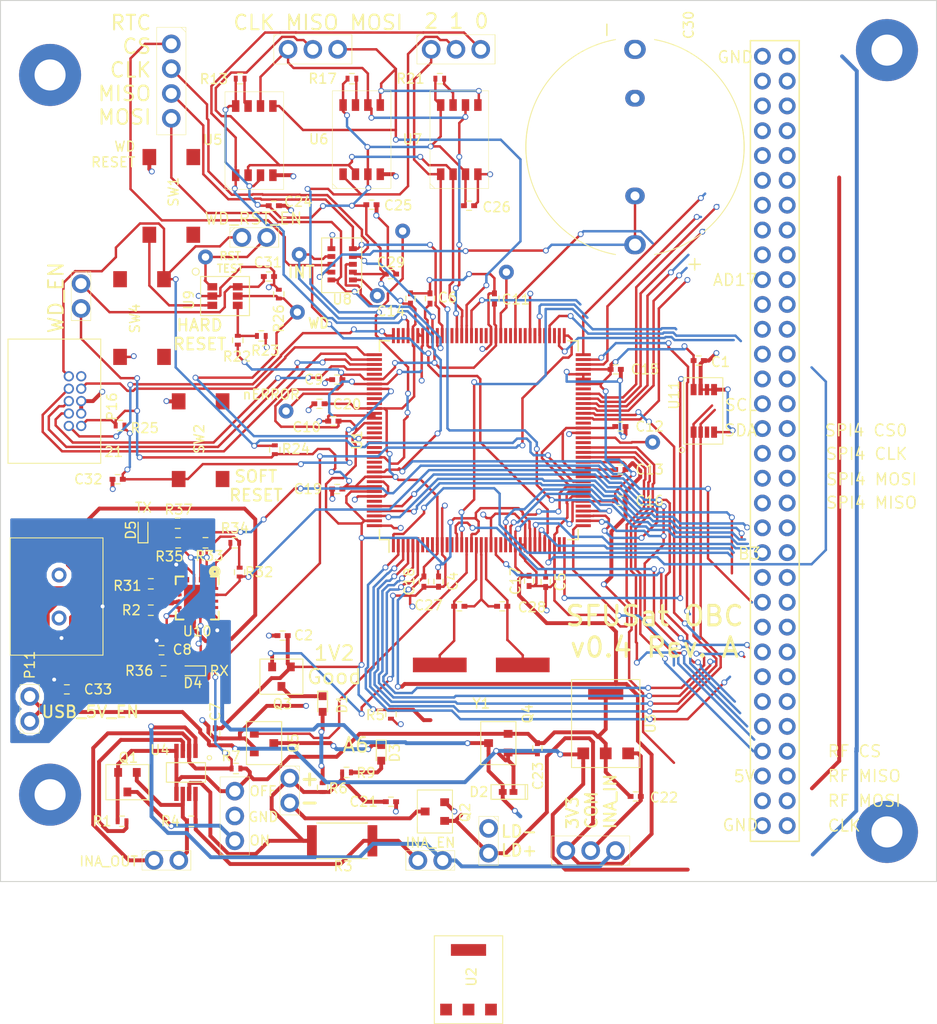
<source format=kicad_pcb>
(kicad_pcb (version 4) (host pcbnew 4.0.4-stable)
  (layers (0 F.Cu signal) (31 B.Cu signal) (34 B.Paste user hide) (35 F.Paste user hide) (36 B.SilkS user hide) (37 F.SilkS user) (38 B.Mask user hide) (39 F.Mask user hide) (44 Edge.Cuts user))
  (net 0 "")
  (net 1 1v2)
  (net 2 GND)
  (net 3 FTDI_VCCIO)
  (net 4 104_In_GND)
  (net 5 3v3)
  (net 6 3v3_OUTPUT)
  (net 7 104_GND)
  (net 8 5v0)
  (net 9 /MCU_Support_Reset/OSC_P)
  (net 10 "Net-(C27-Pad2)")
  (net 11 /MCU_Support_Reset/OSC_N)
  (net 12 "Net-(C30-Pad1)")
  (net 13 "Net-(C31-Pad1)")
  (net 14 "Net-(C32-Pad1)")
  (net 15 USB_5V)
  (net 16 "Net-(D1-Pad2)")
  (net 17 "Net-(D1-Pad1)")
  (net 18 "Net-(D3-Pad2)")
  (net 19 "Net-(D3-Pad1)")
  (net 20 "Net-(D4-Pad2)")
  (net 21 "Net-(D4-Pad1)")
  (net 22 "Net-(D5-Pad2)")
  (net 23 "Net-(D5-Pad1)")
  (net 24 "Net-(J1-Pad30B)")
  (net 25 "Net-(J1-Pad28B)")
  (net 26 "Net-(J1-Pad27B)")
  (net 27 NHET1_26)
  (net 28 NHET1_22)
  (net 29 NHET1_7)
  (net 30 NHET1_4)
  (net 31 I2C_SCL)
  (net 32 I2C_SDA)
  (net 33 "Net-(J1-Pad16B)")
  (net 34 "Net-(J1-Pad15B)")
  (net 35 "Net-(J1-Pad14B)")
  (net 36 "Net-(J1-Pad13B)")
  (net 37 GIOB3)
  (net 38 GIOB2)
  (net 39 GIOB1)
  (net 40 GIOA1)
  (net 41 GIOA0)
  (net 42 UART_TX)
  (net 43 UART_RX)
  (net 44 "Net-(J1-Pad4B)")
  (net 45 "Net-(J1-Pad2B)")
  (net 46 "Net-(J1-Pad30A)")
  (net 47 "Net-(J1-Pad28A)")
  (net 48 "Net-(J1-Pad27A)")
  (net 49 AD1_10)
  (net 50 AD1_9)
  (net 51 AD1_8)
  (net 52 AD1_7)
  (net 53 AD1_6)
  (net 54 AD1_5)
  (net 55 AD1_4)
  (net 56 AD1_3)
  (net 57 "Net-(J1-Pad18A)")
  (net 58 "Net-(J1-Pad13A)")
  (net 59 "Net-(J1-Pad12A)")
  (net 60 RF_PWM2)
  (net 61 RF_PWM1)
  (net 62 RF_ADC2)
  (net 63 RF_ADC1)
  (net 64 ANTENNA_DEPLOY)
  (net 65 RF_GAIN_CS)
  (net 66 RF_IRQ)
  (net 67 RF_CS)
  (net 68 RF_MISO)
  (net 69 RF_MOSI)
  (net 70 RF_CLK)
  (net 71 "Net-(P1-Pad2)")
  (net 72 INA_INPUT)
  (net 73 "Net-(P3-Pad1)")
  (net 74 "Net-(P4-Pad2)")
  (net 75 INA_ALERT)
  (net 76 INA_OUT)
  (net 77 USB_P)
  (net 78 USB_N)
  (net 79 "Net-(P6-Pad4)")
  (net 80 RTC_MISO)
  (net 81 RTC_CLK)
  (net 82 RTC_CS)
  (net 83 RTC_MOSI)
  (net 84 FLASH_CLK)
  (net 85 FLASH_MISO)
  (net 86 FLASH_MOSI)
  (net 87 FLASH2_CS)
  (net 88 FLASH1_CS)
  (net 89 FLASH0_CS)
  (net 90 nTRST)
  (net 91 TDI)
  (net 92 TMS)
  (net 93 TCK)
  (net 94 RTCK)
  (net 95 TDO)
  (net 96 GIOA6)
  (net 97 "Net-(R1-Pad1)")
  (net 98 /PC104_Connector/RUSB_N)
  (net 99 MASTER_RESET)
  (net 100 "Net-(R22-Pad2)")
  (net 101 WATCHDOG)
  (net 102 /PC104_Connector/RUSB_P)
  (net 103 "Net-(R34-Pad2)")
  (net 104 "Net-(R35-Pad2)")
  (net 105 "Net-(SW1-Pad1)")
  (net 106 GIOA2)
  (net 107 "Net-(U1-Pad23)")
  (net 108 "Net-(U1-Pad35)")
  (net 109 "Net-(U1-Pad41)")
  (net 110 "Net-(U1-Pad54)")
  (net 111 "Net-(U1-Pad55)")
  (net 112 "Net-(U1-Pad86)")
  (net 113 "Net-(U1-Pad91)")
  (net 114 "Net-(U1-Pad96)")
  (net 115 "Net-(U1-Pad97)")
  (net 116 "Net-(U1-Pad106)")
  (net 117 "Net-(U1-Pad107)")
  (net 118 "Net-(U1-Pad118)")
  (net 119 "Net-(U1-Pad119)")
  (net 120 "Net-(U1-Pad124)")
  (net 121 "Net-(U1-Pad125)")
  (net 122 "Net-(U1-Pad127)")
  (net 123 "Net-(U1-Pad139)")
  (net 124 "Net-(U8-Pad3)")
  (net 125 "Net-(U8-Pad1)")
  (net 126 "Net-(U10-Pad12)")
  (net 127 "Net-(U10-Pad14)")
  (net 128 "Net-(P14-Pad2)")
  (net 129 "Net-(R13-Pad2)")
  (net 130 "Net-(R17-Pad2)")
  (net 131 "Net-(R21-Pad2)")
  (net 132 nERROR)
  (net 133 "Net-(U11-Pad3)")
  (net 134 AD1_20)
  (net 135 AD1_19)
  (net 136 AD1_18)
  (net 137 AD1_17)
  (net 138 AD1_16)
  (net 139 AD1_21)
  (net 140 AD1_11)
  (net 141 AD1_12)
  (net 142 AD1_13)
  (net 143 AD1_22)
  (net 144 AD1_14)
  (net 145 AD1_23)
  (net 146 AD1_15)
  (net 147 SPI4_CS0)
  (net 148 SPI4_CLK)
  (net 149 SPI4_MOSI)
  (net 150 SPI4_MISO)
  (net 151 "Net-(P16-Pad9)")
  (net 152 "Net-(J1-Pad31A)")
  (net 153 "Net-(J1-Pad29A)")
  (module SFUSat:PC104PTH (layer F.Cu) (at 159.1 95.5)
    (fp_text reference REF** hide)
    (fp_text value PC104PTH hide)
    (pad 1 thru_hole circle (at 31.71 9.59) (size 6.35 6.35) (drill 3.18) (layers *.Cu *.Mask))
  )
  (module SFUSat:SOT23_DMN2075U (layer F.Cu) (at 144.5 103 90)
    (fp_text reference Q2 (at -0.1 3.1 90) (layer F.SilkS))
    (fp_text value DMN2075U)
    (pad 1 smd rect (at 0 -1 90) (size 0.8 0.9) (layers F.Cu F.Paste F.Mask) (net 71 "Net-(P1-Pad2)"))
    (pad 2 smd rect (at -0.96 1 90) (size 0.8 0.9) (layers F.Cu F.Paste F.Mask) (net 5 3v3))
    (pad 3 smd rect (at 0.95 1 90) (size 0.8 0.9) (layers F.Cu F.Paste F.Mask) (net 2 GND))
  )
  (module SFUSat:Tact_SW_SMD_v2 (layer F.Cu) (at 120.5 65 90)
    (fp_text reference SW2 (at 0.14 -0.14 90) (layer F.SilkS))
    (fp_text value SPST)
    (pad 4 smd rect (at 3.975 2.25 90) (size 1.65 1.4) (layers F.Cu F.Paste F.Mask))
    (pad 2 smd rect (at 3.975 -2.25 90) (size 1.65 1.4) (layers F.Cu F.Paste F.Mask) (net 2 GND))
    (pad 1 smd rect (at -3.975 -2.25 90) (size 1.65 1.4) (layers F.Cu F.Paste F.Mask) (net 14 "Net-(C32-Pad1)"))
    (pad 3 smd rect (at -3.975 2.25 90) (size 1.65 1.4) (layers F.Cu F.Paste F.Mask))
  )
  (module SFUSat:SOT-8_208mil_medium (layer F.Cu) (at 126 34.34)
    (fp_text reference U5 (at -4.26 -0.08) (layer F.SilkS))
    (fp_text value FLASH_IS25LP016D)
    (pad 2 smd rect (at -0.635 3.54) (size 0.76 1.2) (layers F.Cu F.Paste F.Mask) (net 85 FLASH_MISO))
    (pad 3 smd rect (at 0.635 3.54) (size 0.76 1.2) (layers F.Cu F.Paste F.Mask) (net 5 3v3))
    (pad 4 smd rect (at 1.905 3.54) (size 0.76 1.2) (layers F.Cu F.Paste F.Mask) (net 2 GND))
    (pad 1 smd rect (at -1.905 3.54) (size 0.76 1.2) (layers F.Cu F.Paste F.Mask) (net 89 FLASH0_CS))
    (pad 8 smd rect (at -1.905 -3.54) (size 0.76 1.2) (layers F.Cu F.Paste F.Mask) (net 5 3v3))
    (pad 7 smd rect (at -0.635 -3.54) (size 0.76 1.2) (layers F.Cu F.Paste F.Mask) (net 129 "Net-(R13-Pad2)"))
    (pad 6 smd rect (at 0.635 -3.54) (size 0.76 1.2) (layers F.Cu F.Paste F.Mask) (net 84 FLASH_CLK))
    (pad 5 smd rect (at 1.905 -3.54) (size 0.76 1.2) (layers F.Cu F.Paste F.Mask) (net 86 FLASH_MOSI))
  )
  (module SFUSat:3x_01In_Header_v2 (layer F.Cu) (at 124 103.46 90)
    (fp_text reference P3 hide)
    (fp_text value INA_GND)
    (pad 1 thru_hole circle (at -2.54 0 90) (size 1.9 1.9) (drill 1.15) (layers *.Cu *.Mask) (net 73 "Net-(P3-Pad1)"))
    (pad 2 thru_hole circle (at 0 0 90) (size 1.9 1.9) (drill 1.15) (layers *.Cu *.Mask) (net 2 GND))
    (pad 3 thru_hole circle (at 2.54 0 90) (size 1.9 1.9) (drill 1.15) (layers *.Cu *.Mask) (net 7 104_GND))
  )
  (module SFUSat:C_0402 (layer F.Cu) (at 128.9 85 180)
    (fp_text reference C2 (at -2.15 0.03 180) (layer F.SilkS))
    (fp_text value 1µF)
    (pad 1 smd rect (at -0.525 0 180) (size 0.6 0.5) (layers F.Cu F.Paste F.Mask) (net 1 1v2))
    (pad 2 smd rect (at 0.525 0 180) (size 0.6 0.5) (layers F.Cu F.Paste F.Mask) (net 2 GND))
  )
  (module SFUSat:C_0402 (layer F.Cu) (at 144.875 79.475 270)
    (fp_text reference C4 (at -0.035 -1.445 450) (layer F.SilkS))
    (fp_text value 0.1µF)
    (pad 1 smd rect (at -0.525 0 270) (size 0.6 0.5) (layers F.Cu F.Paste F.Mask) (net 1 1v2))
    (pad 2 smd rect (at 0.525 0 270) (size 0.6 0.5) (layers F.Cu F.Paste F.Mask) (net 2 GND))
  )
  (module SFUSat:C_0402 (layer F.Cu) (at 155.85 79.5 270)
    (fp_text reference C5 (at 0 -1.5 270) (layer F.SilkS))
    (fp_text value 0.1µF)
    (pad 1 smd rect (at -0.525 0 270) (size 0.6 0.5) (layers F.Cu F.Paste F.Mask) (net 1 1v2))
    (pad 2 smd rect (at 0.525 0 270) (size 0.6 0.5) (layers F.Cu F.Paste F.Mask) (net 2 GND))
  )
  (module SFUSat:C_0402 (layer F.Cu) (at 144 50.5 90)
    (fp_text reference C6 (at 0.1 1.8 180) (layer F.SilkS))
    (fp_text value 0.1µF)
    (pad 1 smd rect (at -0.525 0 90) (size 0.6 0.5) (layers F.Cu F.Paste F.Mask) (net 1 1v2))
    (pad 2 smd rect (at 0.525 0 90) (size 0.6 0.5) (layers F.Cu F.Paste F.Mask) (net 2 GND))
  )
  (module SFUSat:C_0402 (layer F.Cu) (at 122 95 270)
    (fp_text reference C7 (at -2.2 0 270) (layer F.SilkS))
    (fp_text value 0.1µF)
    (pad 1 smd rect (at -0.525 0 270) (size 0.6 0.5) (layers F.Cu F.Paste F.Mask) (net 1 1v2))
    (pad 2 smd rect (at 0.525 0 270) (size 0.6 0.5) (layers F.Cu F.Paste F.Mask) (net 2 GND))
  )
  (module SFUSat:C_0402 (layer F.Cu) (at 116.5 86.5 180)
    (fp_text reference C8 (at -2.12 0.07 180) (layer F.SilkS))
    (fp_text value 100nF)
    (pad 1 smd rect (at -0.525 0 180) (size 0.6 0.5) (layers F.Cu F.Paste F.Mask) (net 3 FTDI_VCCIO))
    (pad 2 smd rect (at 0.525 0 180) (size 0.6 0.5) (layers F.Cu F.Paste F.Mask) (net 4 104_In_GND))
  )
  (module SFUSat:C_0402 (layer F.Cu) (at 134.5 58.8 180)
    (fp_text reference C9 (at 2.4 0 180) (layer F.SilkS))
    (fp_text value 0.1µF)
    (pad 1 smd rect (at -0.525 0 180) (size 0.6 0.5) (layers F.Cu F.Paste F.Mask) (net 1 1v2))
    (pad 2 smd rect (at 0.525 0 180) (size 0.6 0.5) (layers F.Cu F.Paste F.Mask) (net 2 GND))
  )
  (module SFUSat:C_0402 (layer F.Cu) (at 134.1 63.05 180)
    (fp_text reference C10 (at 2.73 -0.61 180) (layer F.SilkS))
    (fp_text value 0.1µF)
    (pad 1 smd rect (at -0.525 0 180) (size 0.6 0.5) (layers F.Cu F.Paste F.Mask) (net 1 1v2))
    (pad 2 smd rect (at 0.525 0 180) (size 0.6 0.5) (layers F.Cu F.Paste F.Mask) (net 2 GND))
  )
  (module SFUSat:C_0402 (layer F.Cu) (at 150.6 50.5 90)
    (fp_text reference C11 (at -0.1 2.2 180) (layer F.SilkS))
    (fp_text value 0.1µF)
    (pad 1 smd rect (at -0.525 0 90) (size 0.6 0.5) (layers F.Cu F.Paste F.Mask) (net 1 1v2))
    (pad 2 smd rect (at 0.525 0 90) (size 0.6 0.5) (layers F.Cu F.Paste F.Mask) (net 2 GND))
  )
  (module SFUSat:C_0402 (layer F.Cu) (at 163.5 63.6)
    (fp_text reference C12 (at 3 0) (layer F.SilkS))
    (fp_text value 0.1µF)
    (pad 1 smd rect (at -0.525 0) (size 0.6 0.5) (layers F.Cu F.Paste F.Mask) (net 1 1v2))
    (pad 2 smd rect (at 0.525 0) (size 0.6 0.5) (layers F.Cu F.Paste F.Mask) (net 2 GND))
  )
  (module SFUSat:C_0402 (layer F.Cu) (at 163.5 68)
    (fp_text reference C13 (at 3 0) (layer F.SilkS))
    (fp_text value 0.1µF)
    (pad 1 smd rect (at -0.525 0) (size 0.6 0.5) (layers F.Cu F.Paste F.Mask) (net 1 1v2))
    (pad 2 smd rect (at 0.525 0) (size 0.6 0.5) (layers F.Cu F.Paste F.Mask) (net 2 GND))
  )
  (module SFUSat:C_0402 (layer F.Cu) (at 142 50.5 270)
    (fp_text reference C14 (at 1.3 2 360) (layer F.SilkS))
    (fp_text value 0.1µF)
    (pad 1 smd rect (at -0.525 0 270) (size 0.6 0.5) (layers F.Cu F.Paste F.Mask) (net 2 GND))
    (pad 2 smd rect (at 0.525 0 270) (size 0.6 0.5) (layers F.Cu F.Paste F.Mask) (net 5 3v3))
  )
  (module SFUSat:C_0402 (layer F.Cu) (at 163.025 57.75)
    (fp_text reference C15 (at 3 0) (layer F.SilkS))
    (fp_text value 0.1µF)
    (pad 1 smd rect (at -0.525 0) (size 0.6 0.5) (layers F.Cu F.Paste F.Mask) (net 5 3v3))
    (pad 2 smd rect (at 0.525 0) (size 0.6 0.5) (layers F.Cu F.Paste F.Mask) (net 2 GND))
  )
  (module SFUSat:C_0402 (layer F.Cu) (at 163.5 71.2)
    (fp_text reference C16 (at 3 0) (layer F.SilkS))
    (fp_text value 0.1µF)
    (pad 1 smd rect (at -0.525 0) (size 0.6 0.5) (layers F.Cu F.Paste F.Mask) (net 5 3v3))
    (pad 2 smd rect (at 0.525 0) (size 0.6 0.5) (layers F.Cu F.Paste F.Mask) (net 2 GND))
  )
  (module SFUSat:C_0402 (layer F.Cu) (at 154.15 79.4 90)
    (fp_text reference C17 (at 0 -1.4 90) (layer F.SilkS))
    (fp_text value 0.1µF)
    (pad 1 smd rect (at -0.525 0 90) (size 0.6 0.5) (layers F.Cu F.Paste F.Mask) (net 2 GND))
    (pad 2 smd rect (at 0.525 0 90) (size 0.6 0.5) (layers F.Cu F.Paste F.Mask) (net 5 3v3))
  )
  (module SFUSat:C_0402 (layer F.Cu) (at 143.375 79.475 270)
    (fp_text reference C18 (at 0 1.5 450) (layer F.SilkS))
    (fp_text value 0.1µF)
    (pad 1 smd rect (at -0.525 0 270) (size 0.6 0.5) (layers F.Cu F.Paste F.Mask) (net 5 3v3))
    (pad 2 smd rect (at 0.525 0 270) (size 0.6 0.5) (layers F.Cu F.Paste F.Mask) (net 2 GND))
  )
  (module SFUSat:C_0402 (layer F.Cu) (at 134.5 70 180)
    (fp_text reference C19 (at 3 0 180) (layer F.SilkS))
    (fp_text value 0.1µF)
    (pad 1 smd rect (at -0.525 0 180) (size 0.6 0.5) (layers F.Cu F.Paste F.Mask) (net 5 3v3))
    (pad 2 smd rect (at 0.525 0 180) (size 0.6 0.5) (layers F.Cu F.Paste F.Mask) (net 2 GND))
  )
  (module SFUSat:C_0402 (layer F.Cu) (at 132.675 61.275 180)
    (fp_text reference C20 (at -2.835 -0.045 180) (layer F.SilkS))
    (fp_text value 0.1µF)
    (pad 1 smd rect (at -0.525 0 180) (size 0.6 0.5) (layers F.Cu F.Paste F.Mask) (net 5 3v3))
    (pad 2 smd rect (at 0.525 0 180) (size 0.6 0.5) (layers F.Cu F.Paste F.Mask) (net 2 GND))
  )
  (module SFUSat:C_0402 (layer F.Cu) (at 140 102)
    (fp_text reference C21 (at -2.8 0) (layer F.SilkS))
    (fp_text value 4.7µF)
    (pad 1 smd rect (at -0.525 0) (size 0.6 0.5) (layers F.Cu F.Paste F.Mask) (net 5 3v3))
    (pad 2 smd rect (at 0.525 0) (size 0.6 0.5) (layers F.Cu F.Paste F.Mask) (net 2 GND))
  )
  (module SFUSat:C_0402 (layer F.Cu) (at 165.07 101.46 180)
    (fp_text reference C22 (at -2.9 -0.11 180) (layer F.SilkS))
    (fp_text value 4.7µF)
    (pad 1 smd rect (at -0.525 0 180) (size 0.6 0.5) (layers F.Cu F.Paste F.Mask) (net 6 3v3_OUTPUT))
    (pad 2 smd rect (at 0.525 0 180) (size 0.6 0.5) (layers F.Cu F.Paste F.Mask) (net 7 104_GND))
  )
  (module SFUSat:C_0402 (layer F.Cu) (at 155 96.525 90)
    (fp_text reference C23 (at -2.835 0.07 90) (layer F.SilkS))
    (fp_text value 1µF)
    (pad 1 smd rect (at -0.525 0 90) (size 0.6 0.5) (layers F.Cu F.Paste F.Mask) (net 8 5v0))
    (pad 2 smd rect (at 0.525 0 90) (size 0.6 0.5) (layers F.Cu F.Paste F.Mask) (net 7 104_GND))
  )
  (module SFUSat:C_0402 (layer F.Cu) (at 128 41 180)
    (fp_text reference C24 (at -2.51 0.4 180) (layer F.SilkS))
    (fp_text value 0.1µF)
    (pad 1 smd rect (at -0.525 0 180) (size 0.6 0.5) (layers F.Cu F.Paste F.Mask) (net 2 GND))
    (pad 2 smd rect (at 0.525 0 180) (size 0.6 0.5) (layers F.Cu F.Paste F.Mask) (net 5 3v3))
  )
  (module SFUSat:C_0402 (layer F.Cu) (at 138 40.9 180)
    (fp_text reference C25 (at -2.74 -0.07 180) (layer F.SilkS))
    (fp_text value 0.1µF)
    (pad 1 smd rect (at -0.525 0 180) (size 0.6 0.5) (layers F.Cu F.Paste F.Mask) (net 2 GND))
    (pad 2 smd rect (at 0.525 0 180) (size 0.6 0.5) (layers F.Cu F.Paste F.Mask) (net 5 3v3))
  )
  (module SFUSat:C_0402 (layer F.Cu) (at 148 41 180)
    (fp_text reference C26 (at -2.83 -0.15 180) (layer F.SilkS))
    (fp_text value 0.1µF)
    (pad 1 smd rect (at -0.525 0 180) (size 0.6 0.5) (layers F.Cu F.Paste F.Mask) (net 2 GND))
    (pad 2 smd rect (at 0.525 0 180) (size 0.6 0.5) (layers F.Cu F.Paste F.Mask) (net 5 3v3))
  )
  (module SFUSat:C_0402 (layer F.Cu) (at 147 82)
    (fp_text reference C27 (at -3.15 -0.1) (layer F.SilkS))
    (fp_text value 33pF)
    (pad 1 smd rect (at -0.525 0) (size 0.6 0.5) (layers F.Cu F.Paste F.Mask) (net 9 /MCU_Support_Reset/OSC_P))
    (pad 2 smd rect (at 0.525 0) (size 0.6 0.5) (layers F.Cu F.Paste F.Mask) (net 10 "Net-(C27-Pad2)"))
  )
  (module SFUSat:C_0402 (layer F.Cu) (at 151.4 82)
    (fp_text reference C28 (at 3.05 0.1) (layer F.SilkS))
    (fp_text value 33pF)
    (pad 1 smd rect (at -0.525 0) (size 0.6 0.5) (layers F.Cu F.Paste F.Mask) (net 10 "Net-(C27-Pad2)"))
    (pad 2 smd rect (at 0.525 0) (size 0.6 0.5) (layers F.Cu F.Paste F.Mask) (net 11 /MCU_Support_Reset/OSC_N))
  )
  (module SFUSat:C_0402 (layer F.Cu) (at 140 48)
    (fp_text reference C29 (at 0 -1.2) (layer F.SilkS))
    (fp_text value 10nF)
    (pad 1 smd rect (at -0.525 0) (size 0.6 0.5) (layers F.Cu F.Paste F.Mask) (net 5 3v3))
    (pad 2 smd rect (at 0.525 0) (size 0.6 0.5) (layers F.Cu F.Paste F.Mask) (net 2 GND))
  )
  (module SFUSat:C_0402 (layer F.Cu) (at 127.5 48.25)
    (fp_text reference C31 (at -0.1 -1.45) (layer F.SilkS))
    (fp_text value 0.1µF)
    (pad 1 smd rect (at -0.525 0) (size 0.6 0.5) (layers F.Cu F.Paste F.Mask) (net 13 "Net-(C31-Pad1)"))
    (pad 2 smd rect (at 0.525 0) (size 0.6 0.5) (layers F.Cu F.Paste F.Mask) (net 2 GND))
  )
  (module SFUSat:C_0402 (layer F.Cu) (at 112 69 180)
    (fp_text reference C32 (at 3 0 180) (layer F.SilkS))
    (fp_text value 0.1µF)
    (pad 1 smd rect (at -0.525 0 180) (size 0.6 0.5) (layers F.Cu F.Paste F.Mask) (net 14 "Net-(C32-Pad1)"))
    (pad 2 smd rect (at 0.525 0 180) (size 0.6 0.5) (layers F.Cu F.Paste F.Mask) (net 2 GND))
  )
  (module SFUSat:C_0402 (layer F.Cu) (at 106.8 90.5 180)
    (fp_text reference C33 (at -3.2 0 180) (layer F.SilkS))
    (fp_text value 10nF)
    (pad 1 smd rect (at -0.525 0 180) (size 0.6 0.5) (layers F.Cu F.Paste F.Mask) (net 15 USB_5V))
    (pad 2 smd rect (at 0.525 0 180) (size 0.6 0.5) (layers F.Cu F.Paste F.Mask) (net 4 104_In_GND))
  )
  (module SFUSat:LED_0603 (layer F.Cu) (at 133 92 270)
    (fp_text reference D1 (at 0 -2 270) (layer F.SilkS))
    (fp_text value LED)
    (pad 2 smd rect (at 0.8 0 90) (size 0.8 0.8) (layers F.Cu F.Paste F.Mask) (net 16 "Net-(D1-Pad2)"))
    (pad 1 smd rect (at -0.8 0 90) (size 0.8 0.8) (layers F.Cu F.Paste F.Mask) (net 17 "Net-(D1-Pad1)"))
  )
  (module SFUSat:PESD57zx (layer F.Cu) (at 152 101 180)
    (fp_text reference D2 (at 3 0 180) (layer F.SilkS))
    (fp_text value PESD5Zx)
    (pad 1 smd rect (at -0.55 0 180) (size 0.8 0.6) (layers F.Cu F.Paste F.Mask) (net 8 5v0))
    (pad 2 smd rect (at 0.55 0 180) (size 0.8 0.6) (layers F.Cu F.Paste F.Mask) (net 4 104_In_GND))
  )
  (module SFUSat:LED_0603 (layer F.Cu) (at 139 97 270)
    (fp_text reference D3 (at 0 -1.39 270) (layer F.SilkS))
    (fp_text value LED)
    (pad 2 smd rect (at 0.8 0 90) (size 0.8 0.8) (layers F.Cu F.Paste F.Mask) (net 18 "Net-(D3-Pad2)"))
    (pad 1 smd rect (at -0.8 0 90) (size 0.8 0.8) (layers F.Cu F.Paste F.Mask) (net 19 "Net-(D3-Pad1)"))
  )
  (module SFUSat:LED_0603 (layer F.Cu) (at 119.710572 88.603643 180)
    (fp_text reference D4 (at 0 -1.25 180) (layer F.SilkS))
    (fp_text value TX)
    (pad 2 smd rect (at 0.8 0) (size 0.8 0.8) (layers F.Cu F.Paste F.Mask) (net 20 "Net-(D4-Pad2)"))
    (pad 1 smd rect (at -0.8 0) (size 0.8 0.8) (layers F.Cu F.Paste F.Mask) (net 21 "Net-(D4-Pad1)"))
  )
  (module SFUSat:LED_0603 (layer F.Cu) (at 114.6 74.2 90)
    (fp_text reference D5 (at 0 -1.25 90) (layer F.SilkS))
    (fp_text value RX)
    (pad 2 smd rect (at 0.8 0 270) (size 0.8 0.8) (layers F.Cu F.Paste F.Mask) (net 22 "Net-(D5-Pad2)"))
    (pad 1 smd rect (at -0.8 0 270) (size 0.8 0.8) (layers F.Cu F.Paste F.Mask) (net 23 "Net-(D5-Pad1)"))
  )
  (module SFUSat:PC104-8bit (layer F.Cu) (at 179.32 65.08)
    (fp_text reference J1 hide)
    (fp_text value PC104-8BIT)
    (pad 32B thru_hole circle (at -1.27 -39.37) (size 1.72 1.72) (drill 1.02) (layers *.Cu *.Mask) (net 4 104_In_GND))
    (pad 31B thru_hole circle (at -1.27 -36.83) (size 1.72 1.72) (drill 1.02) (layers *.Cu *.Mask) (net 4 104_In_GND))
    (pad 30B thru_hole circle (at -1.27 -34.29) (size 1.72 1.72) (drill 1.02) (layers *.Cu *.Mask) (net 24 "Net-(J1-Pad30B)"))
    (pad 29B thru_hole circle (at -1.27 -31.75) (size 1.72 1.72) (drill 1.02) (layers *.Cu *.Mask) (net 8 5v0))
    (pad 28B thru_hole circle (at -1.27 -29.21) (size 1.72 1.72) (drill 1.02) (layers *.Cu *.Mask) (net 25 "Net-(J1-Pad28B)"))
    (pad 27B thru_hole circle (at -1.27 -26.67) (size 1.72 1.72) (drill 1.02) (layers *.Cu *.Mask) (net 26 "Net-(J1-Pad27B)"))
    (pad 26B thru_hole circle (at -1.27 -24.13) (size 1.72 1.72) (drill 1.02) (layers *.Cu *.Mask) (net 134 AD1_20))
    (pad 25B thru_hole circle (at -1.27 -21.59) (size 1.72 1.72) (drill 1.02) (layers *.Cu *.Mask) (net 135 AD1_19))
    (pad 24B thru_hole circle (at -1.27 -19.05) (size 1.72 1.72) (drill 1.02) (layers *.Cu *.Mask) (net 136 AD1_18))
    (pad 23B thru_hole circle (at -1.27 -16.51) (size 1.72 1.72) (drill 1.02) (layers *.Cu *.Mask) (net 137 AD1_17))
    (pad 22B thru_hole circle (at -1.27 -13.97) (size 1.72 1.72) (drill 1.02) (layers *.Cu *.Mask) (net 27 NHET1_26))
    (pad 21B thru_hole circle (at -1.27 -11.43) (size 1.72 1.72) (drill 1.02) (layers *.Cu *.Mask) (net 28 NHET1_22))
    (pad 20B thru_hole circle (at -1.27 -8.89) (size 1.72 1.72) (drill 1.02) (layers *.Cu *.Mask) (net 29 NHET1_7))
    (pad 19B thru_hole circle (at -1.27 -6.35) (size 1.72 1.72) (drill 1.02) (layers *.Cu *.Mask) (net 30 NHET1_4))
    (pad 18B thru_hole circle (at -1.27 -3.81) (size 1.72 1.72) (drill 1.02) (layers *.Cu *.Mask) (net 31 I2C_SCL))
    (pad 17B thru_hole circle (at -1.27 -1.27) (size 1.72 1.72) (drill 1.02) (layers *.Cu *.Mask) (net 32 I2C_SDA))
    (pad 16B thru_hole circle (at -1.27 1.27) (size 1.72 1.72) (drill 1.02) (layers *.Cu *.Mask) (net 33 "Net-(J1-Pad16B)"))
    (pad 15B thru_hole circle (at -1.27 3.81) (size 1.72 1.72) (drill 1.02) (layers *.Cu *.Mask) (net 34 "Net-(J1-Pad15B)"))
    (pad 14B thru_hole circle (at -1.27 6.35) (size 1.72 1.72) (drill 1.02) (layers *.Cu *.Mask) (net 35 "Net-(J1-Pad14B)"))
    (pad 13B thru_hole circle (at -1.27 8.89) (size 1.72 1.72) (drill 1.02) (layers *.Cu *.Mask) (net 36 "Net-(J1-Pad13B)"))
    (pad 12B thru_hole circle (at -1.27 11.43) (size 1.72 1.72) (drill 1.02) (layers *.Cu *.Mask) (net 37 GIOB3))
    (pad 11B thru_hole circle (at -1.27 13.97) (size 1.72 1.72) (drill 1.02) (layers *.Cu *.Mask) (net 38 GIOB2))
    (pad 10B thru_hole circle (at -1.27 16.51) (size 1.72 1.72) (drill 1.02) (layers *.Cu *.Mask) (net 39 GIOB1))
    (pad 9B thru_hole circle (at -1.27 19.05) (size 1.72 1.72) (drill 1.02) (layers *.Cu *.Mask))
    (pad 8B thru_hole circle (at -1.27 21.59) (size 1.72 1.72) (drill 1.02) (layers *.Cu *.Mask) (net 40 GIOA1))
    (pad 7B thru_hole circle (at -1.27 24.13) (size 1.72 1.72) (drill 1.02) (layers *.Cu *.Mask) (net 41 GIOA0))
    (pad 6B thru_hole circle (at -1.27 26.67) (size 1.72 1.72) (drill 1.02) (layers *.Cu *.Mask) (net 42 UART_TX))
    (pad 5B thru_hole circle (at -1.27 29.21) (size 1.72 1.72) (drill 1.02) (layers *.Cu *.Mask) (net 43 UART_RX))
    (pad 4B thru_hole circle (at -1.27 31.75) (size 1.72 1.72) (drill 1.02) (layers *.Cu *.Mask) (net 44 "Net-(J1-Pad4B)"))
    (pad 3B thru_hole circle (at -1.27 34.29) (size 1.72 1.72) (drill 1.02) (layers *.Cu *.Mask) (net 8 5v0))
    (pad 2B thru_hole circle (at -1.27 36.83) (size 1.72 1.72) (drill 1.02) (layers *.Cu *.Mask) (net 45 "Net-(J1-Pad2B)"))
    (pad 1B thru_hole circle (at -1.27 39.37) (size 1.72 1.72) (drill 1.02) (layers *.Cu *.Mask) (net 4 104_In_GND))
    (pad 32A thru_hole circle (at 1.27 -39.37) (size 1.72 1.72) (drill 1.02) (layers *.Cu *.Mask) (net 4 104_In_GND))
    (pad 31A thru_hole circle (at 1.27 -36.83) (size 1.72 1.72) (drill 1.02) (layers *.Cu *.Mask) (net 152 "Net-(J1-Pad31A)"))
    (pad 30A thru_hole circle (at 1.27 -34.29) (size 1.72 1.72) (drill 1.02) (layers *.Cu *.Mask) (net 46 "Net-(J1-Pad30A)"))
    (pad 29A thru_hole circle (at 1.27 -31.75) (size 1.72 1.72) (drill 1.02) (layers *.Cu *.Mask) (net 153 "Net-(J1-Pad29A)"))
    (pad 28A thru_hole circle (at 1.27 -29.21) (size 1.72 1.72) (drill 1.02) (layers *.Cu *.Mask) (net 47 "Net-(J1-Pad28A)"))
    (pad 27A thru_hole circle (at 1.27 -26.67) (size 1.72 1.72) (drill 1.02) (layers *.Cu *.Mask) (net 48 "Net-(J1-Pad27A)"))
    (pad 26A thru_hole circle (at 1.27 -24.13) (size 1.72 1.72) (drill 1.02) (layers *.Cu *.Mask) (net 49 AD1_10))
    (pad 25A thru_hole circle (at 1.27 -21.59) (size 1.72 1.72) (drill 1.02) (layers *.Cu *.Mask) (net 50 AD1_9))
    (pad 24A thru_hole circle (at 1.27 -19.05) (size 1.72 1.72) (drill 1.02) (layers *.Cu *.Mask) (net 51 AD1_8))
    (pad 23A thru_hole circle (at 1.27 -16.51) (size 1.72 1.72) (drill 1.02) (layers *.Cu *.Mask) (net 52 AD1_7))
    (pad 22A thru_hole circle (at 1.27 -13.97) (size 1.72 1.72) (drill 1.02) (layers *.Cu *.Mask) (net 53 AD1_6))
    (pad 21A thru_hole circle (at 1.27 -11.43) (size 1.72 1.72) (drill 1.02) (layers *.Cu *.Mask) (net 54 AD1_5))
    (pad 20A thru_hole circle (at 1.27 -8.89) (size 1.72 1.72) (drill 1.02) (layers *.Cu *.Mask) (net 55 AD1_4))
    (pad 19A thru_hole circle (at 1.27 -6.35) (size 1.72 1.72) (drill 1.02) (layers *.Cu *.Mask) (net 56 AD1_3))
    (pad 18A thru_hole circle (at 1.27 -3.81) (size 1.72 1.72) (drill 1.02) (layers *.Cu *.Mask) (net 57 "Net-(J1-Pad18A)"))
    (pad 17A thru_hole circle (at 1.27 -1.27) (size 1.72 1.72) (drill 1.02) (layers *.Cu *.Mask) (net 147 SPI4_CS0))
    (pad 16A thru_hole circle (at 1.27 1.27) (size 1.72 1.72) (drill 1.02) (layers *.Cu *.Mask) (net 148 SPI4_CLK))
    (pad 15A thru_hole circle (at 1.27 3.81) (size 1.72 1.72) (drill 1.02) (layers *.Cu *.Mask) (net 149 SPI4_MOSI))
    (pad 14A thru_hole circle (at 1.27 6.35) (size 1.72 1.72) (drill 1.02) (layers *.Cu *.Mask) (net 150 SPI4_MISO))
    (pad 13A thru_hole circle (at 1.27 8.89) (size 1.72 1.72) (drill 1.02) (layers *.Cu *.Mask) (net 58 "Net-(J1-Pad13A)"))
    (pad 12A thru_hole circle (at 1.27 11.43) (size 1.72 1.72) (drill 1.02) (layers *.Cu *.Mask) (net 59 "Net-(J1-Pad12A)"))
    (pad 11A thru_hole circle (at 1.27 13.97) (size 1.72 1.72) (drill 1.02) (layers *.Cu *.Mask) (net 60 RF_PWM2))
    (pad 10A thru_hole circle (at 1.27 16.51) (size 1.72 1.72) (drill 1.02) (layers *.Cu *.Mask) (net 61 RF_PWM1))
    (pad 9A thru_hole circle (at 1.27 19.05) (size 1.72 1.72) (drill 1.02) (layers *.Cu *.Mask) (net 62 RF_ADC2))
    (pad 8A thru_hole circle (at 1.27 21.59) (size 1.72 1.72) (drill 1.02) (layers *.Cu *.Mask) (net 63 RF_ADC1))
    (pad 7A thru_hole circle (at 1.27 24.13) (size 1.72 1.72) (drill 1.02) (layers *.Cu *.Mask) (net 64 ANTENNA_DEPLOY))
    (pad 6A thru_hole circle (at 1.27 26.67) (size 1.72 1.72) (drill 1.02) (layers *.Cu *.Mask) (net 65 RF_GAIN_CS))
    (pad 5A thru_hole circle (at 1.27 29.21) (size 1.72 1.72) (drill 1.02) (layers *.Cu *.Mask) (net 66 RF_IRQ))
    (pad 4A thru_hole circle (at 1.27 31.75) (size 1.72 1.72) (drill 1.02) (layers *.Cu *.Mask) (net 67 RF_CS))
    (pad 3A thru_hole circle (at 1.27 34.29) (size 1.72 1.72) (drill 1.02) (layers *.Cu *.Mask) (net 68 RF_MISO))
    (pad 2A thru_hole circle (at 1.27 36.83) (size 1.72 1.72) (drill 1.02) (layers *.Cu *.Mask) (net 69 RF_MOSI))
    (pad 1A thru_hole circle (at 1.27 39.37) (size 1.72 1.72) (drill 1.02) (layers *.Cu *.Mask) (net 70 RF_CLK))
  )
  (module SFUSat:2x01In_Header_v2 (layer F.Cu) (at 129.63 100.85 270)
    (fp_text reference P1 hide)
    (fp_text value 3v3_IN_CONNECTOR)
    (pad 2 thru_hole circle (at 1.27 0 270) (size 1.9 1.9) (drill 1.15) (layers *.Cu *.Mask) (net 71 "Net-(P1-Pad2)"))
    (pad 1 thru_hole circle (at -1.27 0 270) (size 1.9 1.9) (drill 1.15) (layers *.Cu *.Mask) (net 5 3v3))
  )
  (module SFUSat:3x_01In_Header_v2 (layer F.Cu) (at 160.46 107 180)
    (fp_text reference P2 hide)
    (fp_text value INA_INPUT)
    (pad 1 thru_hole circle (at -2.54 0 180) (size 1.9 1.9) (drill 1.15) (layers *.Cu *.Mask) (net 72 INA_INPUT))
    (pad 2 thru_hole circle (at 0 0 180) (size 1.9 1.9) (drill 1.15) (layers *.Cu *.Mask) (net 6 3v3_OUTPUT))
    (pad 3 thru_hole circle (at 2.54 0 180) (size 1.9 1.9) (drill 1.15) (layers *.Cu *.Mask) (net 5 3v3))
  )
  (module SFUSat:2x01In_Header_v2 (layer F.Cu) (at 144.03 108.01 180)
    (fp_text reference P4 hide)
    (fp_text value INA_EN)
    (pad 2 thru_hole circle (at 1.27 0 180) (size 1.9 1.9) (drill 1.15) (layers *.Cu *.Mask) (net 74 "Net-(P4-Pad2)"))
    (pad 1 thru_hole circle (at -1.27 0 180) (size 1.9 1.9) (drill 1.15) (layers *.Cu *.Mask) (net 72 INA_INPUT))
  )
  (module SFUSat:2x01In_Header_v2 (layer F.Cu) (at 117 108)
    (fp_text reference P5 hide)
    (fp_text value INA_OUTPUT)
    (pad 2 thru_hole circle (at 1.27 0) (size 1.9 1.9) (drill 1.15) (layers *.Cu *.Mask) (net 75 INA_ALERT))
    (pad 1 thru_hole circle (at -1.27 0) (size 1.9 1.9) (drill 1.15) (layers *.Cu *.Mask) (net 76 INA_OUT))
  )
  (module SFUSat:USB_MINIB_SMD (layer F.Cu) (at 106 81)
    (fp_text reference P6 hide)
    (fp_text value USB_PORT)
    (pad "" np_thru_hole circle (at 0 2.2) (size 1.524 1.524) (drill 0.9) (layers *.Cu *.Mask))
    (pad "" np_thru_hole circle (at 0 -2.2) (size 1.524 1.524) (drill 0.9) (layers *.Cu *.Mask))
    (pad "" smd rect (at -2.95 -4.45) (size 2.5 2) (layers F.Cu F.Paste F.Mask))
    (pad "" smd rect (at -2.95 4.45) (size 2.5 2) (layers F.Cu F.Paste F.Mask))
    (pad "" smd rect (at 2.55 -4.45) (size 2.5 2) (layers F.Cu F.Paste F.Mask))
    (pad "" smd rect (at 2.55 4.45) (size 2.5 2) (layers F.Cu F.Paste F.Mask))
    (pad 3 smd rect (at 2.55 0) (size 2.3 0.5) (layers F.Cu F.Paste F.Mask) (net 77 USB_P))
    (pad 2 smd rect (at 2.55 -0.8) (size 2.3 0.5) (layers F.Cu F.Paste F.Mask) (net 78 USB_N))
    (pad 1 smd rect (at 2.55 -1.6) (size 2.3 0.5) (layers F.Cu F.Paste F.Mask) (net 15 USB_5V))
    (pad 4 smd rect (at 2.55 0.8) (size 2.3 0.5) (layers F.Cu F.Paste F.Mask) (net 79 "Net-(P6-Pad4)"))
    (pad 5 smd rect (at 2.55 1.6) (size 2.3 0.5) (layers F.Cu F.Paste F.Mask) (net 4 104_In_GND))
  )
  (module SFUSat:4x01In_Header_v2 (layer F.Cu) (at 117.5 28.25 270)
    (fp_text reference P8 hide)
    (fp_text value RTC_SPI)
    (pad 3 thru_hole circle (at 1.27 0 270) (size 1.9 1.9) (drill 1.15) (layers *.Cu *.Mask) (net 80 RTC_MISO))
    (pad 2 thru_hole circle (at -1.27 0 270) (size 1.9 1.9) (drill 1.15) (layers *.Cu *.Mask) (net 81 RTC_CLK))
    (pad 1 thru_hole circle (at -3.81 0 270) (size 1.9 1.9) (drill 1.15) (layers *.Cu *.Mask) (net 82 RTC_CS))
    (pad 4 thru_hole circle (at 3.81 0 270) (size 1.9 1.9) (drill 1.15) (layers *.Cu *.Mask) (net 83 RTC_MOSI))
  )
  (module SFUSat:3x_01In_Header_v2 (layer F.Cu) (at 132 25)
    (fp_text reference P9 hide)
    (fp_text value FLASH_SPI)
    (pad 1 thru_hole circle (at -2.54 0) (size 1.9 1.9) (drill 1.15) (layers *.Cu *.Mask) (net 84 FLASH_CLK))
    (pad 2 thru_hole circle (at 0 0) (size 1.9 1.9) (drill 1.15) (layers *.Cu *.Mask) (net 85 FLASH_MISO))
    (pad 3 thru_hole circle (at 2.54 0) (size 1.9 1.9) (drill 1.15) (layers *.Cu *.Mask) (net 86 FLASH_MOSI))
  )
  (module SFUSat:3x_01In_Header_v2 (layer F.Cu) (at 146.66 25)
    (fp_text reference P10 hide)
    (fp_text value FLASH_CS)
    (pad 1 thru_hole circle (at -2.54 0) (size 1.9 1.9) (drill 1.15) (layers *.Cu *.Mask) (net 87 FLASH2_CS))
    (pad 2 thru_hole circle (at 0 0) (size 1.9 1.9) (drill 1.15) (layers *.Cu *.Mask) (net 88 FLASH1_CS))
    (pad 3 thru_hole circle (at 2.54 0) (size 1.9 1.9) (drill 1.15) (layers *.Cu *.Mask) (net 89 FLASH0_CS))
  )
  (module SFUSat:2x01In_Header_v2 (layer F.Cu) (at 103 92.5 90)
    (fp_text reference P11 (at 4.5 0 90) (layer F.SilkS))
    (fp_text value USB_5V)
    (pad 2 thru_hole circle (at 1.27 0 90) (size 1.9 1.9) (drill 1.15) (layers *.Cu *.Mask) (net 15 USB_5V))
    (pad 1 thru_hole circle (at -1.27 0 90) (size 1.9 1.9) (drill 1.15) (layers *.Cu *.Mask) (net 8 5v0))
  )
  (module SFUSat:2x01In_Header_v2 (layer F.Cu) (at 108.25 50.25 270)
    (fp_text reference P13 hide)
    (fp_text value WD_EN)
    (pad 2 thru_hole circle (at 1.27 0 270) (size 1.9 1.9) (drill 1.15) (layers *.Cu *.Mask) (net 5 3v3))
    (pad 1 thru_hole circle (at -1.27 0 270) (size 1.9 1.9) (drill 1.15) (layers *.Cu *.Mask) (net 13 "Net-(C31-Pad1)"))
  )
  (module SFUSat:SOT23_DMN2075U (layer F.Cu) (at 113 100 180)
    (fp_text reference Q1 (at -0.1 2.5 180) (layer F.SilkS))
    (fp_text value DMN2075U)
    (pad 1 smd rect (at 0 -1 180) (size 0.8 0.9) (layers F.Cu F.Paste F.Mask) (net 73 "Net-(P3-Pad1)"))
    (pad 2 smd rect (at -0.96 1 180) (size 0.8 0.9) (layers F.Cu F.Paste F.Mask) (net 75 INA_ALERT))
    (pad 3 smd rect (at 0.95 1 180) (size 0.8 0.9) (layers F.Cu F.Paste F.Mask) (net 7 104_GND))
  )
  (module SFUSat:SOT23_DMN2075U (layer F.Cu) (at 128.78 89.2 180)
    (fp_text reference Q3 (at -0.1 -2.8 180) (layer F.SilkS))
    (fp_text value 1v2_GOOD)
    (pad 1 smd rect (at 0 -1 180) (size 0.8 0.9) (layers F.Cu F.Paste F.Mask) (net 17 "Net-(D1-Pad1)"))
    (pad 2 smd rect (at -0.96 1 180) (size 0.8 0.9) (layers F.Cu F.Paste F.Mask) (net 1 1v2))
    (pad 3 smd rect (at 0.95 1 180) (size 0.8 0.9) (layers F.Cu F.Paste F.Mask) (net 2 GND))
  )
  (module SFUSat:SOT23_DMN2075U (layer F.Cu) (at 151 96 90)
    (fp_text reference Q4 (at 3 3 90) (layer F.SilkS))
    (fp_text value DMN2075U)
    (pad 1 smd rect (at 0 -1 90) (size 0.8 0.9) (layers F.Cu F.Paste F.Mask) (net 4 104_In_GND))
    (pad 2 smd rect (at -0.96 1 90) (size 0.8 0.9) (layers F.Cu F.Paste F.Mask) (net 8 5v0))
    (pad 3 smd rect (at 0.95 1 90) (size 0.8 0.9) (layers F.Cu F.Paste F.Mask) (net 7 104_GND))
  )
  (module SFUSat:SOT23_DMN2075U (layer F.Cu) (at 127 96 270)
    (fp_text reference Q5 (at 0 -3 270) (layer F.SilkS))
    (fp_text value DMN2075U)
    (pad 1 smd rect (at 0 -1 270) (size 0.8 0.9) (layers F.Cu F.Paste F.Mask) (net 19 "Net-(D3-Pad1)"))
    (pad 2 smd rect (at -0.96 1 270) (size 0.8 0.9) (layers F.Cu F.Paste F.Mask) (net 96 GIOA6))
    (pad 3 smd rect (at 0.95 1 270) (size 0.8 0.9) (layers F.Cu F.Paste F.Mask) (net 2 GND))
  )
  (module SFUSat:R_0402 (layer F.Cu) (at 112.45 104 180)
    (fp_text reference R1 (at 2.05 0 180) (layer F.SilkS))
    (fp_text value 7.5k)
    (pad 1 smd rect (at -0.45 0 180) (size 0.4 0.6) (layers F.Cu F.Paste F.Mask) (net 97 "Net-(R1-Pad1)"))
    (pad 2 smd rect (at 0.45 0 180) (size 0.4 0.6) (layers F.Cu F.Paste F.Mask) (net 7 104_GND))
  )
  (module SFUSat:R_0402 (layer F.Cu) (at 115.4 82.4 180)
    (fp_text reference R2 (at 2 0 180) (layer F.SilkS))
    (fp_text value 27)
    (pad 1 smd rect (at -0.45 0 180) (size 0.4 0.6) (layers F.Cu F.Paste F.Mask) (net 98 /PC104_Connector/RUSB_N))
    (pad 2 smd rect (at 0.45 0 180) (size 0.4 0.6) (layers F.Cu F.Paste F.Mask) (net 78 USB_N))
  )
  (module Resistors_SMD:R_2512 (layer F.Cu) (at 135 106 180)
    (fp_text reference R3 (at -0.1 -2.6 180) (layer F.SilkS))
    (fp_text value 0.04)
    (pad 1 smd rect (at -3.1 0 180) (size 1 3.2) (layers F.Cu F.Paste F.Mask) (net 74 "Net-(P4-Pad2)"))
    (pad 2 smd rect (at 3.1 0 180) (size 1 3.2) (layers F.Cu F.Paste F.Mask) (net 5 3v3))
  )
  (module SFUSat:R_0402 (layer F.Cu) (at 119.55 104 180)
    (fp_text reference R4 (at 2.15 0 180) (layer F.SilkS))
    (fp_text value 10k)
    (pad 1 smd rect (at -0.45 0 180) (size 0.4 0.6) (layers F.Cu F.Paste F.Mask) (net 74 "Net-(P4-Pad2)"))
    (pad 2 smd rect (at 0.45 0 180) (size 0.4 0.6) (layers F.Cu F.Paste F.Mask) (net 75 INA_ALERT))
  )
  (module SFUSat:R_0402 (layer F.Cu) (at 140 93.05 270)
    (fp_text reference R5 (at 0.08 1.6 360) (layer F.SilkS))
    (fp_text value 10K)
    (pad 1 smd rect (at -0.45 0 270) (size 0.4 0.6) (layers F.Cu F.Paste F.Mask) (net 1 1v2))
    (pad 2 smd rect (at 0.45 0 270) (size 0.4 0.6) (layers F.Cu F.Paste F.Mask) (net 2 GND))
  )
  (module SFUSat:R_0402 (layer F.Cu) (at 133 100.55 90)
    (fp_text reference R6 (at -0.08 1.6 180) (layer F.SilkS))
    (fp_text value 270)
    (pad 1 smd rect (at -0.45 0 90) (size 0.4 0.6) (layers F.Cu F.Paste F.Mask) (net 5 3v3))
    (pad 2 smd rect (at 0.45 0 90) (size 0.4 0.6) (layers F.Cu F.Paste F.Mask) (net 16 "Net-(D1-Pad2)"))
  )
  (module SFUSat:R_0402 (layer F.Cu) (at 124.125 98.6)
    (fp_text reference R7 (at -0.515 -1.26) (layer F.SilkS))
    (fp_text value 10k)
    (pad 1 smd rect (at -0.45 0) (size 0.4 0.6) (layers F.Cu F.Paste F.Mask) (net 76 INA_OUT))
    (pad 2 smd rect (at 0.45 0) (size 0.4 0.6) (layers F.Cu F.Paste F.Mask) (net 7 104_GND))
  )
  (module SFUSat:R_0402 (layer F.Cu) (at 135.45 99)
    (fp_text reference R9 (at 1.99 0.05) (layer F.SilkS))
    (fp_text value 270)
    (pad 1 smd rect (at -0.45 0) (size 0.4 0.6) (layers F.Cu F.Paste F.Mask) (net 5 3v3))
    (pad 2 smd rect (at 0.45 0) (size 0.4 0.6) (layers F.Cu F.Paste F.Mask) (net 18 "Net-(D3-Pad2)"))
  )
  (module SFUSat:R_0402 (layer F.Cu) (at 124.55 28)
    (fp_text reference R13 (at -2.69 0.04) (layer F.SilkS))
    (fp_text value 10k)
    (pad 1 smd rect (at -0.45 0) (size 0.4 0.6) (layers F.Cu F.Paste F.Mask) (net 5 3v3))
    (pad 2 smd rect (at 0.45 0) (size 0.4 0.6) (layers F.Cu F.Paste F.Mask) (net 129 "Net-(R13-Pad2)"))
  )
  (module SFUSat:R_0402 (layer F.Cu) (at 136 28)
    (fp_text reference R17 (at -3 0) (layer F.SilkS))
    (fp_text value 10k)
    (pad 1 smd rect (at -0.45 0) (size 0.4 0.6) (layers F.Cu F.Paste F.Mask) (net 5 3v3))
    (pad 2 smd rect (at 0.45 0) (size 0.4 0.6) (layers F.Cu F.Paste F.Mask) (net 130 "Net-(R17-Pad2)"))
  )
  (module SFUSat:R_0402 (layer F.Cu) (at 145 28)
    (fp_text reference R21 (at -3 0) (layer F.SilkS))
    (fp_text value 10k)
    (pad 1 smd rect (at -0.45 0) (size 0.4 0.6) (layers F.Cu F.Paste F.Mask) (net 5 3v3))
    (pad 2 smd rect (at 0.45 0) (size 0.4 0.6) (layers F.Cu F.Paste F.Mask) (net 131 "Net-(R21-Pad2)"))
  )
  (module SFUSat:R_0402 (layer F.Cu) (at 124.31 54.77 90)
    (fp_text reference R22 (at -1.67 -0.08 180) (layer F.SilkS))
    (fp_text value 200k)
    (pad 1 smd rect (at -0.45 0 90) (size 0.4 0.6) (layers F.Cu F.Paste F.Mask) (net 1 1v2))
    (pad 2 smd rect (at 0.45 0 90) (size 0.4 0.6) (layers F.Cu F.Paste F.Mask) (net 100 "Net-(R22-Pad2)"))
  )
  (module SFUSat:R_0402 (layer F.Cu) (at 126.72 54.33)
    (fp_text reference R23 (at 0.4 1.5) (layer F.SilkS))
    (fp_text value 187k)
    (pad 1 smd rect (at -0.45 0) (size 0.4 0.6) (layers F.Cu F.Paste F.Mask) (net 100 "Net-(R22-Pad2)"))
    (pad 2 smd rect (at 0.45 0) (size 0.4 0.6) (layers F.Cu F.Paste F.Mask) (net 2 GND))
  )
  (module SFUSat:R_0402 (layer F.Cu) (at 128.1 65.975 90)
    (fp_text reference R24 (at 0.075 2.16 180) (layer F.SilkS))
    (fp_text value 2.2k)
    (pad 1 smd rect (at -0.45 0 90) (size 0.4 0.6) (layers F.Cu F.Paste F.Mask) (net 5 3v3))
    (pad 2 smd rect (at 0.45 0 90) (size 0.4 0.6) (layers F.Cu F.Paste F.Mask) (net 99 MASTER_RESET))
  )
  (module SFUSat:R_0402 (layer F.Cu) (at 112.25 63.5)
    (fp_text reference R25 (at 2.52 0.26) (layer F.SilkS))
    (fp_text value 10k)
    (pad 1 smd rect (at -0.45 0) (size 0.4 0.6) (layers F.Cu F.Paste F.Mask) (net 5 3v3))
    (pad 2 smd rect (at 0.45 0) (size 0.4 0.6) (layers F.Cu F.Paste F.Mask) (net 14 "Net-(C32-Pad1)"))
  )
  (module SFUSat:R_0402 (layer F.Cu) (at 128.51 50.05 90)
    (fp_text reference R26 (at -2.5 0 90) (layer F.SilkS))
    (fp_text value 10k)
    (pad 1 smd rect (at -0.45 0 90) (size 0.4 0.6) (layers F.Cu F.Paste F.Mask) (net 101 WATCHDOG))
    (pad 2 smd rect (at 0.45 0 90) (size 0.4 0.6) (layers F.Cu F.Paste F.Mask) (net 2 GND))
  )
  (module SFUSat:R_0402 (layer F.Cu) (at 115.4 79.7 180)
    (fp_text reference R31 (at 2.4 -0.2 180) (layer F.SilkS))
    (fp_text value 27)
    (pad 1 smd rect (at -0.45 0 180) (size 0.4 0.6) (layers F.Cu F.Paste F.Mask) (net 102 /PC104_Connector/RUSB_P))
    (pad 2 smd rect (at 0.45 0 180) (size 0.4 0.6) (layers F.Cu F.Paste F.Mask) (net 77 USB_P))
  )
  (module SFUSat:R_0402 (layer F.Cu) (at 124.5 78.5 270)
    (fp_text reference R32 (at 0 -2 360) (layer F.SilkS))
    (fp_text value 10k)
    (pad 1 smd rect (at -0.45 0 270) (size 0.4 0.6) (layers F.Cu F.Paste F.Mask) (net 3 FTDI_VCCIO))
    (pad 2 smd rect (at 0.45 0 270) (size 0.4 0.6) (layers F.Cu F.Paste F.Mask) (net 43 UART_RX))
  )
  (module SFUSat:R_0402 (layer F.Cu) (at 121 75.5 180)
    (fp_text reference R33 (at -0.4 -1.35 180) (layer F.SilkS))
    (fp_text value 10k)
    (pad 1 smd rect (at -0.45 0 180) (size 0.4 0.6) (layers F.Cu F.Paste F.Mask) (net 3 FTDI_VCCIO))
    (pad 2 smd rect (at 0.45 0 180) (size 0.4 0.6) (layers F.Cu F.Paste F.Mask) (net 42 UART_TX))
  )
  (module SFUSat:R_0402 (layer F.Cu) (at 124 75.5 180)
    (fp_text reference R34 (at 0 1.5 180) (layer F.SilkS))
    (fp_text value 10k)
    (pad 1 smd rect (at -0.45 0 180) (size 0.4 0.6) (layers F.Cu F.Paste F.Mask) (net 3 FTDI_VCCIO))
    (pad 2 smd rect (at 0.45 0 180) (size 0.4 0.6) (layers F.Cu F.Paste F.Mask) (net 103 "Net-(R34-Pad2)"))
  )
  (module SFUSat:R_0402 (layer F.Cu) (at 118.2 75.5 180)
    (fp_text reference R35 (at 0.9 -1.4 180) (layer F.SilkS))
    (fp_text value 10k)
    (pad 1 smd rect (at -0.45 0 180) (size 0.4 0.6) (layers F.Cu F.Paste F.Mask) (net 3 FTDI_VCCIO))
    (pad 2 smd rect (at 0.45 0 180) (size 0.4 0.6) (layers F.Cu F.Paste F.Mask) (net 104 "Net-(R35-Pad2)"))
  )
  (module SFUSat:R_0402 (layer F.Cu) (at 116.710572 88.603643)
    (fp_text reference R36 (at -2.5 0) (layer F.SilkS))
    (fp_text value 270)
    (pad 1 smd rect (at -0.45 0) (size 0.4 0.6) (layers F.Cu F.Paste F.Mask) (net 3 FTDI_VCCIO))
    (pad 2 smd rect (at 0.45 0) (size 0.4 0.6) (layers F.Cu F.Paste F.Mask) (net 20 "Net-(D4-Pad2)"))
  )
  (module SFUSat:R_0402 (layer F.Cu) (at 118.15 73.5 180)
    (fp_text reference R37 (at -0.1 1.4 180) (layer F.SilkS))
    (fp_text value 270)
    (pad 1 smd rect (at -0.45 0 180) (size 0.4 0.6) (layers F.Cu F.Paste F.Mask) (net 3 FTDI_VCCIO))
    (pad 2 smd rect (at 0.45 0 180) (size 0.4 0.6) (layers F.Cu F.Paste F.Mask) (net 22 "Net-(D5-Pad2)"))
  )
  (module SFUSat:Tact_SW_SMD_v2 (layer F.Cu) (at 117.5 40 90)
    (fp_text reference SW1 (at 0.41 0.22 90) (layer F.SilkS))
    (fp_text value SPST)
    (pad 4 smd rect (at 3.975 2.25 90) (size 1.65 1.4) (layers F.Cu F.Paste F.Mask))
    (pad 2 smd rect (at 3.975 -2.25 90) (size 1.65 1.4) (layers F.Cu F.Paste F.Mask) (net 2 GND))
    (pad 1 smd rect (at -3.975 -2.25 90) (size 1.65 1.4) (layers F.Cu F.Paste F.Mask) (net 105 "Net-(SW1-Pad1)"))
    (pad 3 smd rect (at -3.975 2.25 90) (size 1.65 1.4) (layers F.Cu F.Paste F.Mask))
  )
  (module Housings_QFP:LQFP-144_20x20mm_Pitch0.5mm (layer F.Cu) (at 149 65 90)
    (fp_text reference U1 (at 0 -12.475 90) (layer F.SilkS))
    (fp_text value TMS570LS0714)
    (pad 1 smd rect (at -10.7 -8.75 90) (size 1.55 0.3) (layers F.Cu F.Paste F.Mask) (net 37 GIOB3))
    (pad 2 smd rect (at -10.7 -8.25 90) (size 1.55 0.3) (layers F.Cu F.Paste F.Mask) (net 41 GIOA0))
    (pad 3 smd rect (at -10.7 -7.75 90) (size 1.55 0.3) (layers F.Cu F.Paste F.Mask) (net 31 I2C_SCL))
    (pad 4 smd rect (at -10.7 -7.25 90) (size 1.55 0.3) (layers F.Cu F.Paste F.Mask) (net 32 I2C_SDA))
    (pad 5 smd rect (at -10.7 -6.75 90) (size 1.55 0.3) (layers F.Cu F.Paste F.Mask) (net 40 GIOA1))
    (pad 6 smd rect (at -10.7 -6.25 90) (size 1.55 0.3) (layers F.Cu F.Paste F.Mask) (net 65 RF_GAIN_CS))
    (pad 7 smd rect (at -10.7 -5.75 90) (size 1.55 0.3) (layers F.Cu F.Paste F.Mask))
    (pad 8 smd rect (at -10.7 -5.25 90) (size 1.55 0.3) (layers F.Cu F.Paste F.Mask))
    (pad 9 smd rect (at -10.7 -4.75 90) (size 1.55 0.3) (layers F.Cu F.Paste F.Mask) (net 106 GIOA2))
    (pad 10 smd rect (at -10.7 -4.25 90) (size 1.55 0.3) (layers F.Cu F.Paste F.Mask) (net 5 3v3))
    (pad 11 smd rect (at -10.7 -3.75 90) (size 1.55 0.3) (layers F.Cu F.Paste F.Mask) (net 2 GND))
    (pad 12 smd rect (at -10.7 -3.25 90) (size 1.55 0.3) (layers F.Cu F.Paste F.Mask))
    (pad 13 smd rect (at -10.7 -2.75 90) (size 1.55 0.3) (layers F.Cu F.Paste F.Mask))
    (pad 14 smd rect (at -10.7 -2.25 90) (size 1.55 0.3) (layers F.Cu F.Paste F.Mask) (net 66 RF_IRQ))
    (pad 15 smd rect (at -10.7 -1.75 90) (size 1.55 0.3) (layers F.Cu F.Paste F.Mask) (net 28 NHET1_22))
    (pad 16 smd rect (at -10.7 -1.25 90) (size 1.55 0.3) (layers F.Cu F.Paste F.Mask) (net 96 GIOA6))
    (pad 17 smd rect (at -10.7 -0.75 90) (size 1.55 0.3) (layers F.Cu F.Paste F.Mask) (net 1 1v2))
    (pad 18 smd rect (at -10.7 -0.25 90) (size 1.55 0.3) (layers F.Cu F.Paste F.Mask) (net 9 /MCU_Support_Reset/OSC_P))
    (pad 19 smd rect (at -10.7 0.25 90) (size 1.55 0.3) (layers F.Cu F.Paste F.Mask) (net 10 "Net-(C27-Pad2)"))
    (pad 20 smd rect (at -10.7 0.75 90) (size 1.55 0.3) (layers F.Cu F.Paste F.Mask) (net 11 /MCU_Support_Reset/OSC_N))
    (pad 21 smd rect (at -10.7 1.25 90) (size 1.55 0.3) (layers F.Cu F.Paste F.Mask) (net 2 GND))
    (pad 22 smd rect (at -10.7 1.75 90) (size 1.55 0.3) (layers F.Cu F.Paste F.Mask) (net 64 ANTENNA_DEPLOY))
    (pad 23 smd rect (at -10.7 2.25 90) (size 1.55 0.3) (layers F.Cu F.Paste F.Mask) (net 107 "Net-(U1-Pad23)"))
    (pad 24 smd rect (at -10.7 2.75 90) (size 1.55 0.3) (layers F.Cu F.Paste F.Mask) (net 147 SPI4_CS0))
    (pad 25 smd rect (at -10.7 3.25 90) (size 1.55 0.3) (layers F.Cu F.Paste F.Mask) (net 148 SPI4_CLK))
    (pad 26 smd rect (at -10.7 3.75 90) (size 1.55 0.3) (layers F.Cu F.Paste F.Mask) (net 5 3v3))
    (pad 27 smd rect (at -10.7 4.25 90) (size 1.55 0.3) (layers F.Cu F.Paste F.Mask) (net 2 GND))
    (pad 28 smd rect (at -10.7 4.75 90) (size 1.55 0.3) (layers F.Cu F.Paste F.Mask) (net 2 GND))
    (pad 29 smd rect (at -10.7 5.25 90) (size 1.55 0.3) (layers F.Cu F.Paste F.Mask) (net 1 1v2))
    (pad 30 smd rect (at -10.7 5.75 90) (size 1.55 0.3) (layers F.Cu F.Paste F.Mask) (net 149 SPI4_MOSI))
    (pad 31 smd rect (at -10.7 6.25 90) (size 1.55 0.3) (layers F.Cu F.Paste F.Mask) (net 150 SPI4_MISO))
    (pad 32 smd rect (at -10.7 6.75 90) (size 1.55 0.3) (layers F.Cu F.Paste F.Mask) (net 82 RTC_CS))
    (pad 33 smd rect (at -10.7 7.25 90) (size 1.55 0.3) (layers F.Cu F.Paste F.Mask) (net 29 NHET1_7))
    (pad 34 smd rect (at -10.7 7.75 90) (size 1.55 0.3) (layers F.Cu F.Paste F.Mask) (net 2 GND))
    (pad 35 smd rect (at -10.7 8.25 90) (size 1.55 0.3) (layers F.Cu F.Paste F.Mask) (net 108 "Net-(U1-Pad35)"))
    (pad 36 smd rect (at -10.7 8.75 90) (size 1.55 0.3) (layers F.Cu F.Paste F.Mask) (net 30 NHET1_4))
    (pad 37 smd rect (at -8.75 10.7 180) (size 1.55 0.3) (layers F.Cu F.Paste F.Mask) (net 67 RF_CS))
    (pad 38 smd rect (at -8.25 10.7 180) (size 1.55 0.3) (layers F.Cu F.Paste F.Mask) (net 43 UART_RX))
    (pad 39 smd rect (at -7.75 10.7 180) (size 1.55 0.3) (layers F.Cu F.Paste F.Mask) (net 42 UART_TX))
    (pad 40 smd rect (at -7.25 10.7 180) (size 1.55 0.3) (layers F.Cu F.Paste F.Mask) (net 87 FLASH2_CS))
    (pad 41 smd rect (at -6.75 10.7 180) (size 1.55 0.3) (layers F.Cu F.Paste F.Mask) (net 109 "Net-(U1-Pad41)"))
    (pad 42 smd rect (at -6.25 10.7 180) (size 1.55 0.3) (layers F.Cu F.Paste F.Mask) (net 5 3v3))
    (pad 43 smd rect (at -5.75 10.7 180) (size 1.55 0.3) (layers F.Cu F.Paste F.Mask) (net 2 GND))
    (pad 44 smd rect (at -5.25 10.7 180) (size 1.55 0.3) (layers F.Cu F.Paste F.Mask) (net 2 GND))
    (pad 45 smd rect (at -4.75 10.7 180) (size 1.55 0.3) (layers F.Cu F.Paste F.Mask) (net 1 1v2))
    (pad 46 smd rect (at -4.25 10.7 180) (size 1.55 0.3) (layers F.Cu F.Paste F.Mask) (net 99 MASTER_RESET))
    (pad 47 smd rect (at -3.75 10.7 180) (size 1.55 0.3) (layers F.Cu F.Paste F.Mask) (net 2 GND))
    (pad 48 smd rect (at -3.25 10.7 180) (size 1.55 0.3) (layers F.Cu F.Paste F.Mask) (net 1 1v2))
    (pad 49 smd rect (at -2.75 10.7 180) (size 1.55 0.3) (layers F.Cu F.Paste F.Mask) (net 1 1v2))
    (pad 50 smd rect (at -2.25 10.7 180) (size 1.55 0.3) (layers F.Cu F.Paste F.Mask) (net 2 GND))
    (pad 51 smd rect (at -1.75 10.7 180) (size 1.55 0.3) (layers F.Cu F.Paste F.Mask) (net 68 RF_MISO))
    (pad 52 smd rect (at -1.25 10.7 180) (size 1.55 0.3) (layers F.Cu F.Paste F.Mask) (net 69 RF_MOSI))
    (pad 53 smd rect (at -0.75 10.7 180) (size 1.55 0.3) (layers F.Cu F.Paste F.Mask) (net 70 RF_CLK))
    (pad 54 smd rect (at -0.25 10.7 180) (size 1.55 0.3) (layers F.Cu F.Paste F.Mask) (net 110 "Net-(U1-Pad54)"))
    (pad 55 smd rect (at 0.25 10.7 180) (size 1.55 0.3) (layers F.Cu F.Paste F.Mask) (net 111 "Net-(U1-Pad55)"))
    (pad 56 smd rect (at 0.75 10.7 180) (size 1.55 0.3) (layers F.Cu F.Paste F.Mask) (net 2 GND))
    (pad 57 smd rect (at 1.25 10.7 180) (size 1.55 0.3) (layers F.Cu F.Paste F.Mask) (net 1 1v2))
    (pad 58 smd rect (at 1.75 10.7 180) (size 1.55 0.3) (layers F.Cu F.Paste F.Mask) (net 138 AD1_16))
    (pad 59 smd rect (at 2.25 10.7 180) (size 1.55 0.3) (layers F.Cu F.Paste F.Mask) (net 137 AD1_17))
    (pad 60 smd rect (at 2.75 10.7 180) (size 1.55 0.3) (layers F.Cu F.Paste F.Mask) (net 63 RF_ADC1))
    (pad 61 smd rect (at 3.25 10.7 180) (size 1.55 0.3) (layers F.Cu F.Paste F.Mask) (net 52 AD1_7))
    (pad 62 smd rect (at 3.75 10.7 180) (size 1.55 0.3) (layers F.Cu F.Paste F.Mask) (net 136 AD1_18))
    (pad 63 smd rect (at 4.25 10.7 180) (size 1.55 0.3) (layers F.Cu F.Paste F.Mask) (net 135 AD1_19))
    (pad 64 smd rect (at 4.75 10.7 180) (size 1.55 0.3) (layers F.Cu F.Paste F.Mask) (net 134 AD1_20))
    (pad 65 smd rect (at 5.25 10.7 180) (size 1.55 0.3) (layers F.Cu F.Paste F.Mask) (net 139 AD1_21))
    (pad 66 smd rect (at 5.75 10.7 180) (size 1.55 0.3) (layers F.Cu F.Paste F.Mask) (net 5 3v3))
    (pad 67 smd rect (at 6.25 10.7 180) (size 1.55 0.3) (layers F.Cu F.Paste F.Mask) (net 2 GND))
    (pad 68 smd rect (at 6.75 10.7 180) (size 1.55 0.3) (layers F.Cu F.Paste F.Mask) (net 2 GND))
    (pad 69 smd rect (at 7.25 10.7 180) (size 1.55 0.3) (layers F.Cu F.Paste F.Mask) (net 5 3v3))
    (pad 70 smd rect (at 7.75 10.7 180) (size 1.55 0.3) (layers F.Cu F.Paste F.Mask) (net 50 AD1_9))
    (pad 71 smd rect (at 8.25 10.7 180) (size 1.55 0.3) (layers F.Cu F.Paste F.Mask) (net 62 RF_ADC2))
    (pad 72 smd rect (at 8.75 10.7 180) (size 1.55 0.3) (layers F.Cu F.Paste F.Mask) (net 49 AD1_10))
    (pad 73 smd rect (at 10.7 8.75 90) (size 1.55 0.3) (layers F.Cu F.Paste F.Mask) (net 76 INA_OUT))
    (pad 74 smd rect (at 10.7 8.25 90) (size 1.55 0.3) (layers F.Cu F.Paste F.Mask) (net 56 AD1_3))
    (pad 75 smd rect (at 10.7 7.75 90) (size 1.55 0.3) (layers F.Cu F.Paste F.Mask) (net 140 AD1_11))
    (pad 76 smd rect (at 10.7 7.25 90) (size 1.55 0.3) (layers F.Cu F.Paste F.Mask) (net 55 AD1_4))
    (pad 77 smd rect (at 10.7 6.75 90) (size 1.55 0.3) (layers F.Cu F.Paste F.Mask) (net 141 AD1_12))
    (pad 78 smd rect (at 10.7 6.25 90) (size 1.55 0.3) (layers F.Cu F.Paste F.Mask) (net 54 AD1_5))
    (pad 79 smd rect (at 10.7 5.75 90) (size 1.55 0.3) (layers F.Cu F.Paste F.Mask) (net 142 AD1_13))
    (pad 80 smd rect (at 10.7 5.25 90) (size 1.55 0.3) (layers F.Cu F.Paste F.Mask) (net 53 AD1_6))
    (pad 81 smd rect (at 10.7 4.75 90) (size 1.55 0.3) (layers F.Cu F.Paste F.Mask) (net 143 AD1_22))
    (pad 82 smd rect (at 10.7 4.25 90) (size 1.55 0.3) (layers F.Cu F.Paste F.Mask) (net 144 AD1_14))
    (pad 83 smd rect (at 10.7 3.75 90) (size 1.55 0.3) (layers F.Cu F.Paste F.Mask) (net 51 AD1_8))
    (pad 84 smd rect (at 10.7 3.25 90) (size 1.55 0.3) (layers F.Cu F.Paste F.Mask) (net 145 AD1_23))
    (pad 85 smd rect (at 10.7 2.75 90) (size 1.55 0.3) (layers F.Cu F.Paste F.Mask) (net 146 AD1_15))
    (pad 86 smd rect (at 10.7 2.25 90) (size 1.55 0.3) (layers F.Cu F.Paste F.Mask) (net 112 "Net-(U1-Pad86)"))
    (pad 87 smd rect (at 10.7 1.75 90) (size 1.55 0.3) (layers F.Cu F.Paste F.Mask) (net 1 1v2))
    (pad 88 smd rect (at 10.7 1.25 90) (size 1.55 0.3) (layers F.Cu F.Paste F.Mask) (net 2 GND))
    (pad 89 smd rect (at 10.7 0.75 90) (size 1.55 0.3) (layers F.Cu F.Paste F.Mask))
    (pad 90 smd rect (at 10.7 0.25 90) (size 1.55 0.3) (layers F.Cu F.Paste F.Mask))
    (pad 91 smd rect (at 10.7 -0.25 90) (size 1.55 0.3) (layers F.Cu F.Paste F.Mask) (net 113 "Net-(U1-Pad91)"))
    (pad 92 smd rect (at 10.7 -0.75 90) (size 1.55 0.3) (layers F.Cu F.Paste F.Mask) (net 27 NHET1_26))
    (pad 93 smd rect (at 10.7 -1.25 90) (size 1.55 0.3) (layers F.Cu F.Paste F.Mask) (net 86 FLASH_MOSI))
    (pad 94 smd rect (at 10.7 -1.75 90) (size 1.55 0.3) (layers F.Cu F.Paste F.Mask) (net 85 FLASH_MISO))
    (pad 95 smd rect (at 10.7 -2.25 90) (size 1.55 0.3) (layers F.Cu F.Paste F.Mask) (net 84 FLASH_CLK))
    (pad 96 smd rect (at 10.7 -2.75 90) (size 1.55 0.3) (layers F.Cu F.Paste F.Mask) (net 114 "Net-(U1-Pad96)"))
    (pad 97 smd rect (at 10.7 -3.25 90) (size 1.55 0.3) (layers F.Cu F.Paste F.Mask) (net 115 "Net-(U1-Pad97)"))
    (pad 98 smd rect (at 10.7 -3.75 90) (size 1.55 0.3) (layers F.Cu F.Paste F.Mask) (net 80 RTC_MISO))
    (pad 99 smd rect (at 10.7 -4.25 90) (size 1.55 0.3) (layers F.Cu F.Paste F.Mask) (net 83 RTC_MOSI))
    (pad 100 smd rect (at 10.7 -4.75 90) (size 1.55 0.3) (layers F.Cu F.Paste F.Mask) (net 81 RTC_CLK))
    (pad 101 smd rect (at 10.7 -5.25 90) (size 1.55 0.3) (layers F.Cu F.Paste F.Mask) (net 1 1v2))
    (pad 102 smd rect (at 10.7 -5.75 90) (size 1.55 0.3) (layers F.Cu F.Paste F.Mask) (net 2 GND))
    (pad 103 smd rect (at 10.7 -6.25 90) (size 1.55 0.3) (layers F.Cu F.Paste F.Mask) (net 2 GND))
    (pad 104 smd rect (at 10.7 -6.75 90) (size 1.55 0.3) (layers F.Cu F.Paste F.Mask) (net 5 3v3))
    (pad 105 smd rect (at 10.7 -7.25 90) (size 1.55 0.3) (layers F.Cu F.Paste F.Mask) (net 89 FLASH0_CS))
    (pad 106 smd rect (at 10.7 -7.75 90) (size 1.55 0.3) (layers F.Cu F.Paste F.Mask) (net 116 "Net-(U1-Pad106)"))
    (pad 107 smd rect (at 10.7 -8.25 90) (size 1.55 0.3) (layers F.Cu F.Paste F.Mask) (net 117 "Net-(U1-Pad107)"))
    (pad 108 smd rect (at 10.7 -8.75 90) (size 1.55 0.3) (layers F.Cu F.Paste F.Mask) (net 92 TMS))
    (pad 109 smd rect (at 8.75 -10.7 180) (size 1.55 0.3) (layers F.Cu F.Paste F.Mask) (net 90 nTRST))
    (pad 110 smd rect (at 8.25 -10.7 180) (size 1.55 0.3) (layers F.Cu F.Paste F.Mask) (net 91 TDI))
    (pad 111 smd rect (at 7.75 -10.7 180) (size 1.55 0.3) (layers F.Cu F.Paste F.Mask) (net 95 TDO))
    (pad 112 smd rect (at 7.25 -10.7 180) (size 1.55 0.3) (layers F.Cu F.Paste F.Mask) (net 93 TCK))
    (pad 113 smd rect (at 6.75 -10.7 180) (size 1.55 0.3) (layers F.Cu F.Paste F.Mask) (net 94 RTCK))
    (pad 114 smd rect (at 6.25 -10.7 180) (size 1.55 0.3) (layers F.Cu F.Paste F.Mask) (net 1 1v2))
    (pad 115 smd rect (at 5.75 -10.7 180) (size 1.55 0.3) (layers F.Cu F.Paste F.Mask) (net 2 GND))
    (pad 116 smd rect (at 5.25 -10.7 180) (size 1.55 0.3) (layers F.Cu F.Paste F.Mask) (net 14 "Net-(C32-Pad1)"))
    (pad 117 smd rect (at 4.75 -10.7 180) (size 1.55 0.3) (layers F.Cu F.Paste F.Mask) (net 132 nERROR))
    (pad 118 smd rect (at 4.25 -10.7 180) (size 1.55 0.3) (layers F.Cu F.Paste F.Mask) (net 118 "Net-(U1-Pad118)"))
    (pad 119 smd rect (at 3.75 -10.7 180) (size 1.55 0.3) (layers F.Cu F.Paste F.Mask) (net 119 "Net-(U1-Pad119)"))
    (pad 120 smd rect (at 3.25 -10.7 180) (size 1.55 0.3) (layers F.Cu F.Paste F.Mask) (net 5 3v3))
    (pad 121 smd rect (at 2.75 -10.7 180) (size 1.55 0.3) (layers F.Cu F.Paste F.Mask) (net 2 GND))
    (pad 122 smd rect (at 2.25 -10.7 180) (size 1.55 0.3) (layers F.Cu F.Paste F.Mask) (net 2 GND))
    (pad 123 smd rect (at 1.75 -10.7 180) (size 1.55 0.3) (layers F.Cu F.Paste F.Mask) (net 1 1v2))
    (pad 124 smd rect (at 1.25 -10.7 180) (size 1.55 0.3) (layers F.Cu F.Paste F.Mask) (net 120 "Net-(U1-Pad124)"))
    (pad 125 smd rect (at 0.75 -10.7 180) (size 1.55 0.3) (layers F.Cu F.Paste F.Mask) (net 121 "Net-(U1-Pad125)"))
    (pad 126 smd rect (at 0.25 -10.7 180) (size 1.55 0.3) (layers F.Cu F.Paste F.Mask) (net 101 WATCHDOG))
    (pad 127 smd rect (at -0.25 -10.7 180) (size 1.55 0.3) (layers F.Cu F.Paste F.Mask) (net 122 "Net-(U1-Pad127)"))
    (pad 128 smd rect (at -0.75 -10.7 180) (size 1.55 0.3) (layers F.Cu F.Paste F.Mask))
    (pad 129 smd rect (at -1.25 -10.7 180) (size 1.55 0.3) (layers F.Cu F.Paste F.Mask))
    (pad 130 smd rect (at -1.75 -10.7 180) (size 1.55 0.3) (layers F.Cu F.Paste F.Mask) (net 88 FLASH1_CS))
    (pad 131 smd rect (at -2.25 -10.7 180) (size 1.55 0.3) (layers F.Cu F.Paste F.Mask))
    (pad 132 smd rect (at -2.75 -10.7 180) (size 1.55 0.3) (layers F.Cu F.Paste F.Mask))
    (pad 133 smd rect (at -3.25 -10.7 180) (size 1.55 0.3) (layers F.Cu F.Paste F.Mask) (net 39 GIOB1))
    (pad 134 smd rect (at -3.75 -10.7 180) (size 1.55 0.3) (layers F.Cu F.Paste F.Mask) (net 5 3v3))
    (pad 135 smd rect (at -4.25 -10.7 180) (size 1.55 0.3) (layers F.Cu F.Paste F.Mask) (net 2 GND))
    (pad 136 smd rect (at -4.75 -10.7 180) (size 1.55 0.3) (layers F.Cu F.Paste F.Mask) (net 5 3v3))
    (pad 137 smd rect (at -5.25 -10.7 180) (size 1.55 0.3) (layers F.Cu F.Paste F.Mask) (net 1 1v2))
    (pad 138 smd rect (at -5.75 -10.7 180) (size 1.55 0.3) (layers F.Cu F.Paste F.Mask) (net 2 GND))
    (pad 139 smd rect (at -6.25 -10.7 180) (size 1.55 0.3) (layers F.Cu F.Paste F.Mask) (net 123 "Net-(U1-Pad139)"))
    (pad 140 smd rect (at -6.75 -10.7 180) (size 1.55 0.3) (layers F.Cu F.Paste F.Mask) (net 61 RF_PWM1))
    (pad 141 smd rect (at -7.25 -10.7 180) (size 1.55 0.3) (layers F.Cu F.Paste F.Mask) (net 60 RF_PWM2))
    (pad 142 smd rect (at -7.75 -10.7 180) (size 1.55 0.3) (layers F.Cu F.Paste F.Mask) (net 38 GIOB2))
    (pad 143 smd rect (at -8.25 -10.7 180) (size 1.55 0.3) (layers F.Cu F.Paste F.Mask) (net 1 1v2))
    (pad 144 smd rect (at -8.75 -10.7 180) (size 1.55 0.3) (layers F.Cu F.Paste F.Mask) (net 2 GND))
  )
  (module SFUSat:SOT-223 (layer F.Cu) (at 162 94)
    (fp_text reference U3 (at 4.6 0 90) (layer F.SilkS))
    (fp_text value AP7361_3.3v)
    (pad 2 smd rect (at 0 3.05) (size 1.2 1.2) (layers F.Cu F.Paste F.Mask) (net 7 104_GND))
    (pad 1 smd rect (at -2.3 3.05) (size 1.2 1.2) (layers F.Cu F.Paste F.Mask) (net 8 5v0))
    (pad 3 smd rect (at 2.3 3.05) (size 1.2 1.2) (layers F.Cu F.Paste F.Mask) (net 6 3v3_OUTPUT))
    (pad 4 smd rect (at 0 -3.05) (size 3.6 1.2) (layers F.Cu F.Paste F.Mask) (net 7 104_GND))
  )
  (module SFUSat:VSSOP_8 (layer F.Cu) (at 119 99 180)
    (fp_text reference U4 (at 2.67 2.29 180) (layer F.SilkS))
    (fp_text value INA301)
    (pad 2 smd rect (at -0.325 2.2 180) (size 0.45 1.45) (layers F.Cu F.Paste F.Mask) (net 76 INA_OUT))
    (pad 1 smd rect (at -0.975 2.2 180) (size 0.45 1.45) (layers F.Cu F.Paste F.Mask) (net 72 INA_INPUT))
    (pad 3 smd rect (at 0.325 2.2 180) (size 0.45 1.45) (layers F.Cu F.Paste F.Mask) (net 97 "Net-(R1-Pad1)"))
    (pad 4 smd rect (at 0.975 2.2 180) (size 0.45 1.45) (layers F.Cu F.Paste F.Mask) (net 7 104_GND))
    (pad 8 smd rect (at -0.975 -2.2 180) (size 0.45 1.45) (layers F.Cu F.Paste F.Mask) (net 74 "Net-(P4-Pad2)"))
    (pad 7 smd rect (at -0.325 -2.2 180) (size 0.45 1.45) (layers F.Cu F.Paste F.Mask) (net 5 3v3))
    (pad 6 smd rect (at 0.325 -2.2 180) (size 0.45 1.45) (layers F.Cu F.Paste F.Mask) (net 75 INA_ALERT))
    (pad 5 smd rect (at 0.975 -2.2 180) (size 0.45 1.45) (layers F.Cu F.Paste F.Mask) (net 7 104_GND))
  )
  (module SFUSat:SOT-8_208mil_medium (layer F.Cu) (at 137 34.24)
    (fp_text reference U6 (at -4.4 -0.04) (layer F.SilkS))
    (fp_text value FLASH_IS25LP016D)
    (pad 2 smd rect (at -0.635 3.54) (size 0.76 1.2) (layers F.Cu F.Paste F.Mask) (net 85 FLASH_MISO))
    (pad 3 smd rect (at 0.635 3.54) (size 0.76 1.2) (layers F.Cu F.Paste F.Mask) (net 5 3v3))
    (pad 4 smd rect (at 1.905 3.54) (size 0.76 1.2) (layers F.Cu F.Paste F.Mask) (net 2 GND))
    (pad 1 smd rect (at -1.905 3.54) (size 0.76 1.2) (layers F.Cu F.Paste F.Mask) (net 88 FLASH1_CS))
    (pad 8 smd rect (at -1.905 -3.54) (size 0.76 1.2) (layers F.Cu F.Paste F.Mask) (net 5 3v3))
    (pad 7 smd rect (at -0.635 -3.54) (size 0.76 1.2) (layers F.Cu F.Paste F.Mask) (net 130 "Net-(R17-Pad2)"))
    (pad 6 smd rect (at 0.635 -3.54) (size 0.76 1.2) (layers F.Cu F.Paste F.Mask) (net 84 FLASH_CLK))
    (pad 5 smd rect (at 1.905 -3.54) (size 0.76 1.2) (layers F.Cu F.Paste F.Mask) (net 86 FLASH_MOSI))
  )
  (module SFUSat:SOT-8_208mil_medium (layer F.Cu) (at 147 34.24)
    (fp_text reference U7 (at -4.8 -0.04) (layer F.SilkS))
    (fp_text value FLASH_IS25LP016D)
    (pad 2 smd rect (at -0.635 3.54) (size 0.76 1.2) (layers F.Cu F.Paste F.Mask) (net 85 FLASH_MISO))
    (pad 3 smd rect (at 0.635 3.54) (size 0.76 1.2) (layers F.Cu F.Paste F.Mask) (net 5 3v3))
    (pad 4 smd rect (at 1.905 3.54) (size 0.76 1.2) (layers F.Cu F.Paste F.Mask) (net 2 GND))
    (pad 1 smd rect (at -1.905 3.54) (size 0.76 1.2) (layers F.Cu F.Paste F.Mask) (net 87 FLASH2_CS))
    (pad 8 smd rect (at -1.905 -3.54) (size 0.76 1.2) (layers F.Cu F.Paste F.Mask) (net 5 3v3))
    (pad 7 smd rect (at -0.635 -3.54) (size 0.76 1.2) (layers F.Cu F.Paste F.Mask) (net 131 "Net-(R21-Pad2)"))
    (pad 6 smd rect (at 0.635 -3.54) (size 0.76 1.2) (layers F.Cu F.Paste F.Mask) (net 84 FLASH_CLK))
    (pad 5 smd rect (at 1.905 -3.54) (size 0.76 1.2) (layers F.Cu F.Paste F.Mask) (net 86 FLASH_MOSI))
  )
  (module SFUSat:RTC_AB-RTCMC_EA09_S3 (layer F.Cu) (at 135 47 90)
    (fp_text reference U8 (at -3.6 0 180) (layer F.SilkS))
    (fp_text value AB-RTCMC-EOA9-S3)
    (pad 3 smd rect (at 0 1.1 90) (size 0.5 0.8) (layers F.Cu F.Paste F.Mask) (net 124 "Net-(U8-Pad3)"))
    (pad 8 smd rect (at 0 -1.1 90) (size 0.5 0.8) (layers F.Cu F.Paste F.Mask) (net 82 RTC_CS))
    (pad 2 smd rect (at -0.8 1.1 90) (size 0.5 0.8) (layers F.Cu F.Paste F.Mask) (net 5 3v3))
    (pad 1 smd rect (at -1.6 1.1 90) (size 0.5 0.8) (layers F.Cu F.Paste F.Mask) (net 125 "Net-(U8-Pad1)"))
    (pad 4 smd rect (at 0.8 1.1 90) (size 0.5 0.8) (layers F.Cu F.Paste F.Mask) (net 81 RTC_CLK))
    (pad 5 smd rect (at 1.6 1.1 90) (size 0.5 0.8) (layers F.Cu F.Paste F.Mask) (net 80 RTC_MISO))
    (pad 7 smd rect (at 0.8 -1.1 90) (size 0.5 0.8) (layers F.Cu F.Paste F.Mask) (net 39 GIOB1))
    (pad 6 smd rect (at 1.6 -1.1 90) (size 0.5 0.8) (layers F.Cu F.Paste F.Mask) (net 2 GND))
    (pad 9 smd rect (at -0.8 -1.1 90) (size 0.5 0.8) (layers F.Cu F.Paste F.Mask) (net 12 "Net-(C30-Pad1)"))
    (pad 10 smd rect (at -1.6 -1.1 90) (size 0.5 0.8) (layers F.Cu F.Paste F.Mask) (net 83 RTC_MOSI))
  )
  (module SFUSat:SOT_23_6 (layer F.Cu) (at 123 50.25 270)
    (fp_text reference U9 (at 0.4 3.7 270) (layer F.SilkS))
    (fp_text value TPS3110)
    (pad 2 smd rect (at 0 1.3 270) (size 0.75 1) (layers F.Cu F.Paste F.Mask) (net 2 GND))
    (pad 1 smd rect (at -0.95 1.3 270) (size 0.75 1) (layers F.Cu F.Paste F.Mask) (net 128 "Net-(P14-Pad2)"))
    (pad 3 smd rect (at 0.95 1.3 270) (size 0.75 1) (layers F.Cu F.Paste F.Mask) (net 105 "Net-(SW1-Pad1)"))
    (pad 4 smd rect (at 0.95 -1.3 270) (size 0.75 1) (layers F.Cu F.Paste F.Mask) (net 100 "Net-(R22-Pad2)"))
    (pad 5 smd rect (at 0 -1.3 270) (size 0.75 1) (layers F.Cu F.Paste F.Mask) (net 101 WATCHDOG))
    (pad 6 smd rect (at -0.95 -1.3 270) (size 0.75 1) (layers F.Cu F.Paste F.Mask) (net 13 "Net-(C31-Pad1)"))
  )
  (module SFUSat:QFN-16_650P (layer F.Cu) (at 120.15 81.15 270)
    (fp_text reference U10 (at 3.4 0 360) (layer F.SilkS))
    (fp_text value FT230XQ-R)
    (pad 1 smd rect (at -1.875 -0.975 270) (size 0.55 0.3) (layers F.Cu F.Paste F.Mask) (net 3 FTDI_VCCIO))
    (pad 2 smd rect (at -1.875 -0.325 270) (size 0.55 0.3) (layers F.Cu F.Paste F.Mask) (net 42 UART_TX))
    (pad 3 smd rect (at -1.875 0.325 270) (size 0.55 0.3) (layers F.Cu F.Paste F.Mask) (net 4 104_In_GND))
    (pad 4 smd rect (at -1.875 0.975 270) (size 0.55 0.3) (layers F.Cu F.Paste F.Mask) (net 104 "Net-(R35-Pad2)"))
    (pad 5 smd rect (at -0.975 1.875) (size 0.55 0.3) (layers F.Cu F.Paste F.Mask) (net 23 "Net-(D5-Pad1)"))
    (pad 6 smd rect (at -0.325 1.875) (size 0.55 0.3) (layers F.Cu F.Paste F.Mask) (net 102 /PC104_Connector/RUSB_P))
    (pad 7 smd rect (at 0.325 1.875) (size 0.55 0.3) (layers F.Cu F.Paste F.Mask) (net 98 /PC104_Connector/RUSB_N))
    (pad 8 smd rect (at 0.975 1.875) (size 0.55 0.3) (layers F.Cu F.Paste F.Mask) (net 3 FTDI_VCCIO))
    (pad 9 smd rect (at 1.875 0.975 270) (size 0.55 0.3) (layers F.Cu F.Paste F.Mask) (net 3 FTDI_VCCIO))
    (pad 10 smd rect (at 1.875 0.325 270) (size 0.55 0.3) (layers F.Cu F.Paste F.Mask) (net 15 USB_5V))
    (pad 11 smd rect (at 1.875 -0.325 270) (size 0.55 0.3) (layers F.Cu F.Paste F.Mask) (net 21 "Net-(D4-Pad1)"))
    (pad 12 smd rect (at 1.875 -0.975 270) (size 0.55 0.3) (layers F.Cu F.Paste F.Mask) (net 126 "Net-(U10-Pad12)"))
    (pad 13 smd rect (at 0.975 -1.875) (size 0.55 0.3) (layers F.Cu F.Paste F.Mask) (net 4 104_In_GND))
    (pad 14 smd rect (at 0.325 -1.875) (size 0.55 0.3) (layers F.Cu F.Paste F.Mask) (net 127 "Net-(U10-Pad14)"))
    (pad 15 smd rect (at -0.325 -1.875) (size 0.55 0.3) (layers F.Cu F.Paste F.Mask) (net 43 UART_RX))
    (pad 16 smd rect (at -0.975 -1.875) (size 0.55 0.3) (layers F.Cu F.Paste F.Mask) (net 103 "Net-(R34-Pad2)"))
    (pad 17 smd rect (at 0 0) (size 2.7 2.7) (layers F.Cu F.Mask) (net 4 104_In_GND))
  )
  (module SFUSat:Test_Point (layer F.Cu) (at 151.825 47.8)
    (fp_text reference W7 hide)
    (fp_text value AD1EVT1)
    (pad 1 thru_hole circle (at 0 0) (size 1.524 1.524) (drill 0.762) (layers *.Cu *.Mask) (net 112 "Net-(U1-Pad86)"))
  )
  (module SFUSat:Test_Point (layer F.Cu) (at 166.8 65.2)
    (fp_text reference W8 hide)
    (fp_text value GIOB2)
    (pad 1 thru_hole circle (at 0 0) (size 1.524 1.524) (drill 0.762) (layers *.Cu *.Mask) (net 111 "Net-(U1-Pad55)"))
  )
  (module SFUSat:Test_Point (layer F.Cu) (at 141.2 43.6)
    (fp_text reference W9 hide)
    (fp_text value CLKOUT)
    (pad 1 thru_hole circle (at 0 0) (size 1.524 1.524) (drill 0.762) (layers *.Cu *.Mask) (net 124 "Net-(U8-Pad3)"))
  )
  (module SFUSat:Test_Point (layer F.Cu) (at 138.6 50.2)
    (fp_text reference W10 hide)
    (fp_text value RTC_OE)
    (pad 1 thru_hole circle (at 0 0) (size 1.524 1.524) (drill 0.762) (layers *.Cu *.Mask) (net 125 "Net-(U8-Pad1)"))
  )
  (module SFUSat:Test_Point (layer F.Cu) (at 130.6 46)
    (fp_text reference W11 hide)
    (fp_text value RTC_INT)
    (pad 1 thru_hole circle (at 0 0) (size 1.524 1.524) (drill 0.762) (layers *.Cu *.Mask) (net 39 GIOB1))
  )
  (module SFUSat:Test_Point (layer F.Cu) (at 129.25 62.02)
    (fp_text reference W12 hide)
    (fp_text value nERROR)
    (pad 1 thru_hole circle (at 0 0) (size 1.524 1.524) (drill 0.762) (layers *.Cu *.Mask) (net 132 nERROR))
  )
  (module SFUSat:Test_Point (layer F.Cu) (at 130.41 51.9)
    (fp_text reference W13 hide)
    (fp_text value WD_TEST)
    (pad 1 thru_hole circle (at 0 0) (size 1.524 1.524) (drill 0.762) (layers *.Cu *.Mask) (net 101 WATCHDOG))
  )
  (module SFUSat:Test_Point (layer F.Cu) (at 121 46.25)
    (fp_text reference W14 hide)
    (fp_text value RESET_TEST)
    (pad 1 thru_hole circle (at 0 0) (size 1.524 1.524) (drill 0.762) (layers *.Cu *.Mask) (net 128 "Net-(P14-Pad2)"))
  )
  (module SFUSat:SMD_XTAL (layer F.Cu) (at 149.25 88)
    (fp_text reference Y1 (at 0 3.95) (layer F.SilkS))
    (fp_text value XTAL)
    (pad 1 smd rect (at -4.25 0) (size 5.5 1.5) (layers F.Cu F.Paste F.Mask) (net 9 /MCU_Support_Reset/OSC_P))
    (pad 2 smd rect (at 4.25 0) (size 5.5 1.5) (layers F.Cu F.Paste F.Mask) (net 11 /MCU_Support_Reset/OSC_N))
  )
  (module SFUSat:C_0402 (layer F.Cu) (at 171.525 56.85)
    (fp_text reference C1 (at 2.235 0.14) (layer F.SilkS))
    (fp_text value 0.1µF)
    (pad 1 smd rect (at -0.525 0) (size 0.6 0.5) (layers F.Cu F.Paste F.Mask) (net 5 3v3))
    (pad 2 smd rect (at 0.525 0) (size 0.6 0.5) (layers F.Cu F.Paste F.Mask) (net 2 GND))
  )
  (module SFUSat:2x01In_Header_v2 (layer F.Cu) (at 126 44.25)
    (fp_text reference P14 hide)
    (fp_text value WD_RST_EN)
    (pad 2 thru_hole circle (at 1.27 0) (size 1.9 1.9) (drill 1.15) (layers *.Cu *.Mask) (net 128 "Net-(P14-Pad2)"))
    (pad 1 thru_hole circle (at -1.27 0) (size 1.9 1.9) (drill 1.15) (layers *.Cu *.Mask) (net 99 MASTER_RESET))
  )
  (module SFUSat:Tact_SW_SMD_v2 (layer F.Cu) (at 114.5 52.5 270)
    (fp_text reference SW4 (at 0.04 0.73 270) (layer F.SilkS))
    (fp_text value SPST)
    (pad 2 smd rect (at 3.975 2.25 270) (size 1.65 1.4) (layers F.Cu F.Paste F.Mask) (net 2 GND))
    (pad 3 smd rect (at 3.975 -2.25 270) (size 1.65 1.4) (layers F.Cu F.Paste F.Mask))
    (pad 1 smd rect (at -3.975 -2.25 270) (size 1.65 1.4) (layers F.Cu F.Paste F.Mask) (net 99 MASTER_RESET))
    (pad 4 smd rect (at -3.975 2.25 270) (size 1.65 1.4) (layers F.Cu F.Paste F.Mask))
  )
  (module SFUSat:TSSOP-8-3x3mm-SOT505-1 (layer F.Cu) (at 171 62 90)
    (fp_text reference U11 (at 1.6 -2 90) (layer F.SilkS))
    (fp_text value STLM75)
    (pad 2 smd rect (at -2.175 0.725 90) (size 1.15 0.45) (layers F.Cu F.Paste F.Mask) (net 31 I2C_SCL))
    (pad 1 smd rect (at -2.175 0 90) (size 1.15 0.6) (layers F.Cu F.Paste F.Mask) (net 32 I2C_SDA))
    (pad 3 smd rect (at -2.175 1.375 90) (size 1.15 0.45) (layers F.Cu F.Paste F.Mask) (net 133 "Net-(U11-Pad3)"))
    (pad 4 smd rect (at -2.175 2.1 90) (size 1.15 0.6) (layers F.Cu F.Paste F.Mask) (net 2 GND))
    (pad 8 smd rect (at 2.175 0 90) (size 1.15 0.6) (layers F.Cu F.Paste F.Mask) (net 5 3v3))
    (pad 7 smd rect (at 2.175 0.725 90) (size 1.15 0.45) (layers F.Cu F.Paste F.Mask) (net 2 GND))
    (pad 6 smd rect (at 2.175 1.375 90) (size 1.15 0.45) (layers F.Cu F.Paste F.Mask) (net 2 GND))
    (pad 5 smd rect (at 2.175 2.1 90) (size 1.15 0.6) (layers F.Cu F.Paste F.Mask) (net 2 GND))
  )
  (module SFUSat:PC104PTH (layer F.Cu) (at 109.5 27.1)
    (fp_text reference REF** hide)
    (fp_text value PC104PTH hide)
    (pad 1 thru_hole circle (at -4.42 0.52) (size 6.35 6.35) (drill 3.18) (layers *.Cu *.Mask))
  )
  (module SFUSat:PC104PTH (layer F.Cu) (at 109.5 99.8)
    (fp_text reference REF** hide)
    (fp_text value PC104PTH hide)
    (pad 1 thru_hole circle (at -4.42 1.48) (size 6.35 6.35) (drill 3.18) (layers *.Cu *.Mask))
  )
  (module SFUSat:PC104PTH (layer F.Cu) (at 164.3 32.2)
    (fp_text reference REF** hide)
    (fp_text value PC104PTH hide)
    (pad 1 thru_hole circle (at 26.51 -7.12) (size 6.35 6.35) (drill 3.18) (layers *.Cu *.Mask))
  )
  (module SFUSat:2x01In_Header_v2 (layer F.Cu) (at 150 106 270)
    (fp_text reference P12 hide)
    (fp_text value LOAD)
    (pad 2 thru_hole circle (at 1.27 0 270) (size 1.9 1.9) (drill 1.15) (layers *.Cu *.Mask) (net 5 3v3))
    (pad 1 thru_hole circle (at -1.27 0 270) (size 1.9 1.9) (drill 1.15) (layers *.Cu *.Mask) (net 2 GND))
  )
  (module SFUSat:JTAG_10pin_1.27mm (layer F.Cu) (at 108.27 63.54 180)
    (fp_text reference P16 (at -3.15 1.975 270) (layer F.SilkS))
    (fp_text value JTAG_10PIN)
    (fp_text user 21 (at -3.33 -2.66 180) (layer F.SilkS))
    (pad 1 thru_hole circle (at 0 0 180) (size 1.05 1.05) (drill 0.7) (layers *.Cu *.Mask) (net 5 3v3))
    (pad 3 thru_hole circle (at 0 1.27 180) (size 1.05 1.05) (drill 0.7) (layers *.Cu *.Mask) (net 2 GND))
    (pad 5 thru_hole circle (at 0 2.54 180) (size 1.05 1.05) (drill 0.7) (layers *.Cu *.Mask) (net 2 GND))
    (pad 7 thru_hole circle (at 0 3.81 180) (size 1.05 1.05) (drill 0.7) (layers *.Cu *.Mask) (net 90 nTRST))
    (pad 9 thru_hole circle (at 0 5.08 180) (size 1.05 1.05) (drill 0.7) (layers *.Cu *.Mask) (net 151 "Net-(P16-Pad9)"))
    (pad 2 thru_hole circle (at 1.27 0 180) (size 1.05 1.05) (drill 0.7) (layers *.Cu *.Mask) (net 92 TMS))
    (pad 4 thru_hole circle (at 1.27 1.27 180) (size 1.05 1.05) (drill 0.7) (layers *.Cu *.Mask) (net 93 TCK))
    (pad 6 thru_hole circle (at 1.27 2.54 180) (size 1.05 1.05) (drill 0.7) (layers *.Cu *.Mask) (net 95 TDO))
    (pad 8 thru_hole circle (at 1.27 3.81 180) (size 1.05 1.05) (drill 0.7) (layers *.Cu *.Mask) (net 91 TDI))
    (pad 10 thru_hole circle (at 1.27 5.08 180) (size 1.05 1.05) (drill 0.7) (layers *.Cu *.Mask) (net 99 MASTER_RESET))
  )
  (module SFUSat:Supercap_dual (layer F.Cu) (at 165 35 90)
    (fp_text reference C30 (at 12.5 5.5 90) (layer F.SilkS))
    (fp_text value 470µF)
    (fp_text user - (at 12 -3 90) (layer F.SilkS) (effects (font (size 1.5 1.5))))
    (fp_text user + (at -12 6 90) (layer F.SilkS) (effects (font (size 1.5 1.5))))
    (pad 1 thru_hole oval (at -10 0 90) (size 1.95 2.2) (drill 1.25) (layers *.Cu *.Mask) (net 12 "Net-(C30-Pad1)"))
    (pad 2 thru_hole oval (at 10 0 90) (size 1.95 2.2) (drill 1.25) (layers *.Cu *.Mask) (net 2 GND))
    (pad 1 thru_hole oval (at -5 0 90) (size 1.7 2) (drill 0.92) (layers *.Cu *.Mask) (net 12 "Net-(C30-Pad1)"))
    (pad 2 thru_hole oval (at 5 0 90) (size 1.7 2) (drill 0.92) (layers *.Cu *.Mask) (net 2 GND))
  )
  (module SFUSat:SOT-223 (layer F.Cu) (at 147.945 120.220001)
    (fp_text reference U2 (at 0.3 -0.3 90) (layer F.SilkS))
    (fp_text value MCP1825S)
    (pad 2 smd rect (at 0 3.05) (size 1.2 1.2) (layers F.Cu F.Paste F.Mask) (net 2 GND))
    (pad 1 smd rect (at -2.3 3.05) (size 1.2 1.2) (layers F.Cu F.Paste F.Mask) (net 5 3v3))
    (pad 3 smd rect (at 2.3 3.05) (size 1.2 1.2) (layers F.Cu F.Paste F.Mask) (net 1 1v2))
    (pad 4 smd rect (at 0 -3.05) (size 3.6 1.2) (layers F.Cu F.Paste F.Mask) (net 2 GND))
  )
  (gr_text CLK (at 184.65 104.45) (layer F.SilkS) (effects (font (size 1.2 1.2)) (justify left)))
  (gr_text "RF MOSI\n" (at 184.65 101.91) (layer F.SilkS) (effects (font (size 1.2 1.2)) (justify left)))
  (gr_text "RF MISO\n" (at 184.65 99.37) (layer F.SilkS) (effects (font (size 1.2 1.2)) (justify left)))
  (gr_text "RF CS" (at 184.65 96.83) (layer F.SilkS) (effects (font (size 1.2 1.2)) (justify left)))
  (gr_text "SPI4 MISO" (at 194 71.4) (layer F.SilkS) (effects (font (size 1.2 1.2)) (justify right)))
  (gr_text "SPI4 MOSI" (at 194 69) (layer F.SilkS) (effects (font (size 1.2 1.2)) (justify right)))
  (gr_text "SPI4 CLK" (at 193 66.4) (layer F.SilkS) (effects (font (size 1.2 1.2)) (justify right)))
  (gr_text "SPI4 CS0" (at 193 64) (layer F.SilkS) (effects (font (size 1.2 1.2)) (justify right)))
  (gr_text GND (at 177.2 25.8) (layer F.SilkS) (effects (font (size 1.2 1.2)) (justify right)))
  (gr_text AD17 (at 177.6 48.6) (layer F.SilkS) (effects (font (size 1.2 1.2)) (justify right)))
  (gr_text SCL (at 177.6 61.4) (layer F.SilkS) (effects (font (size 1.2 1.2)) (justify right)))
  (gr_text SDA (at 177.6 64) (layer F.SilkS) (effects (font (size 1.2 1.2)) (justify right)))
  (gr_text B3 (at 178 76.6) (layer F.SilkS) (effects (font (size 1.2 1.2)) (justify right)))
  (gr_text GND (at 175.8 104.4) (layer F.SilkS) (effects (font (size 1.2 1.2))))
  (gr_text 5V (at 176.2 99.4) (layer F.SilkS) (effects (font (size 1.2 1.2))))
  (gr_text RX (at 122.4 88.6) (layer F.SilkS) (effects (font (size 1 1))))
  (gr_text A6 (at 136.4 96.2) (layer F.SilkS) (effects (font (size 1.5 1.5) (thickness 0.2))))
  (gr_text INT (at 130.8 47.8) (layer F.SilkS) (effects (font (size 1.2 1.2) (thickness 0.2))))
  (gr_text nERROR (at 127.73 60.32) (layer F.SilkS) (effects (font (size 1 1))))
  (gr_text "WD\n" (at 132.59 53.03) (layer F.SilkS) (effects (font (size 1 1) (thickness 0.2))))
  (gr_text "RST\nTEST" (at 123.53 46.79) (layer F.SilkS) (effects (font (size 0.8 0.8))))
  (gr_text "WD\nRESET" (at 113.91 35.75) (layer F.SilkS) (effects (font (size 1 1)) (justify right)))
  (gr_text "SOFT\nRESET" (at 126.16 69.67) (layer F.SilkS) (effects (font (size 1.2 1.2) (thickness 0.2))))
  (gr_text "HARD\nRESET" (at 120.4 54.2) (layer F.SilkS) (effects (font (size 1.2 1.2) (thickness 0.2))))
  (gr_text "1V2\nGood" (at 134.2 88) (layer F.SilkS) (effects (font (size 1.5 1.5) (thickness 0.2))))
  (gr_text TX (at 114.64 71.9) (layer F.SilkS) (effects (font (size 1 1))))
  (gr_text INA_OUT (at 111.08 108.1) (layer F.SilkS) (effects (font (size 1 1))))
  (gr_text INA_EN (at 144.05 106.19) (layer F.SilkS) (effects (font (size 1 1))))
  (gr_text ON (at 126.56 105.97) (layer F.SilkS) (effects (font (size 1 1))))
  (gr_text GND (at 126.93 103.56) (layer F.SilkS) (effects (font (size 1 1))))
  (gr_text OFF (at 126.89 100.92) (layer F.SilkS) (effects (font (size 1 1))))
  (gr_text "SFUSat OBC\nv0.4 Rev. A" (at 167 84.6) (layer F.SilkS) (effects (font (size 2 2) (thickness 0.3))))
  (gr_text "3V3\nCOM\nINA_IN" (at 160.53 104.91 90) (layer F.SilkS) (effects (font (size 1.2 1.2) (thickness 0.2)) (justify left)))
  (gr_text "LD-\nLD+" (at 153.12 106.01) (layer F.SilkS) (effects (font (size 1.2 1.2) (thickness 0.2))))
  (gr_text "+\n-" (at 131.67 100.82) (layer F.SilkS) (effects (font (size 1.5 1.5) (thickness 0.3))))
  (gr_text WD_RST_EN (at 125.91 42.32) (layer F.SilkS) (effects (font (size 1.2 1.2))))
  (gr_text WD_EN (at 105.69 50.41 90) (layer F.SilkS) (effects (font (size 1.5 1.5) (thickness 0.2))))
  (gr_text "RTC\nCS\nCLK\nMISO\nMOSI\n" (at 115.56 27.11) (layer F.SilkS) (effects (font (size 1.5 1.5) (thickness 0.2)) (justify right)))
  (gr_text "2 1 0\n" (at 146.71 22.11) (layer F.SilkS) (effects (font (size 1.5 1.5) (thickness 0.2))))
  (gr_text "CLK MISO MOSI" (at 132.54 22.26) (layer F.SilkS) (effects (font (size 1.5 1.5) (thickness 0.2))))
  (gr_text USB_5V_EN (at 109.2 92.8) (layer F.SilkS) (effects (font (size 1.2 1.2) (thickness 0.2))))
  (gr_line (start 100 110.17) (end 195.89 110.17) (layer Edge.Cuts) (width 0.1))
  (gr_line (start 195.89 20) (end 195.89 110.17) (layer Edge.Cuts) (width 0.1))
  (gr_line (start 100 20) (end 195.89 20) (layer Edge.Cuts) (width 0.1))
  (gr_line (start 100 20) (end 100 110.17) (layer Edge.Cuts) (width 0.1))
  (segment (start 187.670587 102.938411) (end 187.670587 96.87) (width 0.4) (layer B.Cu) (net 0))
  (segment (start 187.719346 27.219346) (end 187.719346 96.821241) (width 0.4) (layer B.Cu) (net 0))
  (segment (start 187.670587 96.87) (end 187.670587 96.529413) (width 0.4) (layer B.Cu) (net 0))
  (segment (start 186.21 25.71) (end 187.719346 27.219346) (width 0.4) (layer B.Cu) (net 0))
  (segment (start 187.719346 96.821241) (end 187.670587 96.87) (width 0.4) (layer B.Cu) (net 0))
  (segment (start 183.208998 107.4) (end 187.670587 102.938411) (width 0.4) (layer B.Cu) (net 0))
  (segment (start 185.917666 97.837136) (end 185.917666 38.11156) (width 0.4) (layer F.Cu) (net 0))
  (segment (start 183.124801 100.630001) (end 185.917666 97.837136) (width 0.4) (layer F.Cu) (net 0))
  (segment (start 176.985 81.59) (end 176.975 81.6) (width 0.25) (layer B.Cu) (net 0))
  (segment (start 135.916497 70.25) (end 135.435123 70.731374) (width 0.25) (layer F.Cu) (net 1))
  (segment (start 135.435123 71.410123) (end 137.275 73.25) (width 0.25) (layer F.Cu) (net 1))
  (segment (start 135.435123 70.731374) (end 135.435123 71.410123) (width 0.25) (layer F.Cu) (net 1))
  (segment (start 138.3 70.25) (end 135.916497 70.25) (width 0.25) (layer F.Cu) (net 1))
  (segment (start 133.349999 69.500001) (end 133.349999 72.259999) (width 0.25) (layer F.Cu) (net 1))
  (segment (start 133.974999 68.875001) (end 133.349999 69.500001) (width 0.25) (layer F.Cu) (net 1))
  (segment (start 134.615 73.525) (end 137 73.525) (width 0.25) (layer F.Cu) (net 1))
  (segment (start 135.1089 68.875001) (end 133.974999 68.875001) (width 0.25) (layer F.Cu) (net 1))
  (segment (start 136.384179 67.599722) (end 135.1089 68.875001) (width 0.25) (layer F.Cu) (net 1))
  (segment (start 133.349999 72.259999) (end 134.615 73.525) (width 0.25) (layer F.Cu) (net 1))
  (segment (start 136.384179 65.446316) (end 136.384179 67.599722) (width 0.25) (layer F.Cu) (net 1))
  (segment (start 136.078196 64.446804) (end 136.078196 65.140333) (width 0.25) (layer F.Cu) (net 1))
  (segment (start 136.078196 65.140333) (end 136.384179 65.446316) (width 0.25) (layer F.Cu) (net 1))
  (segment (start 136.425 64.1) (end 136.078196 64.446804) (width 0.25) (layer F.Cu) (net 1))
  (segment (start 153.5 72.388589) (end 153.5 72.618008) (width 0.25) (layer F.Cu) (net 1))
  (segment (start 153.066927 71.955516) (end 153.5 72.388589) (width 0.25) (layer F.Cu) (net 1))
  (segment (start 148.700002 72.434815) (end 149.179301 71.955516) (width 0.25) (layer F.Cu) (net 1))
  (segment (start 149.179301 71.955516) (end 153.066927 71.955516) (width 0.25) (layer F.Cu) (net 1))
  (segment (start 148.700002 72.899998) (end 148.700002 72.434815) (width 0.25) (layer F.Cu) (net 1))
  (segment (start 144.454665 55.766139) (end 144.454665 56.525478) (width 0.25) (layer F.Cu) (net 1))
  (segment (start 143.75 54.3) (end 143.75 55.325) (width 0.25) (layer F.Cu) (net 1))
  (segment (start 143.75 55.325) (end 143.911484 55.486484) (width 0.25) (layer F.Cu) (net 1))
  (segment (start 144.454665 56.525478) (end 144.462464 56.533277) (width 0.25) (layer F.Cu) (net 1))
  (segment (start 143.911484 55.486484) (end 144.175011 55.486485) (width 0.25) (layer F.Cu) (net 1))
  (segment (start 144.175011 55.486485) (end 144.454665 55.766139) (width 0.25) (layer F.Cu) (net 1))
  (segment (start 144.462464 56.533277) (end 144.462464 57.078565) (width 0.25) (layer F.Cu) (net 1))
  (segment (start 140.410235 57.551584) (end 140.410235 57.515945) (width 0.25) (layer F.Cu) (net 1))
  (segment (start 139.211819 58.75) (end 140.410235 57.551584) (width 0.25) (layer F.Cu) (net 1))
  (segment (start 140.410235 57.515945) (end 140.410235 57.091681) (width 0.25) (layer F.Cu) (net 1))
  (segment (start 138.3 58.75) (end 139.211819 58.75) (width 0.25) (layer F.Cu) (net 1))
  (segment (start 144.462464 57.078565) (end 140.423351 57.078565) (width 0.25) (layer B.Cu) (net 1))
  (segment (start 140.423351 57.078565) (end 140.410235 57.091681) (width 0.25) (layer B.Cu) (net 1))
  (via (at 140.410235 57.091681) (size 0.6) (drill 0.4) (layers F.Cu B.Cu) (net 1))
  (segment (start 135.025 58.8) (end 135.025 59.3) (width 0.25) (layer F.Cu) (net 1))
  (segment (start 135.025 59.3) (end 134.525011 59.799989) (width 0.25) (layer F.Cu) (net 1))
  (segment (start 134.525011 59.799989) (end 129.861249 59.799989) (width 0.25) (layer F.Cu) (net 1))
  (segment (start 129.861249 59.799989) (end 128.63 61.031238) (width 0.25) (layer F.Cu) (net 1))
  (segment (start 134.9 58.07) (end 135.13 58.3) (width 0.25) (layer F.Cu) (net 1))
  (segment (start 135.13 58.3) (end 136.825 58.3) (width 0.25) (layer F.Cu) (net 1))
  (segment (start 136.825 58.3) (end 137.275 58.75) (width 0.25) (layer F.Cu) (net 1))
  (segment (start 137.275 58.75) (end 138.3 58.75) (width 0.25) (layer F.Cu) (net 1))
  (segment (start 125 57) (end 125.76049 57.76049) (width 0.25) (layer B.Cu) (net 1))
  (segment (start 134.600001 57.770001) (end 134.9 58.07) (width 0.25) (layer B.Cu) (net 1))
  (segment (start 125.76049 57.76049) (end 134.59049 57.76049) (width 0.25) (layer B.Cu) (net 1))
  (segment (start 134.59049 57.76049) (end 134.600001 57.770001) (width 0.25) (layer B.Cu) (net 1))
  (segment (start 158.378919 69.75) (end 155.466746 66.837827) (width 0.25) (layer F.Cu) (net 1))
  (segment (start 159.7 69.75) (end 158.378919 69.75) (width 0.25) (layer F.Cu) (net 1))
  (segment (start 155.466746 66.837827) (end 155.466746 66.240579) (width 0.25) (layer F.Cu) (net 1))
  (segment (start 155.466746 66.240579) (end 157.782325 63.925) (width 0.25) (layer F.Cu) (net 1))
  (segment (start 146.087866 73.832335) (end 146.087866 73.408071) (width 0.25) (layer B.Cu) (net 1))
  (segment (start 146.087866 76.92285) (end 146.087866 73.832335) (width 0.25) (layer B.Cu) (net 1))
  (segment (start 145.325909 77.684807) (end 146.087866 76.92285) (width 0.25) (layer B.Cu) (net 1))
  (segment (start 146.387865 73.108072) (end 146.087866 73.408071) (width 0.25) (layer F.Cu) (net 1))
  (segment (start 146.50095 72.994987) (end 146.387865 73.108072) (width 0.25) (layer F.Cu) (net 1))
  (segment (start 148.605013 72.994987) (end 146.50095 72.994987) (width 0.25) (layer F.Cu) (net 1))
  (segment (start 148.700002 72.899998) (end 148.605013 72.994987) (width 0.25) (layer F.Cu) (net 1))
  (via (at 146.087866 73.408071) (size 0.6) (drill 0.4) (layers F.Cu B.Cu) (net 1))
  (segment (start 137 75) (end 142.641102 75) (width 0.25) (layer B.Cu) (net 1))
  (segment (start 142.641102 75) (end 145.02591 77.384808) (width 0.25) (layer B.Cu) (net 1))
  (segment (start 145.02591 77.384808) (end 145.325909 77.684807) (width 0.25) (layer B.Cu) (net 1))
  (segment (start 138.241818 92.6) (end 138.178628 92.53681) (width 0.25) (layer F.Cu) (net 1))
  (segment (start 136.691043 91.049225) (end 137.878629 92.236811) (width 0.25) (layer B.Cu) (net 1))
  (segment (start 136.691043 88.290737) (end 136.691043 91.049225) (width 0.25) (layer B.Cu) (net 1))
  (segment (start 136.991042 87.990738) (end 136.691043 88.290737) (width 0.25) (layer B.Cu) (net 1))
  (via (at 138.178628 92.53681) (size 0.6) (drill 0.4) (layers F.Cu B.Cu) (net 1))
  (segment (start 137.878629 92.236811) (end 138.178628 92.53681) (width 0.25) (layer B.Cu) (net 1))
  (segment (start 140 92.6) (end 138.241818 92.6) (width 0.25) (layer F.Cu) (net 1))
  (segment (start 136.991042 87.990738) (end 136.991042 75.008958) (width 0.25) (layer F.Cu) (net 1))
  (segment (start 136.991042 75.008958) (end 137 75) (width 0.25) (layer F.Cu) (net 1))
  (segment (start 128.728239 60.932999) (end 128.63 61.031238) (width 0.25) (layer F.Cu) (net 1))
  (segment (start 128.63 61.031238) (end 128.162999 61.498239) (width 0.25) (layer F.Cu) (net 1))
  (segment (start 134.9 58.07) (end 134.9 58.675) (width 0.25) (layer F.Cu) (net 1))
  (segment (start 134.9 58.675) (end 135.025 58.8) (width 0.25) (layer F.Cu) (net 1))
  (via (at 134.9 58.07) (size 0.6) (drill 0.4) (layers F.Cu B.Cu) (net 1))
  (segment (start 124.31 55.22) (end 124.31 56.31) (width 0.25) (layer F.Cu) (net 1))
  (segment (start 124.31 56.31) (end 125 57) (width 0.25) (layer F.Cu) (net 1))
  (segment (start 148.25 75.7) (end 148.25 74.675) (width 0.25) (layer F.Cu) (net 1))
  (segment (start 148.684505 74.599999) (end 148.980212 74.304292) (width 0.25) (layer F.Cu) (net 1))
  (segment (start 148.25 74.675) (end 148.325001 74.599999) (width 0.25) (layer F.Cu) (net 1))
  (segment (start 148.325001 74.599999) (end 148.684505 74.599999) (width 0.25) (layer F.Cu) (net 1))
  (segment (start 148.980212 74.304292) (end 148.980212 73.315216) (width 0.25) (layer F.Cu) (net 1))
  (segment (start 148.980212 73.315216) (end 148.700002 73.035006) (width 0.25) (layer F.Cu) (net 1))
  (segment (start 148.700002 73.035006) (end 148.700002 72.899998) (width 0.25) (layer F.Cu) (net 1))
  (segment (start 134.625 63.55) (end 134.625 63.05) (width 0.25) (layer F.Cu) (net 1))
  (segment (start 134.499998 63.675002) (end 134.625 63.55) (width 0.25) (layer F.Cu) (net 1))
  (segment (start 132.349998 63.675002) (end 134.499998 63.675002) (width 0.25) (layer F.Cu) (net 1))
  (segment (start 132.299997 63.625001) (end 132.349998 63.675002) (width 0.25) (layer F.Cu) (net 1))
  (segment (start 128.750001 63.625001) (end 132.299997 63.625001) (width 0.25) (layer F.Cu) (net 1))
  (segment (start 128.162999 63.037999) (end 128.750001 63.625001) (width 0.25) (layer F.Cu) (net 1))
  (segment (start 128.162999 61.498239) (end 128.162999 63.037999) (width 0.25) (layer F.Cu) (net 1))
  (segment (start 136.425 63.625) (end 135.85 63.05) (width 0.25) (layer F.Cu) (net 1))
  (segment (start 135.85 63.05) (end 134.625 63.05) (width 0.25) (layer F.Cu) (net 1))
  (segment (start 137.275 63.25) (end 136.425 64.1) (width 0.25) (layer F.Cu) (net 1))
  (segment (start 136.425 64.1) (end 136.425 63.625) (width 0.25) (layer F.Cu) (net 1))
  (segment (start 157.6 64.107325) (end 157.782325 63.925) (width 0.25) (layer F.Cu) (net 1))
  (segment (start 157.782325 63.925) (end 157.958375 63.74895) (width 0.25) (layer F.Cu) (net 1))
  (segment (start 150.6 53.125) (end 150.75 53.275) (width 0.25) (layer F.Cu) (net 1))
  (segment (start 150.6 51.025) (end 150.6 53.125) (width 0.25) (layer F.Cu) (net 1))
  (segment (start 144.825 78) (end 144.825 78.9) (width 0.25) (layer F.Cu) (net 1))
  (segment (start 144.825 78.9) (end 144.875 78.95) (width 0.25) (layer F.Cu) (net 1))
  (segment (start 145.325909 77.684807) (end 145.140193 77.684807) (width 0.25) (layer B.Cu) (net 1))
  (segment (start 145.140193 77.684807) (end 144.825 78) (width 0.25) (layer B.Cu) (net 1))
  (via (at 144.825 78) (size 0.6) (drill 0.4) (layers F.Cu B.Cu) (net 1))
  (segment (start 154.200011 74.013909) (end 154.25 74.063898) (width 0.25) (layer F.Cu) (net 1))
  (segment (start 154.25 74.063898) (end 154.25 74.675) (width 0.25) (layer F.Cu) (net 1))
  (segment (start 154.25 74.675) (end 154.25 75.7) (width 0.25) (layer F.Cu) (net 1))
  (segment (start 153.5 72.618008) (end 154.200011 73.318019) (width 0.25) (layer F.Cu) (net 1))
  (segment (start 154.200011 73.318019) (end 154.200011 74.013909) (width 0.25) (layer F.Cu) (net 1))
  (segment (start 153.5 72.618008) (end 154.831992 72.618008) (width 0.25) (layer F.Cu) (net 1))
  (segment (start 154.831992 72.618008) (end 155.15 72.3) (width 0.25) (layer F.Cu) (net 1))
  (segment (start 155.15 72.3) (end 155.15 72.305322) (width 0.25) (layer F.Cu) (net 1))
  (segment (start 154.25 75.7) (end 154.25 76.725) (width 0.25) (layer F.Cu) (net 1))
  (segment (start 154.25 76.725) (end 155.85 78.325) (width 0.25) (layer F.Cu) (net 1))
  (segment (start 155.85 78.325) (end 155.85 78.425) (width 0.25) (layer F.Cu) (net 1))
  (segment (start 155.85 78.425) (end 155.85 78.975) (width 0.25) (layer F.Cu) (net 1))
  (segment (start 159.7 68.25) (end 158.675 68.25) (width 0.25) (layer F.Cu) (net 1))
  (segment (start 158.675 68.25) (end 157.6 67.175) (width 0.25) (layer F.Cu) (net 1))
  (segment (start 157.6 67.175) (end 157.6 64.107325) (width 0.25) (layer F.Cu) (net 1))
  (segment (start 157.958375 63.74895) (end 157.959425 63.75) (width 0.25) (layer F.Cu) (net 1))
  (segment (start 157.959425 63.75) (end 159.7 63.75) (width 0.25) (layer F.Cu) (net 1))
  (segment (start 160.374999 68) (end 160.275 68) (width 0.25) (layer F.Cu) (net 1))
  (segment (start 162.975 68) (end 160.374999 68) (width 0.25) (layer F.Cu) (net 1))
  (segment (start 129.74 88.2) (end 136.78178 88.2) (width 0.25) (layer F.Cu) (net 1))
  (segment (start 136.78178 88.2) (end 136.991042 87.990738) (width 0.25) (layer F.Cu) (net 1))
  (via (at 136.991042 87.990738) (size 0.6) (drill 0.4) (layers F.Cu B.Cu) (net 1))
  (segment (start 156.725736 72.3) (end 155.15 72.3) (width 0.25) (layer B.Cu) (net 1))
  (via (at 155.15 72.3) (size 0.6) (drill 0.4) (layers F.Cu B.Cu) (net 1))
  (segment (start 157.15 72.3) (end 156.725736 72.3) (width 0.25) (layer B.Cu) (net 1))
  (segment (start 157.275002 72.225002) (end 157.224998 72.225002) (width 0.25) (layer F.Cu) (net 1))
  (segment (start 157.224998 72.225002) (end 157.15 72.3) (width 0.25) (layer F.Cu) (net 1))
  (via (at 157.15 72.3) (size 0.6) (drill 0.4) (layers F.Cu B.Cu) (net 1))
  (segment (start 157.275002 70.424996) (end 157.275002 72.225002) (width 0.25) (layer F.Cu) (net 1))
  (segment (start 159.7 69.75) (end 157.949998 69.75) (width 0.25) (layer F.Cu) (net 1))
  (segment (start 157.949998 69.75) (end 157.275002 70.424996) (width 0.25) (layer F.Cu) (net 1))
  (segment (start 150.75 55.325) (end 148.491762 57.583238) (width 0.25) (layer F.Cu) (net 1))
  (segment (start 144.967137 57.583238) (end 144.762463 57.378564) (width 0.25) (layer F.Cu) (net 1))
  (segment (start 148.491762 57.583238) (end 144.967137 57.583238) (width 0.25) (layer F.Cu) (net 1))
  (via (at 144.462464 57.078565) (size 0.6) (drill 0.4) (layers F.Cu B.Cu) (net 1))
  (segment (start 144.762463 57.378564) (end 144.462464 57.078565) (width 0.25) (layer F.Cu) (net 1))
  (segment (start 150.75 54.3) (end 150.75 55.325) (width 0.25) (layer F.Cu) (net 1))
  (segment (start 150.75 53.275) (end 150.75 54.3) (width 0.25) (layer F.Cu) (net 1))
  (segment (start 143.75 52.73947) (end 143.75 53.275) (width 0.25) (layer F.Cu) (net 1))
  (segment (start 143.5 52.48947) (end 143.75 52.73947) (width 0.25) (layer F.Cu) (net 1))
  (segment (start 144 51.075) (end 143.5 51.575) (width 0.25) (layer F.Cu) (net 1))
  (segment (start 143.5 51.575) (end 143.5 52.48947) (width 0.25) (layer F.Cu) (net 1))
  (segment (start 143.75 53.275) (end 143.75 54.3) (width 0.25) (layer F.Cu) (net 1))
  (segment (start 144 51.025) (end 144 51.075) (width 0.25) (layer F.Cu) (net 1))
  (segment (start 135.025 58.8) (end 135.075 58.8) (width 0.25) (layer F.Cu) (net 1))
  (segment (start 137 75) (end 137 73.525) (width 0.25) (layer F.Cu) (net 1))
  (segment (start 137 73.525) (end 137.275 73.25) (width 0.25) (layer F.Cu) (net 1))
  (via (at 137 75) (size 0.6) (drill 0.4) (layers F.Cu B.Cu) (net 1))
  (via (at 125 57) (size 0.6) (drill 0.4) (layers F.Cu B.Cu) (net 1))
  (segment (start 129.74 88.25) (end 129.74 88.2) (width 0.4) (layer F.Cu) (net 1))
  (segment (start 122.65 94.475) (end 127.775001 89.349999) (width 0.4) (layer F.Cu) (net 1))
  (segment (start 122 94.475) (end 122.65 94.475) (width 0.4) (layer F.Cu) (net 1))
  (segment (start 127.775001 89.349999) (end 128.640001 89.349999) (width 0.4) (layer F.Cu) (net 1))
  (segment (start 128.640001 89.349999) (end 129.74 88.25) (width 0.4) (layer F.Cu) (net 1))
  (segment (start 138.3 73.25) (end 137.275 73.25) (width 0.25) (layer F.Cu) (net 1))
  (segment (start 160.275 68) (end 159.95 68) (width 0.25) (layer F.Cu) (net 1))
  (segment (start 159.7 67.75) (end 160.025 67.75) (width 0.25) (layer F.Cu) (net 1))
  (segment (start 160.025 67.75) (end 160.275 68) (width 0.25) (layer F.Cu) (net 1))
  (segment (start 159.95 68) (end 159.7 68.25) (width 0.25) (layer F.Cu) (net 1))
  (segment (start 159.7 63.75) (end 162.825 63.75) (width 0.25) (layer F.Cu) (net 1))
  (segment (start 162.825 63.75) (end 162.975 63.6) (width 0.25) (layer F.Cu) (net 1))
  (segment (start 144.05 93.65) (end 143.35 93.65) (width 0.4) (layer F.Cu) (net 1))
  (segment (start 140.7 92.6) (end 140 92.6) (width 0.4) (layer F.Cu) (net 1))
  (segment (start 143.35 93.65) (end 142.3 92.6) (width 0.4) (layer F.Cu) (net 1))
  (segment (start 142.3 92.6) (end 140.7 92.6) (width 0.4) (layer F.Cu) (net 1))
  (segment (start 129.425 85) (end 129.425 87.885) (width 0.4) (layer F.Cu) (net 1))
  (segment (start 129.425 87.885) (end 129.74 88.2) (width 0.4) (layer F.Cu) (net 1))
  (segment (start 137.275 63.25) (end 138.3 63.25) (width 0.25) (layer F.Cu) (net 1))
  (segment (start 136.593939 70.785334) (end 136.29394 71.085333) (width 0.25) (layer F.Cu) (net 2))
  (segment (start 136.629273 70.75) (end 136.593939 70.785334) (width 0.25) (layer F.Cu) (net 2))
  (segment (start 138.3 70.75) (end 136.629273 70.75) (width 0.25) (layer F.Cu) (net 2))
  (via (at 136.29394 71.085333) (size 0.6) (drill 0.4) (layers F.Cu B.Cu) (net 2))
  (segment (start 162.109999 79.450001) (end 161.81 79.75) (width 0.4) (layer F.Cu) (net 2))
  (segment (start 162.580608 78.979392) (end 162.109999 79.450001) (width 0.4) (layer F.Cu) (net 2))
  (segment (start 164.025 71.2) (end 164.025 72.90207) (width 0.4) (layer F.Cu) (net 2))
  (segment (start 164.025 72.90207) (end 162.580608 74.346462) (width 0.4) (layer F.Cu) (net 2))
  (segment (start 162.580608 74.346462) (end 162.580608 78.979392) (width 0.4) (layer F.Cu) (net 2))
  (segment (start 165.532105 68.78547) (end 164.025 70.292574) (width 0.4) (layer F.Cu) (net 2))
  (segment (start 164.025 68) (end 164.075 68) (width 0.4) (layer F.Cu) (net 2))
  (segment (start 164.075 68) (end 164.725 67.35) (width 0.4) (layer F.Cu) (net 2))
  (segment (start 164.725 67.35) (end 164.768639 67.35) (width 0.4) (layer F.Cu) (net 2))
  (segment (start 164.768639 67.35) (end 165.532105 68.113466) (width 0.4) (layer F.Cu) (net 2))
  (segment (start 165.532105 68.113466) (end 165.532105 68.78547) (width 0.4) (layer F.Cu) (net 2))
  (segment (start 164.025 70.292574) (end 164.025 70.55) (width 0.4) (layer F.Cu) (net 2))
  (segment (start 164.025 70.55) (end 164.025 71.2) (width 0.4) (layer F.Cu) (net 2))
  (segment (start 164.025 64.411904) (end 163.809603 64.627301) (width 0.4) (layer F.Cu) (net 2))
  (segment (start 163.459139 64.276837) (end 163.509604 64.327302) (width 0.25) (layer B.Cu) (net 2))
  (segment (start 163.459139 58.884139) (end 163.459139 64.276837) (width 0.25) (layer B.Cu) (net 2))
  (via (at 163.809603 64.627301) (size 0.6) (drill 0.4) (layers F.Cu B.Cu) (net 2))
  (segment (start 164.025 63.6) (end 164.025 64.411904) (width 0.4) (layer F.Cu) (net 2))
  (segment (start 163.509604 64.327302) (end 163.809603 64.627301) (width 0.25) (layer B.Cu) (net 2))
  (segment (start 128.525 41) (end 129.291532 41) (width 0.4) (layer F.Cu) (net 2))
  (segment (start 129.291532 41) (end 129.465272 41.17374) (width 0.4) (layer F.Cu) (net 2))
  (segment (start 129.465272 41.17374) (end 129.765271 41.473739) (width 0.4) (layer F.Cu) (net 2))
  (via (at 129.765271 41.473739) (size 0.6) (drill 0.4) (layers F.Cu B.Cu) (net 2))
  (segment (start 138.5 42) (end 139.679648 43.179648) (width 0.25) (layer F.Cu) (net 2))
  (segment (start 139.679648 43.179648) (end 139.679648 47.118234) (width 0.25) (layer F.Cu) (net 2))
  (segment (start 139.679648 47.118234) (end 140.525 47.963586) (width 0.25) (layer F.Cu) (net 2))
  (segment (start 140.525 47.963586) (end 140.525 48) (width 0.25) (layer F.Cu) (net 2))
  (segment (start 143.15 58.475736) (end 143.15 58.9) (width 0.25) (layer F.Cu) (net 2))
  (segment (start 143.25 54.3) (end 143.25 55.325) (width 0.25) (layer F.Cu) (net 2))
  (segment (start 143.25 55.325) (end 143.15 55.425) (width 0.25) (layer F.Cu) (net 2))
  (segment (start 143.15 55.425) (end 143.15 58.475736) (width 0.25) (layer F.Cu) (net 2))
  (segment (start 148 48) (end 150.171829 48) (width 0.25) (layer F.Cu) (net 2))
  (segment (start 150.171829 48) (end 150.6 48.428171) (width 0.25) (layer F.Cu) (net 2))
  (segment (start 150.6 48.428171) (end 150.6 49.975) (width 0.25) (layer F.Cu) (net 2))
  (segment (start 132.15 61.275) (end 132.1 61.275) (width 0.25) (layer F.Cu) (net 2))
  (via (at 131.561535 61.932155) (size 0.6) (drill 0.4) (layers F.Cu B.Cu) (net 2))
  (segment (start 133.975 58.8) (end 133.425 58.8) (width 0.25) (layer F.Cu) (net 2))
  (segment (start 132.1 61.275) (end 131.561535 61.813465) (width 0.25) (layer F.Cu) (net 2))
  (segment (start 131.561535 61.813465) (end 131.561535 61.932155) (width 0.25) (layer F.Cu) (net 2))
  (segment (start 133.239854 58.985146) (end 133.239854 59.167054) (width 0.25) (layer F.Cu) (net 2))
  (segment (start 133.425 58.8) (end 133.239854 58.985146) (width 0.25) (layer F.Cu) (net 2))
  (via (at 133.239854 59.167054) (size 0.6) (drill 0.4) (layers F.Cu B.Cu) (net 2))
  (segment (start 162.109999 80.049999) (end 161.81 79.75) (width 0.25) (layer F.Cu) (net 2))
  (segment (start 164.196838 82.136838) (end 162.109999 80.049999) (width 0.25) (layer F.Cu) (net 2))
  (segment (start 164.196838 83.983162) (end 164.196838 82.136838) (width 0.25) (layer F.Cu) (net 2))
  (segment (start 164.12 84.06) (end 164.196838 83.983162) (width 0.25) (layer F.Cu) (net 2))
  (segment (start 158.21 82.88) (end 162.31 82.88) (width 0.25) (layer F.Cu) (net 2))
  (segment (start 156.75 81.42) (end 158.21 82.88) (width 0.25) (layer F.Cu) (net 2))
  (segment (start 156.75 77.2) (end 156.75 81.42) (width 0.25) (layer F.Cu) (net 2))
  (segment (start 163.49 84.06) (end 164.12 84.06) (width 0.25) (layer F.Cu) (net 2))
  (segment (start 162.31 82.88) (end 163.49 84.06) (width 0.25) (layer F.Cu) (net 2))
  (segment (start 140.657945 94.057945) (end 141.006889 94.057945) (width 0.25) (layer F.Cu) (net 2))
  (segment (start 140.1 93.5) (end 140.657945 94.057945) (width 0.25) (layer F.Cu) (net 2))
  (segment (start 140 93.5) (end 140.1 93.5) (width 0.25) (layer F.Cu) (net 2))
  (via (at 141.006889 94.057945) (size 0.6) (drill 0.4) (layers F.Cu B.Cu) (net 2))
  (segment (start 150.25 53.411411) (end 149.996835 53.158246) (width 0.25) (layer F.Cu) (net 2))
  (segment (start 149.996835 50.078165) (end 150.1 49.975) (width 0.25) (layer F.Cu) (net 2))
  (segment (start 149.996835 53.158246) (end 149.996835 50.078165) (width 0.25) (layer F.Cu) (net 2))
  (segment (start 150.25 54.3) (end 150.25 53.411411) (width 0.25) (layer F.Cu) (net 2))
  (segment (start 172.05 56.85) (end 172.57 56.85) (width 0.4) (layer F.Cu) (net 2))
  (segment (start 172.57 56.85) (end 173.34 56.08) (width 0.4) (layer F.Cu) (net 2))
  (via (at 173.34 56.08) (size 0.6) (drill 0.4) (layers F.Cu B.Cu) (net 2))
  (segment (start 171.725 59.825) (end 171.725 57.175) (width 0.4) (layer F.Cu) (net 2))
  (segment (start 171.725 57.175) (end 172.05 56.85) (width 0.4) (layer F.Cu) (net 2))
  (segment (start 120.976448 93.948543) (end 120.676449 93.648544) (width 0.4) (layer F.Cu) (net 2))
  (segment (start 121.304032 94.276127) (end 120.976448 93.948543) (width 0.4) (layer F.Cu) (net 2))
  (segment (start 121.304032 94.909335) (end 121.304032 94.276127) (width 0.4) (layer F.Cu) (net 2))
  (segment (start 121.919697 95.525) (end 121.304032 94.909335) (width 0.4) (layer F.Cu) (net 2))
  (segment (start 122 95.525) (end 121.919697 95.525) (width 0.4) (layer F.Cu) (net 2))
  (via (at 120.676449 93.648544) (size 0.6) (drill 0.4) (layers F.Cu B.Cu) (net 2))
  (segment (start 126 96.469266) (end 125.055734 95.525) (width 0.4) (layer F.Cu) (net 2))
  (segment (start 126 96.95) (end 126 96.469266) (width 0.4) (layer F.Cu) (net 2))
  (segment (start 125.055734 95.525) (end 124.525 95.525) (width 0.4) (layer F.Cu) (net 2))
  (segment (start 149.752387 72.907432) (end 149.452388 72.607433) (width 0.25) (layer F.Cu) (net 2))
  (segment (start 149.819955 72.975) (end 149.752387 72.907432) (width 0.25) (layer F.Cu) (net 2))
  (segment (start 150.25 72.975) (end 149.819955 72.975) (width 0.25) (layer F.Cu) (net 2))
  (via (at 149.452388 72.607433) (size 0.6) (drill 0.4) (layers F.Cu B.Cu) (net 2))
  (segment (start 145.25 75.7) (end 145.25 71.96) (width 0.25) (layer F.Cu) (net 2))
  (segment (start 145.25 71.96) (end 145.52 71.69) (width 0.25) (layer F.Cu) (net 2))
  (via (at 145.52 71.69) (size 0.6) (drill 0.4) (layers F.Cu B.Cu) (net 2))
  (segment (start 124.525 95.525) (end 124.525 94.944998) (width 0.4) (layer F.Cu) (net 2))
  (segment (start 127.279998 92.19) (end 131.3 92.19) (width 0.4) (layer F.Cu) (net 2))
  (segment (start 124.525 94.944998) (end 127.279998 92.19) (width 0.4) (layer F.Cu) (net 2))
  (via (at 131.3 92.19) (size 0.6) (drill 0.4) (layers F.Cu B.Cu) (net 2))
  (segment (start 150.25 54.3) (end 150.25 55.18859) (width 0.25) (layer F.Cu) (net 2))
  (segment (start 150.25 55.18859) (end 149.77859 55.66) (width 0.25) (layer F.Cu) (net 2))
  (segment (start 149.77859 55.66) (end 149.37 55.66) (width 0.25) (layer F.Cu) (net 2))
  (via (at 149.37 55.66) (size 0.6) (drill 0.4) (layers F.Cu B.Cu) (net 2))
  (segment (start 121.7 50.25) (end 120.32 50.25) (width 0.25) (layer F.Cu) (net 2))
  (segment (start 120.32 50.25) (end 120.3 50.23) (width 0.25) (layer F.Cu) (net 2))
  (via (at 120.3 50.23) (size 0.6) (drill 0.4) (layers F.Cu B.Cu) (net 2))
  (segment (start 128.025 49.115) (end 127.725 49.115) (width 0.25) (layer F.Cu) (net 2))
  (segment (start 127.725 49.115) (end 127.49 49.35) (width 0.25) (layer F.Cu) (net 2))
  (via (at 127.49 49.35) (size 0.6) (drill 0.4) (layers F.Cu B.Cu) (net 2))
  (segment (start 128.025 48.25) (end 128.025 49.115) (width 0.25) (layer F.Cu) (net 2))
  (segment (start 128.025 49.115) (end 128.51 49.6) (width 0.25) (layer F.Cu) (net 2))
  (segment (start 138.3 73.75) (end 140.039932 73.75) (width 0.25) (layer F.Cu) (net 2))
  (segment (start 140.039932 73.75) (end 140.289932 74) (width 0.25) (layer F.Cu) (net 2))
  (segment (start 140.289932 74) (end 141 74) (width 0.25) (layer F.Cu) (net 2))
  (segment (start 141 74) (end 141 73.974987) (width 0.25) (layer F.Cu) (net 2))
  (segment (start 139.7 69.724993) (end 139.7 70.375) (width 0.25) (layer F.Cu) (net 2))
  (segment (start 139.7 70.375) (end 139.325 70.75) (width 0.25) (layer F.Cu) (net 2))
  (segment (start 139.325 70.75) (end 138.3 70.75) (width 0.25) (layer F.Cu) (net 2))
  (segment (start 138.3 69.25) (end 139.225007 69.25) (width 0.25) (layer F.Cu) (net 2))
  (segment (start 139.225007 69.25) (end 139.7 69.724993) (width 0.25) (layer F.Cu) (net 2))
  (segment (start 148.905 37.78) (end 148.905 40.62) (width 0.25) (layer F.Cu) (net 2))
  (segment (start 148.905 40.62) (end 148.525 41) (width 0.25) (layer F.Cu) (net 2))
  (segment (start 148.905 37.78) (end 150.15 37.78) (width 0.25) (layer F.Cu) (net 2))
  (segment (start 150.15 37.78) (end 150.16 37.79) (width 0.25) (layer F.Cu) (net 2))
  (via (at 150.16 37.79) (size 0.6) (drill 0.4) (layers F.Cu B.Cu) (net 2))
  (segment (start 108.27 62.27) (end 108.27 61) (width 0.4) (layer F.Cu) (net 2))
  (segment (start 108.27 61) (end 109.47 61) (width 0.4) (layer F.Cu) (net 2))
  (segment (start 109.47 61) (end 110.43 60.04) (width 0.4) (layer F.Cu) (net 2))
  (via (at 110.43 60.04) (size 0.6) (drill 0.4) (layers F.Cu B.Cu) (net 2))
  (segment (start 140.193349 89.142976) (end 139.89335 89.442975) (width 0.25) (layer B.Cu) (net 2))
  (via (at 139.89335 89.442975) (size 0.6) (drill 0.4) (layers F.Cu B.Cu) (net 2))
  (segment (start 140.20457 89.131755) (end 140.193349 89.142976) (width 0.25) (layer B.Cu) (net 2))
  (segment (start 139.593351 89.742974) (end 139.89335 89.442975) (width 0.25) (layer F.Cu) (net 2))
  (segment (start 137 92.336325) (end 139.593351 89.742974) (width 0.25) (layer F.Cu) (net 2))
  (segment (start 137 93) (end 137 92.336325) (width 0.25) (layer F.Cu) (net 2))
  (segment (start 140.20457 80.911545) (end 140.20457 89.131755) (width 0.25) (layer B.Cu) (net 2))
  (segment (start 124.525 95.525) (end 122.65 95.525) (width 0.4) (layer F.Cu) (net 2))
  (segment (start 122.65 95.525) (end 122 95.525) (width 0.4) (layer F.Cu) (net 2))
  (segment (start 164.025 68) (end 164.025 67.5) (width 0.25) (layer F.Cu) (net 2))
  (segment (start 164.025 67.5) (end 163.775 67.25) (width 0.25) (layer F.Cu) (net 2))
  (segment (start 163.775 67.25) (end 160.725 67.25) (width 0.25) (layer F.Cu) (net 2))
  (segment (start 160.725 67.25) (end 159.7 67.25) (width 0.25) (layer F.Cu) (net 2))
  (segment (start 142.5 49.975) (end 144 49.975) (width 0.25) (layer F.Cu) (net 2))
  (segment (start 159.7 70.75) (end 158.553587 70.75) (width 0.25) (layer F.Cu) (net 2))
  (segment (start 153.25 75.7) (end 153.25 76.725) (width 0.25) (layer F.Cu) (net 2))
  (segment (start 153.25 76.725) (end 153.75 77.225) (width 0.25) (layer F.Cu) (net 2))
  (segment (start 153.75 77.225) (end 153.75 77.339998) (width 0.25) (layer F.Cu) (net 2))
  (segment (start 153.75 73.6) (end 153.75 75.7) (width 0.25) (layer F.Cu) (net 2))
  (segment (start 153.25 75.7) (end 153.75 75.7) (width 0.25) (layer F.Cu) (net 2))
  (segment (start 150.25 75.7) (end 150.25 72.975) (width 0.25) (layer F.Cu) (net 2))
  (segment (start 152.675 72.525) (end 153.75 73.6) (width 0.25) (layer F.Cu) (net 2))
  (segment (start 150.25 72.975) (end 150.7 72.525) (width 0.25) (layer F.Cu) (net 2))
  (segment (start 150.7 72.525) (end 152.675 72.525) (width 0.25) (layer F.Cu) (net 2))
  (segment (start 156.75 77.2) (end 156.75 79.625) (width 0.25) (layer F.Cu) (net 2))
  (segment (start 156.75 75.7) (end 156.75 77.2) (width 0.25) (layer F.Cu) (net 2))
  (via (at 161.81 79.75) (size 0.6) (drill 0.4) (layers F.Cu B.Cu) (net 2))
  (segment (start 142 49.975) (end 142.5 49.975) (width 0.25) (layer F.Cu) (net 2))
  (segment (start 174.5 60.224254) (end 174.5 59.79999) (width 0.25) (layer B.Cu) (net 2))
  (segment (start 174.5 63.5) (end 174.5 60.224254) (width 0.25) (layer B.Cu) (net 2))
  (segment (start 175 64) (end 174.5 63.5) (width 0.25) (layer B.Cu) (net 2))
  (segment (start 138.3 62.5) (end 138.3 62.75) (width 0.25) (layer F.Cu) (net 2))
  (segment (start 133.650001 62.474999) (end 133.575 62.55) (width 0.25) (layer F.Cu) (net 2))
  (segment (start 138.3 62.25) (end 138.3 62.5) (width 0.25) (layer F.Cu) (net 2))
  (segment (start 138.3 62.5) (end 138.274999 62.474999) (width 0.25) (layer F.Cu) (net 2))
  (segment (start 138.274999 62.474999) (end 133.650001 62.474999) (width 0.25) (layer F.Cu) (net 2))
  (segment (start 133.575 62.55) (end 133.575 63.05) (width 0.25) (layer F.Cu) (net 2))
  (segment (start 134 62.5) (end 133.674998 62.174998) (width 0.25) (layer B.Cu) (net 2))
  (segment (start 133.674998 62.174998) (end 133.674998 60.325002) (width 0.25) (layer B.Cu) (net 2))
  (segment (start 133.674998 60.325002) (end 133.700001 60.299999) (width 0.25) (layer B.Cu) (net 2))
  (segment (start 133.700001 60.299999) (end 134 60) (width 0.25) (layer B.Cu) (net 2))
  (segment (start 133.575 63.05) (end 132.65 63.05) (width 0.25) (layer F.Cu) (net 2))
  (via (at 132.65 63.05) (size 0.6) (drill 0.4) (layers F.Cu B.Cu) (net 2))
  (via (at 143.15 58.9) (size 0.6) (drill 0.4) (layers F.Cu B.Cu) (net 2))
  (segment (start 142.75 54.3) (end 143.25 54.3) (width 0.25) (layer F.Cu) (net 2))
  (segment (start 142.900012 54.149988) (end 142.75 54.3) (width 0.25) (layer F.Cu) (net 2))
  (segment (start 128.025 48.25) (end 128.025 47.725) (width 0.25) (layer F.Cu) (net 2))
  (segment (start 128.025 47.725) (end 127.565 47.265) (width 0.25) (layer F.Cu) (net 2))
  (segment (start 127.565 47.265) (end 124.685 47.265) (width 0.25) (layer F.Cu) (net 2))
  (segment (start 124.685 47.265) (end 122.525001 49.424999) (width 0.25) (layer F.Cu) (net 2))
  (segment (start 122.525001 49.424999) (end 122.525001 50.174999) (width 0.25) (layer F.Cu) (net 2))
  (segment (start 122.525001 50.174999) (end 122.45 50.25) (width 0.25) (layer F.Cu) (net 2))
  (segment (start 122.45 50.25) (end 121.7 50.25) (width 0.25) (layer F.Cu) (net 2))
  (segment (start 133.9 45.4) (end 133.75 45.4) (width 0.4) (layer F.Cu) (net 2))
  (segment (start 150.1 49.975) (end 150.025 50.05) (width 0.25) (layer F.Cu) (net 2))
  (segment (start 150.6 49.975) (end 150.1 49.975) (width 0.25) (layer F.Cu) (net 2))
  (segment (start 143.375 80.05) (end 143.375 80) (width 0.25) (layer F.Cu) (net 2))
  (segment (start 142.513455 80.911545) (end 143.375 80.05) (width 0.25) (layer F.Cu) (net 2))
  (segment (start 141.963455 80.911545) (end 142.513455 80.911545) (width 0.25) (layer F.Cu) (net 2))
  (segment (start 141.963455 80.911545) (end 141.963455 81.788455) (width 0.25) (layer F.Cu) (net 2))
  (segment (start 141.963455 81.788455) (end 142.2 82.025) (width 0.25) (layer F.Cu) (net 2))
  (via (at 142.2 82.025) (size 0.6) (drill 0.4) (layers F.Cu B.Cu) (net 2))
  (segment (start 140.20457 80.911545) (end 141.963455 80.911545) (width 0.25) (layer F.Cu) (net 2))
  (segment (start 144.875 80) (end 143.375 80) (width 0.25) (layer F.Cu) (net 2))
  (segment (start 145.575 79.8) (end 145.575 77.05) (width 0.25) (layer F.Cu) (net 2))
  (segment (start 145.575 77.05) (end 145.25 76.725) (width 0.25) (layer F.Cu) (net 2))
  (segment (start 144.875 80) (end 145.375 80) (width 0.25) (layer F.Cu) (net 2))
  (segment (start 145.375 80) (end 145.575 79.8) (width 0.25) (layer F.Cu) (net 2))
  (segment (start 155.85 80.025) (end 155.85 82.325) (width 0.25) (layer F.Cu) (net 2))
  (via (at 155.95 82.425) (size 0.6) (drill 0.4) (layers F.Cu B.Cu) (net 2))
  (segment (start 155.85 82.325) (end 155.95 82.425) (width 0.25) (layer F.Cu) (net 2))
  (segment (start 154.15 79.925) (end 155.75 79.925) (width 0.25) (layer F.Cu) (net 2))
  (segment (start 155.75 79.925) (end 155.85 80.025) (width 0.25) (layer F.Cu) (net 2))
  (segment (start 156.75 79.625) (end 156.35 80.025) (width 0.25) (layer F.Cu) (net 2))
  (segment (start 156.35 80.025) (end 155.85 80.025) (width 0.25) (layer F.Cu) (net 2))
  (segment (start 154.9 78.489998) (end 154.9 79.675) (width 0.25) (layer F.Cu) (net 2))
  (segment (start 154.9 79.675) (end 154.65 79.925) (width 0.25) (layer F.Cu) (net 2))
  (segment (start 154.65 79.925) (end 154.15 79.925) (width 0.25) (layer F.Cu) (net 2))
  (segment (start 153.75 77.339998) (end 154.9 78.489998) (width 0.25) (layer F.Cu) (net 2))
  (segment (start 158.37501 64.25) (end 158.25 64.37501) (width 0.25) (layer F.Cu) (net 2))
  (segment (start 159.7 64.25) (end 158.37501 64.25) (width 0.25) (layer F.Cu) (net 2))
  (via (at 158.25 64.37501) (size 0.6) (drill 0.4) (layers F.Cu B.Cu) (net 2))
  (segment (start 159.7 68.75) (end 163.360002 68.75) (width 0.25) (layer F.Cu) (net 2))
  (segment (start 163.360002 68.75) (end 164.025 68.085002) (width 0.25) (layer F.Cu) (net 2))
  (segment (start 164.025 68.085002) (end 164.025 68) (width 0.25) (layer F.Cu) (net 2))
  (via (at 140.20457 80.911545) (size 0.6) (drill 0.4) (layers F.Cu B.Cu) (net 2))
  (segment (start 140.87497 58.016172) (end 142.97625 58.016172) (width 0.25) (layer B.Cu) (net 2))
  (segment (start 139.641142 59.25) (end 140.574971 58.316171) (width 0.25) (layer F.Cu) (net 2))
  (segment (start 138.3 59.25) (end 139.641142 59.25) (width 0.25) (layer F.Cu) (net 2))
  (segment (start 142.97625 58.016172) (end 143.116762 57.87566) (width 0.25) (layer B.Cu) (net 2))
  (via (at 140.87497 58.016172) (size 0.6) (drill 0.4) (layers F.Cu B.Cu) (net 2))
  (segment (start 140.574971 58.316171) (end 140.87497 58.016172) (width 0.25) (layer F.Cu) (net 2))
  (segment (start 156.993748 74.431252) (end 157.021101 74.431252) (width 0.25) (layer F.Cu) (net 2))
  (segment (start 156.75 74.675) (end 156.993748 74.431252) (width 0.25) (layer F.Cu) (net 2))
  (segment (start 157.021101 74.006988) (end 157.021101 74.431252) (width 0.25) (layer F.Cu) (net 2))
  (segment (start 157.021101 73.959339) (end 157.021101 74.006988) (width 0.25) (layer F.Cu) (net 2))
  (segment (start 158.075013 71.500013) (end 158.075013 72.905427) (width 0.25) (layer F.Cu) (net 2))
  (segment (start 158.075013 72.905427) (end 157.021101 73.959339) (width 0.25) (layer F.Cu) (net 2))
  (segment (start 158 71.425) (end 158.075013 71.500013) (width 0.25) (layer F.Cu) (net 2))
  (segment (start 156.75 75.7) (end 156.75 74.675) (width 0.25) (layer F.Cu) (net 2))
  (segment (start 164.025 68) (end 163.971617 67.946617) (width 0.4) (layer F.Cu) (net 2))
  (segment (start 134.299999 59.700001) (end 134 60) (width 0.25) (layer B.Cu) (net 2))
  (segment (start 135 59) (end 134.299999 59.700001) (width 0.25) (layer B.Cu) (net 2))
  (segment (start 136 59) (end 135 59) (width 0.25) (layer B.Cu) (net 2))
  (segment (start 158.553587 70.75) (end 158 71.303587) (width 0.25) (layer F.Cu) (net 2))
  (segment (start 158 71.303587) (end 158 71.425) (width 0.25) (layer F.Cu) (net 2))
  (segment (start 158 58.000018) (end 158 59) (width 0.25) (layer B.Cu) (net 2))
  (segment (start 158 59) (end 163.343278 59) (width 0.25) (layer B.Cu) (net 2))
  (segment (start 163.343278 59) (end 163.459139 58.884139) (width 0.25) (layer B.Cu) (net 2))
  (segment (start 158.249982 58.25) (end 158 58.000018) (width 0.25) (layer F.Cu) (net 2))
  (segment (start 159.7 58.25) (end 158.249982 58.25) (width 0.25) (layer F.Cu) (net 2))
  (via (at 158 58.000018) (size 0.6) (drill 0.4) (layers F.Cu B.Cu) (net 2))
  (segment (start 173.1 64.175) (end 174.825 64.175) (width 0.25) (layer F.Cu) (net 2))
  (segment (start 174.825 64.175) (end 175 64) (width 0.25) (layer F.Cu) (net 2))
  (via (at 175 64) (size 0.6) (drill 0.4) (layers F.Cu B.Cu) (net 2))
  (segment (start 172.375 59.825) (end 173.1 59.825) (width 0.25) (layer F.Cu) (net 2))
  (via (at 136 59) (size 0.6) (drill 0.4) (layers F.Cu B.Cu) (net 2))
  (segment (start 136.25 59.25) (end 136 59) (width 0.25) (layer F.Cu) (net 2))
  (segment (start 138.3 59.25) (end 136.25 59.25) (width 0.25) (layer F.Cu) (net 2))
  (segment (start 145.25 75.7) (end 145.25 76.725) (width 0.25) (layer F.Cu) (net 2))
  (segment (start 137 93) (end 130.808051 86.808051) (width 0.25) (layer B.Cu) (net 2))
  (segment (start 130.808051 86.808051) (end 128.116213 86.808051) (width 0.25) (layer B.Cu) (net 2))
  (segment (start 128.116213 86.808051) (end 127.691949 86.808051) (width 0.25) (layer B.Cu) (net 2))
  (segment (start 127.83 86.946102) (end 127.691949 86.808051) (width 0.4) (layer F.Cu) (net 2))
  (segment (start 127.83 88.2) (end 127.83 86.946102) (width 0.4) (layer F.Cu) (net 2))
  (via (at 127.691949 86.808051) (size 0.6) (drill 0.4) (layers F.Cu B.Cu) (net 2))
  (via (at 141 73.974987) (size 0.6) (drill 0.4) (layers F.Cu B.Cu) (net 2))
  (segment (start 144 48.650009) (end 143.949991 48.6) (width 0.25) (layer F.Cu) (net 2))
  (segment (start 144 49.975) (end 144 48.650009) (width 0.25) (layer F.Cu) (net 2))
  (segment (start 144.374255 48.6) (end 143.949991 48.6) (width 0.25) (layer B.Cu) (net 2))
  (segment (start 148 48) (end 147.4 48.6) (width 0.25) (layer B.Cu) (net 2))
  (segment (start 147.4 48.6) (end 144.374255 48.6) (width 0.25) (layer B.Cu) (net 2))
  (via (at 143.949991 48.6) (size 0.6) (drill 0.4) (layers F.Cu B.Cu) (net 2))
  (via (at 137 93) (size 0.6) (drill 0.4) (layers F.Cu B.Cu) (net 2))
  (via (at 148 48) (size 0.6) (drill 0.4) (layers F.Cu B.Cu) (net 2))
  (segment (start 133.9 45.4) (end 133.9 44.1) (width 0.25) (layer F.Cu) (net 2))
  (via (at 134 44) (size 0.6) (drill 0.4) (layers F.Cu B.Cu) (net 2))
  (segment (start 133.9 44.1) (end 134 44) (width 0.25) (layer F.Cu) (net 2))
  (segment (start 158.25 70.25) (end 158 70.5) (width 0.25) (layer F.Cu) (net 2))
  (segment (start 158 70.5) (end 158 71.425) (width 0.25) (layer F.Cu) (net 2))
  (segment (start 159.7 70.25) (end 158.25 70.25) (width 0.25) (layer F.Cu) (net 2))
  (via (at 138.5 42) (size 0.6) (drill 0.4) (layers F.Cu B.Cu) (net 2))
  (segment (start 174.47499 59.825) (end 174.5 59.79999) (width 0.4) (layer F.Cu) (net 2))
  (segment (start 173.1 59.825) (end 174.47499 59.825) (width 0.4) (layer F.Cu) (net 2))
  (via (at 174.5 59.79999) (size 0.6) (drill 0.4) (layers F.Cu B.Cu) (net 2))
  (segment (start 173.100012 64.175012) (end 173.100012 64.449991) (width 0.4) (layer F.Cu) (net 2))
  (segment (start 173.1 64.175) (end 173.100012 64.175012) (width 0.4) (layer F.Cu) (net 2))
  (segment (start 171.725 59.825) (end 172.375 59.825) (width 0.25) (layer F.Cu) (net 2))
  (segment (start 159.7 58.25) (end 159.7 58.75) (width 0.25) (layer F.Cu) (net 2))
  (via (at 163.459139 58.884139) (size 0.6) (drill 0.4) (layers F.Cu B.Cu) (net 2))
  (segment (start 145.55 102.05) (end 146.5 103) (width 0.4) (layer F.Cu) (net 2))
  (segment (start 127.905 37.88) (end 129.88 37.88) (width 0.4) (layer F.Cu) (net 2))
  (segment (start 129.88 37.88) (end 130 38) (width 0.4) (layer F.Cu) (net 2))
  (via (at 130 38) (size 0.6) (drill 0.4) (layers F.Cu B.Cu) (net 2))
  (segment (start 138.905 37.78) (end 140.28 37.78) (width 0.4) (layer F.Cu) (net 2))
  (segment (start 140.28 37.78) (end 140.5 38) (width 0.4) (layer F.Cu) (net 2))
  (via (at 140.5 38) (size 0.6) (drill 0.4) (layers F.Cu B.Cu) (net 2))
  (segment (start 138.525 40.9) (end 138.525 41.975) (width 0.4) (layer F.Cu) (net 2))
  (segment (start 138.525 41.975) (end 138.5 42) (width 0.4) (layer F.Cu) (net 2))
  (via (at 138.5 42) (size 0.6) (drill 0.4) (layers F.Cu B.Cu) (net 2))
  (segment (start 163.55 57.75) (end 163.55 58.925) (width 0.4) (layer F.Cu) (net 2))
  (segment (start 118.25 61.025) (end 117.025 61.025) (width 0.4) (layer F.Cu) (net 2))
  (segment (start 117.025 61.025) (end 117 61) (width 0.4) (layer F.Cu) (net 2))
  (via (at 117 61) (size 0.6) (drill 0.4) (layers F.Cu B.Cu) (net 2))
  (segment (start 115.25 36.025) (end 115.25 37.25) (width 0.4) (layer F.Cu) (net 2))
  (segment (start 115.25 37.25) (end 115.5 37.5) (width 0.4) (layer F.Cu) (net 2))
  (via (at 115.5 37.5) (size 0.6) (drill 0.4) (layers F.Cu B.Cu) (net 2))
  (segment (start 111.475 69) (end 111.475 69.975) (width 0.4) (layer F.Cu) (net 2))
  (segment (start 111.475 69.975) (end 111.5 70) (width 0.4) (layer F.Cu) (net 2))
  (via (at 111.5 70) (size 0.6) (drill 0.4) (layers F.Cu B.Cu) (net 2))
  (segment (start 133.975 70) (end 133.975 70.975) (width 0.4) (layer F.Cu) (net 2))
  (segment (start 133.975 70.975) (end 134 71) (width 0.4) (layer F.Cu) (net 2))
  (via (at 134 71) (size 0.6) (drill 0.4) (layers F.Cu B.Cu) (net 2))
  (segment (start 128.375 85) (end 127.5 85) (width 0.4) (layer F.Cu) (net 2))
  (via (at 127.5 85) (size 0.6) (drill 0.4) (layers F.Cu B.Cu) (net 2))
  (segment (start 140.525 102) (end 140.525 102.975) (width 0.4) (layer F.Cu) (net 2))
  (segment (start 140.525 102.975) (end 140.5 103) (width 0.4) (layer F.Cu) (net 2))
  (via (at 140.5 103) (size 0.6) (drill 0.4) (layers F.Cu B.Cu) (net 2))
  (segment (start 146.45 103.05) (end 146.5 103) (width 0.4) (layer F.Cu) (net 2))
  (via (at 146.5 103) (size 0.6) (drill 0.4) (layers F.Cu B.Cu) (net 2))
  (segment (start 150 104.73) (end 150.77 104.73) (width 0.4) (layer F.Cu) (net 2))
  (segment (start 112.25 56.475) (end 113.575 56.475) (width 0.25) (layer F.Cu) (net 2))
  (segment (start 113.575 56.475) (end 113.65 56.4) (width 0.25) (layer F.Cu) (net 2))
  (via (at 113.65 56.4) (size 0.6) (drill 0.4) (layers F.Cu B.Cu) (net 2))
  (segment (start 127.17 54.33) (end 127.17 55.39) (width 0.25) (layer F.Cu) (net 2))
  (segment (start 127.17 55.39) (end 127.28 55.5) (width 0.25) (layer F.Cu) (net 2))
  (via (at 127.28 55.5) (size 0.6) (drill 0.4) (layers F.Cu B.Cu) (net 2))
  (segment (start 143.25 53.675) (end 143.25 54.3) (width 0.25) (layer F.Cu) (net 2))
  (segment (start 119.5 77) (end 119.799999 77.299999) (width 0.25) (layer B.Cu) (net 3))
  (segment (start 117.299999 82.700001) (end 117 83) (width 0.25) (layer B.Cu) (net 3))
  (segment (start 119.799999 80.200001) (end 117.299999 82.700001) (width 0.25) (layer B.Cu) (net 3))
  (segment (start 119.799999 77.299999) (end 119.799999 80.200001) (width 0.25) (layer B.Cu) (net 3))
  (segment (start 117.424264 83) (end 117 83) (width 0.25) (layer F.Cu) (net 3))
  (segment (start 118.25 83) (end 117.424264 83) (width 0.25) (layer F.Cu) (net 3))
  (segment (start 118.5 82.75) (end 118.25 83) (width 0.25) (layer F.Cu) (net 3))
  (segment (start 117.025 83.025) (end 117 83) (width 0.25) (layer F.Cu) (net 3))
  (segment (start 117.025 86.5) (end 117.025 83.025) (width 0.25) (layer F.Cu) (net 3))
  (via (at 117 83) (size 0.6) (drill 0.4) (layers F.Cu B.Cu) (net 3))
  (segment (start 117.025 86.5) (end 116.260572 87.264428) (width 0.25) (layer F.Cu) (net 3))
  (segment (start 116.260572 87.264428) (end 116.260572 88.603643) (width 0.25) (layer F.Cu) (net 3))
  (segment (start 118.275 82.525) (end 118.5 82.75) (width 0.25) (layer F.Cu) (net 3))
  (segment (start 118.5 82.75) (end 118.75 83) (width 0.25) (layer F.Cu) (net 3))
  (segment (start 118.75 83) (end 118.775 83.025) (width 0.25) (layer F.Cu) (net 3))
  (segment (start 118.275 82.125) (end 118.275 82.525) (width 0.25) (layer F.Cu) (net 3))
  (segment (start 118.775 83.025) (end 119.175 83.025) (width 0.25) (layer F.Cu) (net 3))
  (segment (start 120 77) (end 121.125 77) (width 0.25) (layer B.Cu) (net 3))
  (segment (start 119.5 77) (end 120 77) (width 0.25) (layer B.Cu) (net 3))
  (segment (start 121.125 77) (end 121.125 79.275) (width 0.25) (layer F.Cu) (net 3))
  (segment (start 121.125 75.825) (end 121.125 77) (width 0.25) (layer F.Cu) (net 3))
  (via (at 121.125 77) (size 0.6) (drill 0.4) (layers F.Cu B.Cu) (net 3))
  (segment (start 118.65 75.5) (end 118.65 76.15) (width 0.25) (layer F.Cu) (net 3))
  (segment (start 118.65 76.15) (end 119.5 77) (width 0.25) (layer F.Cu) (net 3))
  (via (at 119.5 77) (size 0.6) (drill 0.4) (layers F.Cu B.Cu) (net 3))
  (segment (start 118.6 73.5) (end 118.6 75.45) (width 0.25) (layer F.Cu) (net 3))
  (segment (start 118.6 75.45) (end 118.65 75.5) (width 0.25) (layer F.Cu) (net 3))
  (segment (start 123.924999 74.874999) (end 124.45 75.4) (width 0.25) (layer F.Cu) (net 3))
  (segment (start 121.45 75.5) (end 121.9 75.5) (width 0.25) (layer F.Cu) (net 3))
  (segment (start 121.9 75.5) (end 122.525001 74.874999) (width 0.25) (layer F.Cu) (net 3))
  (segment (start 124.45 75.4) (end 124.45 75.5) (width 0.25) (layer F.Cu) (net 3))
  (segment (start 122.525001 74.874999) (end 123.924999 74.874999) (width 0.25) (layer F.Cu) (net 3))
  (segment (start 121.125 75.825) (end 121.45 75.5) (width 0.25) (layer F.Cu) (net 3))
  (segment (start 124.45 75.5) (end 124.45 78) (width 0.25) (layer F.Cu) (net 3))
  (segment (start 124.45 78) (end 124.5 78.05) (width 0.25) (layer F.Cu) (net 3))
  (segment (start 122.207177 84.034406) (end 122.207177 84.45867) (width 0.25) (layer F.Cu) (net 4))
  (segment (start 122.207177 83.207177) (end 122.207177 84.034406) (width 0.25) (layer F.Cu) (net 4))
  (segment (start 120.15 81.15) (end 122.207177 83.207177) (width 0.25) (layer F.Cu) (net 4))
  (via (at 122.207177 84.45867) (size 0.6) (drill 0.4) (layers F.Cu B.Cu) (net 4))
  (segment (start 136.926037 95.912571) (end 135.163444 94.149978) (width 0.4) (layer B.Cu) (net 4))
  (segment (start 132.534555 94.149978) (end 132.071265 94.613268) (width 0.4) (layer B.Cu) (net 4))
  (segment (start 147.84 96.01) (end 141.573996 96.01) (width 0.4) (layer B.Cu) (net 4))
  (segment (start 141.476567 95.912571) (end 136.926037 95.912571) (width 0.4) (layer B.Cu) (net 4))
  (segment (start 123.577077 94.613268) (end 122.710585 93.746776) (width 0.4) (layer B.Cu) (net 4))
  (segment (start 132.071265 94.613268) (end 123.577077 94.613268) (width 0.4) (layer B.Cu) (net 4))
  (segment (start 122.346585 88.555526) (end 120.735526 88.555526) (width 0.4) (layer B.Cu) (net 4))
  (segment (start 135.163444 94.149978) (end 132.534555 94.149978) (width 0.4) (layer B.Cu) (net 4))
  (segment (start 122.710585 88.919526) (end 122.346585 88.555526) (width 0.4) (layer B.Cu) (net 4))
  (segment (start 120.735526 88.555526) (end 116.84 84.66) (width 0.4) (layer B.Cu) (net 4))
  (segment (start 122.710585 93.746776) (end 122.710585 88.919526) (width 0.4) (layer B.Cu) (net 4))
  (segment (start 141.573996 96.01) (end 141.476567 95.912571) (width 0.4) (layer B.Cu) (net 4))
  (segment (start 118.427133 77.729005) (end 118.002869 77.729005) (width 0.25) (layer F.Cu) (net 4))
  (segment (start 118.804005 77.729005) (end 118.427133 77.729005) (width 0.25) (layer F.Cu) (net 4))
  (via (at 118.002869 77.729005) (size 0.6) (drill 0.4) (layers F.Cu B.Cu) (net 4))
  (segment (start 119.825 79.275) (end 119.825 78.75) (width 0.25) (layer F.Cu) (net 4))
  (segment (start 119.825 78.75) (end 118.804005 77.729005) (width 0.25) (layer F.Cu) (net 4))
  (segment (start 152.991811 103.232648) (end 152.691812 102.932649) (width 0.4) (layer B.Cu) (net 4))
  (segment (start 151.45 101.7) (end 152.682649 102.932649) (width 0.4) (layer F.Cu) (net 4))
  (segment (start 151.45 101) (end 151.45 101.7) (width 0.4) (layer F.Cu) (net 4))
  (segment (start 153.259163 103.5) (end 152.991811 103.232648) (width 0.4) (layer B.Cu) (net 4))
  (segment (start 152.682649 102.932649) (end 152.691812 102.932649) (width 0.4) (layer F.Cu) (net 4))
  (via (at 152.691812 102.932649) (size 0.6) (drill 0.4) (layers F.Cu B.Cu) (net 4))
  (segment (start 116.84 84.66) (end 116 85.5) (width 0.25) (layer B.Cu) (net 4))
  (segment (start 150 96) (end 147.85 96) (width 0.4) (layer F.Cu) (net 4))
  (segment (start 147.85 96) (end 147.84 96.01) (width 0.4) (layer F.Cu) (net 4))
  (via (at 147.84 96.01) (size 0.6) (drill 0.4) (layers F.Cu B.Cu) (net 4))
  (segment (start 120.15 81.15) (end 121 82) (width 0.25) (layer F.Cu) (net 4))
  (segment (start 120.15 81.15) (end 121.125 82.125) (width 0.25) (layer F.Cu) (net 4))
  (segment (start 121.125 82.125) (end 122.025 82.125) (width 0.25) (layer F.Cu) (net 4))
  (segment (start 119.825 79.275) (end 119.825 80.825) (width 0.25) (layer F.Cu) (net 4))
  (segment (start 119.825 80.825) (end 120.15 81.15) (width 0.25) (layer F.Cu) (net 4))
  (segment (start 110.458055 82.008046) (end 112.508046 82.008046) (width 0.25) (layer B.Cu) (net 4))
  (segment (start 112.508046 82.008046) (end 116 85.5) (width 0.25) (layer B.Cu) (net 4))
  (segment (start 106.25 85.25) (end 106.25 89.5) (width 0.25) (layer B.Cu) (net 4))
  (segment (start 108.55 82.6) (end 107.65 82.6) (width 0.25) (layer F.Cu) (net 4))
  (segment (start 107.65 82.6) (end 107.15 83.1) (width 0.25) (layer F.Cu) (net 4))
  (segment (start 107.15 83.1) (end 107.15 84) (width 0.25) (layer F.Cu) (net 4))
  (segment (start 107.15 84) (end 106.25 84.9) (width 0.25) (layer F.Cu) (net 4))
  (segment (start 106.25 84.9) (end 106.25 85.25) (width 0.25) (layer F.Cu) (net 4))
  (via (at 106.25 85.25) (size 0.6) (drill 0.4) (layers F.Cu B.Cu) (net 4))
  (segment (start 151.45 101) (end 151.45 100.3) (width 0.4) (layer F.Cu) (net 4))
  (segment (start 151.45 100.3) (end 150 98.85) (width 0.4) (layer F.Cu) (net 4))
  (segment (start 150 98.85) (end 150 96.8) (width 0.4) (layer F.Cu) (net 4))
  (segment (start 150 96.8) (end 150 96) (width 0.4) (layer F.Cu) (net 4))
  (segment (start 106.275 90.5) (end 106.275 90.275) (width 0.4) (layer F.Cu) (net 4))
  (segment (start 106.275 90.275) (end 105.5 89.5) (width 0.4) (layer F.Cu) (net 4))
  (via (at 105.5 89.5) (size 0.6) (drill 0.4) (layers F.Cu B.Cu) (net 4))
  (segment (start 115.975 86.5) (end 115.975 85.525) (width 0.25) (layer F.Cu) (net 4))
  (segment (start 115.975 85.525) (end 116 85.5) (width 0.25) (layer F.Cu) (net 4))
  (via (at 116 85.5) (size 0.6) (drill 0.4) (layers F.Cu B.Cu) (net 4))
  (segment (start 110.158056 82.308045) (end 110.458055 82.008046) (width 0.4) (layer F.Cu) (net 4))
  (segment (start 108.55 82.6) (end 109.866101 82.6) (width 0.4) (layer F.Cu) (net 4))
  (via (at 110.458055 82.008046) (size 0.6) (drill 0.4) (layers F.Cu B.Cu) (net 4))
  (segment (start 109.866101 82.6) (end 110.158056 82.308045) (width 0.4) (layer F.Cu) (net 4))
  (segment (start 135.025 70) (end 135.275 69.75) (width 0.25) (layer F.Cu) (net 5))
  (segment (start 135.275 69.75) (end 135.825 69.75) (width 0.25) (layer F.Cu) (net 5))
  (segment (start 144.75 75.7) (end 144.75 70.75) (width 0.25) (layer F.Cu) (net 5))
  (segment (start 139.8625 68.164786) (end 140.158311 68.460597) (width 0.25) (layer B.Cu) (net 5))
  (segment (start 143.060595 69.060595) (end 140.758309 69.060595) (width 0.25) (layer F.Cu) (net 5))
  (segment (start 140.758309 69.060595) (end 140.45831 68.760596) (width 0.25) (layer F.Cu) (net 5))
  (segment (start 139.8625 66.403602) (end 139.8625 68.164786) (width 0.25) (layer B.Cu) (net 5))
  (via (at 140.45831 68.760596) (size 0.6) (drill 0.4) (layers F.Cu B.Cu) (net 5))
  (segment (start 138.3 68.75) (end 140.447714 68.75) (width 0.25) (layer F.Cu) (net 5))
  (segment (start 140.158311 68.460597) (end 140.45831 68.760596) (width 0.25) (layer B.Cu) (net 5))
  (segment (start 144.75 70.75) (end 143.060595 69.060595) (width 0.25) (layer F.Cu) (net 5))
  (segment (start 140.447714 68.75) (end 140.45831 68.760596) (width 0.25) (layer F.Cu) (net 5))
  (segment (start 141.265586 51.025) (end 140.96565 50.725064) (width 0.25) (layer F.Cu) (net 5))
  (segment (start 142 51.025) (end 141.265586 51.025) (width 0.25) (layer F.Cu) (net 5))
  (segment (start 140.725064 50.725064) (end 140.96565 50.725064) (width 0.25) (layer B.Cu) (net 5))
  (via (at 140.96565 50.725064) (size 0.6) (drill 0.4) (layers F.Cu B.Cu) (net 5))
  (segment (start 139 49) (end 140.725064 50.725064) (width 0.25) (layer B.Cu) (net 5))
  (segment (start 142.5 51.575) (end 142.5 53.142351) (width 0.25) (layer F.Cu) (net 5))
  (segment (start 142 51.075) (end 142.5 51.575) (width 0.25) (layer F.Cu) (net 5))
  (segment (start 142.5 53.142351) (end 142.25 53.392351) (width 0.25) (layer F.Cu) (net 5))
  (segment (start 142 51.025) (end 142 51.075) (width 0.25) (layer F.Cu) (net 5))
  (segment (start 142.25 53.392351) (end 142.25 54.3) (width 0.25) (layer F.Cu) (net 5))
  (segment (start 164.532104 68.149469) (end 164.832103 68.449468) (width 0.25) (layer B.Cu) (net 5))
  (segment (start 164.532104 68.749467) (end 164.832103 68.449468) (width 0.25) (layer F.Cu) (net 5))
  (via (at 164.832103 68.449468) (size 0.6) (drill 0.4) (layers F.Cu B.Cu) (net 5))
  (segment (start 162.975 71.2) (end 162.975 70.306571) (width 0.25) (layer F.Cu) (net 5))
  (segment (start 163.382635 67) (end 164.532104 68.149469) (width 0.25) (layer B.Cu) (net 5))
  (segment (start 162.975 70.306571) (end 164.532104 68.749467) (width 0.25) (layer F.Cu) (net 5))
  (segment (start 162 67) (end 163.382635 67) (width 0.25) (layer B.Cu) (net 5))
  (segment (start 128.69823 42.22323) (end 131.84592 42.22323) (width 0.25) (layer F.Cu) (net 5))
  (segment (start 131.84592 42.22323) (end 132.734576 41.334574) (width 0.25) (layer F.Cu) (net 5))
  (segment (start 132.734576 41.334574) (end 133.034575 41.034575) (width 0.25) (layer F.Cu) (net 5))
  (segment (start 127.475 41) (end 128.69823 42.22323) (width 0.25) (layer F.Cu) (net 5))
  (segment (start 137.475 40.9) (end 137.475 43.913585) (width 0.25) (layer F.Cu) (net 5))
  (segment (start 137.475 43.913585) (end 138.925 45.363585) (width 0.25) (layer F.Cu) (net 5))
  (segment (start 138.925 45.363585) (end 138.925 47.5) (width 0.25) (layer F.Cu) (net 5))
  (segment (start 138.925 47.5) (end 139.425 48) (width 0.25) (layer F.Cu) (net 5))
  (segment (start 139.425 48) (end 139.475 48) (width 0.25) (layer F.Cu) (net 5))
  (segment (start 133.680194 65.900194) (end 134.292088 66.512088) (width 0.25) (layer F.Cu) (net 5))
  (segment (start 134.292088 66.512088) (end 134.292088 67.882912) (width 0.25) (layer F.Cu) (net 5))
  (segment (start 132.505617 65.900194) (end 133.680194 65.900194) (width 0.25) (layer F.Cu) (net 5))
  (segment (start 128.1 66.425) (end 131.980811 66.425) (width 0.25) (layer F.Cu) (net 5))
  (segment (start 134.292088 67.882912) (end 134.224999 67.950001) (width 0.25) (layer F.Cu) (net 5))
  (segment (start 134.224999 67.950001) (end 133.925 68.25) (width 0.25) (layer F.Cu) (net 5))
  (segment (start 131.980811 66.425) (end 132.505617 65.900194) (width 0.25) (layer F.Cu) (net 5))
  (segment (start 126.432938 41) (end 126.341469 40.908531) (width 0.25) (layer F.Cu) (net 5))
  (via (at 126.341469 40.908531) (size 0.6) (drill 0.4) (layers F.Cu B.Cu) (net 5))
  (segment (start 126.04147 40.608532) (end 126.341469 40.908531) (width 0.25) (layer B.Cu) (net 5))
  (segment (start 125.5 40.067062) (end 126.04147 40.608532) (width 0.25) (layer B.Cu) (net 5))
  (segment (start 127.475 41) (end 126.432938 41) (width 0.25) (layer F.Cu) (net 5))
  (segment (start 125.5 39) (end 125.5 40.067062) (width 0.25) (layer B.Cu) (net 5))
  (segment (start 163 57.000018) (end 164.309447 55.690571) (width 0.25) (layer B.Cu) (net 5))
  (segment (start 164.309447 55.690571) (end 170.067528 55.690571) (width 0.25) (layer B.Cu) (net 5))
  (segment (start 170.067528 55.690571) (end 170.067528 55.380721) (width 0.25) (layer B.Cu) (net 5))
  (segment (start 139.325 61.75) (end 141.150002 61.75) (width 0.25) (layer F.Cu) (net 5))
  (segment (start 141.150002 61.75) (end 142.375001 60.525001) (width 0.25) (layer F.Cu) (net 5))
  (segment (start 142.375001 60.525001) (end 142.375001 55.450001) (width 0.25) (layer F.Cu) (net 5))
  (segment (start 142.375001 55.450001) (end 142.25 55.325) (width 0.25) (layer F.Cu) (net 5))
  (segment (start 142.25 55.325) (end 142.25 54.3) (width 0.25) (layer F.Cu) (net 5))
  (segment (start 135.7089 69.3661) (end 135.7089 69.1589) (width 0.25) (layer F.Cu) (net 5))
  (segment (start 135.075 70) (end 135.7089 69.3661) (width 0.25) (layer F.Cu) (net 5))
  (segment (start 135.025 70) (end 135.075 70) (width 0.25) (layer F.Cu) (net 5))
  (segment (start 135.408901 68.858901) (end 135.7089 69.1589) (width 0.25) (layer B.Cu) (net 5))
  (segment (start 134.8 68.25) (end 135.408901 68.858901) (width 0.25) (layer B.Cu) (net 5))
  (segment (start 133.925 68.25) (end 134.8 68.25) (width 0.25) (layer B.Cu) (net 5))
  (via (at 135.7089 69.1589) (size 0.6) (drill 0.4) (layers F.Cu B.Cu) (net 5))
  (segment (start 138.3 61.75) (end 136.35 61.75) (width 0.25) (layer F.Cu) (net 5))
  (segment (start 136.35 61.75) (end 135.875 61.275) (width 0.25) (layer F.Cu) (net 5))
  (segment (start 135.875 61.275) (end 133.2 61.275) (width 0.25) (layer F.Cu) (net 5))
  (via (at 133.034575 41.034575) (size 0.6) (drill 0.4) (layers F.Cu B.Cu) (net 5))
  (segment (start 136 41) (end 133.06915 41) (width 0.25) (layer B.Cu) (net 5))
  (segment (start 133.06915 41) (end 133.034575 41.034575) (width 0.25) (layer B.Cu) (net 5))
  (segment (start 147.200001 103.336001) (end 146.576002 103.96) (width 0.4) (layer F.Cu) (net 5))
  (segment (start 146.576002 103.96) (end 146 103.96) (width 0.4) (layer F.Cu) (net 5))
  (segment (start 157.92 107) (end 160.700001 104.219999) (width 0.4) (layer F.Cu) (net 5))
  (segment (start 155.969988 103.075172) (end 151.77516 107.27) (width 0.4) (layer F.Cu) (net 5))
  (segment (start 160.700001 104.219999) (end 160.700001 95.889905) (width 0.4) (layer F.Cu) (net 5))
  (segment (start 160.700001 95.889905) (end 160.310058 95.499962) (width 0.4) (layer F.Cu) (net 5))
  (segment (start 160.310058 95.499962) (end 157.840418 95.499962) (width 0.4) (layer F.Cu) (net 5))
  (segment (start 151.343502 107.27) (end 150 107.27) (width 0.4) (layer F.Cu) (net 5))
  (segment (start 157.840418 95.499962) (end 155.969988 97.370392) (width 0.4) (layer F.Cu) (net 5))
  (segment (start 155.969988 97.370392) (end 155.969988 103.075172) (width 0.4) (layer F.Cu) (net 5))
  (segment (start 151.77516 107.27) (end 151.343502 107.27) (width 0.4) (layer F.Cu) (net 5))
  (segment (start 137.635 39.131907) (end 137.685683 39.18259) (width 0.25) (layer F.Cu) (net 5))
  (segment (start 136 41) (end 137.685683 39.314317) (width 0.25) (layer B.Cu) (net 5))
  (segment (start 137.635 37.78) (end 137.635 39.131907) (width 0.25) (layer F.Cu) (net 5))
  (segment (start 137.685683 39.314317) (end 137.685683 39.18259) (width 0.25) (layer B.Cu) (net 5))
  (via (at 137.685683 39.18259) (size 0.6) (drill 0.4) (layers F.Cu B.Cu) (net 5))
  (segment (start 144.37041 34.633577) (end 144.070411 34.933576) (width 0.25) (layer F.Cu) (net 5))
  (segment (start 145.095 33.908987) (end 144.37041 34.633577) (width 0.25) (layer F.Cu) (net 5))
  (segment (start 144.494675 34.933576) (end 144.070411 34.933576) (width 0.25) (layer F.Cu) (net 5))
  (segment (start 147.635 37.56) (end 145.008576 34.933576) (width 0.25) (layer F.Cu) (net 5))
  (segment (start 147.635 37.78) (end 147.635 37.56) (width 0.25) (layer F.Cu) (net 5))
  (via (at 144.070411 34.933576) (size 0.6) (drill 0.4) (layers F.Cu B.Cu) (net 5))
  (segment (start 137.590024 34.989005) (end 144.014982 34.989005) (width 0.25) (layer B.Cu) (net 5))
  (segment (start 144.014982 34.989005) (end 144.070411 34.933576) (width 0.25) (layer B.Cu) (net 5))
  (segment (start 145.095 30.7) (end 145.095 33.908987) (width 0.25) (layer F.Cu) (net 5))
  (segment (start 145.008576 34.933576) (end 144.494675 34.933576) (width 0.25) (layer F.Cu) (net 5))
  (segment (start 170.367527 55.68072) (end 170.067528 55.380721) (width 0.25) (layer F.Cu) (net 5))
  (segment (start 171 56.313193) (end 170.367527 55.68072) (width 0.25) (layer F.Cu) (net 5))
  (segment (start 171 56.85) (end 171 56.313193) (width 0.25) (layer F.Cu) (net 5))
  (via (at 170.067528 55.380721) (size 0.6) (drill 0.4) (layers F.Cu B.Cu) (net 5))
  (segment (start 128.1 66.425) (end 127.76241 66.76259) (width 0.25) (layer F.Cu) (net 5))
  (segment (start 127.76241 66.76259) (end 114.683097 66.76259) (width 0.25) (layer F.Cu) (net 5))
  (segment (start 114.683097 66.76259) (end 114.258833 66.76259) (width 0.25) (layer F.Cu) (net 5))
  (segment (start 111.8 63.5) (end 111.8 63.4) (width 0.25) (layer F.Cu) (net 5))
  (segment (start 108.86 62.95) (end 108.794999 63.015001) (width 0.25) (layer F.Cu) (net 5))
  (segment (start 108.794999 63.015001) (end 108.27 63.54) (width 0.25) (layer F.Cu) (net 5))
  (segment (start 111.35 62.95) (end 108.86 62.95) (width 0.25) (layer F.Cu) (net 5))
  (segment (start 111.8 63.4) (end 111.35 62.95) (width 0.25) (layer F.Cu) (net 5))
  (segment (start 114 62) (end 114 66.503757) (width 0.25) (layer B.Cu) (net 5))
  (via (at 114.258833 66.76259) (size 0.6) (drill 0.4) (layers F.Cu B.Cu) (net 5))
  (segment (start 114 66.503757) (end 114.258833 66.76259) (width 0.25) (layer B.Cu) (net 5))
  (via (at 140.705605 90.219386) (size 0.6) (drill 0.4) (layers F.Cu B.Cu) (net 5))
  (segment (start 141.399256 89.949999) (end 141.129869 90.219386) (width 0.4) (layer F.Cu) (net 5))
  (segment (start 163.05 89.949999) (end 141.399256 89.949999) (width 0.4) (layer F.Cu) (net 5))
  (segment (start 141.8 80.275) (end 140.705605 81.369395) (width 0.25) (layer B.Cu) (net 5))
  (segment (start 141.129869 90.219386) (end 140.705605 90.219386) (width 0.4) (layer F.Cu) (net 5))
  (segment (start 140.705605 81.369395) (end 140.705605 89.795122) (width 0.25) (layer B.Cu) (net 5))
  (segment (start 140.705605 89.795122) (end 140.705605 90.219386) (width 0.25) (layer B.Cu) (net 5))
  (segment (start 127.78 102.78) (end 127.78 101.43) (width 0.4) (layer F.Cu) (net 5))
  (segment (start 127.78 101.43) (end 129.63 99.58) (width 0.4) (layer F.Cu) (net 5))
  (segment (start 131.9 106) (end 131 106) (width 0.4) (layer F.Cu) (net 5))
  (segment (start 131 106) (end 127.78 102.78) (width 0.4) (layer F.Cu) (net 5))
  (segment (start 129.63 99.58) (end 131.05 101) (width 0.4) (layer F.Cu) (net 5))
  (segment (start 131.05 101) (end 133 101) (width 0.4) (layer F.Cu) (net 5))
  (segment (start 163.05 89.949999) (end 164.120001 89.949999) (width 0.4) (layer F.Cu) (net 5))
  (segment (start 158.869999 107.949999) (end 157.92 107) (width 0.4) (layer F.Cu) (net 5))
  (segment (start 164.120001 89.949999) (end 165.300001 91.129999) (width 0.4) (layer F.Cu) (net 5))
  (segment (start 165.300001 91.129999) (end 165.300001 95.780001) (width 0.4) (layer F.Cu) (net 5))
  (segment (start 165.300001 95.780001) (end 166.7 97.18) (width 0.4) (layer F.Cu) (net 5))
  (segment (start 166.7 97.18) (end 166.7 105.298002) (width 0.4) (layer F.Cu) (net 5))
  (segment (start 159.270001 108.350001) (end 158.869999 107.949999) (width 0.4) (layer F.Cu) (net 5))
  (segment (start 166.7 105.298002) (end 163.648001 108.350001) (width 0.4) (layer F.Cu) (net 5))
  (segment (start 163.648001 108.350001) (end 159.270001 108.350001) (width 0.4) (layer F.Cu) (net 5))
  (via (at 133.925 68.25) (size 0.6) (drill 0.4) (layers F.Cu B.Cu) (net 5))
  (segment (start 133.325 61.15) (end 133.2 61.275) (width 0.25) (layer F.Cu) (net 5))
  (segment (start 128.2 66.425) (end 128.1 66.425) (width 0.25) (layer F.Cu) (net 5))
  (segment (start 136.361411 69.75) (end 135.825 69.75) (width 0.25) (layer F.Cu) (net 5))
  (segment (start 138.3 68.75) (end 137.361411 68.75) (width 0.25) (layer F.Cu) (net 5))
  (segment (start 137.361411 68.75) (end 136.361411 69.75) (width 0.25) (layer F.Cu) (net 5))
  (segment (start 162.175 83.725) (end 163.05 84.6) (width 0.4) (layer F.Cu) (net 5))
  (segment (start 163.05 84.6) (end 163.05 89.949999) (width 0.4) (layer F.Cu) (net 5))
  (segment (start 155.95 83.725) (end 162.175 83.725) (width 0.4) (layer F.Cu) (net 5))
  (segment (start 153.125 80.9) (end 155.95 83.725) (width 0.4) (layer F.Cu) (net 5))
  (segment (start 153.125 79.25) (end 153.125 80.9) (width 0.4) (layer F.Cu) (net 5))
  (segment (start 154.15 78.875) (end 153.5 78.875) (width 0.4) (layer F.Cu) (net 5))
  (segment (start 153.5 78.875) (end 153.125 79.25) (width 0.4) (layer F.Cu) (net 5))
  (segment (start 114 62) (end 114 58.65498) (width 0.25) (layer B.Cu) (net 5))
  (segment (start 108.25 54.585002) (end 112.314996 58.649998) (width 0.25) (layer F.Cu) (net 5))
  (segment (start 112.314996 58.649998) (end 113.570754 58.649998) (width 0.25) (layer F.Cu) (net 5))
  (via (at 114 58.65498) (size 0.6) (drill 0.4) (layers F.Cu B.Cu) (net 5))
  (segment (start 113.570754 58.649998) (end 113.575736 58.65498) (width 0.25) (layer F.Cu) (net 5))
  (segment (start 108.25 51.52) (end 108.25 54.585002) (width 0.25) (layer F.Cu) (net 5))
  (segment (start 113.575736 58.65498) (end 114 58.65498) (width 0.25) (layer F.Cu) (net 5))
  (segment (start 141.8 80.275) (end 142.05 80.275) (width 0.25) (layer F.Cu) (net 5))
  (segment (start 142.05 80.275) (end 143.375 78.95) (width 0.25) (layer F.Cu) (net 5))
  (via (at 141.8 80.275) (size 0.6) (drill 0.4) (layers F.Cu B.Cu) (net 5))
  (segment (start 144.75 76.61359) (end 143.375 77.98859) (width 0.25) (layer F.Cu) (net 5))
  (segment (start 143.375 77.98859) (end 143.375 78.95) (width 0.25) (layer F.Cu) (net 5))
  (segment (start 157.737141 73.035099) (end 154.063633 73.035099) (width 0.25) (layer B.Cu) (net 5))
  (segment (start 153.334797 73.763935) (end 153.034798 74.063934) (width 0.25) (layer B.Cu) (net 5))
  (segment (start 158.28319 73.581148) (end 157.737141 73.035099) (width 0.25) (layer B.Cu) (net 5))
  (segment (start 154.063633 73.035099) (end 153.334797 73.763935) (width 0.25) (layer B.Cu) (net 5))
  (via (at 153.034798 74.063934) (size 0.6) (drill 0.4) (layers F.Cu B.Cu) (net 5))
  (segment (start 152.75 75.7) (end 152.75 74.348732) (width 0.25) (layer F.Cu) (net 5))
  (segment (start 152.75 74.348732) (end 153.034798 74.063934) (width 0.25) (layer F.Cu) (net 5))
  (segment (start 152.75 75.7) (end 152.75 77.975) (width 0.25) (layer F.Cu) (net 5))
  (segment (start 152.75 77.975) (end 153.65 78.875) (width 0.25) (layer F.Cu) (net 5))
  (segment (start 153.65 78.875) (end 154.15 78.875) (width 0.25) (layer F.Cu) (net 5))
  (segment (start 139.562501 66.103603) (end 139.8625 66.403602) (width 0.25) (layer F.Cu) (net 5))
  (segment (start 139.325 61.75) (end 139.562501 61.987501) (width 0.25) (layer F.Cu) (net 5))
  (segment (start 139.562501 61.987501) (end 139.562501 66.103603) (width 0.25) (layer F.Cu) (net 5))
  (via (at 139.8625 66.403602) (size 0.6) (drill 0.4) (layers F.Cu B.Cu) (net 5))
  (segment (start 162 60) (end 162 67) (width 0.25) (layer B.Cu) (net 5))
  (segment (start 162 67) (end 163 68) (width 0.25) (layer B.Cu) (net 5))
  (via (at 162 60) (size 0.6) (drill 0.4) (layers F.Cu B.Cu) (net 5))
  (segment (start 161.5 59.25) (end 161.5 59.5) (width 0.25) (layer F.Cu) (net 5))
  (segment (start 161.5 59.5) (end 162 60) (width 0.25) (layer F.Cu) (net 5))
  (segment (start 158.583189 73.281149) (end 158.28319 73.581148) (width 0.25) (layer F.Cu) (net 5))
  (segment (start 159.7 71.25) (end 158.689998 71.25) (width 0.25) (layer F.Cu) (net 5))
  (segment (start 158.599999 71.339999) (end 158.599999 73.264339) (width 0.25) (layer F.Cu) (net 5))
  (segment (start 158.689998 71.25) (end 158.599999 71.339999) (width 0.25) (layer F.Cu) (net 5))
  (via (at 158.28319 73.581148) (size 0.6) (drill 0.4) (layers F.Cu B.Cu) (net 5))
  (segment (start 158.599999 73.264339) (end 158.583189 73.281149) (width 0.25) (layer F.Cu) (net 5))
  (segment (start 159.7 71.25) (end 162.925 71.25) (width 0.25) (layer F.Cu) (net 5))
  (segment (start 162.925 71.25) (end 162.975 71.2) (width 0.25) (layer F.Cu) (net 5))
  (segment (start 137.275 69.75) (end 138.3 69.75) (width 0.25) (layer F.Cu) (net 5))
  (segment (start 135.825 69.75) (end 137.275 69.75) (width 0.25) (layer F.Cu) (net 5))
  (segment (start 139 49) (end 139 48.475) (width 0.25) (layer F.Cu) (net 5))
  (segment (start 139 48.475) (end 139.475 48) (width 0.25) (layer F.Cu) (net 5))
  (via (at 139 49) (size 0.6) (drill 0.4) (layers F.Cu B.Cu) (net 5))
  (segment (start 162.5 57.25) (end 162.749982 57.000018) (width 0.25) (layer F.Cu) (net 5))
  (via (at 163 57.000018) (size 0.6) (drill 0.4) (layers F.Cu B.Cu) (net 5))
  (segment (start 162.749982 57.000018) (end 163 57.000018) (width 0.25) (layer F.Cu) (net 5))
  (segment (start 162.5 57.75) (end 162.5 57.25) (width 0.25) (layer F.Cu) (net 5))
  (segment (start 163 57) (end 163 57.000018) (width 0.25) (layer F.Cu) (net 5))
  (segment (start 162.5 57.5) (end 163 57) (width 0.25) (layer F.Cu) (net 5))
  (segment (start 144.75 75.7) (end 144.75 76.61359) (width 0.25) (layer F.Cu) (net 5))
  (segment (start 136 41) (end 137.375 41) (width 0.25) (layer F.Cu) (net 5))
  (segment (start 137.375 41) (end 137.475 40.9) (width 0.25) (layer F.Cu) (net 5))
  (via (at 136 41) (size 0.6) (drill 0.4) (layers F.Cu B.Cu) (net 5))
  (segment (start 144.725001 75.675001) (end 144.75 75.7) (width 0.25) (layer F.Cu) (net 5))
  (segment (start 147.635 37.78) (end 147.635 40.84) (width 0.25) (layer F.Cu) (net 5))
  (segment (start 147.635 40.84) (end 147.475 41) (width 0.25) (layer F.Cu) (net 5))
  (segment (start 114 62) (end 112.75 62) (width 0.25) (layer F.Cu) (net 5))
  (segment (start 112.75 62) (end 111.8 62.95) (width 0.25) (layer F.Cu) (net 5))
  (segment (start 111.8 62.95) (end 111.8 63.5) (width 0.25) (layer F.Cu) (net 5))
  (via (at 114 62) (size 0.6) (drill 0.4) (layers F.Cu B.Cu) (net 5))
  (segment (start 138.3 61.75) (end 139.325 61.75) (width 0.25) (layer F.Cu) (net 5))
  (segment (start 123.048802 36.548802) (end 123.048802 31.60981) (width 0.25) (layer B.Cu) (net 5))
  (segment (start 123.348801 30.885547) (end 123.048802 31.185546) (width 0.25) (layer F.Cu) (net 5))
  (segment (start 123.434348 30.8) (end 123.348801 30.885547) (width 0.25) (layer F.Cu) (net 5))
  (segment (start 124.095 30.8) (end 123.434348 30.8) (width 0.25) (layer F.Cu) (net 5))
  (via (at 123.048802 31.185546) (size 0.6) (drill 0.4) (layers F.Cu B.Cu) (net 5))
  (segment (start 123.048802 31.60981) (end 123.048802 31.185546) (width 0.25) (layer B.Cu) (net 5))
  (segment (start 125.5 39) (end 123.048802 36.548802) (width 0.25) (layer B.Cu) (net 5))
  (segment (start 125.5 39) (end 125.924264 39) (width 0.25) (layer F.Cu) (net 5))
  (segment (start 125.924264 39) (end 126.635 38.289264) (width 0.25) (layer F.Cu) (net 5))
  (segment (start 126.635 38.289264) (end 126.635 37.88) (width 0.25) (layer F.Cu) (net 5))
  (via (at 125.5 39) (size 0.6) (drill 0.4) (layers F.Cu B.Cu) (net 5))
  (segment (start 124.095 30.8) (end 124.095 31.02) (width 0.25) (layer F.Cu) (net 5))
  (segment (start 137.635 35.033981) (end 137.590024 34.989005) (width 0.25) (layer F.Cu) (net 5))
  (segment (start 137.635 37.78) (end 137.635 35.033981) (width 0.25) (layer F.Cu) (net 5))
  (segment (start 137.290025 34.689006) (end 137.590024 34.989005) (width 0.25) (layer B.Cu) (net 5))
  (segment (start 135.5 32.898981) (end 137.290025 34.689006) (width 0.25) (layer B.Cu) (net 5))
  (segment (start 135.5 31.75) (end 135.5 32.898981) (width 0.25) (layer B.Cu) (net 5))
  (via (at 137.590024 34.989005) (size 0.6) (drill 0.4) (layers F.Cu B.Cu) (net 5))
  (via (at 135.5 31.75) (size 0.6) (drill 0.4) (layers F.Cu B.Cu) (net 5))
  (segment (start 135.095 30.7) (end 135.095 31.345) (width 0.25) (layer F.Cu) (net 5))
  (segment (start 135.095 31.345) (end 135.5 31.75) (width 0.25) (layer F.Cu) (net 5))
  (segment (start 144.55 28) (end 144.55 30.155) (width 0.25) (layer F.Cu) (net 5))
  (segment (start 144.55 30.155) (end 145.095 30.7) (width 0.25) (layer F.Cu) (net 5))
  (segment (start 124.1 28) (end 124.1 30.795) (width 0.25) (layer F.Cu) (net 5))
  (segment (start 124.1 30.795) (end 124.095 30.8) (width 0.25) (layer F.Cu) (net 5))
  (segment (start 135.55 28) (end 135.55 27.9) (width 0.25) (layer F.Cu) (net 5))
  (segment (start 135.55 28) (end 135.55 28.1) (width 0.25) (layer F.Cu) (net 5))
  (segment (start 135.55 28.1) (end 135.095 28.555) (width 0.25) (layer F.Cu) (net 5))
  (segment (start 135.095 28.555) (end 135.095 30.7) (width 0.25) (layer F.Cu) (net 5))
  (segment (start 139.475 48) (end 136.3 48) (width 0.25) (layer F.Cu) (net 5))
  (segment (start 136.3 48) (end 136.1 47.8) (width 0.25) (layer F.Cu) (net 5))
  (segment (start 171 56.85) (end 171 59.825) (width 0.25) (layer F.Cu) (net 5))
  (segment (start 159.7 59.25) (end 161.5 59.25) (width 0.25) (layer F.Cu) (net 5))
  (segment (start 161.5 59.25) (end 162.5 58.25) (width 0.25) (layer F.Cu) (net 5))
  (segment (start 162.5 58.25) (end 162.5 57.75) (width 0.25) (layer F.Cu) (net 5))
  (segment (start 162.5 57.75) (end 159.7 57.75) (width 0.25) (layer F.Cu) (net 5))
  (segment (start 119.429999 100.074999) (end 119.349999 100.154999) (width 0.4) (layer F.Cu) (net 5))
  (segment (start 119.349999 100.154999) (end 119.349999 101.175001) (width 0.4) (layer F.Cu) (net 5))
  (segment (start 119.349999 101.175001) (end 119.325 101.2) (width 0.4) (layer F.Cu) (net 5))
  (segment (start 133 101) (end 133.7 101) (width 0.4) (layer F.Cu) (net 5))
  (segment (start 133.7 101) (end 135 99.7) (width 0.4) (layer F.Cu) (net 5))
  (segment (start 135 99.7) (end 135 99) (width 0.4) (layer F.Cu) (net 5))
  (segment (start 123.351999 107.350001) (end 126.149999 107.350001) (width 0.4) (layer F.Cu) (net 5))
  (segment (start 121.5 105.498002) (end 123.351999 107.350001) (width 0.4) (layer F.Cu) (net 5))
  (segment (start 121.5 101.054998) (end 121.5 105.498002) (width 0.4) (layer F.Cu) (net 5))
  (segment (start 126.149999 107.350001) (end 127.5 106) (width 0.4) (layer F.Cu) (net 5))
  (segment (start 119.429999 100.074999) (end 120.520001 100.074999) (width 0.4) (layer F.Cu) (net 5))
  (segment (start 120.520001 100.074999) (end 121.5 101.054998) (width 0.4) (layer F.Cu) (net 5))
  (segment (start 131.9 106) (end 127.5 106) (width 0.4) (layer F.Cu) (net 5))
  (segment (start 145.5 103.96) (end 146 103.96) (width 0.4) (layer F.Cu) (net 5))
  (segment (start 146 103.96) (end 146.69 103.96) (width 0.4) (layer F.Cu) (net 5))
  (segment (start 139.475 102) (end 137.3 102) (width 0.4) (layer F.Cu) (net 5))
  (segment (start 137.3 102) (end 135 99.7) (width 0.4) (layer F.Cu) (net 5))
  (segment (start 146.69 103.96) (end 150 107.27) (width 0.4) (layer F.Cu) (net 5))
  (segment (start 160.46 107) (end 165.595 101.865) (width 0.4) (layer F.Cu) (net 6))
  (segment (start 165.595 101.865) (end 165.595 101.46) (width 0.4) (layer F.Cu) (net 6))
  (segment (start 165.595 101.46) (end 165.595 97.345) (width 0.4) (layer F.Cu) (net 6))
  (segment (start 165.595 97.345) (end 165.3 97.05) (width 0.4) (layer F.Cu) (net 6))
  (segment (start 165.3 97.05) (end 164.3 97.05) (width 0.4) (layer F.Cu) (net 6))
  (segment (start 160.729951 94.899953) (end 161.2 95.370002) (width 0.4) (layer F.Cu) (net 7))
  (segment (start 156.750047 94.899953) (end 160.729951 94.899953) (width 0.4) (layer F.Cu) (net 7))
  (segment (start 155 96) (end 155.65 96) (width 0.4) (layer F.Cu) (net 7))
  (segment (start 155.65 96) (end 156.750047 94.899953) (width 0.4) (layer F.Cu) (net 7))
  (segment (start 125.599998 99.379999) (end 125.920001 99.700002) (width 0.4) (layer F.Cu) (net 7))
  (segment (start 125.920001 99.700002) (end 127.336002 99.700002) (width 0.4) (layer F.Cu) (net 7))
  (segment (start 127.336002 99.700002) (end 129.636004 97.4) (width 0.4) (layer F.Cu) (net 7))
  (segment (start 129.636004 97.4) (end 134.436 97.4) (width 0.4) (layer F.Cu) (net 7))
  (segment (start 134.436 97.4) (end 136.786 95.05) (width 0.4) (layer F.Cu) (net 7))
  (segment (start 136.786 95.05) (end 148.895002 95.05) (width 0.4) (layer F.Cu) (net 7))
  (segment (start 148.895002 95.05) (end 152 95.05) (width 0.4) (layer F.Cu) (net 7))
  (segment (start 162 97.05) (end 162 98.965) (width 0.4) (layer F.Cu) (net 7))
  (segment (start 162 98.965) (end 164.495 101.46) (width 0.4) (layer F.Cu) (net 7))
  (segment (start 164.495 101.46) (end 164.545 101.46) (width 0.4) (layer F.Cu) (net 7))
  (segment (start 122.546457 100.92) (end 121.101445 99.474988) (width 0.4) (layer F.Cu) (net 7))
  (segment (start 118.550012 99.474988) (end 118.025 100) (width 0.4) (layer F.Cu) (net 7))
  (segment (start 121.101445 99.474988) (end 118.550012 99.474988) (width 0.4) (layer F.Cu) (net 7))
  (segment (start 124 100.92) (end 122.546457 100.92) (width 0.4) (layer F.Cu) (net 7))
  (segment (start 124.575 98.6) (end 125.175 98.6) (width 0.4) (layer F.Cu) (net 7))
  (segment (start 125.175 98.6) (end 125.540001 98.965001) (width 0.4) (layer F.Cu) (net 7))
  (segment (start 125.540001 98.965001) (end 125.540001 99.379999) (width 0.4) (layer F.Cu) (net 7))
  (segment (start 161.2 95.370002) (end 162 94.570002) (width 0.4) (layer F.Cu) (net 7))
  (segment (start 162 97.05) (end 162 96.05) (width 0.4) (layer F.Cu) (net 7))
  (segment (start 162 96.05) (end 161.320002 95.370002) (width 0.4) (layer F.Cu) (net 7))
  (segment (start 161.320002 95.370002) (end 161.2 95.370002) (width 0.4) (layer F.Cu) (net 7))
  (segment (start 162 94.570002) (end 162 90.95) (width 0.4) (layer F.Cu) (net 7))
  (segment (start 118.025 100) (end 118.025 96.8) (width 0.4) (layer F.Cu) (net 7))
  (segment (start 118.025 101.2) (end 118.025 100) (width 0.4) (layer F.Cu) (net 7))
  (segment (start 112.05 99) (end 112.05 98.15) (width 0.4) (layer F.Cu) (net 7))
  (segment (start 112.05 98.15) (end 113.4 96.8) (width 0.4) (layer F.Cu) (net 7))
  (segment (start 113.4 96.8) (end 117.4 96.8) (width 0.4) (layer F.Cu) (net 7))
  (segment (start 117.4 96.8) (end 118.025 96.8) (width 0.4) (layer F.Cu) (net 7))
  (segment (start 112 104) (end 112 99.05) (width 0.4) (layer F.Cu) (net 7))
  (segment (start 112 99.05) (end 112.05 99) (width 0.4) (layer F.Cu) (net 7))
  (segment (start 125.540001 99.379999) (end 124.949999 99.970001) (width 0.4) (layer F.Cu) (net 7))
  (segment (start 124.949999 99.970001) (end 124 100.92) (width 0.4) (layer F.Cu) (net 7))
  (segment (start 152 95.05) (end 154.05 95.05) (width 0.4) (layer F.Cu) (net 7))
  (segment (start 154.05 95.05) (end 155 96) (width 0.4) (layer F.Cu) (net 7))
  (segment (start 122.050848 96.228882) (end 123.697326 96.228882) (width 0.4) (layer F.Cu) (net 8))
  (segment (start 122.046967 96.225001) (end 122.050848 96.228882) (width 0.4) (layer F.Cu) (net 8))
  (segment (start 121.429999 96.225001) (end 122.046967 96.225001) (width 0.4) (layer F.Cu) (net 8))
  (segment (start 123.697326 96.228882) (end 123.741946 96.273502) (width 0.4) (layer F.Cu) (net 8))
  (segment (start 121.349999 95.803844) (end 121.349999 96.145001) (width 0.4) (layer F.Cu) (net 8))
  (segment (start 120.458026 94.63606) (end 120.458027 94.911872) (width 0.4) (layer F.Cu) (net 8))
  (segment (start 118.641967 92.820001) (end 120.458026 94.63606) (width 0.4) (layer F.Cu) (net 8))
  (segment (start 103.949999 92.820001) (end 118.641967 92.820001) (width 0.4) (layer F.Cu) (net 8))
  (segment (start 123.741946 96.273502) (end 124.041945 96.573501) (width 0.4) (layer F.Cu) (net 8))
  (segment (start 120.458027 94.911872) (end 121.349999 95.803844) (width 0.4) (layer F.Cu) (net 8))
  (segment (start 103 93.77) (end 103.949999 92.820001) (width 0.4) (layer F.Cu) (net 8))
  (segment (start 121.349999 96.145001) (end 121.429999 96.225001) (width 0.4) (layer F.Cu) (net 8))
  (segment (start 129.933546 96.573501) (end 124.466209 96.573501) (width 0.4) (layer B.Cu) (net 8))
  (segment (start 133.360047 100.000002) (end 129.933546 96.573501) (width 0.4) (layer B.Cu) (net 8))
  (segment (start 147.579998 100.000002) (end 133.360047 100.000002) (width 0.4) (layer B.Cu) (net 8))
  (segment (start 150.78 96.8) (end 147.579998 100.000002) (width 0.4) (layer B.Cu) (net 8))
  (segment (start 124.466209 96.573501) (end 124.041945 96.573501) (width 0.4) (layer B.Cu) (net 8))
  (via (at 124.041945 96.573501) (size 0.6) (drill 0.4) (layers F.Cu B.Cu) (net 8))
  (segment (start 159.7 98.05) (end 159.7 97.05) (width 0.4) (layer F.Cu) (net 8))
  (segment (start 156.569999 103.323704) (end 159.7 100.193703) (width 0.4) (layer F.Cu) (net 8))
  (segment (start 159.7 100.193703) (end 159.7 98.05) (width 0.4) (layer F.Cu) (net 8))
  (segment (start 170.399988 108.950012) (end 157.87201 108.950012) (width 0.4) (layer F.Cu) (net 8))
  (segment (start 157.87201 108.950012) (end 156.569999 107.648001) (width 0.4) (layer F.Cu) (net 8))
  (segment (start 156.569999 107.648001) (end 156.569999 103.323704) (width 0.4) (layer F.Cu) (net 8))
  (segment (start 157.345013 97.158924) (end 159.591076 97.158924) (width 0.4) (layer F.Cu) (net 8))
  (segment (start 159.591076 97.158924) (end 159.7 97.05) (width 0.4) (layer F.Cu) (net 8))
  (segment (start 157.453937 97.05) (end 157.345013 97.158924) (width 0.25) (layer F.Cu) (net 8))
  (segment (start 150.78 96.8) (end 156.986089 96.8) (width 0.4) (layer B.Cu) (net 8))
  (segment (start 156.986089 96.8) (end 157.045014 96.858925) (width 0.4) (layer B.Cu) (net 8))
  (via (at 157.345013 97.158924) (size 0.6) (drill 0.4) (layers F.Cu B.Cu) (net 8))
  (segment (start 157.045014 96.858925) (end 157.345013 97.158924) (width 0.4) (layer B.Cu) (net 8))
  (segment (start 152 97.76) (end 151.74 97.76) (width 0.4) (layer F.Cu) (net 8))
  (segment (start 151.74 97.76) (end 150.78 96.8) (width 0.4) (layer F.Cu) (net 8))
  (via (at 150.78 96.8) (size 0.6) (drill 0.4) (layers F.Cu B.Cu) (net 8))
  (segment (start 152 96.96) (end 154.91 96.96) (width 0.4) (layer F.Cu) (net 8))
  (segment (start 154.91 96.96) (end 155 97.05) (width 0.4) (layer F.Cu) (net 8))
  (segment (start 152 96.96) (end 152 97.76) (width 0.4) (layer F.Cu) (net 8))
  (segment (start 152 97.76) (end 152.55 98.31) (width 0.4) (layer F.Cu) (net 8))
  (segment (start 152.55 98.31) (end 152.55 100.3) (width 0.4) (layer F.Cu) (net 8))
  (segment (start 152.55 100.3) (end 152.55 101) (width 0.4) (layer F.Cu) (net 8))
  (segment (start 103 93.77) (end 103.77 93.77) (width 0.25) (layer F.Cu) (net 8))
  (segment (start 148.75 75.7) (end 148.75 76.53) (width 0.25) (layer F.Cu) (net 9))
  (segment (start 148.75 76.53) (end 148.725001 76.554999) (width 0.25) (layer F.Cu) (net 9))
  (segment (start 148.725001 76.554999) (end 148.725001 79.249999) (width 0.25) (layer F.Cu) (net 9))
  (segment (start 148.725001 79.249999) (end 146.475 81.5) (width 0.25) (layer F.Cu) (net 9))
  (segment (start 146.475 81.5) (end 146.475 82) (width 0.25) (layer F.Cu) (net 9))
  (segment (start 146.475 82) (end 146.475 85.525) (width 0.25) (layer F.Cu) (net 9))
  (segment (start 146.475 85.525) (end 145 87) (width 0.25) (layer F.Cu) (net 9))
  (segment (start 145 87) (end 145 88) (width 0.25) (layer F.Cu) (net 9))
  (segment (start 149.26 81.28) (end 148.54 82) (width 0.25) (layer F.Cu) (net 10))
  (segment (start 148.54 82) (end 147.525 82) (width 0.25) (layer F.Cu) (net 10))
  (segment (start 149.26 81.28) (end 149.98 82) (width 0.25) (layer F.Cu) (net 10))
  (segment (start 149.98 82) (end 150.875 82) (width 0.25) (layer F.Cu) (net 10))
  (segment (start 149.26 76.735) (end 149.26 81.28) (width 0.25) (layer F.Cu) (net 10))
  (segment (start 149.25 75.7) (end 149.25 76.725) (width 0.25) (layer F.Cu) (net 10))
  (segment (start 149.25 76.725) (end 149.26 76.735) (width 0.25) (layer F.Cu) (net 10))
  (segment (start 149.75 75.7) (end 149.75 79.22) (width 0.25) (layer F.Cu) (net 11))
  (segment (start 149.75 79.22) (end 151.925 81.395) (width 0.25) (layer F.Cu) (net 11))
  (segment (start 151.925 81.395) (end 151.925 82) (width 0.25) (layer F.Cu) (net 11))
  (segment (start 151.925 82) (end 151.925 85.455) (width 0.25) (layer F.Cu) (net 11))
  (segment (start 151.925 85.455) (end 151.955 85.455) (width 0.25) (layer F.Cu) (net 11))
  (segment (start 151.955 85.455) (end 153.5 87) (width 0.25) (layer F.Cu) (net 11))
  (segment (start 153.5 87) (end 153.5 88) (width 0.25) (layer F.Cu) (net 11))
  (segment (start 165 40) (end 165 45) (width 0.25) (layer F.Cu) (net 12))
  (segment (start 147.694921 45.594269) (end 147.646686 45.642504) (width 0.25) (layer F.Cu) (net 12))
  (segment (start 155.867749 45.594269) (end 147.694921 45.594269) (width 0.25) (layer F.Cu) (net 12))
  (segment (start 147.222422 45.642504) (end 147.646686 45.642504) (width 0.25) (layer B.Cu) (net 12))
  (segment (start 138.207496 45.642504) (end 147.222422 45.642504) (width 0.25) (layer B.Cu) (net 12))
  (segment (start 137.85 46) (end 138.207496 45.642504) (width 0.25) (layer B.Cu) (net 12))
  (via (at 147.646686 45.642504) (size 0.6) (drill 0.4) (layers F.Cu B.Cu) (net 12))
  (segment (start 165 45) (end 156.462018 45) (width 0.25) (layer B.Cu) (net 12))
  (segment (start 156.167748 45.29427) (end 155.867749 45.594269) (width 0.25) (layer B.Cu) (net 12))
  (segment (start 156.462018 45) (end 156.167748 45.29427) (width 0.25) (layer B.Cu) (net 12))
  (via (at 155.867749 45.594269) (size 0.6) (drill 0.4) (layers F.Cu B.Cu) (net 12))
  (segment (start 137.85 46) (end 134.995368 46) (width 0.25) (layer B.Cu) (net 12))
  (segment (start 134.995368 46) (end 133.000009 47.995359) (width 0.25) (layer B.Cu) (net 12))
  (segment (start 133.000009 47.995359) (end 132.70001 48.295358) (width 0.25) (layer B.Cu) (net 12))
  (via (at 132.70001 48.295358) (size 0.6) (drill 0.4) (layers F.Cu B.Cu) (net 12))
  (segment (start 133.9 47.8) (end 133.195368 47.8) (width 0.25) (layer F.Cu) (net 12))
  (segment (start 133.000009 47.995359) (end 132.70001 48.295358) (width 0.25) (layer F.Cu) (net 12))
  (segment (start 133.195368 47.8) (end 133.000009 47.995359) (width 0.25) (layer F.Cu) (net 12))
  (segment (start 137.85 46) (end 136.008898 46) (width 0.25) (layer B.Cu) (net 12))
  (segment (start 133.9 47.791838) (end 133.941838 47.75) (width 0.25) (layer F.Cu) (net 12))
  (segment (start 133.9 47.8) (end 133.9 47.791838) (width 0.25) (layer F.Cu) (net 12))
  (segment (start 109.199999 49.929999) (end 108.25 48.98) (width 0.25) (layer F.Cu) (net 13))
  (segment (start 111.170001 51.900001) (end 109.199999 49.929999) (width 0.25) (layer F.Cu) (net 13))
  (segment (start 122.460001 51.900001) (end 111.170001 51.900001) (width 0.25) (layer F.Cu) (net 13))
  (segment (start 122.975012 49.874988) (end 122.975012 51.38499) (width 0.25) (layer F.Cu) (net 13))
  (segment (start 123.55 49.3) (end 122.975012 49.874988) (width 0.25) (layer F.Cu) (net 13))
  (segment (start 122.975012 51.38499) (end 122.460001 51.900001) (width 0.25) (layer F.Cu) (net 13))
  (segment (start 124.3 49.3) (end 123.55 49.3) (width 0.25) (layer F.Cu) (net 13))
  (segment (start 124.3 49.3) (end 126.425 49.3) (width 0.25) (layer F.Cu) (net 13))
  (segment (start 126.425 49.3) (end 126.975 48.75) (width 0.25) (layer F.Cu) (net 13))
  (segment (start 126.975 48.75) (end 126.975 48.25) (width 0.25) (layer F.Cu) (net 13))
  (segment (start 140 60) (end 136.071751 63.928249) (width 0.25) (layer B.Cu) (net 14))
  (segment (start 136.071751 63.928249) (end 135.679575 63.928249) (width 0.25) (layer B.Cu) (net 14))
  (segment (start 135.459179 66.999722) (end 135.459179 64.148645) (width 0.25) (layer F.Cu) (net 14))
  (via (at 135.679575 63.928249) (size 0.6) (drill 0.4) (layers F.Cu B.Cu) (net 14))
  (segment (start 135.459179 64.148645) (end 135.679575 63.928249) (width 0.25) (layer F.Cu) (net 14))
  (segment (start 135.759178 67.299721) (end 135.459179 66.999722) (width 0.25) (layer F.Cu) (net 14))
  (segment (start 113.24877 64.296142) (end 113.24877 67.75123) (width 0.25) (layer B.Cu) (net 14))
  (segment (start 113.24877 67.75123) (end 113 68) (width 0.25) (layer B.Cu) (net 14))
  (segment (start 112.7 63.936142) (end 112.88877 63.936142) (width 0.25) (layer F.Cu) (net 14))
  (segment (start 112.88877 63.936142) (end 113.24877 64.296142) (width 0.25) (layer F.Cu) (net 14))
  (via (at 113.24877 64.296142) (size 0.6) (drill 0.4) (layers F.Cu B.Cu) (net 14))
  (segment (start 113.06 67.94) (end 113 68) (width 0.25) (layer B.Cu) (net 14))
  (segment (start 112.7 63.5) (end 112.7 63.936142) (width 0.25) (layer F.Cu) (net 14))
  (segment (start 130.350736 67.45) (end 130.775 67.45) (width 0.25) (layer F.Cu) (net 14))
  (segment (start 119.2 68.975) (end 120.725 67.45) (width 0.25) (layer F.Cu) (net 14))
  (segment (start 118.25 68.975) (end 119.2 68.975) (width 0.25) (layer F.Cu) (net 14))
  (segment (start 130.925279 67.299721) (end 130.775 67.45) (width 0.25) (layer B.Cu) (net 14))
  (segment (start 135.759178 67.299721) (end 130.925279 67.299721) (width 0.25) (layer B.Cu) (net 14))
  (segment (start 120.725 67.45) (end 130.350736 67.45) (width 0.25) (layer F.Cu) (net 14))
  (via (at 130.775 67.45) (size 0.6) (drill 0.4) (layers F.Cu B.Cu) (net 14))
  (via (at 135.759178 67.299721) (size 0.6) (drill 0.4) (layers F.Cu B.Cu) (net 14))
  (segment (start 140 60) (end 139.75 59.75) (width 0.25) (layer F.Cu) (net 14))
  (segment (start 139.75 59.75) (end 138.3 59.75) (width 0.25) (layer F.Cu) (net 14))
  (via (at 140 60) (size 0.6) (drill 0.4) (layers F.Cu B.Cu) (net 14))
  (segment (start 112.525 69) (end 112.525 68.475) (width 0.25) (layer F.Cu) (net 14))
  (segment (start 112.525 68.475) (end 113 68) (width 0.25) (layer F.Cu) (net 14))
  (via (at 113 68) (size 0.6) (drill 0.4) (layers F.Cu B.Cu) (net 14))
  (segment (start 112.525 69) (end 118.225 69) (width 0.25) (layer F.Cu) (net 14))
  (segment (start 118.225 69) (end 118.25 68.975) (width 0.25) (layer F.Cu) (net 14))
  (segment (start 122.408299 85.559253) (end 122.408299 85.82989) (width 0.4) (layer F.Cu) (net 15))
  (segment (start 122.408299 85.82989) (end 121.310573 86.927616) (width 0.4) (layer F.Cu) (net 15))
  (segment (start 121.310573 86.927616) (end 121.310573 89.323644) (width 0.4) (layer F.Cu) (net 15))
  (segment (start 121.310573 89.323644) (end 120.134217 90.5) (width 0.4) (layer F.Cu) (net 15))
  (segment (start 120.134217 90.5) (end 107.325 90.5) (width 0.4) (layer F.Cu) (net 15))
  (segment (start 121.023249 85.559253) (end 122.408299 85.559253) (width 0.4) (layer F.Cu) (net 15))
  (segment (start 122.408299 85.559253) (end 122.633775 85.333777) (width 0.4) (layer F.Cu) (net 15))
  (segment (start 125 72) (end 110.129998 72) (width 0.4) (layer F.Cu) (net 15))
  (segment (start 122.633775 85.333777) (end 123.666223 85.333777) (width 0.4) (layer F.Cu) (net 15))
  (segment (start 123.666223 85.333777) (end 126.100002 82.899998) (width 0.4) (layer F.Cu) (net 15))
  (segment (start 126.100002 73.100002) (end 125 72) (width 0.4) (layer F.Cu) (net 15))
  (segment (start 110.129998 72) (end 106.899999 75.229999) (width 0.4) (layer F.Cu) (net 15))
  (segment (start 106.899999 75.229999) (end 106.899999 77.749999) (width 0.4) (layer F.Cu) (net 15))
  (segment (start 106.899999 77.749999) (end 108.55 79.4) (width 0.4) (layer F.Cu) (net 15))
  (segment (start 126.100002 82.899998) (end 126.100002 73.100002) (width 0.4) (layer F.Cu) (net 15))
  (segment (start 119.799998 84.336002) (end 121.023249 85.559253) (width 0.4) (layer F.Cu) (net 15))
  (segment (start 119.825 83.025) (end 119.825 83.7) (width 0.4) (layer F.Cu) (net 15))
  (segment (start 121.023249 85.559253) (end 121.140749 85.559253) (width 0.4) (layer F.Cu) (net 15))
  (segment (start 119.825 83.7) (end 119.799998 83.725002) (width 0.4) (layer F.Cu) (net 15))
  (segment (start 119.799998 83.725002) (end 119.799998 84.336002) (width 0.4) (layer F.Cu) (net 15))
  (segment (start 103 91.23) (end 103.949999 92.179999) (width 0.4) (layer F.Cu) (net 15))
  (segment (start 103.949999 92.179999) (end 106.295001 92.179999) (width 0.4) (layer F.Cu) (net 15))
  (segment (start 106.295001 92.179999) (end 107.325 91.15) (width 0.4) (layer F.Cu) (net 15))
  (segment (start 107.325 91.15) (end 107.325 90.5) (width 0.4) (layer F.Cu) (net 15))
  (segment (start 133 94.720535) (end 132.870556 94.849979) (width 0.4) (layer F.Cu) (net 16))
  (segment (start 133 92.8) (end 133 94.720535) (width 0.4) (layer F.Cu) (net 16))
  (segment (start 132.869124 98.328055) (end 132.869124 94.851411) (width 0.4) (layer B.Cu) (net 16))
  (segment (start 132.869124 94.851411) (end 132.870556 94.849979) (width 0.4) (layer B.Cu) (net 16))
  (via (at 132.870556 94.849979) (size 0.6) (drill 0.4) (layers F.Cu B.Cu) (net 16))
  (segment (start 133 98.458931) (end 132.869124 98.328055) (width 0.4) (layer F.Cu) (net 16))
  (segment (start 133 100.1) (end 133 98.458931) (width 0.4) (layer F.Cu) (net 16))
  (via (at 132.869124 98.328055) (size 0.6) (drill 0.4) (layers F.Cu B.Cu) (net 16))
  (segment (start 128.78 90.2) (end 128.78 90.25) (width 0.4) (layer F.Cu) (net 17))
  (segment (start 128.78 90.25) (end 129.73 91.2) (width 0.4) (layer F.Cu) (net 17))
  (segment (start 129.73 91.2) (end 132.2 91.2) (width 0.4) (layer F.Cu) (net 17))
  (segment (start 132.2 91.2) (end 133 91.2) (width 0.4) (layer F.Cu) (net 17))
  (segment (start 135.9 99) (end 138.6 99) (width 0.4) (layer F.Cu) (net 18))
  (segment (start 138.6 99) (end 139 98.6) (width 0.4) (layer F.Cu) (net 18))
  (segment (start 139 98.6) (end 139 97.8) (width 0.4) (layer F.Cu) (net 18))
  (segment (start 134.405155 96.587261) (end 134.105156 96.287262) (width 0.4) (layer B.Cu) (net 19))
  (segment (start 134.442904 96.62501) (end 134.405155 96.587261) (width 0.4) (layer B.Cu) (net 19))
  (segment (start 137.669254 96.62501) (end 134.442904 96.62501) (width 0.4) (layer B.Cu) (net 19))
  (segment (start 133.817894 96) (end 134.105156 96.287262) (width 0.4) (layer F.Cu) (net 19))
  (segment (start 128 96) (end 133.817894 96) (width 0.4) (layer F.Cu) (net 19))
  (via (at 134.105156 96.287262) (size 0.6) (drill 0.4) (layers F.Cu B.Cu) (net 19))
  (segment (start 138.094264 96.2) (end 137.969253 96.325011) (width 0.4) (layer F.Cu) (net 19))
  (segment (start 139 96.2) (end 138.094264 96.2) (width 0.4) (layer F.Cu) (net 19))
  (segment (start 137.969253 96.325011) (end 137.669254 96.62501) (width 0.4) (layer F.Cu) (net 19))
  (via (at 137.669254 96.62501) (size 0.6) (drill 0.4) (layers F.Cu B.Cu) (net 19))
  (segment (start 117.160572 88.603643) (end 118.910572 88.603643) (width 0.25) (layer F.Cu) (net 20))
  (segment (start 120.5 85.606779) (end 120.290405 85.816374) (width 0.25) (layer B.Cu) (net 21))
  (segment (start 120.510572 88.603643) (end 120.510572 86.036541) (width 0.25) (layer F.Cu) (net 21))
  (segment (start 120.510572 86.036541) (end 120.290405 85.816374) (width 0.25) (layer F.Cu) (net 21))
  (segment (start 120.5 84) (end 120.5 85.606779) (width 0.25) (layer B.Cu) (net 21))
  (via (at 120.290405 85.816374) (size 0.6) (drill 0.4) (layers F.Cu B.Cu) (net 21))
  (segment (start 120.475 83.025) (end 120.475 83.975) (width 0.25) (layer F.Cu) (net 21))
  (segment (start 120.475 83.975) (end 120.5 84) (width 0.25) (layer F.Cu) (net 21))
  (via (at 120.5 84) (size 0.6) (drill 0.4) (layers F.Cu B.Cu) (net 21))
  (segment (start 120.510572 83.060572) (end 120.475 83.025) (width 0.25) (layer F.Cu) (net 21))
  (segment (start 117.7 73.5) (end 114.7 73.5) (width 0.25) (layer F.Cu) (net 22))
  (segment (start 114.7 73.5) (end 114.6 73.4) (width 0.25) (layer F.Cu) (net 22))
  (segment (start 114.6 75) (end 114.6 76.625) (width 0.25) (layer F.Cu) (net 23))
  (segment (start 114.6 76.625) (end 118.15 80.175) (width 0.25) (layer F.Cu) (net 23))
  (segment (start 118.15 80.175) (end 118.275 80.175) (width 0.25) (layer F.Cu) (net 23))
  (segment (start 158.96662 50.672964) (end 149.742564 50.672964) (width 0.25) (layer B.Cu) (net 27))
  (segment (start 149.742564 50.672964) (end 149.3183 50.672964) (width 0.25) (layer B.Cu) (net 27))
  (segment (start 159.403656 51.11) (end 158.96662 50.672964) (width 0.25) (layer B.Cu) (net 27))
  (segment (start 148.25 51.741264) (end 149.018301 50.972963) (width 0.25) (layer F.Cu) (net 27))
  (segment (start 149.018301 50.972963) (end 149.3183 50.672964) (width 0.25) (layer F.Cu) (net 27))
  (via (at 149.3183 50.672964) (size 0.6) (drill 0.4) (layers F.Cu B.Cu) (net 27))
  (segment (start 148.25 54.3) (end 148.25 51.741264) (width 0.25) (layer F.Cu) (net 27))
  (segment (start 148.52499 71.069906) (end 148.52499 59.479965) (width 0.25) (layer F.Cu) (net 28))
  (segment (start 148.719299 59.25001) (end 148.52499 59.055701) (width 0.25) (layer B.Cu) (net 28))
  (segment (start 158.593821 51.572986) (end 155.850002 51.572986) (width 0.25) (layer B.Cu) (net 28))
  (segment (start 147.224919 72.369977) (end 148.52499 71.069906) (width 0.25) (layer F.Cu) (net 28))
  (segment (start 155.850002 58.374998) (end 154.97499 59.25001) (width 0.25) (layer B.Cu) (net 28))
  (segment (start 154.97499 59.25001) (end 148.719299 59.25001) (width 0.25) (layer B.Cu) (net 28))
  (segment (start 167.658091 53.646624) (end 160.667459 53.646624) (width 0.25) (layer B.Cu) (net 28))
  (segment (start 148.52499 59.479965) (end 148.52499 59.055701) (width 0.25) (layer F.Cu) (net 28))
  (via (at 148.52499 59.055701) (size 0.6) (drill 0.4) (layers F.Cu B.Cu) (net 28))
  (segment (start 169.109779 53.540538) (end 167.764177 53.540538) (width 0.25) (layer B.Cu) (net 28))
  (segment (start 160.667459 53.646624) (end 158.593821 51.572986) (width 0.25) (layer B.Cu) (net 28))
  (segment (start 155.850002 51.572986) (end 155.850002 58.374998) (width 0.25) (layer B.Cu) (net 28))
  (segment (start 167.764177 53.540538) (end 167.658091 53.646624) (width 0.25) (layer B.Cu) (net 28))
  (segment (start 169.219241 53.65) (end 169.109779 53.540538) (width 0.25) (layer B.Cu) (net 28))
  (segment (start 147.26 74.07) (end 147.26 72.405058) (width 0.25) (layer B.Cu) (net 28))
  (segment (start 147.26 72.405058) (end 147.224919 72.369977) (width 0.25) (layer B.Cu) (net 28))
  (segment (start 147.25 75.7) (end 147.25 74.08) (width 0.25) (layer F.Cu) (net 28))
  (via (at 147.224919 72.369977) (size 0.6) (drill 0.4) (layers F.Cu B.Cu) (net 28))
  (segment (start 147.25 74.08) (end 147.26 74.07) (width 0.25) (layer F.Cu) (net 28))
  (via (at 147.26 74.07) (size 0.6) (drill 0.4) (layers F.Cu B.Cu) (net 28))
  (segment (start 156.424989 77.211231) (end 156.12499 77.51123) (width 0.25) (layer B.Cu) (net 29))
  (segment (start 183.088801 57.544999) (end 184.55 59.006198) (width 0.25) (layer B.Cu) (net 29))
  (segment (start 184.55 59.006198) (end 184.55 76.233802) (width 0.25) (layer B.Cu) (net 29))
  (segment (start 184.55 76.233802) (end 183.088801 77.695001) (width 0.25) (layer B.Cu) (net 29))
  (segment (start 183.088801 77.695001) (end 168.006919 77.695001) (width 0.25) (layer B.Cu) (net 29))
  (segment (start 168.006919 77.695001) (end 167.286952 76.975034) (width 0.25) (layer B.Cu) (net 29))
  (segment (start 167.286952 76.975034) (end 156.661186 76.975034) (width 0.25) (layer B.Cu) (net 29))
  (segment (start 156.661186 76.975034) (end 156.424989 77.211231) (width 0.25) (layer B.Cu) (net 29))
  (via (at 156.12499 77.51123) (size 0.6) (drill 0.4) (layers F.Cu B.Cu) (net 29))
  (segment (start 156.25 77.38622) (end 156.12499 77.51123) (width 0.25) (layer F.Cu) (net 29))
  (segment (start 156.25 75.7) (end 156.25 77.38622) (width 0.25) (layer F.Cu) (net 29))
  (segment (start 169.723992 58.73) (end 169.720623 58.733369) (width 0.25) (layer B.Cu) (net 30))
  (segment (start 169.633314 81.166816) (end 169.633314 58.820678) (width 0.25) (layer F.Cu) (net 30))
  (via (at 169.720623 58.733369) (size 0.6) (drill 0.4) (layers F.Cu B.Cu) (net 30))
  (segment (start 169.633314 58.820678) (end 169.720623 58.733369) (width 0.25) (layer F.Cu) (net 30))
  (via (at 169.633314 81.166816) (size 0.6) (drill 0.4) (layers F.Cu B.Cu) (net 30))
  (segment (start 169.616498 81.15) (end 169.633314 81.166816) (width 0.25) (layer B.Cu) (net 30))
  (segment (start 157.775 81.15) (end 169.616498 81.15) (width 0.25) (layer B.Cu) (net 30))
  (segment (start 157.775 81.15) (end 157.775 75.725) (width 0.25) (layer F.Cu) (net 30))
  (segment (start 157.775 75.725) (end 157.75 75.7) (width 0.25) (layer F.Cu) (net 30))
  (via (at 157.775 81.15) (size 0.6) (drill 0.4) (layers F.Cu B.Cu) (net 30))
  (segment (start 173.776868 88.244295) (end 169.266238 92.754925) (width 0.25) (layer F.Cu) (net 31))
  (segment (start 171.725 64.175) (end 171.725 85.122004) (width 0.25) (layer F.Cu) (net 31))
  (segment (start 169.266238 92.754925) (end 166.912914 92.754925) (width 0.25) (layer F.Cu) (net 31))
  (segment (start 166.912914 92.754925) (end 166.48865 92.754925) (width 0.25) (layer F.Cu) (net 31))
  (segment (start 171.725 85.122004) (end 173.776868 87.173872) (width 0.25) (layer F.Cu) (net 31))
  (segment (start 173.776868 87.173872) (end 173.776868 88.244295) (width 0.25) (layer F.Cu) (net 31))
  (segment (start 138.224945 88.277146) (end 137.874959 88.627131) (width 0.25) (layer B.Cu) (net 31))
  (segment (start 166.064386 92.754925) (end 166.48865 92.754925) (width 0.25) (layer B.Cu) (net 31))
  (segment (start 137.874956 90.21771) (end 139.88228 92.225034) (width 0.25) (layer B.Cu) (net 31))
  (segment (start 146.420477 92.225034) (end 146.950368 92.754925) (width 0.25) (layer B.Cu) (net 31))
  (segment (start 139.651531 78.630349) (end 138.224945 80.056935) (width 0.25) (layer B.Cu) (net 31))
  (segment (start 137.874959 88.627131) (end 137.874956 90.21771) (width 0.25) (layer B.Cu) (net 31))
  (segment (start 138.224945 80.056935) (end 138.224945 88.277146) (width 0.25) (layer B.Cu) (net 31))
  (segment (start 139.711781 78.630349) (end 139.651531 78.630349) (width 0.25) (layer B.Cu) (net 31))
  (segment (start 140.345377 78.12361) (end 140.21852 78.12361) (width 0.25) (layer B.Cu) (net 31))
  (segment (start 139.88228 92.225034) (end 146.420477 92.225034) (width 0.25) (layer B.Cu) (net 31))
  (segment (start 140.21852 78.12361) (end 139.711781 78.630349) (width 0.25) (layer B.Cu) (net 31))
  (segment (start 146.950368 92.754925) (end 166.064386 92.754925) (width 0.25) (layer B.Cu) (net 31))
  (via (at 166.48865 92.754925) (size 0.6) (drill 0.4) (layers F.Cu B.Cu) (net 31))
  (segment (start 171.725 64.175) (end 171.725 63.35) (width 0.25) (layer F.Cu) (net 31))
  (segment (start 171.725 63.35) (end 173.170987 61.904013) (width 0.25) (layer F.Cu) (net 31))
  (segment (start 140.645376 77.823611) (end 140.345377 78.12361) (width 0.25) (layer F.Cu) (net 31))
  (segment (start 141.25 77.218987) (end 140.645376 77.823611) (width 0.25) (layer F.Cu) (net 31))
  (segment (start 141.25 75.7) (end 141.25 77.218987) (width 0.25) (layer F.Cu) (net 31))
  (via (at 140.345377 78.12361) (size 0.6) (drill 0.4) (layers F.Cu B.Cu) (net 31))
  (segment (start 171 64.175) (end 171 85.033415) (width 0.25) (layer F.Cu) (net 32))
  (segment (start 171 85.033415) (end 173.326857 87.360272) (width 0.25) (layer F.Cu) (net 32))
  (segment (start 173.326857 87.360272) (end 173.326857 88.057895) (width 0.25) (layer F.Cu) (net 32))
  (segment (start 173.326857 88.057895) (end 169.42604 91.958712) (width 0.25) (layer F.Cu) (net 32))
  (segment (start 169.42604 91.958712) (end 166.990785 91.958712) (width 0.25) (layer F.Cu) (net 32))
  (segment (start 166.990785 91.958712) (end 166.566521 91.958712) (width 0.25) (layer F.Cu) (net 32))
  (segment (start 138.324967 90.031311) (end 140.068679 91.775023) (width 0.25) (layer B.Cu) (net 32))
  (segment (start 138.674955 88.463547) (end 138.324969 88.813532) (width 0.25) (layer B.Cu) (net 32))
  (segment (start 140.336782 78.93035) (end 139.88061 79.386522) (width 0.25) (layer B.Cu) (net 32))
  (segment (start 146.606877 91.775023) (end 146.790566 91.958712) (width 0.25) (layer B.Cu) (net 32))
  (segment (start 138.674956 80.243335) (end 138.674955 88.463547) (width 0.25) (layer B.Cu) (net 32))
  (segment (start 139.531769 79.386522) (end 138.674956 80.243335) (width 0.25) (layer B.Cu) (net 32))
  (segment (start 139.88061 79.386522) (end 139.531769 79.386522) (width 0.25) (layer B.Cu) (net 32))
  (segment (start 140.068679 91.775023) (end 146.606877 91.775023) (width 0.25) (layer B.Cu) (net 32))
  (segment (start 166.142257 91.958712) (end 166.566521 91.958712) (width 0.25) (layer B.Cu) (net 32))
  (segment (start 138.324969 88.813532) (end 138.324967 90.031311) (width 0.25) (layer B.Cu) (net 32))
  (segment (start 146.790566 91.958712) (end 166.142257 91.958712) (width 0.25) (layer B.Cu) (net 32))
  (via (at 166.566521 91.958712) (size 0.6) (drill 0.4) (layers F.Cu B.Cu) (net 32))
  (segment (start 171 64.175) (end 171 63.35) (width 0.25) (layer F.Cu) (net 32))
  (segment (start 171 63.35) (end 172.895998 61.454002) (width 0.25) (layer F.Cu) (net 32))
  (segment (start 141.75 77.602886) (end 140.422536 78.93035) (width 0.25) (layer F.Cu) (net 32))
  (segment (start 141.75 75.7) (end 141.75 77.602886) (width 0.25) (layer F.Cu) (net 32))
  (segment (start 140.422536 78.93035) (end 140.336782 78.93035) (width 0.25) (layer F.Cu) (net 32))
  (via (at 140.336782 78.93035) (size 0.6) (drill 0.4) (layers F.Cu B.Cu) (net 32))
  (segment (start 143.688057 71.611454) (end 143.388058 71.911453) (width 0.25) (layer B.Cu) (net 37))
  (segment (start 145.379511 69.92) (end 143.688057 71.611454) (width 0.25) (layer B.Cu) (net 37))
  (segment (start 150.58 69.92) (end 145.379511 69.92) (width 0.25) (layer B.Cu) (net 37))
  (segment (start 151.135153 70.475153) (end 150.58 69.92) (width 0.25) (layer B.Cu) (net 37))
  (segment (start 154.011433 76.525023) (end 151.135153 73.648743) (width 0.25) (layer B.Cu) (net 37))
  (segment (start 151.135153 73.648743) (end 151.135153 70.475153) (width 0.25) (layer B.Cu) (net 37))
  (segment (start 174.491496 76.525023) (end 154.011433 76.525023) (width 0.25) (layer B.Cu) (net 37))
  (segment (start 174.926694 76.960222) (end 174.491496 76.525023) (width 0.25) (layer B.Cu) (net 37))
  (segment (start 143.388058 72.482783) (end 143.388058 72.335717) (width 0.25) (layer F.Cu) (net 37))
  (segment (start 141.270842 74.599999) (end 143.388058 72.482783) (width 0.25) (layer F.Cu) (net 37))
  (segment (start 140.25 75.7) (end 140.25 74.675) (width 0.25) (layer F.Cu) (net 37))
  (segment (start 140.325001 74.599999) (end 141.270842 74.599999) (width 0.25) (layer F.Cu) (net 37))
  (via (at 143.388058 71.911453) (size 0.6) (drill 0.4) (layers F.Cu B.Cu) (net 37))
  (segment (start 140.25 74.675) (end 140.325001 74.599999) (width 0.25) (layer F.Cu) (net 37))
  (segment (start 143.388058 72.335717) (end 143.388058 71.911453) (width 0.25) (layer F.Cu) (net 37))
  (segment (start 167.034553 72.834965) (end 168.914343 72.834965) (width 0.25) (layer B.Cu) (net 38))
  (segment (start 168.914343 72.834965) (end 169.604379 73.525002) (width 0.25) (layer B.Cu) (net 38))
  (segment (start 155.500965 68.96288) (end 155.688324 69.150239) (width 0.25) (layer B.Cu) (net 38))
  (segment (start 176.089047 73.525002) (end 176.191478 73.627433) (width 0.25) (layer B.Cu) (net 38))
  (segment (start 163.214163 70.26107) (end 165.434055 72.480962) (width 0.25) (layer B.Cu) (net 38))
  (segment (start 140.895768 72.87501) (end 144.807898 68.96288) (width 0.25) (layer B.Cu) (net 38))
  (segment (start 139.75 72.87501) (end 140.895768 72.87501) (width 0.25) (layer B.Cu) (net 38))
  (segment (start 169.604379 73.525002) (end 176.089047 73.525002) (width 0.25) (layer B.Cu) (net 38))
  (segment (start 144.807898 68.96288) (end 155.500965 68.96288) (width 0.25) (layer B.Cu) (net 38))
  (segment (start 162.014367 70.26107) (end 163.214163 70.26107) (width 0.25) (layer B.Cu) (net 38))
  (segment (start 166.68055 72.480962) (end 167.034553 72.834965) (width 0.25) (layer B.Cu) (net 38))
  (segment (start 176.191478 73.627433) (end 176.491477 73.927432) (width 0.25) (layer B.Cu) (net 38))
  (segment (start 155.688324 69.150239) (end 160.903536 69.150239) (width 0.25) (layer B.Cu) (net 38))
  (segment (start 165.434055 72.480962) (end 166.68055 72.480962) (width 0.25) (layer B.Cu) (net 38))
  (segment (start 160.903536 69.150239) (end 162.014367 70.26107) (width 0.25) (layer B.Cu) (net 38))
  (segment (start 176.561528 73.997483) (end 176.491477 73.927432) (width 0.25) (layer F.Cu) (net 38))
  (via (at 176.491477 73.927432) (size 0.6) (drill 0.4) (layers F.Cu B.Cu) (net 38))
  (segment (start 138.3 72.75) (end 139.62499 72.75) (width 0.25) (layer F.Cu) (net 38))
  (segment (start 139.62499 72.75) (end 139.75 72.87501) (width 0.25) (layer F.Cu) (net 38))
  (via (at 139.75 72.87501) (size 0.6) (drill 0.4) (layers F.Cu B.Cu) (net 38))
  (segment (start 140.828634 67.898391) (end 140.86904 67.898391) (width 0.25) (layer F.Cu) (net 39))
  (segment (start 139.325 68.25) (end 139.557887 68.017113) (width 0.25) (layer F.Cu) (net 39))
  (segment (start 140.86904 67.898391) (end 141.169039 68.19839) (width 0.25) (layer F.Cu) (net 39))
  (segment (start 138.3 68.25) (end 139.325 68.25) (width 0.25) (layer F.Cu) (net 39))
  (segment (start 162.759967 68.461026) (end 161.461777 67.162836) (width 0.25) (layer B.Cu) (net 39))
  (segment (start 140.709912 68.017113) (end 140.828634 67.898391) (width 0.25) (layer F.Cu) (net 39))
  (segment (start 165.468029 69.969293) (end 163.959763 68.461026) (width 0.25) (layer B.Cu) (net 39))
  (segment (start 172.478489 69.969293) (end 165.468029 69.969293) (width 0.25) (layer B.Cu) (net 39))
  (segment (start 141.469038 67.898391) (end 141.169039 68.19839) (width 0.25) (layer B.Cu) (net 39))
  (segment (start 139.557887 68.017113) (end 140.709912 68.017113) (width 0.25) (layer F.Cu) (net 39))
  (via (at 141.169039 68.19839) (size 0.6) (drill 0.4) (layers F.Cu B.Cu) (net 39))
  (segment (start 161.461777 67.162836) (end 142.204593 67.162836) (width 0.25) (layer B.Cu) (net 39))
  (segment (start 163.959763 68.461026) (end 162.759967 68.461026) (width 0.25) (layer B.Cu) (net 39))
  (segment (start 142.204593 67.162836) (end 141.469038 67.898391) (width 0.25) (layer B.Cu) (net 39))
  (segment (start 130.6 46) (end 130.6 48.484354) (width 0.25) (layer B.Cu) (net 39))
  (segment (start 145.095469 63.98544) (end 145.068099 64.01281) (width 0.25) (layer B.Cu) (net 39))
  (segment (start 144.266389 54.367042) (end 144.266389 55.577861) (width 0.25) (layer B.Cu) (net 39))
  (segment (start 144.500012 55.811484) (end 144.500012 56.191109) (width 0.25) (layer B.Cu) (net 39))
  (segment (start 141.045848 51.800085) (end 141.699432 51.800085) (width 0.25) (layer B.Cu) (net 39))
  (segment (start 140.308914 52.537019) (end 141.045848 51.800085) (width 0.25) (layer B.Cu) (net 39))
  (segment (start 134.644889 52.529243) (end 138.467222 52.529243) (width 0.25) (layer B.Cu) (net 39))
  (segment (start 145.068099 64.01281) (end 144.7681 64.312809) (width 0.25) (layer B.Cu) (net 39))
  (segment (start 141.699432 51.800085) (end 144.266389 54.367042) (width 0.25) (layer B.Cu) (net 39))
  (segment (start 144.500012 56.191109) (end 145.095469 56.786566) (width 0.25) (layer B.Cu) (net 39))
  (segment (start 138.474998 52.537019) (end 140.308914 52.537019) (width 0.25) (layer B.Cu) (net 39))
  (segment (start 130.6 48.484354) (end 134.644889 52.529243) (width 0.25) (layer B.Cu) (net 39))
  (segment (start 138.467222 52.529243) (end 138.474998 52.537019) (width 0.25) (layer B.Cu) (net 39))
  (segment (start 144.266389 55.577861) (end 144.500012 55.811484) (width 0.25) (layer B.Cu) (net 39))
  (segment (start 145.095469 56.786566) (end 145.095469 63.98544) (width 0.25) (layer B.Cu) (net 39))
  (segment (start 172.478489 70.393557) (end 172.478489 69.969293) (width 0.25) (layer F.Cu) (net 39))
  (segment (start 172.478489 77.103489) (end 172.478489 70.393557) (width 0.25) (layer F.Cu) (net 39))
  (segment (start 176.975 81.6) (end 172.478489 77.103489) (width 0.25) (layer F.Cu) (net 39))
  (via (at 172.478489 69.969293) (size 0.6) (drill 0.4) (layers F.Cu B.Cu) (net 39))
  (segment (start 144.468101 64.612808) (end 144.7681 64.312809) (width 0.25) (layer F.Cu) (net 39))
  (segment (start 141.063796 68.017113) (end 144.468101 64.612808) (width 0.25) (layer F.Cu) (net 39))
  (segment (start 140.709912 68.017113) (end 141.063796 68.017113) (width 0.25) (layer F.Cu) (net 39))
  (via (at 144.7681 64.312809) (size 0.6) (drill 0.4) (layers F.Cu B.Cu) (net 39))
  (segment (start 131.67763 46) (end 130.6 46) (width 0.25) (layer F.Cu) (net 39))
  (segment (start 133.050002 46.450002) (end 132.127632 46.450002) (width 0.25) (layer F.Cu) (net 39))
  (segment (start 133.300004 46.2) (end 133.050002 46.450002) (width 0.25) (layer F.Cu) (net 39))
  (segment (start 133.9 46.2) (end 133.300004 46.2) (width 0.25) (layer F.Cu) (net 39))
  (segment (start 132.127632 46.450002) (end 131.67763 46) (width 0.25) (layer F.Cu) (net 39))
  (segment (start 166.450022 91.167228) (end 169.581113 91.167228) (width 0.25) (layer F.Cu) (net 40))
  (segment (start 169.581113 91.167228) (end 172.701855 88.046486) (width 0.25) (layer F.Cu) (net 40))
  (segment (start 172.701855 88.046486) (end 172.701855 87.660274) (width 0.25) (layer F.Cu) (net 40))
  (segment (start 173.126119 87.660274) (end 172.701855 87.660274) (width 0.25) (layer B.Cu) (net 40))
  (via (at 172.701855 87.660274) (size 0.6) (drill 0.4) (layers F.Cu B.Cu) (net 40))
  (segment (start 140.310816 79.836533) (end 139.718169 79.836533) (width 0.25) (layer B.Cu) (net 40))
  (segment (start 146.635493 91.167228) (end 166.025758 91.167228) (width 0.25) (layer B.Cu) (net 40))
  (segment (start 139.718169 79.836533) (end 139.124967 80.429735) (width 0.25) (layer B.Cu) (net 40))
  (segment (start 140.255078 91.325012) (end 146.477709 91.325012) (width 0.25) (layer B.Cu) (net 40))
  (segment (start 138.774979 88.999933) (end 138.774978 89.844912) (width 0.25) (layer B.Cu) (net 40))
  (segment (start 139.124967 88.649946) (end 138.774979 88.999933) (width 0.25) (layer B.Cu) (net 40))
  (segment (start 146.477709 91.325012) (end 146.635493 91.167228) (width 0.25) (layer B.Cu) (net 40))
  (segment (start 138.774978 89.844912) (end 140.255078 91.325012) (width 0.25) (layer B.Cu) (net 40))
  (segment (start 139.124967 80.429735) (end 139.124967 88.649946) (width 0.25) (layer B.Cu) (net 40))
  (segment (start 140.835891 79.441999) (end 140.70535 79.441999) (width 0.25) (layer B.Cu) (net 40))
  (segment (start 140.70535 79.441999) (end 140.310816 79.836533) (width 0.25) (layer B.Cu) (net 40))
  (segment (start 166.025758 91.167228) (end 166.450022 91.167228) (width 0.25) (layer B.Cu) (net 40))
  (segment (start 141.13589 79.142) (end 140.835891 79.441999) (width 0.25) (layer B.Cu) (net 40))
  (via (at 166.450022 91.167228) (size 0.6) (drill 0.4) (layers F.Cu B.Cu) (net 40))
  (segment (start 142.25 75.7) (end 142.25 78.02789) (width 0.25) (layer F.Cu) (net 40))
  (segment (start 142.25 78.02789) (end 141.435889 78.842001) (width 0.25) (layer F.Cu) (net 40))
  (via (at 141.13589 79.142) (size 0.6) (drill 0.4) (layers F.Cu B.Cu) (net 40))
  (segment (start 141.435889 78.842001) (end 141.13589 79.142) (width 0.25) (layer F.Cu) (net 40))
  (via (at 174.150235 89.791961) (size 0.6) (drill 0.4) (layers F.Cu B.Cu) (net 41))
  (segment (start 173.850236 90.09196) (end 174.150235 89.791961) (width 0.25) (layer F.Cu) (net 41))
  (segment (start 166.531619 93.553782) (end 170.388414 93.553782) (width 0.25) (layer F.Cu) (net 41))
  (segment (start 170.388414 93.553782) (end 173.850236 90.09196) (width 0.25) (layer F.Cu) (net 41))
  (segment (start 174.732196 89.21) (end 174.450234 89.491962) (width 0.25) (layer B.Cu) (net 41))
  (segment (start 174.450234 89.491962) (end 174.150235 89.791961) (width 0.25) (layer B.Cu) (net 41))
  (segment (start 137.424945 90.404109) (end 139.695881 92.675045) (width 0.25) (layer B.Cu) (net 41))
  (segment (start 137.424945 88.440734) (end 137.424945 90.404109) (width 0.25) (layer B.Cu) (net 41))
  (segment (start 137.649954 88.215725) (end 137.424945 88.440734) (width 0.25) (layer B.Cu) (net 41))
  (segment (start 137.649954 79.808278) (end 137.649954 88.215725) (width 0.25) (layer B.Cu) (net 41))
  (segment (start 146.234077 92.675045) (end 147.112814 93.553782) (width 0.25) (layer B.Cu) (net 41))
  (segment (start 139.434182 78.02405) (end 137.649954 79.808278) (width 0.25) (layer B.Cu) (net 41))
  (segment (start 139.695881 92.675045) (end 146.234077 92.675045) (width 0.25) (layer B.Cu) (net 41))
  (segment (start 147.112814 93.553782) (end 166.107355 93.553782) (width 0.25) (layer B.Cu) (net 41))
  (segment (start 166.107355 93.553782) (end 166.531619 93.553782) (width 0.25) (layer B.Cu) (net 41))
  (via (at 166.531619 93.553782) (size 0.6) (drill 0.4) (layers F.Cu B.Cu) (net 41))
  (segment (start 139.45095 78.02405) (end 139.434182 78.02405) (width 0.25) (layer F.Cu) (net 41))
  (segment (start 140.75 75.7) (end 140.75 76.725) (width 0.25) (layer F.Cu) (net 41))
  (via (at 139.434182 78.02405) (size 0.6) (drill 0.4) (layers F.Cu B.Cu) (net 41))
  (segment (start 140.75 76.725) (end 139.45095 78.02405) (width 0.25) (layer F.Cu) (net 41))
  (segment (start 162.313142 73.835896) (end 162.181469 73.967569) (width 0.25) (layer F.Cu) (net 42))
  (segment (start 160.741972 72.733028) (end 161.975878 72.733028) (width 0.25) (layer F.Cu) (net 42))
  (segment (start 162.313142 73.070292) (end 162.313142 73.835896) (width 0.25) (layer F.Cu) (net 42))
  (segment (start 162.181469 74.567567) (end 161.88147 74.267568) (width 0.25) (layer B.Cu) (net 42))
  (segment (start 165.671522 74.999991) (end 162.613893 74.999991) (width 0.25) (layer B.Cu) (net 42))
  (segment (start 160.725 72.75) (end 160.741972 72.733028) (width 0.25) (layer F.Cu) (net 42))
  (segment (start 162.613893 74.999991) (end 162.181469 74.567567) (width 0.25) (layer B.Cu) (net 42))
  (segment (start 162.181469 73.967569) (end 161.88147 74.267568) (width 0.25) (layer F.Cu) (net 42))
  (via (at 161.88147 74.267568) (size 0.6) (drill 0.4) (layers F.Cu B.Cu) (net 42))
  (segment (start 161.975878 72.733028) (end 162.313142 73.070292) (width 0.25) (layer F.Cu) (net 42))
  (segment (start 161.275377 67.612847) (end 162.573567 68.911037) (width 0.25) (layer B.Cu) (net 42))
  (segment (start 162.573567 68.911037) (end 163.773363 68.911037) (width 0.25) (layer B.Cu) (net 42))
  (segment (start 130.75 69.95) (end 139.161312 69.95) (width 0.25) (layer B.Cu) (net 42))
  (segment (start 140.233564 70.42225) (end 143.042967 67.612847) (width 0.25) (layer B.Cu) (net 42))
  (segment (start 139.161312 69.95) (end 139.633562 70.42225) (width 0.25) (layer B.Cu) (net 42))
  (segment (start 139.633562 70.42225) (end 140.233564 70.42225) (width 0.25) (layer B.Cu) (net 42))
  (segment (start 143.042967 67.612847) (end 161.275377 67.612847) (width 0.25) (layer B.Cu) (net 42))
  (segment (start 163.773363 68.911037) (end 165.972272 71.109946) (width 0.25) (layer B.Cu) (net 42))
  (segment (start 165.972272 71.109946) (end 167.042636 71.109946) (width 0.25) (layer B.Cu) (net 42))
  (segment (start 159.7 72.75) (end 160.725 72.75) (width 0.25) (layer F.Cu) (net 42))
  (segment (start 167.042636 71.109946) (end 167.4669 71.109946) (width 0.25) (layer B.Cu) (net 42))
  (segment (start 124.6 74.4) (end 125.668783 74.4) (width 0.25) (layer B.Cu) (net 42))
  (segment (start 130.75 69.95) (end 130.118783 69.95) (width 0.25) (layer F.Cu) (net 42))
  (segment (start 126.656087 73.412696) (end 126.956086 73.112697) (width 0.25) (layer B.Cu) (net 42))
  (segment (start 125.668783 74.4) (end 126.656087 73.412696) (width 0.25) (layer B.Cu) (net 42))
  (segment (start 127.256085 72.812698) (end 126.956086 73.112697) (width 0.25) (layer F.Cu) (net 42))
  (segment (start 130.118783 69.95) (end 127.256085 72.812698) (width 0.25) (layer F.Cu) (net 42))
  (via (at 126.956086 73.112697) (size 0.6) (drill 0.4) (layers F.Cu B.Cu) (net 42))
  (segment (start 167.268576 71.30827) (end 167.4669 71.109946) (width 0.25) (layer F.Cu) (net 42))
  (segment (start 167.268576 73.402937) (end 167.268576 71.30827) (width 0.25) (layer F.Cu) (net 42))
  (segment (start 165.671522 74.999991) (end 167.268576 73.402937) (width 0.25) (layer F.Cu) (net 42))
  (segment (start 171.451843 87.729979) (end 171.027579 87.729979) (width 0.25) (layer F.Cu) (net 42))
  (segment (start 168.208296 71.109946) (end 167.891164 71.109946) (width 0.25) (layer F.Cu) (net 42))
  (segment (start 168.558293 78.491711) (end 168.558293 71.459943) (width 0.25) (layer F.Cu) (net 42))
  (segment (start 170.34475 84.925186) (end 168.174987 82.755423) (width 0.25) (layer F.Cu) (net 42))
  (segment (start 170.34475 86.170203) (end 170.34475 84.925186) (width 0.25) (layer F.Cu) (net 42))
  (segment (start 170.660011 86.485464) (end 170.34475 86.170203) (width 0.25) (layer F.Cu) (net 42))
  (segment (start 170.660011 87.362411) (end 170.660011 86.485464) (width 0.25) (layer F.Cu) (net 42))
  (segment (start 171.027579 87.729979) (end 170.660011 87.362411) (width 0.25) (layer F.Cu) (net 42))
  (segment (start 168.174987 78.875017) (end 168.558293 78.491711) (width 0.25) (layer F.Cu) (net 42))
  (segment (start 168.174987 82.755423) (end 168.174987 78.875017) (width 0.25) (layer F.Cu) (net 42))
  (segment (start 168.558293 71.459943) (end 168.208296 71.109946) (width 0.25) (layer F.Cu) (net 42))
  (segment (start 167.891164 71.109946) (end 167.4669 71.109946) (width 0.25) (layer F.Cu) (net 42))
  (via (at 167.4669 71.109946) (size 0.6) (drill 0.4) (layers F.Cu B.Cu) (net 42))
  (via (at 165.671522 74.999991) (size 0.6) (drill 0.4) (layers F.Cu B.Cu) (net 42))
  (via (at 171.451843 87.729979) (size 0.6) (drill 0.4) (layers F.Cu B.Cu) (net 42))
  (segment (start 175.224375 91.75) (end 171.751842 88.277467) (width 0.25) (layer B.Cu) (net 42))
  (segment (start 171.751842 88.277467) (end 171.751842 88.029978) (width 0.25) (layer B.Cu) (net 42))
  (segment (start 171.751842 88.029978) (end 171.451843 87.729979) (width 0.25) (layer B.Cu) (net 42))
  (via (at 130.75 69.95) (size 0.6) (drill 0.4) (layers F.Cu B.Cu) (net 42))
  (segment (start 121.525012 74.424988) (end 124.575012 74.424988) (width 0.25) (layer F.Cu) (net 42))
  (segment (start 124.575012 74.424988) (end 124.6 74.4) (width 0.25) (layer F.Cu) (net 42))
  (via (at 124.6 74.4) (size 0.6) (drill 0.4) (layers F.Cu B.Cu) (net 42))
  (segment (start 120.475 76.125) (end 120.475 79.275) (width 0.25) (layer F.Cu) (net 42))
  (segment (start 120.55 76.05) (end 120.475 76.125) (width 0.25) (layer F.Cu) (net 42))
  (segment (start 120.55 75.5) (end 120.55 76.05) (width 0.25) (layer F.Cu) (net 42))
  (segment (start 120.55 75.5) (end 120.55 75.4) (width 0.25) (layer F.Cu) (net 42))
  (segment (start 120.55 75.4) (end 121.525012 74.424988) (width 0.25) (layer F.Cu) (net 42))
  (segment (start 167.933292 74.81) (end 166.463944 74.81) (width 0.25) (layer B.Cu) (net 43))
  (segment (start 161.494261 73.25) (end 161.602291 73.35803) (width 0.25) (layer F.Cu) (net 43))
  (segment (start 159.7 73.25) (end 161.494261 73.25) (width 0.25) (layer F.Cu) (net 43))
  (via (at 161.602291 73.35803) (size 0.6) (drill 0.4) (layers F.Cu B.Cu) (net 43))
  (segment (start 139.861886 72.099989) (end 143.899017 68.062858) (width 0.25) (layer B.Cu) (net 43))
  (segment (start 162.026555 73.35803) (end 161.602291 73.35803) (width 0.25) (layer B.Cu) (net 43))
  (segment (start 165.806855 71.58094) (end 167.05335 71.58094) (width 0.25) (layer B.Cu) (net 43))
  (segment (start 125.4 79) (end 132.300011 72.099989) (width 0.25) (layer B.Cu) (net 43))
  (segment (start 167.509028 71.759944) (end 167.933292 71.759944) (width 0.25) (layer B.Cu) (net 43))
  (segment (start 166.463944 74.81) (end 165.93495 74.281006) (width 0.25) (layer B.Cu) (net 43))
  (segment (start 162.160389 73.35803) (end 162.026555 73.35803) (width 0.25) (layer B.Cu) (net 43))
  (segment (start 163.083365 74.281006) (end 162.160389 73.35803) (width 0.25) (layer B.Cu) (net 43))
  (segment (start 165.93495 74.281006) (end 163.083365 74.281006) (width 0.25) (layer B.Cu) (net 43))
  (segment (start 167.05335 71.58094) (end 167.232354 71.759944) (width 0.25) (layer B.Cu) (net 43))
  (segment (start 161.088977 68.062858) (end 162.387167 69.361048) (width 0.25) (layer B.Cu) (net 43))
  (segment (start 132.300011 72.099989) (end 139.861886 72.099989) (width 0.25) (layer B.Cu) (net 43))
  (segment (start 163.586963 69.361048) (end 165.806855 71.58094) (width 0.25) (layer B.Cu) (net 43))
  (segment (start 162.387167 69.361048) (end 163.586963 69.361048) (width 0.25) (layer B.Cu) (net 43))
  (segment (start 143.899017 68.062858) (end 161.088977 68.062858) (width 0.25) (layer B.Cu) (net 43))
  (segment (start 167.232354 71.759944) (end 167.509028 71.759944) (width 0.25) (layer B.Cu) (net 43))
  (segment (start 170.035009 86.785466) (end 168.940953 86.785466) (width 0.25) (layer F.Cu) (net 43))
  (segment (start 168.940953 86.785466) (end 165.996882 83.841395) (width 0.25) (layer F.Cu) (net 43))
  (segment (start 165.996882 83.841395) (end 165.996882 77.618446) (width 0.25) (layer F.Cu) (net 43))
  (segment (start 165.996882 77.618446) (end 167.933292 75.682036) (width 0.25) (layer F.Cu) (net 43))
  (segment (start 167.933292 75.682036) (end 167.933292 75.25) (width 0.25) (layer F.Cu) (net 43))
  (segment (start 167.933292 75.25) (end 167.933292 72.184208) (width 0.25) (layer F.Cu) (net 43))
  (segment (start 167.933292 74.81) (end 167.933292 75.25) (width 0.25) (layer F.Cu) (net 43))
  (segment (start 167.933292 72.184208) (end 167.933292 71.759944) (width 0.25) (layer F.Cu) (net 43))
  (via (at 167.933292 71.759944) (size 0.6) (drill 0.4) (layers F.Cu B.Cu) (net 43))
  (via (at 167.933292 74.81) (size 0.6) (drill 0.4) (layers F.Cu B.Cu) (net 43))
  (segment (start 176.491554 94.29) (end 170.035009 87.833455) (width 0.25) (layer B.Cu) (net 43))
  (segment (start 170.035009 87.20973) (end 170.035009 86.785466) (width 0.25) (layer B.Cu) (net 43))
  (segment (start 170.035009 87.833455) (end 170.035009 87.20973) (width 0.25) (layer B.Cu) (net 43))
  (via (at 170.035009 86.785466) (size 0.6) (drill 0.4) (layers F.Cu B.Cu) (net 43))
  (segment (start 124.5 78.95) (end 125.35 78.95) (width 0.25) (layer F.Cu) (net 43))
  (via (at 125.4 79) (size 0.6) (drill 0.4) (layers F.Cu B.Cu) (net 43))
  (segment (start 125.35 78.95) (end 125.4 79) (width 0.25) (layer F.Cu) (net 43))
  (segment (start 122.025 80.825) (end 123.075 80.825) (width 0.25) (layer F.Cu) (net 43))
  (segment (start 123.075 80.825) (end 124.5 79.4) (width 0.25) (layer F.Cu) (net 43))
  (segment (start 124.5 79.4) (end 124.5 78.95) (width 0.25) (layer F.Cu) (net 43))
  (segment (start 159.7 56.25) (end 159.7 52.263491) (width 0.25) (layer F.Cu) (net 49))
  (segment (start 159.7 52.263491) (end 169.474998 42.488493) (width 0.25) (layer F.Cu) (net 49))
  (segment (start 169.474998 42.488493) (end 171.75 40.213491) (width 0.25) (layer F.Cu) (net 49))
  (segment (start 171.75 40.213491) (end 171.75 40.2) (width 0.25) (layer B.Cu) (net 49))
  (segment (start 171.75 40.2) (end 172.185001 39.764999) (width 0.25) (layer B.Cu) (net 49))
  (via (at 171.75 40.213491) (size 0.6) (drill 0.4) (layers F.Cu B.Cu) (net 49))
  (segment (start 171.749264 42.150002) (end 171.325 42.150002) (width 0.25) (layer B.Cu) (net 50))
  (segment (start 171.025001 42.450001) (end 171.325 42.150002) (width 0.25) (layer F.Cu) (net 50))
  (segment (start 162.175001 56.850001) (end 162.175001 51.300001) (width 0.25) (layer F.Cu) (net 50))
  (segment (start 161.775002 57.25) (end 162.175001 56.850001) (width 0.25) (layer F.Cu) (net 50))
  (segment (start 162.175001 51.300001) (end 171.025001 42.450001) (width 0.25) (layer F.Cu) (net 50))
  (segment (start 159.7 57.25) (end 161.775002 57.25) (width 0.25) (layer F.Cu) (net 50))
  (via (at 171.325 42.150002) (size 0.6) (drill 0.4) (layers F.Cu B.Cu) (net 50))
  (segment (start 159.134082 44.215617) (end 159.434081 43.915618) (width 0.25) (layer F.Cu) (net 51))
  (segment (start 152.75 50.599699) (end 159.134082 44.215617) (width 0.25) (layer F.Cu) (net 51))
  (segment (start 159.73408 43.615619) (end 159.434081 43.915618) (width 0.25) (layer B.Cu) (net 51))
  (segment (start 165.57911 43.615619) (end 159.73408 43.615619) (width 0.25) (layer B.Cu) (net 51))
  (segment (start 166.80849 44.844999) (end 165.57911 43.615619) (width 0.25) (layer B.Cu) (net 51))
  (segment (start 152.75 54.3) (end 152.75 50.599699) (width 0.25) (layer F.Cu) (net 51))
  (via (at 159.434081 43.915618) (size 0.6) (drill 0.4) (layers F.Cu B.Cu) (net 51))
  (segment (start 159.7 61.75) (end 160.915763 61.75) (width 0.25) (layer F.Cu) (net 52))
  (segment (start 169.221829 48.430774) (end 169.521828 48.130775) (width 0.25) (layer F.Cu) (net 52))
  (segment (start 160.915763 61.75) (end 161.140798 61.975035) (width 0.25) (layer F.Cu) (net 52))
  (segment (start 161.140798 61.975035) (end 164.324962 61.975035) (width 0.25) (layer F.Cu) (net 52))
  (segment (start 164.324962 61.975035) (end 166.903096 59.396901) (width 0.25) (layer F.Cu) (net 52))
  (segment (start 166.903096 59.396901) (end 166.903096 50.749507) (width 0.25) (layer F.Cu) (net 52))
  (segment (start 166.903096 50.749507) (end 169.221829 48.430774) (width 0.25) (layer F.Cu) (net 52))
  (segment (start 169.821827 47.830776) (end 169.521828 48.130775) (width 0.25) (layer B.Cu) (net 52))
  (via (at 169.521828 48.130775) (size 0.6) (drill 0.4) (layers F.Cu B.Cu) (net 52))
  (segment (start 170.28084 47.371763) (end 169.821827 47.830776) (width 0.25) (layer B.Cu) (net 52))
  (segment (start 154.350001 49.924999) (end 154.275 50) (width 0.25) (layer B.Cu) (net 53))
  (segment (start 154.25 54.3) (end 154.25 50.025) (width 0.25) (layer F.Cu) (net 53))
  (segment (start 154.25 50.025) (end 154.275 50) (width 0.25) (layer F.Cu) (net 53))
  (via (at 154.275 50) (size 0.6) (drill 0.4) (layers F.Cu B.Cu) (net 53))
  (segment (start 155.225 51.900736) (end 155.225 52.325) (width 0.25) (layer B.Cu) (net 54))
  (segment (start 155.39061 51.122975) (end 155.225 51.288585) (width 0.25) (layer B.Cu) (net 54))
  (segment (start 160.122245 52.464999) (end 158.780221 51.122975) (width 0.25) (layer B.Cu) (net 54))
  (segment (start 158.780221 51.122975) (end 155.39061 51.122975) (width 0.25) (layer B.Cu) (net 54))
  (segment (start 155.225 51.288585) (end 155.225 51.900736) (width 0.25) (layer B.Cu) (net 54))
  (segment (start 155.225 52.325) (end 155.225 54.275) (width 0.25) (layer F.Cu) (net 54))
  (segment (start 155.225 54.275) (end 155.25 54.3) (width 0.25) (layer F.Cu) (net 54))
  (segment (start 155.25 52.35) (end 155.225 52.325) (width 0.25) (layer F.Cu) (net 54))
  (via (at 155.225 52.325) (size 0.6) (drill 0.4) (layers F.Cu B.Cu) (net 54))
  (segment (start 167.844491 54.096635) (end 160.207641 54.096635) (width 0.25) (layer B.Cu) (net 55))
  (segment (start 169.238537 54.305708) (end 168.923379 53.990549) (width 0.25) (layer B.Cu) (net 55))
  (segment (start 160.207641 54.096635) (end 158.701514 52.590508) (width 0.25) (layer B.Cu) (net 55))
  (segment (start 167.950577 53.990549) (end 167.844491 54.096635) (width 0.25) (layer B.Cu) (net 55))
  (segment (start 168.923379 53.990549) (end 167.950577 53.990549) (width 0.25) (layer B.Cu) (net 55))
  (segment (start 175.843481 54.857071) (end 175.292119 54.305708) (width 0.25) (layer B.Cu) (net 55))
  (segment (start 158.701514 52.590508) (end 158.401515 52.290509) (width 0.25) (layer B.Cu) (net 55))
  (segment (start 175.292119 54.305708) (end 169.238537 54.305708) (width 0.25) (layer B.Cu) (net 55))
  (segment (start 157.977251 52.290509) (end 158.401515 52.290509) (width 0.25) (layer F.Cu) (net 55))
  (segment (start 156.25 53.275) (end 157.234491 52.290509) (width 0.25) (layer F.Cu) (net 55))
  (segment (start 157.234491 52.290509) (end 157.977251 52.290509) (width 0.25) (layer F.Cu) (net 55))
  (segment (start 156.25 54.3) (end 156.25 53.275) (width 0.25) (layer F.Cu) (net 55))
  (via (at 158.401515 52.290509) (size 0.6) (drill 0.4) (layers F.Cu B.Cu) (net 55))
  (segment (start 157.499805 55.625139) (end 157.799804 55.925138) (width 0.25) (layer F.Cu) (net 56))
  (segment (start 157.225 55.350334) (end 157.499805 55.625139) (width 0.25) (layer F.Cu) (net 56))
  (segment (start 157.225 54.325) (end 157.225 55.350334) (width 0.25) (layer F.Cu) (net 56))
  (segment (start 159.178296 54.546646) (end 158.099803 55.625139) (width 0.25) (layer B.Cu) (net 56))
  (segment (start 168.030891 54.546646) (end 159.178296 54.546646) (width 0.25) (layer B.Cu) (net 56))
  (segment (start 168.136977 54.44056) (end 168.030891 54.546646) (width 0.25) (layer B.Cu) (net 56))
  (segment (start 158.099803 55.625139) (end 157.799804 55.925138) (width 0.25) (layer B.Cu) (net 56))
  (segment (start 168.736979 54.44056) (end 168.136977 54.44056) (width 0.25) (layer B.Cu) (net 56))
  (segment (start 169.052138 54.755719) (end 168.736979 54.44056) (width 0.25) (layer B.Cu) (net 56))
  (via (at 157.799804 55.925138) (size 0.6) (drill 0.4) (layers F.Cu B.Cu) (net 56))
  (segment (start 175.105719 54.755719) (end 169.052138 54.755719) (width 0.25) (layer B.Cu) (net 56))
  (segment (start 166.848153 73.284976) (end 166.49415 72.930973) (width 0.25) (layer B.Cu) (net 60))
  (segment (start 161.827967 70.711081) (end 160.717136 69.60025) (width 0.25) (layer B.Cu) (net 60))
  (segment (start 160.717136 69.60025) (end 155.501924 69.60025) (width 0.25) (layer B.Cu) (net 60))
  (segment (start 155.501924 69.60025) (end 155.314565 69.412891) (width 0.25) (layer B.Cu) (net 60))
  (segment (start 169.417979 73.975013) (end 168.727943 73.284976) (width 0.25) (layer B.Cu) (net 60))
  (segment (start 175.925522 74.529507) (end 175.371028 73.975013) (width 0.25) (layer B.Cu) (net 60))
  (segment (start 142.657752 71.749437) (end 142.657752 72.011648) (width 0.25) (layer B.Cu) (net 60))
  (segment (start 175.371028 73.975013) (end 169.417979 73.975013) (width 0.25) (layer B.Cu) (net 60))
  (segment (start 168.727943 73.284976) (end 166.848153 73.284976) (width 0.25) (layer B.Cu) (net 60))
  (segment (start 163.027763 70.711081) (end 161.827967 70.711081) (width 0.25) (layer B.Cu) (net 60))
  (segment (start 155.314565 69.412891) (end 144.994298 69.412891) (width 0.25) (layer B.Cu) (net 60))
  (segment (start 142.657752 72.011648) (end 142.357753 72.311647) (width 0.25) (layer B.Cu) (net 60))
  (segment (start 166.49415 72.930973) (end 165.247655 72.930973) (width 0.25) (layer B.Cu) (net 60))
  (segment (start 165.247655 72.930973) (end 163.027763 70.711081) (width 0.25) (layer B.Cu) (net 60))
  (segment (start 144.994298 69.412891) (end 142.657752 71.749437) (width 0.25) (layer B.Cu) (net 60))
  (segment (start 142.296106 72.25) (end 142.357753 72.311647) (width 0.25) (layer F.Cu) (net 60))
  (via (at 142.357753 72.311647) (size 0.6) (drill 0.4) (layers F.Cu B.Cu) (net 60))
  (segment (start 138.3 72.25) (end 142.296106 72.25) (width 0.25) (layer F.Cu) (net 60))
  (via (at 175.925522 74.529507) (size 0.6) (drill 0.4) (layers F.Cu B.Cu) (net 60))
  (segment (start 175.925522 74.953771) (end 175.925522 74.529507) (width 0.25) (layer F.Cu) (net 60))
  (segment (start 174.925 72.9) (end 174.409954 72.384954) (width 0.25) (layer B.Cu) (net 61))
  (segment (start 165.620455 72.030951) (end 163.400563 69.811059) (width 0.25) (layer B.Cu) (net 61))
  (segment (start 174.409954 72.384954) (end 167.220953 72.384954) (width 0.25) (layer B.Cu) (net 61))
  (segment (start 167.220953 72.384954) (end 166.86695 72.030951) (width 0.25) (layer B.Cu) (net 61))
  (segment (start 163.400563 69.811059) (end 162.200767 69.811059) (width 0.25) (layer B.Cu) (net 61))
  (segment (start 166.86695 72.030951) (end 165.620455 72.030951) (width 0.25) (layer B.Cu) (net 61))
  (segment (start 160.902577 68.512869) (end 144.37401 68.512869) (width 0.25) (layer B.Cu) (net 61))
  (segment (start 144.37401 68.512869) (end 142.67823 70.208649) (width 0.25) (layer B.Cu) (net 61))
  (segment (start 162.200767 69.811059) (end 160.902577 68.512869) (width 0.25) (layer B.Cu) (net 61))
  (segment (start 142.67823 70.208649) (end 142.378231 70.508648) (width 0.25) (layer B.Cu) (net 61))
  (via (at 142.378231 70.508648) (size 0.6) (drill 0.4) (layers F.Cu B.Cu) (net 61))
  (segment (start 141.136879 71.75) (end 142.078232 70.808647) (width 0.25) (layer F.Cu) (net 61))
  (segment (start 138.3 71.75) (end 141.136879 71.75) (width 0.25) (layer F.Cu) (net 61))
  (segment (start 142.078232 70.808647) (end 142.378231 70.508648) (width 0.25) (layer F.Cu) (net 61))
  (segment (start 174.925 73.324264) (end 174.925 72.9) (width 0.25) (layer F.Cu) (net 61))
  (segment (start 174.925 78.624998) (end 174.925 73.324264) (width 0.25) (layer F.Cu) (net 61))
  (via (at 174.925 72.9) (size 0.6) (drill 0.4) (layers F.Cu B.Cu) (net 61))
  (segment (start 170.428755 59.054153) (end 170.428755 57.481602) (width 0.25) (layer F.Cu) (net 62))
  (segment (start 170.325 82.499998) (end 170.325 59.157908) (width 0.25) (layer F.Cu) (net 62))
  (segment (start 170.428755 57.481602) (end 168.436978 55.489825) (width 0.25) (layer F.Cu) (net 62))
  (segment (start 168.436978 55.489825) (end 168.436978 55.065561) (width 0.25) (layer F.Cu) (net 62))
  (segment (start 170.325 59.157908) (end 170.428755 59.054153) (width 0.25) (layer F.Cu) (net 62))
  (segment (start 168.012714 55.065561) (end 168.436978 55.065561) (width 0.25) (layer B.Cu) (net 62))
  (segment (start 163.034439 55.065561) (end 168.012714 55.065561) (width 0.25) (layer B.Cu) (net 62))
  (segment (start 161.55 56.55) (end 163.034439 55.065561) (width 0.25) (layer B.Cu) (net 62))
  (via (at 168.436978 55.065561) (size 0.6) (drill 0.4) (layers F.Cu B.Cu) (net 62))
  (segment (start 170.625001 82.799999) (end 170.624999 82.799997) (width 0.25) (layer B.Cu) (net 62))
  (via (at 170.325 82.499998) (size 0.6) (drill 0.4) (layers F.Cu B.Cu) (net 62))
  (segment (start 170.624999 82.799997) (end 170.325 82.499998) (width 0.25) (layer B.Cu) (net 62))
  (segment (start 161.55 56.55) (end 161.35 56.75) (width 0.25) (layer F.Cu) (net 62))
  (segment (start 161.35 56.75) (end 159.7 56.75) (width 0.25) (layer F.Cu) (net 62))
  (via (at 161.55 56.55) (size 0.6) (drill 0.4) (layers F.Cu B.Cu) (net 62))
  (segment (start 169.806024 83.452235) (end 170.106023 83.752234) (width 0.25) (layer F.Cu) (net 63))
  (segment (start 169.008304 65.671293) (end 169.008304 82.654515) (width 0.25) (layer F.Cu) (net 63))
  (segment (start 166.425 63.087989) (end 169.008304 65.671293) (width 0.25) (layer F.Cu) (net 63))
  (segment (start 169.008304 82.654515) (end 169.806024 83.452235) (width 0.25) (layer F.Cu) (net 63))
  (segment (start 171.678787 85.324998) (end 170.406022 84.052233) (width 0.25) (layer B.Cu) (net 63))
  (segment (start 170.406022 84.052233) (end 170.106023 83.752234) (width 0.25) (layer B.Cu) (net 63))
  (via (at 170.106023 83.752234) (size 0.6) (drill 0.4) (layers F.Cu B.Cu) (net 63))
  (segment (start 165.049954 62.425046) (end 165.050001 62.424999) (width 0.25) (layer F.Cu) (net 63))
  (segment (start 165.050001 62.424999) (end 165.35 62.125) (width 0.25) (layer F.Cu) (net 63))
  (segment (start 159.7 62.25) (end 160.779352 62.25) (width 0.25) (layer F.Cu) (net 63))
  (segment (start 160.954398 62.425046) (end 165.049954 62.425046) (width 0.25) (layer F.Cu) (net 63))
  (segment (start 160.779352 62.25) (end 160.954398 62.425046) (width 0.25) (layer F.Cu) (net 63))
  (segment (start 166.337989 63.087989) (end 166.425 63.087989) (width 0.25) (layer B.Cu) (net 63))
  (segment (start 165.35 62.125) (end 166.312989 63.087989) (width 0.25) (layer B.Cu) (net 63))
  (segment (start 166.312989 63.087989) (end 166.337989 63.087989) (width 0.25) (layer B.Cu) (net 63))
  (via (at 166.425 63.087989) (size 0.6) (drill 0.4) (layers F.Cu B.Cu) (net 63))
  (via (at 165.35 62.125) (size 0.6) (drill 0.4) (layers F.Cu B.Cu) (net 63))
  (segment (start 169.690317 85.252408) (end 167.692432 83.254523) (width 0.25) (layer F.Cu) (net 64))
  (segment (start 167.692432 83.254523) (end 167.692432 78.349166) (width 0.25) (layer F.Cu) (net 64))
  (segment (start 167.692432 78.349166) (end 167.733492 78.308106) (width 0.25) (layer F.Cu) (net 64))
  (segment (start 167.433493 78.608105) (end 167.733492 78.308106) (width 0.25) (layer B.Cu) (net 64))
  (segment (start 152.936219 78.811219) (end 167.230379 78.811219) (width 0.25) (layer B.Cu) (net 64))
  (via (at 167.733492 78.308106) (size 0.6) (drill 0.4) (layers F.Cu B.Cu) (net 64))
  (segment (start 151.8 77.675) (end 152.936219 78.811219) (width 0.25) (layer B.Cu) (net 64))
  (segment (start 167.230379 78.811219) (end 167.433493 78.608105) (width 0.25) (layer B.Cu) (net 64))
  (segment (start 176.475 85.95) (end 170.760956 85.95) (width 0.25) (layer B.Cu) (net 64))
  (segment (start 170.760956 85.95) (end 170.363363 85.552407) (width 0.25) (layer B.Cu) (net 64))
  (segment (start 169.990316 85.552407) (end 169.690317 85.252408) (width 0.25) (layer B.Cu) (net 64))
  (segment (start 170.363363 85.552407) (end 169.990316 85.552407) (width 0.25) (layer B.Cu) (net 64))
  (via (at 169.690317 85.252408) (size 0.6) (drill 0.4) (layers F.Cu B.Cu) (net 64))
  (segment (start 176.774999 86.249999) (end 176.475 85.95) (width 0.25) (layer F.Cu) (net 64))
  (via (at 176.475 85.95) (size 0.6) (drill 0.4) (layers F.Cu B.Cu) (net 64))
  (segment (start 151.7 77.675) (end 151.8 77.675) (width 0.25) (layer F.Cu) (net 64))
  (segment (start 150.75 75.7) (end 150.75 76.725) (width 0.25) (layer F.Cu) (net 64))
  (segment (start 150.75 76.725) (end 151.7 77.675) (width 0.25) (layer F.Cu) (net 64))
  (via (at 151.8 77.675) (size 0.6) (drill 0.4) (layers F.Cu B.Cu) (net 64))
  (segment (start 171.709284 86.843019) (end 171.28502 86.843019) (width 0.25) (layer F.Cu) (net 65))
  (segment (start 172.076845 87.21058) (end 171.709284 86.843019) (width 0.25) (layer F.Cu) (net 65))
  (segment (start 169.756826 90.35) (end 172.076845 88.029981) (width 0.25) (layer F.Cu) (net 65))
  (segment (start 172.076845 88.029981) (end 172.076845 87.21058) (width 0.25) (layer F.Cu) (net 65))
  (segment (start 166.35 90.35) (end 169.756826 90.35) (width 0.25) (layer F.Cu) (net 65))
  (via (at 171.28502 86.843019) (size 0.6) (drill 0.4) (layers F.Cu B.Cu) (net 65))
  (segment (start 171.322019 86.880018) (end 171.28502 86.843019) (width 0.25) (layer B.Cu) (net 65))
  (segment (start 175.897751 86.880018) (end 171.322019 86.880018) (width 0.25) (layer B.Cu) (net 65))
  (segment (start 139.224989 89.658513) (end 139.224989 89.211305) (width 0.25) (layer B.Cu) (net 65))
  (segment (start 140.441477 90.875001) (end 139.224989 89.658513) (width 0.25) (layer B.Cu) (net 65))
  (segment (start 139.904569 80.286544) (end 140.785809 80.286544) (width 0.25) (layer B.Cu) (net 65))
  (segment (start 139.574978 80.616135) (end 139.904569 80.286544) (width 0.25) (layer B.Cu) (net 65))
  (segment (start 142.150001 90.875001) (end 140.441477 90.875001) (width 0.25) (layer B.Cu) (net 65))
  (segment (start 139.574978 88.861316) (end 139.574978 80.616135) (width 0.25) (layer B.Cu) (net 65))
  (segment (start 139.224989 89.211305) (end 139.574978 88.861316) (width 0.25) (layer B.Cu) (net 65))
  (segment (start 166.35 90.35) (end 142.675002 90.35) (width 0.25) (layer B.Cu) (net 65))
  (segment (start 140.785809 80.286544) (end 141.036601 80.035752) (width 0.25) (layer B.Cu) (net 65))
  (segment (start 142.675002 90.35) (end 142.150001 90.875001) (width 0.25) (layer B.Cu) (net 65))
  (segment (start 176.19775 87.180017) (end 175.897751 86.880018) (width 0.25) (layer F.Cu) (net 65))
  (via (at 175.897751 86.880018) (size 0.6) (drill 0.4) (layers F.Cu B.Cu) (net 65))
  (segment (start 141.89038 79.649999) (end 141.499999 79.649999) (width 0.25) (layer F.Cu) (net 65))
  (segment (start 141.499999 79.649999) (end 141.414245 79.735753) (width 0.25) (layer F.Cu) (net 65))
  (segment (start 142.75 78.790379) (end 141.89038 79.649999) (width 0.25) (layer F.Cu) (net 65))
  (segment (start 142.75 75.7) (end 142.75 78.790379) (width 0.25) (layer F.Cu) (net 65))
  (segment (start 141.414245 79.735753) (end 141.3366 79.735753) (width 0.25) (layer F.Cu) (net 65))
  (segment (start 141.3366 79.735753) (end 141.036601 80.035752) (width 0.25) (layer F.Cu) (net 65))
  (via (at 141.036601 80.035752) (size 0.6) (drill 0.4) (layers F.Cu B.Cu) (net 65))
  (via (at 166.35 90.35) (size 0.6) (drill 0.4) (layers F.Cu B.Cu) (net 65))
  (segment (start 169.531479 86.160456) (end 166.94282 83.571797) (width 0.25) (layer F.Cu) (net 66))
  (segment (start 155.036217 78.186217) (end 166.518556 78.186217) (width 0.25) (layer B.Cu) (net 66))
  (segment (start 166.518556 78.186217) (end 166.94282 78.186217) (width 0.25) (layer B.Cu) (net 66))
  (via (at 166.94282 78.186217) (size 0.6) (drill 0.4) (layers F.Cu B.Cu) (net 66))
  (segment (start 150.824989 73.974989) (end 155.036217 78.186217) (width 0.25) (layer B.Cu) (net 66))
  (segment (start 148.355202 73.974989) (end 150.824989 73.974989) (width 0.25) (layer B.Cu) (net 66))
  (segment (start 166.94282 83.571797) (end 166.94282 78.610481) (width 0.25) (layer F.Cu) (net 66))
  (segment (start 166.94282 78.610481) (end 166.94282 78.186217) (width 0.25) (layer F.Cu) (net 66))
  (segment (start 175.772966 92.935001) (end 170.66001 87.822045) (width 0.25) (layer B.Cu) (net 66))
  (segment (start 170.335001 86.160456) (end 169.955743 86.160456) (width 0.25) (layer B.Cu) (net 66))
  (segment (start 169.955743 86.160456) (end 169.531479 86.160456) (width 0.25) (layer B.Cu) (net 66))
  (segment (start 170.66001 87.822045) (end 170.66001 86.485465) (width 0.25) (layer B.Cu) (net 66))
  (segment (start 170.66001 86.485465) (end 170.335001 86.160456) (width 0.25) (layer B.Cu) (net 66))
  (via (at 169.531479 86.160456) (size 0.6) (drill 0.4) (layers F.Cu B.Cu) (net 66))
  (segment (start 146.634998 73.769998) (end 146.959998 73.444998) (width 0.25) (layer F.Cu) (net 66))
  (segment (start 146.75 74.600004) (end 146.634998 74.485002) (width 0.25) (layer F.Cu) (net 66))
  (segment (start 146.959998 73.444998) (end 147.825211 73.444998) (width 0.25) (layer F.Cu) (net 66))
  (segment (start 146.75 75.7) (end 146.75 74.600004) (width 0.25) (layer F.Cu) (net 66))
  (segment (start 147.825211 73.444998) (end 148.055203 73.67499) (width 0.25) (layer F.Cu) (net 66))
  (segment (start 148.055203 73.67499) (end 148.355202 73.974989) (width 0.25) (layer F.Cu) (net 66))
  (segment (start 146.634998 74.485002) (end 146.634998 73.769998) (width 0.25) (layer F.Cu) (net 66))
  (via (at 148.355202 73.974989) (size 0.6) (drill 0.4) (layers F.Cu B.Cu) (net 66))
  (segment (start 163.749815 82.950551) (end 163.325551 82.950551) (width 0.25) (layer B.Cu) (net 67))
  (segment (start 165.348659 82.950551) (end 163.749815 82.950551) (width 0.25) (layer B.Cu) (net 67))
  (segment (start 169.429903 87.86476) (end 169.429903 87.031795) (width 0.25) (layer B.Cu) (net 67))
  (segment (start 177.210142 95.644999) (end 169.429903 87.86476) (width 0.25) (layer B.Cu) (net 67))
  (segment (start 169.429903 87.031795) (end 165.348659 82.950551) (width 0.25) (layer B.Cu) (net 67))
  (segment (start 158.675 78.3) (end 163.025552 82.650552) (width 0.25) (layer F.Cu) (net 67))
  (segment (start 159.7 73.75) (end 159.075 73.75) (width 0.25) (layer F.Cu) (net 67))
  (via (at 163.325551 82.950551) (size 0.6) (drill 0.4) (layers F.Cu B.Cu) (net 67))
  (segment (start 163.025552 82.650552) (end 163.325551 82.950551) (width 0.25) (layer F.Cu) (net 67))
  (segment (start 159.075 73.75) (end 158.675 74.15) (width 0.25) (layer F.Cu) (net 67))
  (segment (start 158.675 74.15) (end 158.675 78.3) (width 0.25) (layer F.Cu) (net 67))
  (segment (start 164.400002 84.636409) (end 164.400002 89.487523) (width 0.25) (layer F.Cu) (net 68))
  (segment (start 164.14649 73.655684) (end 164.14649 81.450079) (width 0.25) (layer F.Cu) (net 68))
  (segment (start 164.646849 81.950438) (end 164.646849 84.389562) (width 0.25) (layer F.Cu) (net 68))
  (segment (start 166.057116 67.896) (end 166.057116 69.002936) (width 0.25) (layer F.Cu) (net 68))
  (segment (start 164.400002 89.487523) (end 165.825012 90.912533) (width 0.25) (layer F.Cu) (net 68))
  (segment (start 166.057116 69.002936) (end 165.918543 69.141509) (width 0.25) (layer F.Cu) (net 68))
  (segment (start 165.825012 90.912533) (end 165.825012 94.850012) (width 0.25) (layer F.Cu) (net 68))
  (segment (start 159.7 66.75) (end 164.911116 66.75) (width 0.25) (layer F.Cu) (net 68))
  (segment (start 164.14649 81.450079) (end 164.646849 81.950438) (width 0.25) (layer F.Cu) (net 68))
  (segment (start 165.825012 94.850012) (end 168.990001 98.015001) (width 0.25) (layer F.Cu) (net 68))
  (segment (start 165.918543 71.883631) (end 164.14649 73.655684) (width 0.25) (layer F.Cu) (net 68))
  (segment (start 164.646849 84.389562) (end 164.400002 84.636409) (width 0.25) (layer F.Cu) (net 68))
  (segment (start 165.918543 69.141509) (end 165.918543 71.883631) (width 0.25) (layer F.Cu) (net 68))
  (segment (start 164.911116 66.75) (end 166.057116 67.896) (width 0.25) (layer F.Cu) (net 68))
  (segment (start 166.507127 69.189336) (end 166.368554 69.327909) (width 0.25) (layer F.Cu) (net 69))
  (segment (start 164.596501 73.842084) (end 164.596501 78.361075) (width 0.25) (layer F.Cu) (net 69))
  (segment (start 165.047527 66.25) (end 166.507127 67.7096) (width 0.25) (layer F.Cu) (net 69))
  (segment (start 165.190894 87.340487) (end 165.190894 87.764751) (width 0.25) (layer F.Cu) (net 69))
  (segment (start 159.7 66.25) (end 165.047527 66.25) (width 0.25) (layer F.Cu) (net 69))
  (segment (start 165.09686 78.861434) (end 165.09686 85.665068) (width 0.25) (layer F.Cu) (net 69))
  (segment (start 164.596501 78.361075) (end 165.09686 78.861434) (width 0.25) (layer F.Cu) (net 69))
  (segment (start 166.368554 69.327909) (end 166.368554 72.070031) (width 0.25) (layer F.Cu) (net 69))
  (segment (start 165.09686 85.665068) (end 165.190894 85.759102) (width 0.25) (layer F.Cu) (net 69))
  (segment (start 166.507127 67.7096) (end 166.507127 69.189336) (width 0.25) (layer F.Cu) (net 69))
  (segment (start 165.190894 85.759102) (end 165.190894 87.340487) (width 0.25) (layer F.Cu) (net 69))
  (segment (start 166.368554 72.070031) (end 164.596501 73.842084) (width 0.25) (layer F.Cu) (net 69))
  (segment (start 166.222336 86.733309) (end 165.490893 87.464752) (width 0.25) (layer B.Cu) (net 69))
  (segment (start 168.462543 86.733309) (end 166.222336 86.733309) (width 0.25) (layer B.Cu) (net 69))
  (segment (start 168.979892 88.05116) (end 168.979892 87.250658) (width 0.25) (layer B.Cu) (net 69))
  (segment (start 165.490893 87.464752) (end 165.190894 87.764751) (width 0.25) (layer B.Cu) (net 69))
  (segment (start 168.979892 87.250658) (end 168.462543 86.733309) (width 0.25) (layer B.Cu) (net 69))
  (via (at 165.190894 87.764751) (size 0.6) (drill 0.4) (layers F.Cu B.Cu) (net 69))
  (segment (start 167.774905 87.05832) (end 168.074904 87.358319) (width 0.25) (layer F.Cu) (net 70))
  (segment (start 165.046512 78.174675) (end 165.546871 78.675034) (width 0.25) (layer F.Cu) (net 70))
  (segment (start 166.957138 67.5232) (end 166.957138 69.375736) (width 0.25) (layer F.Cu) (net 70))
  (segment (start 166.818565 72.256431) (end 165.046512 74.028484) (width 0.25) (layer F.Cu) (net 70))
  (segment (start 166.957138 69.375736) (end 166.818565 69.514309) (width 0.25) (layer F.Cu) (net 70))
  (segment (start 166.818565 69.514309) (end 166.818565 72.256431) (width 0.25) (layer F.Cu) (net 70))
  (segment (start 159.7 65.75) (end 165.183938 65.75) (width 0.25) (layer F.Cu) (net 70))
  (segment (start 165.183938 65.75) (end 166.957138 67.5232) (width 0.25) (layer F.Cu) (net 70))
  (segment (start 165.046512 74.028484) (end 165.046512 78.174675) (width 0.25) (layer F.Cu) (net 70))
  (segment (start 165.546871 78.675034) (end 165.546871 84.830286) (width 0.25) (layer F.Cu) (net 70))
  (segment (start 165.546871 84.830286) (end 167.774905 87.05832) (width 0.25) (layer F.Cu) (net 70))
  (segment (start 177.130982 96.838661) (end 168.074904 87.782583) (width 0.25) (layer B.Cu) (net 70))
  (segment (start 168.074904 87.782583) (end 168.074904 87.358319) (width 0.25) (layer B.Cu) (net 70))
  (via (at 168.074904 87.358319) (size 0.6) (drill 0.4) (layers F.Cu B.Cu) (net 70))
  (segment (start 143.5 103) (end 142.65 103) (width 0.4) (layer F.Cu) (net 71))
  (segment (start 142.65 103) (end 141.949999 103.700001) (width 0.4) (layer F.Cu) (net 71))
  (segment (start 130.852957 103.338092) (end 130.848092 103.338092) (width 0.4) (layer F.Cu) (net 71))
  (segment (start 141.949999 103.700001) (end 131.214866 103.700001) (width 0.4) (layer F.Cu) (net 71))
  (segment (start 131.214866 103.700001) (end 130.852957 103.338092) (width 0.4) (layer F.Cu) (net 71))
  (segment (start 130.848092 103.338092) (end 129.63 102.12) (width 0.4) (layer F.Cu) (net 71))
  (segment (start 115.47 94.754264) (end 115.47 103.506002) (width 0.4) (layer B.Cu) (net 72))
  (segment (start 115.47 103.506002) (end 116.03 104.066002) (width 0.4) (layer B.Cu) (net 72))
  (segment (start 115.43 94.29) (end 115.43 94.714264) (width 0.4) (layer B.Cu) (net 72))
  (segment (start 115.43 94.714264) (end 115.47 94.754264) (width 0.4) (layer B.Cu) (net 72))
  (via (at 115.43 94.29) (size 0.6) (drill 0.4) (layers F.Cu B.Cu) (net 72))
  (segment (start 115.81 94.39999) (end 115.53999 94.39999) (width 0.4) (layer F.Cu) (net 72))
  (segment (start 115.53999 94.39999) (end 115.43 94.29) (width 0.4) (layer F.Cu) (net 72))
  (segment (start 119.975 96.8) (end 119.975 95.476458) (width 0.4) (layer F.Cu) (net 72))
  (segment (start 119.975 95.476458) (end 118.898532 94.39999) (width 0.4) (layer F.Cu) (net 72))
  (segment (start 118.898532 94.39999) (end 115.81 94.39999) (width 0.4) (layer F.Cu) (net 72))
  (segment (start 121.54 107.68) (end 119.060001 105.200001) (width 0.4) (layer B.Cu) (net 72))
  (segment (start 119.060001 105.200001) (end 117.163999 105.200001) (width 0.4) (layer B.Cu) (net 72))
  (segment (start 117.163999 105.200001) (end 116.03 104.066002) (width 0.4) (layer B.Cu) (net 72))
  (segment (start 138.16 106.31) (end 136.79 107.68) (width 0.4) (layer B.Cu) (net 72))
  (segment (start 136.79 107.68) (end 121.54 107.68) (width 0.4) (layer B.Cu) (net 72))
  (segment (start 138.16 106.31) (end 143.6 106.31) (width 0.4) (layer B.Cu) (net 72))
  (segment (start 143.6 106.31) (end 145.3 108.01) (width 0.4) (layer B.Cu) (net 72))
  (segment (start 145.3 108.01) (end 146.643502 108.01) (width 0.4) (layer B.Cu) (net 72))
  (segment (start 146.643502 108.01) (end 147.253503 108.620001) (width 0.4) (layer B.Cu) (net 72))
  (segment (start 147.253503 108.620001) (end 161.379999 108.620001) (width 0.4) (layer B.Cu) (net 72))
  (segment (start 161.379999 108.620001) (end 162.050001 107.949999) (width 0.4) (layer B.Cu) (net 72))
  (segment (start 162.050001 107.949999) (end 163 107) (width 0.4) (layer B.Cu) (net 72))
  (segment (start 117.5 104.5) (end 117.548286 104.451714) (width 0.4) (layer B.Cu) (net 73))
  (segment (start 122.451714 104.451714) (end 124 106) (width 0.4) (layer B.Cu) (net 73))
  (segment (start 117.548286 104.451714) (end 122.451714 104.451714) (width 0.4) (layer B.Cu) (net 73))
  (segment (start 117.5 104.5) (end 114 101) (width 0.4) (layer F.Cu) (net 73))
  (segment (start 114 101) (end 113 101) (width 0.4) (layer F.Cu) (net 73))
  (via (at 117.5 104.5) (size 0.6) (drill 0.4) (layers F.Cu B.Cu) (net 73))
  (segment (start 120 104) (end 120 104.846545) (width 0.4) (layer F.Cu) (net 74))
  (segment (start 123.528113 108.374658) (end 134.825342 108.374658) (width 0.4) (layer F.Cu) (net 74))
  (segment (start 120 104.846545) (end 123.528113 108.374658) (width 0.4) (layer F.Cu) (net 74))
  (segment (start 134.825342 108.374658) (end 137.2 106) (width 0.4) (layer F.Cu) (net 74))
  (segment (start 137.2 106) (end 138.1 106) (width 0.4) (layer F.Cu) (net 74))
  (segment (start 138.1 106) (end 140.75 106) (width 0.4) (layer F.Cu) (net 74))
  (segment (start 140.75 106) (end 142.76 108.01) (width 0.4) (layer F.Cu) (net 74))
  (segment (start 119.975 101.2) (end 119.975 103.975) (width 0.4) (layer F.Cu) (net 74))
  (segment (start 119.975 103.975) (end 120 104) (width 0.4) (layer F.Cu) (net 74))
  (segment (start 113.96 99) (end 113.96 99.85) (width 0.4) (layer F.Cu) (net 75))
  (segment (start 113.96 99.85) (end 116.435022 102.325021) (width 0.4) (layer F.Cu) (net 75))
  (segment (start 116.435022 102.325021) (end 118.675 102.325) (width 0.4) (layer F.Cu) (net 75))
  (segment (start 118.675 102.325) (end 118.675 101.2) (width 0.4) (layer F.Cu) (net 75))
  (segment (start 118.675 101.2) (end 118.675 103.575) (width 0.4) (layer F.Cu) (net 75))
  (segment (start 118.675 103.575) (end 119.1 104) (width 0.4) (layer F.Cu) (net 75))
  (segment (start 119.1 104) (end 119.1 107.17) (width 0.4) (layer F.Cu) (net 75))
  (segment (start 119.1 107.17) (end 118.27 108) (width 0.4) (layer F.Cu) (net 75))
  (segment (start 132.721994 77.588006) (end 132.721994 66.650505) (width 0.25) (layer F.Cu) (net 76))
  (segment (start 122.010583 88.299417) (end 132.721994 77.588006) (width 0.25) (layer F.Cu) (net 76))
  (segment (start 122.010583 89.255528) (end 122.010583 88.299417) (width 0.25) (layer F.Cu) (net 76))
  (segment (start 153.047108 65.534802) (end 152.821058 65.760852) (width 0.25) (layer B.Cu) (net 76))
  (segment (start 138.690595 66.650505) (end 133.146258 66.650505) (width 0.25) (layer B.Cu) (net 76))
  (segment (start 152.821058 65.760852) (end 139.580248 65.760852) (width 0.25) (layer B.Cu) (net 76))
  (segment (start 153.471372 65.534802) (end 153.047108 65.534802) (width 0.25) (layer B.Cu) (net 76))
  (segment (start 132.721994 67.074769) (end 132.721994 66.650505) (width 0.25) (layer F.Cu) (net 76))
  (segment (start 133.146258 66.650505) (end 132.721994 66.650505) (width 0.25) (layer B.Cu) (net 76))
  (segment (start 139.580248 65.760852) (end 138.690595 66.650505) (width 0.25) (layer B.Cu) (net 76))
  (via (at 132.721994 66.650505) (size 0.6) (drill 0.4) (layers F.Cu B.Cu) (net 76))
  (segment (start 157.624874 56.550139) (end 153.471372 60.703641) (width 0.25) (layer F.Cu) (net 76))
  (segment (start 157.75 54.3) (end 158.15 54.3) (width 0.25) (layer F.Cu) (net 76))
  (segment (start 158.507808 56.225139) (end 158.182808 56.550139) (width 0.25) (layer F.Cu) (net 76))
  (segment (start 153.471372 65.110538) (end 153.471372 65.534802) (width 0.25) (layer F.Cu) (net 76))
  (segment (start 158.182808 56.550139) (end 157.624874 56.550139) (width 0.25) (layer F.Cu) (net 76))
  (segment (start 153.471372 60.703641) (end 153.471372 65.110538) (width 0.25) (layer F.Cu) (net 76))
  (segment (start 158.15 54.3) (end 158.507808 54.657808) (width 0.25) (layer F.Cu) (net 76))
  (segment (start 158.507808 54.657808) (end 158.507808 56.225139) (width 0.25) (layer F.Cu) (net 76))
  (segment (start 122.010583 89.679792) (end 122.010583 89.255528) (width 0.25) (layer B.Cu) (net 76))
  (segment (start 123 97) (end 122.010583 96.010583) (width 0.25) (layer B.Cu) (net 76))
  (segment (start 122.010583 96.010583) (end 122.010583 89.679792) (width 0.25) (layer B.Cu) (net 76))
  (via (at 122.010583 89.255528) (size 0.6) (drill 0.4) (layers F.Cu B.Cu) (net 76))
  (via (at 153.471372 65.534802) (size 0.6) (drill 0.4) (layers F.Cu B.Cu) (net 76))
  (segment (start 119.325 96.8) (end 119.325 95.675) (width 0.4) (layer F.Cu) (net 76))
  (segment (start 119.325 95.675) (end 118.65 95) (width 0.4) (layer F.Cu) (net 76))
  (segment (start 118.65 95) (end 111 95) (width 0.4) (layer F.Cu) (net 76))
  (segment (start 111 95) (end 109.5 96.5) (width 0.4) (layer F.Cu) (net 76))
  (segment (start 109.5 96.5) (end 109.500001 104.348543) (width 0.4) (layer F.Cu) (net 76))
  (segment (start 109.500001 104.348543) (end 113.151458 108) (width 0.4) (layer F.Cu) (net 76))
  (segment (start 113.151458 108) (end 114.386498 108) (width 0.4) (layer F.Cu) (net 76))
  (segment (start 114.386498 108) (end 115.73 108) (width 0.4) (layer F.Cu) (net 76))
  (segment (start 123.675 98.6) (end 123.675 97.675) (width 0.25) (layer F.Cu) (net 76))
  (segment (start 123.675 97.675) (end 123 97) (width 0.25) (layer F.Cu) (net 76))
  (via (at 123 97) (size 0.6) (drill 0.4) (layers F.Cu B.Cu) (net 76))
  (segment (start 123.675 98.6) (end 120 98.6) (width 0.4) (layer F.Cu) (net 76))
  (segment (start 119.325 97.925) (end 119.325 96.8) (width 0.4) (layer F.Cu) (net 76))
  (segment (start 120 98.6) (end 119.325 97.925) (width 0.4) (layer F.Cu) (net 76))
  (segment (start 106.251733 86.110344) (end 106.262649 86.107852) (width 0.5) (layer F.Cu) (net 77))
  (segment (start 108.55 81) (end 106.406238 81) (width 0.5) (layer F.Cu) (net 77))
  (segment (start 106.294849 86.115202) (end 106.303602 86.122182) (width 0.5) (layer F.Cu) (net 77))
  (segment (start 106.925668 86.870243) (end 106.92816 86.881159) (width 0.5) (layer F.Cu) (net 77))
  (segment (start 104.787999 82.618239) (end 104.787999 84.748001) (width 0.5) (layer F.Cu) (net 77))
  (segment (start 106.406238 81) (end 104.787999 82.618239) (width 0.5) (layer F.Cu) (net 77))
  (segment (start 112.411586 84.57839) (end 112.512462 84.52981) (width 0.5) (layer F.Cu) (net 77))
  (segment (start 113.85 77.8) (end 114.95 78.9) (width 0.5) (layer F.Cu) (net 77))
  (segment (start 108.410001 86.900001) (end 108.493446 86.909404) (width 0.5) (layer F.Cu) (net 77))
  (segment (start 104.787999 84.748001) (end 105.136875 85.096877) (width 0.5) (layer F.Cu) (net 77))
  (segment (start 105.206684 85.184415) (end 105.255263 85.285291) (width 0.5) (layer F.Cu) (net 77))
  (segment (start 110.076555 86.909404) (end 110.160001 86.900001) (width 0.5) (layer F.Cu) (net 77))
  (segment (start 105.136875 85.096877) (end 105.206684 85.184415) (width 0.5) (layer F.Cu) (net 77))
  (segment (start 105.255263 85.285291) (end 105.280178 85.394449) (width 0.5) (layer F.Cu) (net 77))
  (segment (start 105.280178 85.394449) (end 105.280178 85.506413) (width 0.5) (layer F.Cu) (net 77))
  (segment (start 105.756446 86.580901) (end 105.843983 86.511092) (width 0.5) (layer F.Cu) (net 77))
  (segment (start 110.989118 86.451177) (end 111.08495 86.497328) (width 0.5) (layer F.Cu) (net 77))
  (segment (start 105.280178 85.506413) (end 105.255264 85.615571) (width 0.5) (layer F.Cu) (net 77))
  (segment (start 105.255264 85.615571) (end 105.206684 85.716447) (width 0.5) (layer F.Cu) (net 77))
  (segment (start 105.206684 85.716447) (end 105.067067 85.891522) (width 0.5) (layer F.Cu) (net 77))
  (segment (start 106.946979 86.767333) (end 106.951837 86.77742) (width 0.5) (layer F.Cu) (net 77))
  (segment (start 105.067067 85.891522) (end 105.018486 85.992398) (width 0.5) (layer F.Cu) (net 77))
  (segment (start 108.775598 87.191556) (end 108.794403 87.358447) (width 0.5) (layer F.Cu) (net 77))
  (segment (start 108.926192 87.568188) (end 108.997294 87.612865) (width 0.5) (layer F.Cu) (net 77))
  (segment (start 106.273845 86.107852) (end 106.284761 86.110344) (width 0.5) (layer F.Cu) (net 77))
  (segment (start 106.933018 86.891247) (end 106.939999 86.900001) (width 0.5) (layer F.Cu) (net 77))
  (segment (start 105.018486 85.992398) (end 104.993573 86.101556) (width 0.5) (layer F.Cu) (net 77))
  (segment (start 104.993573 86.101556) (end 104.993573 86.21352) (width 0.5) (layer F.Cu) (net 77))
  (segment (start 111.839862 86.563645) (end 111.875216 86.52829) (width 0.5) (layer F.Cu) (net 77))
  (segment (start 105.018487 86.322678) (end 105.067067 86.423554) (width 0.5) (layer F.Cu) (net 77))
  (segment (start 111.273323 84.390193) (end 111.3742 84.341613) (width 0.5) (layer F.Cu) (net 77))
  (segment (start 106.933018 86.838044) (end 106.92816 86.848131) (width 0.5) (layer F.Cu) (net 77))
  (segment (start 111.483357 84.316699) (end 111.595321 84.316699) (width 0.5) (layer F.Cu) (net 77))
  (segment (start 108.794403 87.358447) (end 108.822137 87.437708) (width 0.5) (layer F.Cu) (net 77))
  (segment (start 104.993573 86.21352) (end 105.018487 86.322678) (width 0.5) (layer F.Cu) (net 77))
  (segment (start 105.067067 86.423554) (end 105.136875 86.511091) (width 0.5) (layer F.Cu) (net 77))
  (segment (start 105.136875 86.511091) (end 105.224414 86.580901) (width 0.5) (layer F.Cu) (net 77))
  (segment (start 105.224414 86.580901) (end 105.325289 86.629479) (width 0.5) (layer F.Cu) (net 77))
  (segment (start 105.325289 86.629479) (end 105.434446 86.654394) (width 0.5) (layer F.Cu) (net 77))
  (segment (start 105.434446 86.654394) (end 105.546412 86.654395) (width 0.5) (layer F.Cu) (net 77))
  (segment (start 112.302428 84.603304) (end 112.411586 84.57839) (width 0.5) (layer F.Cu) (net 77))
  (segment (start 105.546412 86.654395) (end 105.655569 86.62948) (width 0.5) (layer F.Cu) (net 77))
  (segment (start 111.875216 86.52829) (end 111.941535 86.445128) (width 0.5) (layer F.Cu) (net 77))
  (segment (start 106.939999 86.900001) (end 108.410001 86.900001) (width 0.5) (layer F.Cu) (net 77))
  (segment (start 105.655569 86.62948) (end 105.756446 86.580901) (width 0.5) (layer F.Cu) (net 77))
  (segment (start 105.843983 86.511092) (end 106.232892 86.122182) (width 0.5) (layer F.Cu) (net 77))
  (segment (start 111.941535 86.445128) (end 111.987686 86.349295) (width 0.5) (layer F.Cu) (net 77))
  (segment (start 111.987685 86.035531) (end 111.941535 85.939698) (width 0.5) (layer F.Cu) (net 77))
  (segment (start 106.232892 86.122182) (end 106.241645 86.115202) (width 0.5) (layer F.Cu) (net 77))
  (segment (start 111.450803 86.699782) (end 111.557169 86.699783) (width 0.5) (layer F.Cu) (net 77))
  (segment (start 111.115977 84.547539) (end 111.185786 84.460002) (width 0.5) (layer F.Cu) (net 77))
  (segment (start 106.951837 86.77742) (end 106.954329 86.788336) (width 0.5) (layer F.Cu) (net 77))
  (segment (start 106.241645 86.115202) (end 106.251733 86.110344) (width 0.5) (layer F.Cu) (net 77))
  (segment (start 111.185786 85.167108) (end 111.115977 85.079571) (width 0.5) (layer F.Cu) (net 77))
  (segment (start 111.185786 84.460002) (end 111.273323 84.390193) (width 0.5) (layer F.Cu) (net 77))
  (segment (start 106.262649 86.107852) (end 106.273845 86.107852) (width 0.5) (layer F.Cu) (net 77))
  (segment (start 111.704479 84.341613) (end 111.805355 84.390193) (width 0.5) (layer F.Cu) (net 77))
  (segment (start 108.866814 87.50881) (end 108.926192 87.568188) (width 0.5) (layer F.Cu) (net 77))
  (segment (start 106.284761 86.110344) (end 106.294849 86.115202) (width 0.5) (layer F.Cu) (net 77))
  (segment (start 106.303602 86.122182) (end 106.939999 86.758579) (width 0.5) (layer F.Cu) (net 77))
  (segment (start 109.160001 87.650001) (end 109.410001 87.650001) (width 0.5) (layer F.Cu) (net 77))
  (segment (start 106.939999 86.758579) (end 106.946979 86.767333) (width 0.5) (layer F.Cu) (net 77))
  (segment (start 111.3 79.7) (end 111.3 78.5) (width 0.5) (layer F.Cu) (net 77))
  (segment (start 106.946979 86.820536) (end 106.933018 86.838044) (width 0.5) (layer F.Cu) (net 77))
  (segment (start 106.954329 86.788336) (end 106.954329 86.799532) (width 0.5) (layer F.Cu) (net 77))
  (segment (start 109.076555 87.640599) (end 109.160001 87.650001) (width 0.5) (layer F.Cu) (net 77))
  (segment (start 108.703187 87.041193) (end 108.747864 87.112295) (width 0.5) (layer F.Cu) (net 77))
  (segment (start 106.954329 86.799532) (end 106.951837 86.810448) (width 0.5) (layer F.Cu) (net 77))
  (segment (start 111.987686 86.349295) (end 112.011355 86.245596) (width 0.5) (layer F.Cu) (net 77))
  (segment (start 106.951837 86.810448) (end 106.946979 86.820536) (width 0.5) (layer F.Cu) (net 77))
  (segment (start 112.190464 84.603304) (end 112.302428 84.603304) (width 0.5) (layer F.Cu) (net 77))
  (segment (start 108.643809 86.981815) (end 108.703187 87.041193) (width 0.5) (layer F.Cu) (net 77))
  (segment (start 111.115977 85.079571) (end 111.067397 84.978694) (width 0.5) (layer F.Cu) (net 77))
  (segment (start 108.747864 87.112295) (end 108.775598 87.191556) (width 0.5) (layer F.Cu) (net 77))
  (segment (start 106.92816 86.848131) (end 106.925668 86.859047) (width 0.5) (layer F.Cu) (net 77))
  (segment (start 110.49636 86.563645) (end 110.57952 86.497328) (width 0.5) (layer F.Cu) (net 77))
  (segment (start 110.885419 86.427508) (end 110.989118 86.451177) (width 0.5) (layer F.Cu) (net 77))
  (segment (start 106.925668 86.859047) (end 106.925668 86.870243) (width 0.5) (layer F.Cu) (net 77))
  (segment (start 106.92816 86.881159) (end 106.933018 86.891247) (width 0.5) (layer F.Cu) (net 77))
  (segment (start 108.572707 86.937138) (end 108.643809 86.981815) (width 0.5) (layer F.Cu) (net 77))
  (segment (start 108.493446 86.909404) (end 108.572707 86.937138) (width 0.5) (layer F.Cu) (net 77))
  (segment (start 108.822137 87.437708) (end 108.866814 87.50881) (width 0.5) (layer F.Cu) (net 77))
  (segment (start 108.997294 87.612865) (end 109.076555 87.640599) (width 0.5) (layer F.Cu) (net 77))
  (segment (start 109.410001 87.650001) (end 109.493446 87.640599) (width 0.5) (layer F.Cu) (net 77))
  (segment (start 109.493446 87.640599) (end 109.572707 87.612865) (width 0.5) (layer F.Cu) (net 77))
  (segment (start 109.572707 87.612865) (end 109.643809 87.568188) (width 0.5) (layer F.Cu) (net 77))
  (segment (start 109.643809 87.568188) (end 109.703187 87.50881) (width 0.5) (layer F.Cu) (net 77))
  (segment (start 109.703187 87.50881) (end 109.747864 87.437708) (width 0.5) (layer F.Cu) (net 77))
  (segment (start 109.822137 87.112295) (end 109.866814 87.041193) (width 0.5) (layer F.Cu) (net 77))
  (segment (start 109.747864 87.437708) (end 109.775598 87.358447) (width 0.5) (layer F.Cu) (net 77))
  (segment (start 109.775598 87.358447) (end 109.794403 87.191556) (width 0.5) (layer F.Cu) (net 77))
  (segment (start 109.794403 87.191556) (end 109.822137 87.112295) (width 0.5) (layer F.Cu) (net 77))
  (segment (start 109.866814 87.041193) (end 109.926192 86.981815) (width 0.5) (layer F.Cu) (net 77))
  (segment (start 109.926192 86.981815) (end 109.997294 86.937138) (width 0.5) (layer F.Cu) (net 77))
  (segment (start 109.997294 86.937138) (end 110.076555 86.909404) (width 0.5) (layer F.Cu) (net 77))
  (segment (start 111.3 78.5) (end 112 77.8) (width 0.5) (layer F.Cu) (net 77))
  (segment (start 110.160001 86.900001) (end 110.28423 86.775775) (width 0.5) (layer F.Cu) (net 77))
  (segment (start 111.042483 84.869537) (end 111.042483 84.757573) (width 0.5) (layer F.Cu) (net 77))
  (segment (start 110.28423 86.775775) (end 110.49636 86.563645) (width 0.5) (layer F.Cu) (net 77))
  (segment (start 110.57952 86.497328) (end 110.675352 86.451178) (width 0.5) (layer F.Cu) (net 77))
  (segment (start 110.675352 86.451178) (end 110.779053 86.427508) (width 0.5) (layer F.Cu) (net 77))
  (segment (start 110.779053 86.427508) (end 110.885419 86.427508) (width 0.5) (layer F.Cu) (net 77))
  (segment (start 112.512462 84.52981) (end 112.6 84.460002) (width 0.5) (layer F.Cu) (net 77))
  (segment (start 111.08495 86.497328) (end 111.25127 86.629964) (width 0.5) (layer F.Cu) (net 77))
  (segment (start 111.25127 86.629964) (end 111.347103 86.676115) (width 0.5) (layer F.Cu) (net 77))
  (segment (start 111.347103 86.676115) (end 111.450803 86.699782) (width 0.5) (layer F.Cu) (net 77))
  (segment (start 111.557169 86.699783) (end 111.660869 86.676114) (width 0.5) (layer F.Cu) (net 77))
  (segment (start 111.067397 84.978694) (end 111.042483 84.869537) (width 0.5) (layer F.Cu) (net 77))
  (segment (start 111.660869 86.676114) (end 111.756702 86.629963) (width 0.5) (layer F.Cu) (net 77))
  (segment (start 111.756702 86.629963) (end 111.839862 86.563645) (width 0.5) (layer F.Cu) (net 77))
  (segment (start 112.011355 86.245596) (end 112.011355 86.13923) (width 0.5) (layer F.Cu) (net 77))
  (segment (start 112.011355 86.13923) (end 111.987685 86.035531) (width 0.5) (layer F.Cu) (net 77))
  (segment (start 111.941535 85.939698) (end 111.875216 85.856538) (width 0.5) (layer F.Cu) (net 77))
  (segment (start 111.875216 85.856538) (end 111.185786 85.167108) (width 0.5) (layer F.Cu) (net 77))
  (segment (start 111.042483 84.757573) (end 111.067397 84.648415) (width 0.5) (layer F.Cu) (net 77))
  (segment (start 111.067397 84.648415) (end 111.115977 84.547539) (width 0.5) (layer F.Cu) (net 77))
  (segment (start 112.6 81) (end 111.3 79.7) (width 0.5) (layer F.Cu) (net 77))
  (segment (start 111.3742 84.341613) (end 111.483357 84.316699) (width 0.5) (layer F.Cu) (net 77))
  (segment (start 111.595321 84.316699) (end 111.704479 84.341613) (width 0.5) (layer F.Cu) (net 77))
  (segment (start 111.805355 84.390193) (end 111.98043 84.52981) (width 0.5) (layer F.Cu) (net 77))
  (segment (start 111.98043 84.52981) (end 112.081307 84.57839) (width 0.5) (layer F.Cu) (net 77))
  (segment (start 112.081307 84.57839) (end 112.190464 84.603304) (width 0.5) (layer F.Cu) (net 77))
  (segment (start 112.6 84.460002) (end 112.6 81) (width 0.5) (layer F.Cu) (net 77))
  (segment (start 112 77.8) (end 113.85 77.8) (width 0.5) (layer F.Cu) (net 77))
  (segment (start 114.95 78.9) (end 114.95 79.7) (width 0.5) (layer F.Cu) (net 77))
  (segment (start 114.95 79.6) (end 114.95 79.7) (width 0.5) (layer F.Cu) (net 77))
  (segment (start 114.95 79.75) (end 114.95 79.7) (width 0.5) (layer F.Cu) (net 77))
  (segment (start 114.95 82.4) (end 114.95 84.45) (width 0.5) (layer F.Cu) (net 78))
  (segment (start 114.95 84.45) (end 114.4 85) (width 0.5) (layer F.Cu) (net 78))
  (segment (start 112.908671 85.214348) (end 112.885003 85.318047) (width 0.5) (layer F.Cu) (net 78))
  (segment (start 114.4 85) (end 114.316839 85.066318) (width 0.5) (layer F.Cu) (net 78))
  (segment (start 112.954822 85.118515) (end 112.908671 85.214348) (width 0.5) (layer F.Cu) (net 78))
  (segment (start 114.316839 85.066318) (end 114.221006 85.112468) (width 0.5) (layer F.Cu) (net 78))
  (segment (start 113.235489 84.887531) (end 113.139657 84.933681) (width 0.5) (layer F.Cu) (net 78))
  (segment (start 113.853874 86.694108) (end 113.853875 86.806072) (width 0.5) (layer F.Cu) (net 78))
  (segment (start 114.221006 85.112468) (end 114.117307 85.136137) (width 0.5) (layer F.Cu) (net 78))
  (segment (start 114.117307 85.136137) (end 114.010941 85.136137) (width 0.5) (layer F.Cu) (net 78))
  (segment (start 102.8 88.4) (end 101.439999 87.039999) (width 0.5) (layer F.Cu) (net 78))
  (segment (start 113.02114 85.035355) (end 112.954822 85.118515) (width 0.5) (layer F.Cu) (net 78))
  (segment (start 113.02114 85.707106) (end 113.710571 86.396537) (width 0.5) (layer F.Cu) (net 78))
  (segment (start 114.010941 85.136137) (end 113.907241 85.112468) (width 0.5) (layer F.Cu) (net 78))
  (segment (start 113.710572 87.103643) (end 113.623035 87.173452) (width 0.5) (layer F.Cu) (net 78))
  (segment (start 113.645087 84.933681) (end 113.549254 84.887531) (width 0.5) (layer F.Cu) (net 78))
  (segment (start 113.907241 85.112468) (end 113.811409 85.066318) (width 0.5) (layer F.Cu) (net 78))
  (segment (start 113.056496 85) (end 113.02114 85.035355) (width 0.5) (layer F.Cu) (net 78))
  (segment (start 113.522159 87.222032) (end 113.413001 87.246946) (width 0.5) (layer F.Cu) (net 78))
  (segment (start 101.349999 84.089999) (end 105.239998 80.2) (width 0.5) (layer F.Cu) (net 78))
  (segment (start 113.811409 85.066318) (end 113.645087 84.933681) (width 0.5) (layer F.Cu) (net 78))
  (segment (start 113.445555 84.863862) (end 113.339189 84.863862) (width 0.5) (layer F.Cu) (net 78))
  (segment (start 113.339189 84.863862) (end 113.235489 84.887531) (width 0.5) (layer F.Cu) (net 78))
  (segment (start 112.383896 87.033836) (end 112.29636 87.103643) (width 0.5) (layer F.Cu) (net 78))
  (segment (start 113.549254 84.887531) (end 113.445555 84.863862) (width 0.5) (layer F.Cu) (net 78))
  (segment (start 113.710571 86.396537) (end 113.78038 86.484074) (width 0.5) (layer F.Cu) (net 78))
  (segment (start 113.82896 86.915229) (end 113.78038 87.016106) (width 0.5) (layer F.Cu) (net 78))
  (segment (start 113.139657 84.933681) (end 113.056496 85) (width 0.5) (layer F.Cu) (net 78))
  (segment (start 112.915928 87.033836) (end 112.815052 86.985256) (width 0.5) (layer F.Cu) (net 78))
  (segment (start 112.885003 85.318047) (end 112.885003 85.424414) (width 0.5) (layer F.Cu) (net 78))
  (segment (start 113.828959 86.584951) (end 113.853874 86.694108) (width 0.5) (layer F.Cu) (net 78))
  (segment (start 112.59393 86.960342) (end 112.484774 86.985255) (width 0.5) (layer F.Cu) (net 78))
  (segment (start 112.885003 85.424414) (end 112.908671 85.528113) (width 0.5) (layer F.Cu) (net 78))
  (segment (start 112.908671 85.528113) (end 112.954822 85.623946) (width 0.5) (layer F.Cu) (net 78))
  (segment (start 113.623035 87.173452) (end 113.522159 87.222032) (width 0.5) (layer F.Cu) (net 78))
  (segment (start 101.349999 86.810001) (end 101.349999 84.089999) (width 0.5) (layer F.Cu) (net 78))
  (segment (start 112.954822 85.623946) (end 113.02114 85.707106) (width 0.5) (layer F.Cu) (net 78))
  (segment (start 113.78038 86.484074) (end 113.828959 86.584951) (width 0.5) (layer F.Cu) (net 78))
  (segment (start 105.239998 80.2) (end 108.55 80.2) (width 0.5) (layer F.Cu) (net 78))
  (segment (start 113.853875 86.806072) (end 113.82896 86.915229) (width 0.5) (layer F.Cu) (net 78))
  (segment (start 113.003466 87.103643) (end 112.915928 87.033836) (width 0.5) (layer F.Cu) (net 78))
  (segment (start 113.78038 87.016106) (end 113.710572 87.103643) (width 0.5) (layer F.Cu) (net 78))
  (segment (start 113.091003 87.173452) (end 113.003466 87.103643) (width 0.5) (layer F.Cu) (net 78))
  (segment (start 113.413001 87.246946) (end 113.301037 87.246946) (width 0.5) (layer F.Cu) (net 78))
  (segment (start 112.29636 87.103643) (end 112.261004 87.138996) (width 0.5) (layer F.Cu) (net 78))
  (segment (start 113.301037 87.246946) (end 113.191879 87.222033) (width 0.5) (layer F.Cu) (net 78))
  (segment (start 113.191879 87.222033) (end 113.091003 87.173452) (width 0.5) (layer F.Cu) (net 78))
  (segment (start 101.439999 86.900001) (end 101.349999 86.810001) (width 0.5) (layer F.Cu) (net 78))
  (segment (start 112.815052 86.985256) (end 112.705894 86.960342) (width 0.5) (layer F.Cu) (net 78))
  (segment (start 112.705894 86.960342) (end 112.59393 86.960342) (width 0.5) (layer F.Cu) (net 78))
  (segment (start 112.484774 86.985255) (end 112.383896 87.033836) (width 0.5) (layer F.Cu) (net 78))
  (segment (start 112.261004 87.138996) (end 111 88.4) (width 0.5) (layer F.Cu) (net 78))
  (segment (start 111 88.4) (end 102.8 88.4) (width 0.5) (layer F.Cu) (net 78))
  (segment (start 101.439999 87.039999) (end 101.439999 86.900001) (width 0.5) (layer F.Cu) (net 78))
  (segment (start 120.775001 32.795001) (end 120.775001 37.775001) (width 0.25) (layer F.Cu) (net 80))
  (segment (start 126.732939 40.374999) (end 130.528642 40.374999) (width 0.25) (layer F.Cu) (net 80))
  (segment (start 136.1 44.9) (end 136.1 45.4) (width 0.25) (layer F.Cu) (net 80))
  (segment (start 136.1 43.174996) (end 136.1 44.9) (width 0.25) (layer F.Cu) (net 80))
  (segment (start 133.294147 40.369143) (end 136.1 43.174996) (width 0.25) (layer F.Cu) (net 80))
  (segment (start 130.528642 40.374999) (end 130.534498 40.369143) (width 0.25) (layer F.Cu) (net 80))
  (segment (start 120.775001 37.775001) (end 123.339476 40.339476) (width 0.25) (layer F.Cu) (net 80))
  (segment (start 126.64147 40.28353) (end 126.732939 40.374999) (width 0.25) (layer F.Cu) (net 80))
  (segment (start 126.041468 40.28353) (end 126.64147 40.28353) (width 0.25) (layer F.Cu) (net 80))
  (segment (start 117.5 29.52) (end 120.775001 32.795001) (width 0.25) (layer F.Cu) (net 80))
  (segment (start 123.339476 40.339476) (end 125.985522 40.339476) (width 0.25) (layer F.Cu) (net 80))
  (segment (start 130.534498 40.369143) (end 133.294147 40.369143) (width 0.25) (layer F.Cu) (net 80))
  (segment (start 125.985522 40.339476) (end 126.041468 40.28353) (width 0.25) (layer F.Cu) (net 80))
  (segment (start 145.25 53.275) (end 145.25 54.3) (width 0.25) (layer F.Cu) (net 80))
  (segment (start 144.924988 52.949988) (end 145.25 53.275) (width 0.25) (layer F.Cu) (net 80))
  (segment (start 144.575001 45.575001) (end 144.575001 51.194481) (width 0.25) (layer F.Cu) (net 80))
  (segment (start 144.575001 51.194481) (end 144.924988 51.544468) (width 0.25) (layer F.Cu) (net 80))
  (segment (start 144 45) (end 144.575001 45.575001) (width 0.25) (layer F.Cu) (net 80))
  (segment (start 144.924988 51.544468) (end 144.924988 52.949988) (width 0.25) (layer F.Cu) (net 80))
  (segment (start 137 45) (end 144 45) (width 0.25) (layer B.Cu) (net 80))
  (via (at 144 45) (size 0.6) (drill 0.4) (layers F.Cu B.Cu) (net 80))
  (via (at 137 45) (size 0.6) (drill 0.4) (layers F.Cu B.Cu) (net 80))
  (segment (start 136.1 45.4) (end 136.6 45.4) (width 0.25) (layer F.Cu) (net 80))
  (segment (start 136.6 45.4) (end 137 45) (width 0.25) (layer F.Cu) (net 80))
  (segment (start 138.876272 46.94074) (end 137.560173 46.94074) (width 0.25) (layer B.Cu) (net 81))
  (segment (start 137.560173 46.94074) (end 137.260174 46.640741) (width 0.25) (layer B.Cu) (net 81))
  (segment (start 144.299978 52.364446) (end 138.876272 46.94074) (width 0.25) (layer B.Cu) (net 81))
  (segment (start 137.625002 44.699998) (end 137.625002 45.324998) (width 0.25) (layer F.Cu) (net 81))
  (segment (start 137.625002 45.324998) (end 136.75 46.2) (width 0.25) (layer F.Cu) (net 81))
  (segment (start 126.869353 39.875002) (end 130.665056 39.875002) (width 0.25) (layer F.Cu) (net 81))
  (segment (start 121.301589 37.476593) (end 123.699998 39.875002) (width 0.25) (layer F.Cu) (net 81))
  (segment (start 137.024989 44.099985) (end 137.625002 44.699998) (width 0.25) (layer F.Cu) (net 81))
  (segment (start 125.813585 39.875002) (end 125.855068 39.833519) (width 0.25) (layer F.Cu) (net 81))
  (segment (start 123.699998 39.875002) (end 125.813585 39.875002) (width 0.25) (layer F.Cu) (net 81))
  (segment (start 121.158621 32.083623) (end 121.301589 32.226591) (width 0.25) (layer F.Cu) (net 81))
  (segment (start 121.158621 30.638621) (end 121.158621 32.083623) (width 0.25) (layer F.Cu) (net 81))
  (segment (start 125.855068 39.833519) (end 126.82787 39.833519) (width 0.25) (layer F.Cu) (net 81))
  (segment (start 130.709186 39.919132) (end 133.480547 39.919132) (width 0.25) (layer F.Cu) (net 81))
  (segment (start 137.024989 43.463574) (end 137.024989 44.099985) (width 0.25) (layer F.Cu) (net 81))
  (segment (start 121.301589 32.226591) (end 121.301589 37.476593) (width 0.25) (layer F.Cu) (net 81))
  (segment (start 117.5 26.98) (end 121.158621 30.638621) (width 0.25) (layer F.Cu) (net 81))
  (segment (start 133.480547 39.919132) (end 137.024989 43.463574) (width 0.25) (layer F.Cu) (net 81))
  (segment (start 130.665056 39.875002) (end 130.709186 39.919132) (width 0.25) (layer F.Cu) (net 81))
  (segment (start 126.82787 39.833519) (end 126.869353 39.875002) (width 0.25) (layer F.Cu) (net 81))
  (segment (start 136.960175 46.340742) (end 137.260174 46.640741) (width 0.25) (layer F.Cu) (net 81))
  (segment (start 136.819433 46.2) (end 136.960175 46.340742) (width 0.25) (layer F.Cu) (net 81))
  (segment (start 136.75 46.2) (end 136.819433 46.2) (width 0.25) (layer F.Cu) (net 81))
  (via (at 137.260174 46.640741) (size 0.6) (drill 0.4) (layers F.Cu B.Cu) (net 81))
  (segment (start 144.25 54.3) (end 144.25 52.414424) (width 0.25) (layer F.Cu) (net 81))
  (via (at 144.299978 52.364446) (size 0.6) (drill 0.4) (layers F.Cu B.Cu) (net 81))
  (segment (start 144.25 52.414424) (end 144.299978 52.364446) (width 0.25) (layer F.Cu) (net 81))
  (segment (start 136.75 46.2) (end 136.1 46.2) (width 0.25) (layer F.Cu) (net 81))
  (segment (start 143.829655 57.329655) (end 143.829655 56.53575) (width 0.25) (layer F.Cu) (net 82))
  (segment (start 155.75 75.7) (end 155.75 74.790294) (width 0.25) (layer F.Cu) (net 82))
  (segment (start 149.15 65.2) (end 149.15 58.742028) (width 0.25) (layer F.Cu) (net 82))
  (segment (start 143.829655 56.53575) (end 143.829655 56.111486) (width 0.25) (layer F.Cu) (net 82))
  (segment (start 155.75 74.790294) (end 156.051105 74.489189) (width 0.25) (layer F.Cu) (net 82))
  (segment (start 156.051105 74.489189) (end 156.051105 72.101105) (width 0.25) (layer F.Cu) (net 82))
  (segment (start 156.051105 72.101105) (end 149.15 65.2) (width 0.25) (layer F.Cu) (net 82))
  (segment (start 149.15 58.742028) (end 148.838663 58.430691) (width 0.25) (layer F.Cu) (net 82))
  (segment (start 148.838663 58.430691) (end 144.930691 58.430691) (width 0.25) (layer F.Cu) (net 82))
  (segment (start 144.930691 58.430691) (end 143.829655 57.329655) (width 0.25) (layer F.Cu) (net 82))
  (segment (start 133.683497 53.129266) (end 135.132005 54.577774) (width 0.25) (layer B.Cu) (net 82))
  (segment (start 135.132005 54.577774) (end 141.871679 54.577774) (width 0.25) (layer B.Cu) (net 82))
  (segment (start 141.871679 54.577774) (end 143.405391 56.111486) (width 0.25) (layer B.Cu) (net 82))
  (segment (start 143.405391 56.111486) (end 143.829655 56.111486) (width 0.25) (layer B.Cu) (net 82))
  (via (at 143.829655 56.111486) (size 0.6) (drill 0.4) (layers F.Cu B.Cu) (net 82))
  (segment (start 131.925 51.370769) (end 133.383498 52.829267) (width 0.25) (layer F.Cu) (net 82))
  (segment (start 133.383498 52.829267) (end 133.683497 53.129266) (width 0.25) (layer F.Cu) (net 82))
  (segment (start 131.925 47.087001) (end 131.925 51.370769) (width 0.25) (layer F.Cu) (net 82))
  (via (at 133.683497 53.129266) (size 0.6) (drill 0.4) (layers F.Cu B.Cu) (net 82))
  (segment (start 114.81 24.44) (end 114.15 25.1) (width 0.25) (layer F.Cu) (net 82))
  (segment (start 114.15 25.1) (end 114 25.25) (width 0.25) (layer F.Cu) (net 82))
  (segment (start 131.925 47.087001) (end 129.587001 47.087001) (width 0.25) (layer F.Cu) (net 82))
  (segment (start 129.587001 47.087001) (end 129.120498 46.620498) (width 0.25) (layer F.Cu) (net 82))
  (segment (start 129.120498 46.620498) (end 129.120498 44.213496) (width 0.25) (layer F.Cu) (net 82))
  (segment (start 116.521412 42.5) (end 113.32 39.298588) (width 0.25) (layer F.Cu) (net 82))
  (segment (start 129.120498 44.213496) (end 127.407002 42.5) (width 0.25) (layer F.Cu) (net 82))
  (segment (start 127.407002 42.5) (end 116.521412 42.5) (width 0.25) (layer F.Cu) (net 82))
  (segment (start 113.32 39.298588) (end 113.32 25.93) (width 0.25) (layer F.Cu) (net 82))
  (segment (start 113.32 25.93) (end 114.15 25.1) (width 0.25) (layer F.Cu) (net 82))
  (segment (start 131.925 47.087001) (end 132.075 47.087001) (width 0.25) (layer F.Cu) (net 82))
  (segment (start 132.075 47.087001) (end 133.475 47.087001) (width 0.25) (layer F.Cu) (net 82))
  (segment (start 133.475 47.087001) (end 133.812999 47.087001) (width 0.25) (layer F.Cu) (net 82))
  (segment (start 155.75 75.7) (end 155.75 75.058337) (width 0.25) (layer F.Cu) (net 82))
  (segment (start 117.5 24.44) (end 114.81 24.44) (width 0.25) (layer F.Cu) (net 82))
  (segment (start 133.812999 47.087001) (end 133.9 47) (width 0.25) (layer F.Cu) (net 82))
  (segment (start 140.542765 51.287001) (end 140.605838 51.350074) (width 0.25) (layer B.Cu) (net 83))
  (segment (start 145.079785 54.544027) (end 145.079785 55.150339) (width 0.25) (layer B.Cu) (net 83))
  (segment (start 137.756157 51.287001) (end 140.542765 51.287001) (width 0.25) (layer B.Cu) (net 83))
  (segment (start 145.079785 55.150339) (end 145.079785 55.574603) (width 0.25) (layer B.Cu) (net 83))
  (segment (start 140.605838 51.350074) (end 141.885832 51.350074) (width 0.25) (layer B.Cu) (net 83))
  (segment (start 136.269167 49.800011) (end 137.756157 51.287001) (width 0.25) (layer B.Cu) (net 83))
  (segment (start 141.885832 51.350074) (end 145.079785 54.544027) (width 0.25) (layer B.Cu) (net 83))
  (segment (start 117.5 32.06) (end 117.5 38.13) (width 0.25) (layer F.Cu) (net 83))
  (segment (start 117.5 38.13) (end 121.119991 41.749991) (width 0.25) (layer F.Cu) (net 83))
  (segment (start 121.119991 41.749991) (end 127.503578 41.749991) (width 0.25) (layer F.Cu) (net 83))
  (segment (start 127.503578 41.749991) (end 128.426828 42.673241) (width 0.25) (layer F.Cu) (net 83))
  (segment (start 133.923241 42.673241) (end 134.883899 43.633899) (width 0.25) (layer F.Cu) (net 83))
  (segment (start 128.426828 42.673241) (end 133.923241 42.673241) (width 0.25) (layer F.Cu) (net 83))
  (segment (start 134.883899 43.633899) (end 134.883899 48.266101) (width 0.25) (layer F.Cu) (net 83))
  (segment (start 134.883899 48.266101) (end 134.55 48.6) (width 0.25) (layer F.Cu) (net 83))
  (segment (start 144.999603 55.574603) (end 145.079785 55.574603) (width 0.25) (layer F.Cu) (net 83))
  (segment (start 144.75 54.3) (end 144.75 55.325) (width 0.25) (layer F.Cu) (net 83))
  (segment (start 144.75 55.325) (end 144.999603 55.574603) (width 0.25) (layer F.Cu) (net 83))
  (via (at 145.079785 55.574603) (size 0.6) (drill 0.4) (layers F.Cu B.Cu) (net 83))
  (segment (start 135.428598 49.800011) (end 135.844903 49.800011) (width 0.25) (layer F.Cu) (net 83))
  (segment (start 135.844903 49.800011) (end 136.269167 49.800011) (width 0.25) (layer F.Cu) (net 83))
  (segment (start 134.55 48.921413) (end 135.428598 49.800011) (width 0.25) (layer F.Cu) (net 83))
  (segment (start 134.55 48.6) (end 134.55 48.921413) (width 0.25) (layer F.Cu) (net 83))
  (via (at 136.269167 49.800011) (size 0.6) (drill 0.4) (layers F.Cu B.Cu) (net 83))
  (segment (start 134.55 48.6) (end 133.9 48.6) (width 0.25) (layer F.Cu) (net 83))
  (segment (start 146.75 52.102055) (end 146.671962 52.024017) (width 0.25) (layer F.Cu) (net 84))
  (via (at 146.671962 52.024017) (size 0.6) (drill 0.4) (layers F.Cu B.Cu) (net 84))
  (segment (start 146.641617 51.993672) (end 146.671962 52.024017) (width 0.25) (layer B.Cu) (net 84))
  (segment (start 146.641617 49.44169) (end 146.641617 51.993672) (width 0.25) (layer B.Cu) (net 84))
  (segment (start 146.75 54.3) (end 146.75 52.102055) (width 0.25) (layer F.Cu) (net 84))
  (segment (start 138 32) (end 147.540072 32) (width 0.25) (layer B.Cu) (net 84))
  (segment (start 147.323764 32.216308) (end 147.623763 31.916309) (width 0.25) (layer F.Cu) (net 84))
  (segment (start 147.540072 32) (end 147.623763 31.916309) (width 0.25) (layer B.Cu) (net 84))
  (segment (start 147 32.540072) (end 147.323764 32.216308) (width 0.25) (layer F.Cu) (net 84))
  (segment (start 147.635 31.905072) (end 147.623763 31.916309) (width 0.25) (layer F.Cu) (net 84))
  (segment (start 147.635 30.7) (end 147.635 31.905072) (width 0.25) (layer F.Cu) (net 84))
  (segment (start 147 36) (end 147 32.540072) (width 0.25) (layer F.Cu) (net 84))
  (via (at 147.623763 31.916309) (size 0.6) (drill 0.4) (layers F.Cu B.Cu) (net 84))
  (segment (start 146.941616 49.141691) (end 146.641617 49.44169) (width 0.25) (layer F.Cu) (net 84))
  (segment (start 147 49.083307) (end 146.941616 49.141691) (width 0.25) (layer F.Cu) (net 84))
  (segment (start 147 45) (end 147 49.083307) (width 0.25) (layer F.Cu) (net 84))
  (via (at 146.641617 49.44169) (size 0.6) (drill 0.4) (layers F.Cu B.Cu) (net 84))
  (segment (start 137.07 26.91) (end 137.635 27.475) (width 0.25) (layer F.Cu) (net 84))
  (segment (start 137.635 27.475) (end 137.635 30.7) (width 0.25) (layer F.Cu) (net 84))
  (segment (start 130.026498 26.91) (end 137.07 26.91) (width 0.25) (layer F.Cu) (net 84))
  (segment (start 129.46 25) (end 129.46 26.343502) (width 0.25) (layer F.Cu) (net 84))
  (segment (start 129.46 26.343502) (end 130.026498 26.91) (width 0.25) (layer F.Cu) (net 84))
  (segment (start 147 36) (end 147 45) (width 0.25) (layer B.Cu) (net 84))
  (via (at 147 45) (size 0.6) (drill 0.4) (layers F.Cu B.Cu) (net 84))
  (via (at 147 36) (size 0.6) (drill 0.4) (layers F.Cu B.Cu) (net 84))
  (segment (start 138 32) (end 138 31.065) (width 0.25) (layer F.Cu) (net 84))
  (segment (start 138 31.065) (end 137.635 30.7) (width 0.25) (layer F.Cu) (net 84))
  (via (at 138 32) (size 0.6) (drill 0.4) (layers F.Cu B.Cu) (net 84))
  (segment (start 137.635 30.92) (end 137.635 30.7) (width 0.25) (layer F.Cu) (net 84))
  (segment (start 129.46 25) (end 126.635 27.825) (width 0.25) (layer F.Cu) (net 84))
  (segment (start 126.635 27.825) (end 126.635 30.8) (width 0.25) (layer F.Cu) (net 84))
  (segment (start 130.072001 23.724999) (end 128.847999 23.724999) (width 0.25) (layer F.Cu) (net 85))
  (segment (start 123.56489 31.834892) (end 128.584997 36.854999) (width 0.25) (layer F.Cu) (net 85))
  (segment (start 131.050001 24.050001) (end 130.397003 24.050001) (width 0.25) (layer F.Cu) (net 85))
  (segment (start 125.197999 27.374999) (end 123.639999 27.374999) (width 0.25) (layer F.Cu) (net 85))
  (segment (start 122.651425 31.834892) (end 123.56489 31.834892) (width 0.25) (layer F.Cu) (net 85))
  (segment (start 123.639999 27.374999) (end 122.058643 28.956355) (width 0.25) (layer F.Cu) (net 85))
  (segment (start 128.847999 23.724999) (end 125.197999 27.374999) (width 0.25) (layer F.Cu) (net 85))
  (segment (start 130.397003 24.050001) (end 130.072001 23.724999) (width 0.25) (layer F.Cu) (net 85))
  (segment (start 122.058643 28.956355) (end 122.058643 31.24211) (width 0.25) (layer F.Cu) (net 85))
  (segment (start 122.058643 31.24211) (end 122.651425 31.834892) (width 0.25) (layer F.Cu) (net 85))
  (segment (start 132 25) (end 131.050001 24.050001) (width 0.25) (layer F.Cu) (net 85))
  (segment (start 146.365 48.793305) (end 146.016616 49.141689) (width 0.25) (layer F.Cu) (net 85))
  (segment (start 147.296964 51.724015) (end 147.296964 52.324019) (width 0.25) (layer F.Cu) (net 85))
  (segment (start 147.25 53.275) (end 147.25 54.3) (width 0.25) (layer F.Cu) (net 85))
  (segment (start 146.365 37.78) (end 146.365 48.793305) (width 0.25) (layer F.Cu) (net 85))
  (segment (start 146.016616 50.443667) (end 147.296964 51.724015) (width 0.25) (layer F.Cu) (net 85))
  (segment (start 147.296964 52.324019) (end 147.25 52.370983) (width 0.25) (layer F.Cu) (net 85))
  (segment (start 147.25 52.370983) (end 147.25 53.275) (width 0.25) (layer F.Cu) (net 85))
  (segment (start 146.016616 49.141689) (end 146.016616 50.443667) (width 0.25) (layer F.Cu) (net 85))
  (segment (start 136 36) (end 136 36.514998) (width 0.25) (layer F.Cu) (net 85))
  (segment (start 136 36.514998) (end 135.659999 36.854999) (width 0.25) (layer F.Cu) (net 85))
  (segment (start 143 36) (end 136 36) (width 0.25) (layer B.Cu) (net 85))
  (via (at 136 36) (size 0.6) (drill 0.4) (layers F.Cu B.Cu) (net 85))
  (segment (start 146.365 37.56) (end 145.659999 36.854999) (width 0.25) (layer F.Cu) (net 85))
  (segment (start 145.659999 36.854999) (end 143.854999 36.854999) (width 0.25) (layer F.Cu) (net 85))
  (segment (start 146.365 37.78) (end 146.365 37.56) (width 0.25) (layer F.Cu) (net 85))
  (segment (start 143.854999 36.854999) (end 143 36) (width 0.25) (layer F.Cu) (net 85))
  (via (at 143 36) (size 0.6) (drill 0.4) (layers F.Cu B.Cu) (net 85))
  (segment (start 125.365 37.88) (end 125.365 37.03) (width 0.25) (layer F.Cu) (net 85))
  (segment (start 125.365 37.03) (end 125.540001 36.854999) (width 0.25) (layer F.Cu) (net 85))
  (segment (start 125.540001 36.854999) (end 128.584997 36.854999) (width 0.25) (layer F.Cu) (net 85))
  (segment (start 135.659999 36.854999) (end 136.365 37.56) (width 0.25) (layer F.Cu) (net 85))
  (segment (start 136.365 37.56) (end 136.365 37.78) (width 0.25) (layer F.Cu) (net 85))
  (segment (start 128.584997 36.854999) (end 135.659999 36.854999) (width 0.25) (layer F.Cu) (net 85))
  (segment (start 147.753565 53.271435) (end 147.753565 51.167027) (width 0.25) (layer F.Cu) (net 86))
  (segment (start 149.473338 49.447254) (end 149.773337 49.147255) (width 0.25) (layer F.Cu) (net 86))
  (segment (start 147.75 53.275) (end 147.753565 53.271435) (width 0.25) (layer F.Cu) (net 86))
  (segment (start 147.753565 51.167027) (end 149.473338 49.447254) (width 0.25) (layer F.Cu) (net 86))
  (segment (start 147.75 54.3) (end 147.75 53.275) (width 0.25) (layer F.Cu) (net 86))
  (segment (start 140.5 34.25) (end 151.25 34.25) (width 0.25) (layer B.Cu) (net 86))
  (segment (start 149.773337 48.722991) (end 149.773337 49.147255) (width 0.25) (layer B.Cu) (net 86))
  (segment (start 151.25 34.25) (end 153.266538 36.266538) (width 0.25) (layer B.Cu) (net 86))
  (segment (start 153.266538 36.266538) (end 153.266538 44.64092) (width 0.25) (layer B.Cu) (net 86))
  (segment (start 153.266538 44.64092) (end 149.773337 48.134121) (width 0.25) (layer B.Cu) (net 86))
  (segment (start 149.773337 48.134121) (end 149.773337 48.722991) (width 0.25) (layer B.Cu) (net 86))
  (via (at 149.773337 49.147255) (size 0.6) (drill 0.4) (layers F.Cu B.Cu) (net 86))
  (segment (start 140.5 33.25) (end 140.5 34.25) (width 0.25) (layer F.Cu) (net 86))
  (via (at 140.5 34.25) (size 0.6) (drill 0.4) (layers F.Cu B.Cu) (net 86))
  (segment (start 139 29.25) (end 139 28.5) (width 0.25) (layer F.Cu) (net 86))
  (segment (start 139 28.5) (end 140.5 27) (width 0.25) (layer F.Cu) (net 86))
  (segment (start 149 29.25) (end 149 30.605) (width 0.25) (layer F.Cu) (net 86))
  (segment (start 149 30.605) (end 148.905 30.7) (width 0.25) (layer F.Cu) (net 86))
  (segment (start 139 29.25) (end 149 29.25) (width 0.25) (layer B.Cu) (net 86))
  (via (at 149 29.25) (size 0.6) (drill 0.4) (layers F.Cu B.Cu) (net 86))
  (segment (start 138.905 30.7) (end 138.905 29.345) (width 0.25) (layer F.Cu) (net 86))
  (segment (start 138.905 29.345) (end 139 29.25) (width 0.25) (layer F.Cu) (net 86))
  (via (at 139 29.25) (size 0.6) (drill 0.4) (layers F.Cu B.Cu) (net 86))
  (segment (start 134.54 25) (end 138.5 25) (width 0.25) (layer F.Cu) (net 86))
  (segment (start 138.5 25) (end 140.5 27) (width 0.25) (layer F.Cu) (net 86))
  (segment (start 140.5 33.25) (end 130.985 33.25) (width 0.25) (layer F.Cu) (net 86))
  (segment (start 140.5 27) (end 140.5 33.25) (width 0.25) (layer F.Cu) (net 86))
  (segment (start 130.985 33.25) (end 128.535 30.8) (width 0.25) (layer F.Cu) (net 86))
  (segment (start 128.535 30.8) (end 127.905 30.8) (width 0.25) (layer F.Cu) (net 86))
  (segment (start 145.787328 52.025495) (end 145.787328 51.601231) (width 0.25) (layer B.Cu) (net 87))
  (segment (start 145.095 37.78) (end 145.095 50.908903) (width 0.25) (layer F.Cu) (net 87))
  (segment (start 145.787328 63.787328) (end 145.787328 52.025495) (width 0.25) (layer B.Cu) (net 87))
  (segment (start 153.719831 64) (end 146 64) (width 0.25) (layer B.Cu) (net 87))
  (segment (start 154.941421 65.22159) (end 153.719831 64) (width 0.25) (layer B.Cu) (net 87))
  (segment (start 154.941421 65.899192) (end 154.941421 65.22159) (width 0.25) (layer B.Cu) (net 87))
  (segment (start 145.487329 51.301232) (end 145.787328 51.601231) (width 0.25) (layer F.Cu) (net 87))
  (segment (start 145.095 50.908903) (end 145.487329 51.301232) (width 0.25) (layer F.Cu) (net 87))
  (via (at 145.787328 51.601231) (size 0.6) (drill 0.4) (layers F.Cu B.Cu) (net 87))
  (segment (start 146 64) (end 145.787328 63.787328) (width 0.25) (layer B.Cu) (net 87))
  (segment (start 160.328386 71.125282) (end 161.439208 72.236104) (width 0.25) (layer B.Cu) (net 87))
  (via (at 162.354962 72.236104) (size 0.6) (drill 0.4) (layers F.Cu B.Cu) (net 87))
  (segment (start 161.439208 72.236104) (end 161.930698 72.236104) (width 0.25) (layer B.Cu) (net 87))
  (segment (start 161.930698 72.236104) (end 162.354962 72.236104) (width 0.25) (layer B.Cu) (net 87))
  (segment (start 162.341066 72.25) (end 162.354962 72.236104) (width 0.25) (layer F.Cu) (net 87))
  (segment (start 159.7 72.25) (end 162.341066 72.25) (width 0.25) (layer F.Cu) (net 87))
  (segment (start 156.475 71.125282) (end 160.328386 71.125282) (width 0.25) (layer B.Cu) (net 87))
  (segment (start 154.941421 66.323456) (end 154.941421 65.899192) (width 0.25) (layer F.Cu) (net 87))
  (segment (start 154.941421 69.591703) (end 154.941421 66.323456) (width 0.25) (layer F.Cu) (net 87))
  (segment (start 156.475 71.125282) (end 154.941421 69.591703) (width 0.25) (layer F.Cu) (net 87))
  (via (at 154.941421 65.899192) (size 0.6) (drill 0.4) (layers F.Cu B.Cu) (net 87))
  (via (at 156.475 71.125282) (size 0.6) (drill 0.4) (layers F.Cu B.Cu) (net 87))
  (segment (start 144.12 25) (end 144.12 26.343502) (width 0.25) (layer F.Cu) (net 87))
  (segment (start 144.12 26.343502) (end 142.374998 28.088504) (width 0.25) (layer F.Cu) (net 87))
  (segment (start 142.374998 28.088504) (end 142.374998 36.300002) (width 0.25) (layer F.Cu) (net 87))
  (segment (start 142.374998 36.300002) (end 143.854996 37.78) (width 0.25) (layer F.Cu) (net 87))
  (segment (start 143.854996 37.78) (end 144.465 37.78) (width 0.25) (layer F.Cu) (net 87))
  (segment (start 144.465 37.78) (end 145.095 37.78) (width 0.25) (layer F.Cu) (net 87))
  (segment (start 144.732001 23.724999) (end 143.507999 23.724999) (width 0.25) (layer F.Cu) (net 88))
  (segment (start 140.906682 39.843318) (end 137.75 39.843318) (width 0.25) (layer F.Cu) (net 88))
  (segment (start 141.75 25.482998) (end 141.75 39) (width 0.25) (layer F.Cu) (net 88))
  (segment (start 141.75 39) (end 140.906682 39.843318) (width 0.25) (layer F.Cu) (net 88))
  (segment (start 143.507999 23.724999) (end 141.75 25.482998) (width 0.25) (layer F.Cu) (net 88))
  (segment (start 145.057003 24.050001) (end 144.732001 23.724999) (width 0.25) (layer F.Cu) (net 88))
  (segment (start 146.66 25) (end 145.710001 24.050001) (width 0.25) (layer F.Cu) (net 88))
  (segment (start 145.710001 24.050001) (end 145.057003 24.050001) (width 0.25) (layer F.Cu) (net 88))
  (segment (start 141.7 62.175) (end 141.7 62.599264) (width 0.25) (layer F.Cu) (net 88))
  (segment (start 141.7 62.599264) (end 141.35 62.949264) (width 0.25) (layer F.Cu) (net 88))
  (segment (start 141.35 62.949264) (end 141.35 66.75) (width 0.25) (layer F.Cu) (net 88))
  (segment (start 141.75 57.534232) (end 141.099969 56.884201) (width 0.25) (layer F.Cu) (net 88))
  (segment (start 141.75 60.225) (end 141.75 57.534232) (width 0.25) (layer F.Cu) (net 88))
  (segment (start 141.099969 56.884201) (end 141.086653 56.884201) (width 0.25) (layer F.Cu) (net 88))
  (segment (start 138.457719 52.256405) (end 138.775 51.939124) (width 0.25) (layer F.Cu) (net 88))
  (segment (start 141.086653 56.884201) (end 138.457719 54.255267) (width 0.25) (layer F.Cu) (net 88))
  (segment (start 138.457719 54.255267) (end 138.457719 52.256405) (width 0.25) (layer F.Cu) (net 88))
  (segment (start 138.775 51.939124) (end 138.775 51.912017) (width 0.25) (layer F.Cu) (net 88))
  (segment (start 131.752987 39.582225) (end 131.752987 49.000931) (width 0.25) (layer B.Cu) (net 88))
  (segment (start 131.752987 49.000931) (end 134.664073 51.912017) (width 0.25) (layer B.Cu) (net 88))
  (segment (start 138.350736 51.912017) (end 138.775 51.912017) (width 0.25) (layer B.Cu) (net 88))
  (segment (start 134.664073 51.912017) (end 138.350736 51.912017) (width 0.25) (layer B.Cu) (net 88))
  (segment (start 131.452988 39.282226) (end 131.752987 39.582225) (width 0.25) (layer B.Cu) (net 88))
  (via (at 138.775 51.912017) (size 0.6) (drill 0.4) (layers F.Cu B.Cu) (net 88))
  (segment (start 131.877252 39.282226) (end 131.452988 39.282226) (width 0.25) (layer F.Cu) (net 88))
  (segment (start 133.557226 39.282226) (end 131.877252 39.282226) (width 0.25) (layer F.Cu) (net 88))
  (segment (start 134.118318 39.843318) (end 133.557226 39.282226) (width 0.25) (layer F.Cu) (net 88))
  (via (at 131.452988 39.282226) (size 0.6) (drill 0.4) (layers F.Cu B.Cu) (net 88))
  (segment (start 137.75 39.843318) (end 134.118318 39.843318) (width 0.25) (layer F.Cu) (net 88))
  (via (at 141.75 60.225) (size 0.6) (drill 0.4) (layers F.Cu B.Cu) (net 88))
  (segment (start 141.7 60.275) (end 141.75 60.225) (width 0.25) (layer B.Cu) (net 88))
  (segment (start 141.7 62.175) (end 141.7 60.275) (width 0.25) (layer B.Cu) (net 88))
  (via (at 141.7 62.175) (size 0.6) (drill 0.4) (layers F.Cu B.Cu) (net 88))
  (segment (start 140.7 67.4) (end 141.35 66.75) (width 0.25) (layer F.Cu) (net 88))
  (segment (start 139.975 67.4) (end 140.7 67.4) (width 0.25) (layer F.Cu) (net 88))
  (segment (start 138.3 66.75) (end 139.325 66.75) (width 0.25) (layer F.Cu) (net 88))
  (segment (start 139.325 66.75) (end 139.975 67.4) (width 0.25) (layer F.Cu) (net 88))
  (segment (start 137.75 39.843318) (end 136.938318 39.843318) (width 0.25) (layer F.Cu) (net 88))
  (segment (start 136.938318 39.843318) (end 135.095 38) (width 0.25) (layer F.Cu) (net 88))
  (segment (start 135.095 38) (end 135.095 37.78) (width 0.25) (layer F.Cu) (net 88))
  (segment (start 124.095 37.03) (end 124.095 37.88) (width 0.25) (layer F.Cu) (net 89))
  (segment (start 121.608632 31.550229) (end 124.095 34.036597) (width 0.25) (layer F.Cu) (net 89))
  (segment (start 121.608632 28.769955) (end 121.608632 31.550229) (width 0.25) (layer F.Cu) (net 89))
  (segment (start 127.097131 23.281456) (end 121.608632 28.769955) (width 0.25) (layer F.Cu) (net 89))
  (segment (start 147.481456 23.281456) (end 144.924869 23.281456) (width 0.25) (layer F.Cu) (net 89))
  (segment (start 128.655131 23.281456) (end 127.097131 23.281456) (width 0.25) (layer F.Cu) (net 89))
  (segment (start 128.661599 23.274988) (end 128.655131 23.281456) (width 0.25) (layer F.Cu) (net 89))
  (segment (start 143.315131 23.281456) (end 130.264869 23.281456) (width 0.25) (layer F.Cu) (net 89))
  (segment (start 144.918401 23.274988) (end 143.321599 23.274988) (width 0.25) (layer F.Cu) (net 89))
  (segment (start 144.924869 23.281456) (end 144.918401 23.274988) (width 0.25) (layer F.Cu) (net 89))
  (segment (start 149.2 25) (end 147.481456 23.281456) (width 0.25) (layer F.Cu) (net 89))
  (segment (start 130.264869 23.281456) (end 130.258401 23.274988) (width 0.25) (layer F.Cu) (net 89))
  (segment (start 124.095 34.036597) (end 124.095 37.03) (width 0.25) (layer F.Cu) (net 89))
  (segment (start 130.258401 23.274988) (end 128.661599 23.274988) (width 0.25) (layer F.Cu) (net 89))
  (segment (start 143.321599 23.274988) (end 143.315131 23.281456) (width 0.25) (layer F.Cu) (net 89))
  (segment (start 134.458489 52.979254) (end 138.280822 52.979254) (width 0.25) (layer B.Cu) (net 89))
  (segment (start 129.552179 48.575) (end 133.481443 52.504264) (width 0.25) (layer B.Cu) (net 89))
  (segment (start 141.75 52.829237) (end 141.645849 52.725086) (width 0.25) (layer F.Cu) (net 89))
  (segment (start 141.045851 52.725086) (end 141.34585 52.425087) (width 0.25) (layer B.Cu) (net 89))
  (segment (start 140.777952 52.992985) (end 141.045851 52.725086) (width 0.25) (layer B.Cu) (net 89))
  (segment (start 129.525 48.575) (end 129.552179 48.575) (width 0.25) (layer B.Cu) (net 89))
  (segment (start 138.294553 52.992985) (end 140.777952 52.992985) (width 0.25) (layer B.Cu) (net 89))
  (segment (start 138.280822 52.979254) (end 138.294553 52.992985) (width 0.25) (layer B.Cu) (net 89))
  (segment (start 133.983499 52.504264) (end 134.458489 52.979254) (width 0.25) (layer B.Cu) (net 89))
  (segment (start 141.75 54.3) (end 141.75 52.829237) (width 0.25) (layer F.Cu) (net 89))
  (segment (start 129.005025 48.055025) (end 129.525 48.575) (width 0.25) (layer B.Cu) (net 89))
  (segment (start 129.005025 43.641435) (end 129.005025 48.055025) (width 0.25) (layer B.Cu) (net 89))
  (segment (start 128.338589 42.974999) (end 129.005025 43.641435) (width 0.25) (layer B.Cu) (net 89))
  (segment (start 127.300735 42.974999) (end 128.338589 42.974999) (width 0.25) (layer B.Cu) (net 89))
  (segment (start 124 39.25) (end 124 39.674264) (width 0.25) (layer B.Cu) (net 89))
  (segment (start 141.645849 52.725086) (end 141.34585 52.425087) (width 0.25) (layer F.Cu) (net 89))
  (segment (start 124 39.674264) (end 127.300735 42.974999) (width 0.25) (layer B.Cu) (net 89))
  (segment (start 133.481443 52.504264) (end 133.983499 52.504264) (width 0.25) (layer B.Cu) (net 89))
  (via (at 141.34585 52.425087) (size 0.6) (drill 0.4) (layers F.Cu B.Cu) (net 89))
  (via (at 124 39.25) (size 0.6) (drill 0.4) (layers F.Cu B.Cu) (net 89))
  (segment (start 124.095 39.155) (end 124 39.25) (width 0.25) (layer F.Cu) (net 89))
  (segment (start 124.095 37.88) (end 124.095 39.155) (width 0.25) (layer F.Cu) (net 89))
  (segment (start 129.177271 56.585713) (end 129.177271 56.484224) (width 0.25) (layer F.Cu) (net 90))
  (segment (start 113.820003 59.730001) (end 126.032983 59.730001) (width 0.25) (layer F.Cu) (net 90))
  (segment (start 137.275 56.25) (end 138.3 56.25) (width 0.25) (layer F.Cu) (net 90))
  (segment (start 108.794999 59.205001) (end 112.254997 59.205001) (width 0.25) (layer F.Cu) (net 90))
  (segment (start 130.16153 55.499965) (end 136.524965 55.499965) (width 0.25) (layer F.Cu) (net 90))
  (segment (start 126.032983 59.730001) (end 129.177271 56.585713) (width 0.25) (layer F.Cu) (net 90))
  (segment (start 113.600002 59.950002) (end 113.820003 59.730001) (width 0.25) (layer F.Cu) (net 90))
  (segment (start 112.254997 59.205001) (end 112.999998 59.950002) (width 0.25) (layer F.Cu) (net 90))
  (segment (start 112.999998 59.950002) (end 113.600002 59.950002) (width 0.25) (layer F.Cu) (net 90))
  (segment (start 136.524965 55.499965) (end 137.275 56.25) (width 0.25) (layer F.Cu) (net 90))
  (segment (start 108.27 59.73) (end 108.794999 59.205001) (width 0.25) (layer F.Cu) (net 90))
  (segment (start 129.177271 56.484224) (end 130.16153 55.499965) (width 0.25) (layer F.Cu) (net 90))
  (segment (start 130.871815 58.153012) (end 122.887247 66.13758) (width 0.25) (layer F.Cu) (net 91))
  (segment (start 104.325 62.405) (end 106.475001 60.254999) (width 0.25) (layer F.Cu) (net 91))
  (segment (start 135.347847 56.150024) (end 132.823188 56.150024) (width 0.25) (layer F.Cu) (net 91))
  (segment (start 130.871815 58.101397) (end 130.871815 58.153012) (width 0.25) (layer F.Cu) (net 91))
  (segment (start 106.31258 66.13758) (end 104.325 64.15) (width 0.25) (layer F.Cu) (net 91))
  (segment (start 106.475001 60.254999) (end 107 59.73) (width 0.25) (layer F.Cu) (net 91))
  (segment (start 135.947823 56.75) (end 135.347847 56.150024) (width 0.25) (layer F.Cu) (net 91))
  (segment (start 132.823188 56.150024) (end 130.871815 58.101397) (width 0.25) (layer F.Cu) (net 91))
  (segment (start 104.325 64.15) (end 104.325 62.405) (width 0.25) (layer F.Cu) (net 91))
  (segment (start 138.3 56.75) (end 135.947823 56.75) (width 0.25) (layer F.Cu) (net 91))
  (segment (start 122.887247 66.13758) (end 106.31258 66.13758) (width 0.25) (layer F.Cu) (net 91))
  (segment (start 135.900522 53.954341) (end 136.200521 53.654342) (width 0.25) (layer F.Cu) (net 92))
  (segment (start 135.809863 54.045) (end 135.900522 53.954341) (width 0.25) (layer F.Cu) (net 92))
  (segment (start 113.34501 59.27999) (end 125.846583 59.27999) (width 0.25) (layer F.Cu) (net 92))
  (segment (start 125.846583 59.27999) (end 128.72726 56.399313) (width 0.25) (layer F.Cu) (net 92))
  (segment (start 128.72726 56.399313) (end 128.72726 56.297824) (width 0.25) (layer F.Cu) (net 92))
  (segment (start 128.72726 56.297824) (end 130.980084 54.045) (width 0.25) (layer F.Cu) (net 92))
  (segment (start 130.980084 54.045) (end 135.809863 54.045) (width 0.25) (layer F.Cu) (net 92))
  (segment (start 113.3 59.325) (end 113.34501 59.27999) (width 0.25) (layer F.Cu) (net 92))
  (segment (start 139.08272 53.854535) (end 136.400714 53.854535) (width 0.25) (layer B.Cu) (net 92))
  (segment (start 136.400714 53.854535) (end 136.200521 53.654342) (width 0.25) (layer B.Cu) (net 92))
  (via (at 136.200521 53.654342) (size 0.6) (drill 0.4) (layers F.Cu B.Cu) (net 92))
  (segment (start 139.382719 54.154534) (end 139.08272 53.854535) (width 0.25) (layer F.Cu) (net 92))
  (segment (start 139.528185 54.3) (end 139.382719 54.154534) (width 0.25) (layer F.Cu) (net 92))
  (segment (start 140.25 54.3) (end 139.528185 54.3) (width 0.25) (layer F.Cu) (net 92))
  (via (at 139.08272 53.854535) (size 0.6) (drill 0.4) (layers F.Cu B.Cu) (net 92))
  (segment (start 112.152804 64.312549) (end 111.852805 64.612548) (width 0.25) (layer B.Cu) (net 92))
  (segment (start 113.3 63.165353) (end 112.152804 64.312549) (width 0.25) (layer B.Cu) (net 92))
  (segment (start 113.3 59.325) (end 113.3 63.165353) (width 0.25) (layer B.Cu) (net 92))
  (segment (start 107 63.54) (end 108.072548 64.612548) (width 0.25) (layer F.Cu) (net 92))
  (segment (start 108.072548 64.612548) (end 111.852805 64.612548) (width 0.25) (layer F.Cu) (net 92))
  (via (at 111.852805 64.612548) (size 0.6) (drill 0.4) (layers F.Cu B.Cu) (net 92))
  (via (at 113.3 59.325) (size 0.6) (drill 0.4) (layers F.Cu B.Cu) (net 92))
  (segment (start 131.942587 58.605719) (end 131.518323 58.605719) (width 0.25) (layer F.Cu) (net 93))
  (segment (start 131.488007 58.636035) (end 131.518323 58.605719) (width 0.25) (layer B.Cu) (net 93))
  (segment (start 133.899085 57.444999) (end 132.738365 58.605719) (width 0.25) (layer F.Cu) (net 93))
  (segment (start 132.738365 58.605719) (end 131.942587 58.605719) (width 0.25) (layer F.Cu) (net 93))
  (segment (start 135.200001 57.444999) (end 133.899085 57.444999) (width 0.25) (layer F.Cu) (net 93))
  (segment (start 138.3 57.75) (end 135.505002 57.75) (width 0.25) (layer F.Cu) (net 93))
  (segment (start 128.430838 58.636035) (end 131.488007 58.636035) (width 0.25) (layer B.Cu) (net 93))
  (segment (start 135.505002 57.75) (end 135.200001 57.444999) (width 0.25) (layer F.Cu) (net 93))
  (via (at 131.518323 58.605719) (size 0.6) (drill 0.4) (layers F.Cu B.Cu) (net 93))
  (segment (start 106.257538 62.27) (end 105.65 62.877538) (width 0.25) (layer F.Cu) (net 93))
  (segment (start 105.65 63.485002) (end 107.402556 65.237558) (width 0.25) (layer F.Cu) (net 93))
  (segment (start 105.65 62.877538) (end 105.65 63.485002) (width 0.25) (layer F.Cu) (net 93))
  (segment (start 128.130839 58.936034) (end 128.430838 58.636035) (width 0.25) (layer F.Cu) (net 93))
  (segment (start 107.402556 65.237558) (end 121.829315 65.237558) (width 0.25) (layer F.Cu) (net 93))
  (segment (start 107 62.27) (end 106.257538 62.27) (width 0.25) (layer F.Cu) (net 93))
  (segment (start 121.829315 65.237558) (end 128.130839 58.936034) (width 0.25) (layer F.Cu) (net 93))
  (via (at 128.430838 58.636035) (size 0.6) (drill 0.4) (layers F.Cu B.Cu) (net 93))
  (segment (start 132.99255 57.04999) (end 130.430635 57.04999) (width 0.25) (layer B.Cu) (net 95))
  (segment (start 130.409002 57.495887) (end 130.409002 57.071623) (width 0.25) (layer F.Cu) (net 95))
  (segment (start 122.281184 65.687569) (end 130.409002 57.559751) (width 0.25) (layer F.Cu) (net 95))
  (segment (start 130.409002 57.559751) (end 130.409002 57.495887) (width 0.25) (layer F.Cu) (net 95))
  (segment (start 104.95 63.899999) (end 106.73757 65.687569) (width 0.25) (layer F.Cu) (net 95))
  (segment (start 104.95 62.575) (end 104.95 63.899999) (width 0.25) (layer F.Cu) (net 95))
  (segment (start 106.000001 61.524999) (end 104.95 62.575) (width 0.25) (layer F.Cu) (net 95))
  (segment (start 107 61) (end 106.475001 61.524999) (width 0.25) (layer F.Cu) (net 95))
  (via (at 130.409002 57.071623) (size 0.6) (drill 0.4) (layers F.Cu B.Cu) (net 95))
  (segment (start 106.475001 61.524999) (end 106.000001 61.524999) (width 0.25) (layer F.Cu) (net 95))
  (segment (start 130.430635 57.04999) (end 130.409002 57.071623) (width 0.25) (layer B.Cu) (net 95))
  (segment (start 106.73757 65.687569) (end 122.281184 65.687569) (width 0.25) (layer F.Cu) (net 95))
  (segment (start 138.3 57.25) (end 135.811413 57.25) (width 0.25) (layer F.Cu) (net 95))
  (segment (start 135.811413 57.25) (end 135.311404 56.749991) (width 0.25) (layer F.Cu) (net 95))
  (segment (start 135.311404 56.749991) (end 133.292549 56.749991) (width 0.25) (layer F.Cu) (net 95))
  (segment (start 133.292549 56.749991) (end 132.99255 57.04999) (width 0.25) (layer F.Cu) (net 95))
  (via (at 132.99255 57.04999) (size 0.6) (drill 0.4) (layers F.Cu B.Cu) (net 95))
  (segment (start 147.75 78.56) (end 147.75 76.725) (width 0.25) (layer F.Cu) (net 96))
  (segment (start 133.633847 95.474989) (end 134.695542 94.413294) (width 0.25) (layer F.Cu) (net 96))
  (segment (start 147.75 76.725) (end 147.75 75.7) (width 0.25) (layer F.Cu) (net 96))
  (segment (start 134.695542 91.614458) (end 147.75 78.56) (width 0.25) (layer F.Cu) (net 96))
  (segment (start 131.672276 95.04) (end 132.107265 95.474989) (width 0.25) (layer F.Cu) (net 96))
  (segment (start 134.695542 94.413294) (end 134.695542 91.614458) (width 0.25) (layer F.Cu) (net 96))
  (segment (start 132.107265 95.474989) (end 133.633847 95.474989) (width 0.25) (layer F.Cu) (net 96))
  (segment (start 126 95.04) (end 131.672276 95.04) (width 0.25) (layer F.Cu) (net 96))
  (segment (start 118.699999 95.898541) (end 118.699999 96.775001) (width 0.4) (layer F.Cu) (net 97))
  (segment (start 118.699999 96.775001) (end 118.675 96.8) (width 0.4) (layer F.Cu) (net 97))
  (segment (start 111 105) (end 112.6 105) (width 0.4) (layer F.Cu) (net 97))
  (segment (start 112.6 105) (end 112.9 104.7) (width 0.4) (layer F.Cu) (net 97))
  (segment (start 110.10001 104.10001) (end 111 105) (width 0.4) (layer F.Cu) (net 97))
  (segment (start 112.325001 95.674999) (end 110.10001 97.89999) (width 0.4) (layer F.Cu) (net 97))
  (segment (start 118.476457 95.674999) (end 112.325001 95.674999) (width 0.4) (layer F.Cu) (net 97))
  (segment (start 112.9 104.7) (end 112.9 104) (width 0.4) (layer F.Cu) (net 97))
  (segment (start 110.10001 97.89999) (end 110.10001 104.10001) (width 0.4) (layer F.Cu) (net 97))
  (segment (start 118.699999 95.898541) (end 118.476457 95.674999) (width 0.4) (layer F.Cu) (net 97))
  (segment (start 112.9 104) (end 112.9 103.9) (width 0.4) (layer F.Cu) (net 97))
  (segment (start 115.85 82.4) (end 116.55 81.7) (width 0.4) (layer F.Cu) (net 98))
  (segment (start 117.679999 81.574999) (end 118.175001 81.574999) (width 0.4) (layer F.Cu) (net 98))
  (segment (start 116.55 81.7) (end 117.599999 81.7) (width 0.4) (layer F.Cu) (net 98))
  (segment (start 117.599999 81.7) (end 117.599999 81.654999) (width 0.4) (layer F.Cu) (net 98))
  (segment (start 117.599999 81.654999) (end 117.679999 81.574999) (width 0.4) (layer F.Cu) (net 98))
  (segment (start 118.175001 81.574999) (end 118.275 81.475) (width 0.4) (layer F.Cu) (net 98))
  (segment (start 135.466163 65.038985) (end 136.122409 65.695231) (width 0.25) (layer B.Cu) (net 99))
  (segment (start 155.667483 66.537826) (end 156.091747 66.537826) (width 0.25) (layer B.Cu) (net 99))
  (segment (start 152.485725 65.275001) (end 152.924875 64.835851) (width 0.25) (layer B.Cu) (net 99))
  (segment (start 153.894621 64.835851) (end 154.29357 65.2348) (width 0.25) (layer B.Cu) (net 99))
  (segment (start 126 65.575) (end 126.536015 65.038985) (width 0.25) (layer B.Cu) (net 99))
  (segment (start 137.325877 65.695231) (end 137.746107 65.275001) (width 0.25) (layer B.Cu) (net 99))
  (segment (start 152.924875 64.835851) (end 153.894621 64.835851) (width 0.25) (layer B.Cu) (net 99))
  (segment (start 154.29357 65.2348) (end 154.29357 66.209682) (width 0.25) (layer B.Cu) (net 99))
  (segment (start 126.536015 65.038985) (end 135.466163 65.038985) (width 0.25) (layer B.Cu) (net 99))
  (segment (start 154.621714 66.537826) (end 155.667483 66.537826) (width 0.25) (layer B.Cu) (net 99))
  (segment (start 154.29357 66.209682) (end 154.621714 66.537826) (width 0.25) (layer B.Cu) (net 99))
  (segment (start 136.122409 65.695231) (end 137.325877 65.695231) (width 0.25) (layer B.Cu) (net 99))
  (segment (start 137.746107 65.275001) (end 152.485725 65.275001) (width 0.25) (layer B.Cu) (net 99))
  (segment (start 156.091747 66.666747) (end 156.091747 66.537826) (width 0.25) (layer F.Cu) (net 99))
  (segment (start 159.7 69.25) (end 158.675 69.25) (width 0.25) (layer F.Cu) (net 99))
  (segment (start 158.675 69.25) (end 156.091747 66.666747) (width 0.25) (layer F.Cu) (net 99))
  (via (at 156.091747 66.537826) (size 0.6) (drill 0.4) (layers F.Cu B.Cu) (net 99))
  (segment (start 126 65.575) (end 128.05 65.575) (width 0.25) (layer F.Cu) (net 99))
  (segment (start 128.05 65.575) (end 128.1 65.525) (width 0.25) (layer F.Cu) (net 99))
  (segment (start 117.95 57.55) (end 125.975 65.575) (width 0.25) (layer B.Cu) (net 99))
  (segment (start 125.975 65.575) (end 126 65.575) (width 0.25) (layer B.Cu) (net 99))
  (via (at 126 65.575) (size 0.6) (drill 0.4) (layers F.Cu B.Cu) (net 99))
  (segment (start 117.95 48.525) (end 117.95 57.55) (width 0.25) (layer B.Cu) (net 99))
  (segment (start 116.75 48.525) (end 117.95 48.525) (width 0.25) (layer F.Cu) (net 99))
  (via (at 117.95 48.525) (size 0.6) (drill 0.4) (layers F.Cu B.Cu) (net 99))
  (segment (start 116.75 48.525) (end 116.75 43.364998) (width 0.25) (layer F.Cu) (net 99))
  (segment (start 111.825001 45.289997) (end 111.825001 46.260001) (width 0.25) (layer F.Cu) (net 99))
  (segment (start 116.75 43.364998) (end 116.210001 42.824999) (width 0.25) (layer F.Cu) (net 99))
  (segment (start 116.210001 42.824999) (end 114.289999 42.824999) (width 0.25) (layer F.Cu) (net 99))
  (segment (start 106.450001 48.892997) (end 106.450001 57.910001) (width 0.25) (layer F.Cu) (net 99))
  (segment (start 106.450001 57.910001) (end 107 58.46) (width 0.25) (layer F.Cu) (net 99))
  (segment (start 114.289999 42.824999) (end 111.825001 45.289997) (width 0.25) (layer F.Cu) (net 99))
  (segment (start 111.825001 46.260001) (end 110.380003 47.704999) (width 0.25) (layer F.Cu) (net 99))
  (segment (start 110.380003 47.704999) (end 107.637999 47.704999) (width 0.25) (layer F.Cu) (net 99))
  (segment (start 107.637999 47.704999) (end 106.450001 48.892997) (width 0.25) (layer F.Cu) (net 99))
  (segment (start 124.73 44.25) (end 123.386498 44.25) (width 0.25) (layer F.Cu) (net 99))
  (segment (start 123.386498 44.25) (end 122.473499 45.162999) (width 0.25) (layer F.Cu) (net 99))
  (segment (start 122.473499 45.162999) (end 119.987001 45.162999) (width 0.25) (layer F.Cu) (net 99))
  (segment (start 119.987001 45.162999) (end 116.75 48.4) (width 0.25) (layer F.Cu) (net 99))
  (segment (start 116.75 48.4) (end 116.75 48.525) (width 0.25) (layer F.Cu) (net 99))
  (segment (start 126.27 54.33) (end 124.32 54.33) (width 0.25) (layer F.Cu) (net 100))
  (segment (start 124.32 54.33) (end 124.31 54.32) (width 0.25) (layer F.Cu) (net 100))
  (segment (start 124.31 54.32) (end 124.31 51.21) (width 0.25) (layer F.Cu) (net 100))
  (segment (start 124.31 51.21) (end 124.3 51.2) (width 0.25) (layer F.Cu) (net 100))
  (segment (start 138.3 64.75) (end 136.802586 64.75) (width 0.25) (layer F.Cu) (net 101))
  (segment (start 136.278933 64.849389) (end 136.703197 64.849389) (width 0.25) (layer B.Cu) (net 101))
  (segment (start 125.963974 64.588974) (end 136.018518 64.588974) (width 0.25) (layer B.Cu) (net 101))
  (segment (start 119.975 58.6) (end 125.963974 64.588974) (width 0.25) (layer B.Cu) (net 101))
  (segment (start 136.018518 64.588974) (end 136.278933 64.849389) (width 0.25) (layer B.Cu) (net 101))
  (via (at 136.703197 64.849389) (size 0.6) (drill 0.4) (layers F.Cu B.Cu) (net 101))
  (segment (start 136.802586 64.75) (end 136.703197 64.849389) (width 0.25) (layer F.Cu) (net 101))
  (segment (start 130.41 51.9) (end 128.277249 54.032751) (width 0.25) (layer F.Cu) (net 101))
  (segment (start 128.277249 56.122751) (end 125.8 58.6) (width 0.25) (layer F.Cu) (net 101))
  (segment (start 125.8 58.6) (end 120.399264 58.6) (width 0.25) (layer F.Cu) (net 101))
  (segment (start 120.399264 58.6) (end 119.975 58.6) (width 0.25) (layer F.Cu) (net 101))
  (segment (start 128.277249 54.032751) (end 128.277249 56.122751) (width 0.25) (layer F.Cu) (net 101))
  (via (at 119.975 58.6) (size 0.6) (drill 0.4) (layers F.Cu B.Cu) (net 101))
  (segment (start 124.3 50.25) (end 128.26 50.25) (width 0.25) (layer F.Cu) (net 101))
  (segment (start 128.26 50.25) (end 128.51 50.5) (width 0.25) (layer F.Cu) (net 101))
  (segment (start 128.51 50.5) (end 129.01 50.5) (width 0.25) (layer F.Cu) (net 101))
  (segment (start 129.01 50.5) (end 130.41 51.9) (width 0.25) (layer F.Cu) (net 101))
  (segment (start 118.275 80.825) (end 118.175001 80.725001) (width 0.4) (layer F.Cu) (net 102))
  (segment (start 118.175001 80.725001) (end 117.679999 80.725001) (width 0.4) (layer F.Cu) (net 102))
  (segment (start 116.75 80.6) (end 115.86361 79.71361) (width 0.4) (layer F.Cu) (net 102))
  (segment (start 115.86361 79.71361) (end 115.85 79.7) (width 0.4) (layer F.Cu) (net 102))
  (segment (start 117.679999 80.725001) (end 117.599999 80.645001) (width 0.4) (layer F.Cu) (net 102))
  (segment (start 117.599999 80.645001) (end 117.599999 80.6) (width 0.4) (layer F.Cu) (net 102))
  (segment (start 117.599999 80.6) (end 116.75 80.6) (width 0.4) (layer F.Cu) (net 102))
  (segment (start 122 77.6) (end 122.025 77.625) (width 0.25) (layer F.Cu) (net 103))
  (segment (start 122.025 77.625) (end 122.025 80.175) (width 0.25) (layer F.Cu) (net 103))
  (segment (start 123.55 75.5) (end 123.55 76.05) (width 0.25) (layer F.Cu) (net 103))
  (segment (start 123.55 76.05) (end 122 77.6) (width 0.25) (layer F.Cu) (net 103))
  (segment (start 117.3 77.951141) (end 117.3 76.05) (width 0.25) (layer F.Cu) (net 104))
  (segment (start 118.623859 79.275) (end 117.3 77.951141) (width 0.25) (layer F.Cu) (net 104))
  (segment (start 119.175 79.275) (end 118.623859 79.275) (width 0.25) (layer F.Cu) (net 104))
  (segment (start 117.3 76.05) (end 117.75 75.6) (width 0.25) (layer F.Cu) (net 104))
  (segment (start 117.75 75.6) (end 117.75 75.5) (width 0.25) (layer F.Cu) (net 104))
  (segment (start 117.274998 51.2) (end 120.95 51.2) (width 0.25) (layer F.Cu) (net 105))
  (segment (start 120.95 51.2) (end 121.7 51.2) (width 0.25) (layer F.Cu) (net 105))
  (segment (start 115.25 49.175002) (end 117.274998 51.2) (width 0.25) (layer F.Cu) (net 105))
  (segment (start 115.25 43.975) (end 115.25 49.175002) (width 0.25) (layer F.Cu) (net 105))
  (segment (start 164.645068 65.252302) (end 164.69737 65.2) (width 0.25) (layer F.Cu) (net 111))
  (segment (start 164.69737 65.2) (end 166.8 65.2) (width 0.25) (layer F.Cu) (net 111))
  (segment (start 159.7 64.75) (end 162.984036 64.75) (width 0.25) (layer F.Cu) (net 111))
  (segment (start 162.984036 64.75) (end 163.486338 65.252302) (width 0.25) (layer F.Cu) (net 111))
  (segment (start 163.486338 65.252302) (end 164.645068 65.252302) (width 0.25) (layer F.Cu) (net 111))
  (segment (start 151.825 51.425) (end 151.25 52) (width 0.25) (layer F.Cu) (net 112))
  (segment (start 151.25 52) (end 151.25 54.3) (width 0.25) (layer F.Cu) (net 112))
  (segment (start 151.825 47.8) (end 151.825 51.425) (width 0.25) (layer F.Cu) (net 112))
  (segment (start 141.2 48.460002) (end 139.687001 49.973001) (width 0.25) (layer F.Cu) (net 124))
  (segment (start 135.439999 49.175001) (end 135.374999 49.110001) (width 0.25) (layer F.Cu) (net 124))
  (segment (start 139.687001 49.973001) (end 139.687001 50.721761) (width 0.25) (layer F.Cu) (net 124))
  (segment (start 135.374999 49.110001) (end 135.374999 47.075001) (width 0.25) (layer F.Cu) (net 124))
  (segment (start 136.608903 49.175001) (end 135.439999 49.175001) (width 0.25) (layer F.Cu) (net 124))
  (segment (start 135.45 47) (end 136.1 47) (width 0.25) (layer F.Cu) (net 124))
  (segment (start 138.120899 51.287001) (end 136.894177 50.060279) (width 0.25) (layer F.Cu) (net 124))
  (segment (start 139.687001 50.721761) (end 139.121761 51.287001) (width 0.25) (layer F.Cu) (net 124))
  (segment (start 139.121761 51.287001) (end 138.120899 51.287001) (width 0.25) (layer F.Cu) (net 124))
  (segment (start 136.894177 50.060279) (end 136.894177 49.460275) (width 0.25) (layer F.Cu) (net 124))
  (segment (start 136.894177 49.460275) (end 136.608903 49.175001) (width 0.25) (layer F.Cu) (net 124))
  (segment (start 135.374999 47.075001) (end 135.45 47) (width 0.25) (layer F.Cu) (net 124))
  (segment (start 141.2 43.6) (end 141.2 48.460002) (width 0.25) (layer F.Cu) (net 124))
  (segment (start 136.1 48.6) (end 136.654357 48.6) (width 0.25) (layer F.Cu) (net 125))
  (segment (start 136.654357 48.6) (end 136.654688 48.599669) (width 0.25) (layer F.Cu) (net 125))
  (segment (start 136.654688 48.599669) (end 136.999669 48.599669) (width 0.25) (layer F.Cu) (net 125))
  (segment (start 136.999669 48.599669) (end 138.6 50.2) (width 0.25) (layer F.Cu) (net 125))
  (segment (start 121 46.25) (end 121 48.6) (width 0.25) (layer F.Cu) (net 128))
  (segment (start 121 48.6) (end 120.95 48.65) (width 0.25) (layer F.Cu) (net 128))
  (segment (start 120.95 48.65) (end 120.95 48.675) (width 0.25) (layer F.Cu) (net 128))
  (segment (start 120.95 48.675) (end 121.575 49.3) (width 0.25) (layer F.Cu) (net 128))
  (segment (start 121.575 49.3) (end 121.7 49.3) (width 0.25) (layer F.Cu) (net 128))
  (segment (start 121 46.25) (end 125.27 46.25) (width 0.25) (layer F.Cu) (net 128))
  (segment (start 125.27 46.25) (end 127.27 44.25) (width 0.25) (layer F.Cu) (net 128))
  (segment (start 125 28) (end 125 30.435) (width 0.25) (layer F.Cu) (net 129))
  (segment (start 125 30.435) (end 125.365 30.8) (width 0.25) (layer F.Cu) (net 129))
  (segment (start 136.45 28) (end 136.45 30.615) (width 0.25) (layer F.Cu) (net 130))
  (segment (start 136.45 30.615) (end 136.365 30.7) (width 0.25) (layer F.Cu) (net 130))
  (segment (start 145.45 28) (end 145.45 28.55) (width 0.25) (layer F.Cu) (net 131))
  (segment (start 145.45 28.55) (end 146.365 29.465) (width 0.25) (layer F.Cu) (net 131))
  (segment (start 146.365 29.465) (end 146.365 29.85) (width 0.25) (layer F.Cu) (net 131))
  (segment (start 146.365 29.85) (end 146.365 30.7) (width 0.25) (layer F.Cu) (net 131))
  (segment (start 130.011999 61.258001) (end 129.25 62.02) (width 0.25) (layer F.Cu) (net 132))
  (segment (start 131.02 60.25) (end 130.011999 61.258001) (width 0.25) (layer F.Cu) (net 132))
  (segment (start 138.3 60.25) (end 131.02 60.25) (width 0.25) (layer F.Cu) (net 132))
  (segment (start 163.765762 60.625002) (end 165.125022 59.265742) (width 0.25) (layer F.Cu) (net 134))
  (segment (start 173.050001 41.424999) (end 173.35 41.125) (width 0.25) (layer F.Cu) (net 134))
  (segment (start 165.125022 59.265742) (end 165.125022 49.349978) (width 0.25) (layer F.Cu) (net 134))
  (segment (start 161.699998 60.625002) (end 163.765762 60.625002) (width 0.25) (layer F.Cu) (net 134))
  (segment (start 159.7 60.25) (end 161.324996 60.25) (width 0.25) (layer F.Cu) (net 134))
  (segment (start 165.125022 49.349978) (end 173.050001 41.424999) (width 0.25) (layer F.Cu) (net 134))
  (segment (start 161.324996 60.25) (end 161.699998 60.625002) (width 0.25) (layer F.Cu) (net 134))
  (via (at 173.35 41.125) (size 0.6) (drill 0.4) (layers F.Cu B.Cu) (net 134))
  (segment (start 173.525 40.95) (end 173.35 41.125) (width 0.25) (layer B.Cu) (net 134))
  (segment (start 171.591951 43.966949) (end 171.89195 43.66695) (width 0.25) (layer F.Cu) (net 135))
  (segment (start 165.575033 49.983867) (end 171.591951 43.966949) (width 0.25) (layer F.Cu) (net 135))
  (segment (start 163.952162 61.075013) (end 165.575033 59.452142) (width 0.25) (layer F.Cu) (net 135))
  (segment (start 161.513598 61.075013) (end 163.952162 61.075013) (width 0.25) (layer F.Cu) (net 135))
  (segment (start 161.188585 60.75) (end 161.513598 61.075013) (width 0.25) (layer F.Cu) (net 135))
  (segment (start 165.575033 59.452142) (end 165.575033 49.983867) (width 0.25) (layer F.Cu) (net 135))
  (segment (start 159.7 60.75) (end 161.188585 60.75) (width 0.25) (layer F.Cu) (net 135))
  (segment (start 172.0689 43.49) (end 171.89195 43.66695) (width 0.25) (layer B.Cu) (net 135))
  (via (at 171.89195 43.66695) (size 0.6) (drill 0.4) (layers F.Cu B.Cu) (net 135))
  (segment (start 159.7 61.25) (end 161.052175 61.25) (width 0.25) (layer F.Cu) (net 136))
  (segment (start 161.327198 61.525024) (end 164.138562 61.525024) (width 0.25) (layer F.Cu) (net 136))
  (segment (start 161.052175 61.25) (end 161.327198 61.525024) (width 0.25) (layer F.Cu) (net 136))
  (segment (start 166.277619 50.222381) (end 168.375001 48.124999) (width 0.25) (layer F.Cu) (net 136))
  (segment (start 164.138562 61.525024) (end 166.277619 59.385967) (width 0.25) (layer F.Cu) (net 136))
  (segment (start 166.277619 59.385967) (end 166.277619 50.222381) (width 0.25) (layer F.Cu) (net 136))
  (segment (start 168.375001 48.124999) (end 168.675 47.825) (width 0.25) (layer F.Cu) (net 136))
  (via (at 168.675 47.825) (size 0.6) (drill 0.4) (layers F.Cu B.Cu) (net 136))
  (segment (start 168.974999 47.525001) (end 168.675 47.825) (width 0.25) (layer B.Cu) (net 136))
  (segment (start 170.47 46.03) (end 168.974999 47.525001) (width 0.25) (layer B.Cu) (net 136))
  (segment (start 159.7 62.75) (end 160.642941 62.75) (width 0.25) (layer F.Cu) (net 137))
  (segment (start 160.642941 62.75) (end 160.767998 62.875057) (width 0.25) (layer F.Cu) (net 137))
  (segment (start 167.443281 51.524034) (end 170.068896 48.898419) (width 0.25) (layer F.Cu) (net 137))
  (segment (start 160.767998 62.875057) (end 165.524947 62.875057) (width 0.25) (layer F.Cu) (net 137))
  (segment (start 165.524947 62.875057) (end 167.443281 60.956723) (width 0.25) (layer F.Cu) (net 137))
  (segment (start 167.443281 60.956723) (end 167.443281 51.524034) (width 0.25) (layer F.Cu) (net 137))
  (segment (start 170.068896 48.898419) (end 170.368895 48.59842) (width 0.25) (layer F.Cu) (net 137))
  (segment (start 170.397315 48.57) (end 170.368895 48.59842) (width 0.25) (layer B.Cu) (net 137))
  (via (at 170.368895 48.59842) (size 0.6) (drill 0.4) (layers F.Cu B.Cu) (net 137))
  (segment (start 161.641567 71.161092) (end 160.530736 70.050261) (width 0.25) (layer B.Cu) (net 147))
  (segment (start 153.663573 72.075012) (end 152.650722 72.075012) (width 0.25) (layer B.Cu) (net 147))
  (segment (start 155.688324 70.050261) (end 153.663573 72.075012) (width 0.25) (layer B.Cu) (net 147))
  (segment (start 169.256091 74.449535) (end 168.541543 73.734987) (width 0.25) (layer B.Cu) (net 147))
  (segment (start 151.760154 72.96558) (end 151.760154 73.389844) (width 0.25) (layer B.Cu) (net 147))
  (segment (start 176.272296 75.160178) (end 175.672294 75.160178) (width 0.25) (layer B.Cu) (net 147))
  (segment (start 168.541543 73.734987) (end 166.661753 73.734987) (width 0.25) (layer B.Cu) (net 147))
  (segment (start 165.061255 73.380984) (end 162.841363 71.161092) (width 0.25) (layer B.Cu) (net 147))
  (segment (start 174.961651 74.449535) (end 169.256091 74.449535) (width 0.25) (layer B.Cu) (net 147))
  (segment (start 160.530736 70.050261) (end 155.688324 70.050261) (width 0.25) (layer B.Cu) (net 147))
  (segment (start 166.30775 73.380984) (end 165.061255 73.380984) (width 0.25) (layer B.Cu) (net 147))
  (segment (start 152.650722 72.075012) (end 151.760154 72.96558) (width 0.25) (layer B.Cu) (net 147))
  (segment (start 166.661753 73.734987) (end 166.30775 73.380984) (width 0.25) (layer B.Cu) (net 147))
  (segment (start 162.841363 71.161092) (end 161.641567 71.161092) (width 0.25) (layer B.Cu) (net 147))
  (segment (start 175.672294 75.160178) (end 174.961651 74.449535) (width 0.25) (layer B.Cu) (net 147))
  (segment (start 151.75 75.7) (end 151.75 73.399998) (width 0.25) (layer F.Cu) (net 147))
  (via (at 151.760154 73.389844) (size 0.6) (drill 0.4) (layers F.Cu B.Cu) (net 147))
  (segment (start 151.75 73.399998) (end 151.760154 73.389844) (width 0.25) (layer F.Cu) (net 147))
  (segment (start 155.90831 70.500272) (end 160.344336 70.500272) (width 0.25) (layer B.Cu) (net 148))
  (segment (start 152.57521 73.409108) (end 152.999474 73.409108) (width 0.25) (layer B.Cu) (net 148))
  (segment (start 161.455167 71.611103) (end 162.616254 71.611103) (width 0.25) (layer B.Cu) (net 148))
  (segment (start 162.616254 71.611103) (end 164.836146 73.830995) (width 0.25) (layer B.Cu) (net 148))
  (segment (start 174.775251 74.899546) (end 175.485894 75.610189) (width 0.25) (layer B.Cu) (net 148))
  (segment (start 164.836146 73.830995) (end 166.12135 73.830995) (width 0.25) (layer B.Cu) (net 148))
  (segment (start 166.12135 73.830995) (end 166.475353 74.184998) (width 0.25) (layer B.Cu) (net 148))
  (segment (start 166.475353 74.184998) (end 168.355143 74.184998) (width 0.25) (layer B.Cu) (net 148))
  (segment (start 168.355143 74.184998) (end 169.069691 74.899546) (width 0.25) (layer B.Cu) (net 148))
  (segment (start 175.485894 75.610189) (end 176.557371 75.610189) (width 0.25) (layer B.Cu) (net 148))
  (segment (start 160.344336 70.500272) (end 161.455167 71.611103) (width 0.25) (layer B.Cu) (net 148))
  (segment (start 169.069691 74.899546) (end 174.775251 74.899546) (width 0.25) (layer B.Cu) (net 148))
  (segment (start 152.999474 73.409108) (end 155.90831 70.500272) (width 0.25) (layer B.Cu) (net 148))
  (segment (start 152.25 75.7) (end 152.25 73.825002) (width 0.25) (layer F.Cu) (net 148))
  (segment (start 152.25 73.825002) (end 152.57521 73.499792) (width 0.25) (layer F.Cu) (net 148))
  (segment (start 152.57521 73.499792) (end 152.57521 73.409108) (width 0.25) (layer F.Cu) (net 148))
  (via (at 152.57521 73.409108) (size 0.6) (drill 0.4) (layers F.Cu B.Cu) (net 148))
  (segment (start 174.864296 75.625001) (end 162.382575 75.625001) (width 0.25) (layer B.Cu) (net 149))
  (segment (start 161.645435 74.887861) (end 158.560019 74.887861) (width 0.25) (layer B.Cu) (net 149))
  (segment (start 154.961271 73.524999) (end 154.825021 73.661249) (width 0.25) (layer B.Cu) (net 149))
  (segment (start 158.560019 74.887861) (end 157.197157 73.524999) (width 0.25) (layer B.Cu) (net 149))
  (segment (start 175.299494 76.0602) (end 174.864296 75.625001) (width 0.25) (layer B.Cu) (net 149))
  (segment (start 162.382575 75.625001) (end 161.645435 74.887861) (width 0.25) (layer B.Cu) (net 149))
  (segment (start 177.009989 76.0602) (end 175.299494 76.0602) (width 0.25) (layer B.Cu) (net 149))
  (segment (start 157.197157 73.524999) (end 154.961271 73.524999) (width 0.25) (layer B.Cu) (net 149))
  (segment (start 154.75 75.7) (end 154.75 73.73627) (width 0.25) (layer F.Cu) (net 149))
  (segment (start 154.75 73.73627) (end 154.825021 73.661249) (width 0.25) (layer F.Cu) (net 149))
  (via (at 154.825021 73.661249) (size 0.6) (drill 0.4) (layers F.Cu B.Cu) (net 149))
  (segment (start 155.726102 74.489186) (end 155.426103 74.189187) (width 0.25) (layer B.Cu) (net 150))
  (segment (start 157.036938 75.800022) (end 155.726102 74.489186) (width 0.25) (layer B.Cu) (net 150))
  (segment (start 161.87502 75.800022) (end 157.036938 75.800022) (width 0.25) (layer B.Cu) (net 150))
  (segment (start 174.677896 76.075012) (end 162.15001 76.075012) (width 0.25) (layer B.Cu) (net 150))
  (segment (start 175.113093 76.51021) (end 174.677896 76.075012) (width 0.25) (layer B.Cu) (net 150))
  (segment (start 162.15001 76.075012) (end 161.87502 75.800022) (width 0.25) (layer B.Cu) (net 150))
  (segment (start 155.25 74.36529) (end 155.426103 74.189187) (width 0.25) (layer F.Cu) (net 150))
  (segment (start 155.25 75.7) (end 155.25 74.36529) (width 0.25) (layer F.Cu) (net 150))
  (via (at 155.426103 74.189187) (size 0.6) (drill 0.4) (layers F.Cu B.Cu) (net 150))
  (zone (net 0) (net_name "") (layer B.Cu) (connect_pads (clearance 0.508)) (min_thickness 0.254)
    (keepout (tracks not_allowed) (vias not_allowed) (copperpour not_allowed))
    (fill yes (arc_segments 16) (thermal_gap 0.508) (thermal_bridge_width 0.508))
    (polygon (pts (xy 147.5 74.5) (xy 151 74.5) (xy 151 78.5) (xy 153.5 80.5) (xy 153.5 85) (xy 157.5 85) (xy 157.5 89.5) (xy 141 89.5) (xy 141 85) (xy 145 85) (xy 145 80.5) (xy 147.5 78.5)))
  )
  (zone (net 4) (net_name 104_In_GND) (layer B.Cu) (connect_pads (clearance 0.508)) (min_thickness 0.254) (fill yes (arc_segments 16) (thermal_gap 0.508) (thermal_bridge_width 0.508))
    (polygon (pts (xy 101 73) (xy 122 73) (xy 122 83.4) (xy 123.6 83.4) (xy 123.6 85.8) (xy 123.6 92) (xy 109 92) (xy 105 96) (xy 101 96)))
  )
)
</source>
